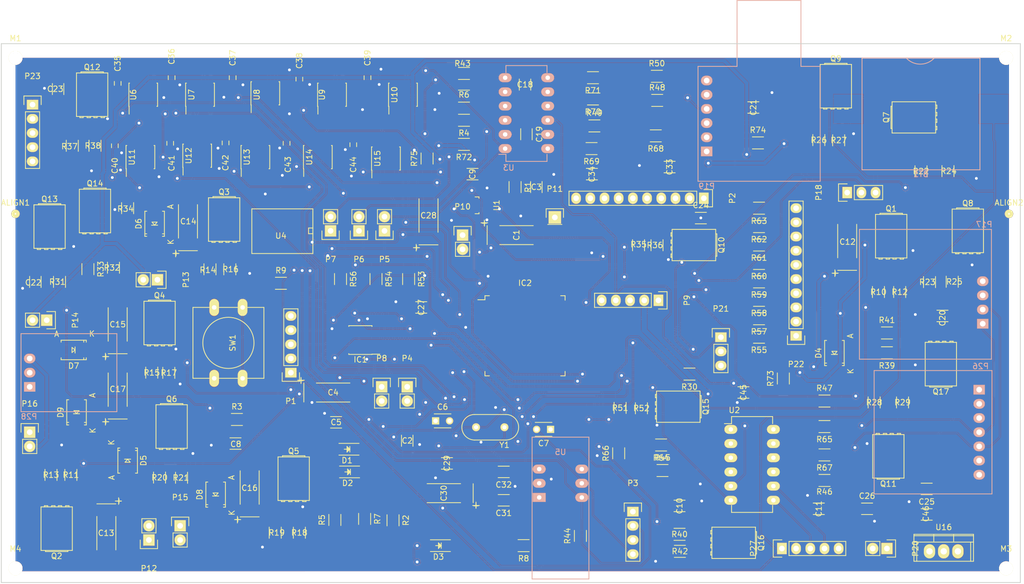
<source format=kicad_pcb>
(kicad_pcb (version 4) (host pcbnew no-vcs-found-product)
  (layers (0 F.Cu signal) (31 B.Cu signal) (34 B.Paste user) (35 F.Paste user) (36 B.SilkS user) (37 F.SilkS user) (38 B.Mask user) (39 F.Mask user) (44 Edge.Cuts user))
  (net 0 "")
  (net 1 CR2032_POS)
  (net 2 GND)
  (net 3 "Net-(C1-Pad2)")
  (net 4 2560_RESET)
  (net 5 Vcc_1)
  (net 6 "Net-(C6-Pad2)")
  (net 7 "Net-(C7-Pad2)")
  (net 8 "Net-(C8-Pad1)")
  (net 9 +3V3)
  (net 10 +BATT)
  (net 11 "Net-(D1-Pad1)")
  (net 12 "Net-(D1-Pad2)")
  (net 13 "Net-(D2-Pad1)")
  (net 14 "Net-(D2-Pad2)")
  (net 15 "Net-(D3-Pad1)")
  (net 16 "Net-(D3-Pad2)")
  (net 17 "Net-(IC1-Pad1)")
  (net 18 2560_HEARTBEAT)
  (net 19 "Net-(IC1-Pad5)")
  (net 20 "Net-(IC1-Pad6)")
  (net 21 "Net-(IC1-Pad7)")
  (net 22 "Net-(IC2-Pad2)")
  (net 23 "Net-(IC2-Pad3)")
  (net 24 SHT31_Heat)
  (net 25 TSL2561_Heat)
  (net 26 "Net-(IC2-Pad9)")
  (net 27 AT25_CS_9)
  (net 28 AT25_CS_8)
  (net 29 AT25_CS_7)
  (net 30 Custom_Heat)
  (net 31 Main_Heat)
  (net 32 UV_Heat)
  (net 33 GPS_Heat)
  (net 34 SS)
  (net 35 "Net-(IC2-Pad20)")
  (net 36 "Net-(IC2-Pad21)")
  (net 37 "Net-(IC2-Pad22)")
  (net 38 AT25_CS_6)
  (net 39 AT25_CS_4)
  (net 40 AT25_CS_5)
  (net 41 "Net-(IC2-Pad30)")
  (net 42 UV_POWER)
  (net 43 SHT31_RESET)
  (net 44 DOF_POWER)
  (net 45 MS5607_POWER)
  (net 46 TSL2561_POWER)
  (net 47 SD_POWER)
  (net 48 GPS_POWER)
  (net 49 GEIGER_POWER)
  (net 50 SCL_5)
  (net 51 SDA_5)
  (net 52 "Net-(IC2-Pad45)")
  (net 53 "Net-(IC2-Pad46)")
  (net 54 AT25_CS_1)
  (net 55 AT25_CS_2)
  (net 56 /RADIO_0)
  (net 57 /RADIO_1)
  (net 58 /RADIO_2)
  (net 59 /RADIO_3)
  (net 60 /RADIO_4)
  (net 61 /RADIO_5)
  (net 62 /RADIO_6)
  (net 63 /RADIO_7)
  (net 64 GEIGER_X)
  (net 65 GEIGER_Y)
  (net 66 GEIGER_Z)
  (net 67 AT25_CS_3)
  (net 68 LANDING_LED)
  (net 69 PIEZO)
  (net 70 PIEZO_PWR)
  (net 71 DS18B20_DATA)
  (net 72 DS18B20_PWR)
  (net 73 AT25_CS_10)
  (net 74 UV_VOLTAGE)
  (net 75 AREF)
  (net 76 SCK)
  (net 77 MOSI)
  (net 78 MISO)
  (net 79 "Net-(P9-Pad2)")
  (net 80 SCL_3.3)
  (net 81 SDA_3.3)
  (net 82 "Net-(P17-Pad4)")
  (net 83 "Net-(P18-Pad3)")
  (net 84 MISO_3.3)
  (net 85 "Net-(P19-Pad2)")
  (net 86 SCK_3.3)
  (net 87 MOSI_3.3)
  (net 88 SS_3.3)
  (net 89 "Net-(P20-Pad2)")
  (net 90 "Net-(P21-Pad1)")
  (net 91 UV_PWR)
  (net 92 SHT_31_PWR)
  (net 93 2560_TX_GPS_RX)
  (net 94 2560_RX_GPS_TX)
  (net 95 "Net-(P27-Pad5)")
  (net 96 "Net-(Q1-Pad1)")
  (net 97 "Net-(Q2-Pad1)")
  (net 98 "Net-(Q3-Pad1)")
  (net 99 "Net-(Q4-Pad1)")
  (net 100 "Net-(Q5-Pad1)")
  (net 101 "Net-(Q6-Pad1)")
  (net 102 "Net-(Q7-Pad1)")
  (net 103 "Net-(Q8-Pad1)")
  (net 104 "Net-(Q9-Pad1)")
  (net 105 "Net-(Q10-Pad1)")
  (net 106 "Net-(Q11-Pad1)")
  (net 107 "Net-(Q12-Pad1)")
  (net 108 "Net-(Q13-Pad1)")
  (net 109 "Net-(Q14-Pad1)")
  (net 110 "Net-(Q15-Pad1)")
  (net 111 "Net-(Q16-Pad1)")
  (net 112 "Net-(Q17-Pad1)")
  (net 113 "Net-(IC2-Pad19)")
  (net 114 "Net-(IC2-Pad43)")
  (net 115 "Net-(IC2-Pad44)")
  (net 116 "Net-(P5-Pad1)")
  (net 117 "Net-(P6-Pad1)")
  (net 118 "Net-(P19-Pad1)")
  (net 119 "Net-(P22-Pad2)")
  (net 120 "Net-(P22-Pad3)")
  (net 121 "Net-(P22-Pad4)")
  (net 122 "Net-(P22-Pad5)")
  (net 123 "Net-(P22-Pad6)")
  (net 124 "Net-(P22-Pad7)")
  (net 125 "Net-(P22-Pad8)")
  (net 126 "Net-(P22-Pad9)")
  (net 127 "Net-(R65-Pad2)")
  (net 128 "Net-(R67-Pad2)")
  (net 129 "Net-(R69-Pad2)")
  (net 130 "Net-(R70-Pad2)")
  (net 131 "Net-(R71-Pad2)")
  (net 132 "Net-(P26-Pad1)")
  (net 133 "Net-(R72-Pad1)")
  (net 134 "Net-(C12-Pad2)")
  (net 135 "Net-(C13-Pad2)")
  (net 136 "Net-(C14-Pad2)")
  (net 137 "Net-(C15-Pad2)")
  (net 138 "Net-(C16-Pad2)")
  (net 139 "Net-(C17-Pad2)")
  (net 140 "Net-(IC2-Pad82)")
  (net 141 "Net-(IC2-Pad83)")
  (net 142 "Net-(IC2-Pad84)")
  (net 143 "Net-(IC2-Pad85)")
  (net 144 "Net-(IC2-Pad86)")
  (net 145 "Net-(IC2-Pad87)")
  (net 146 "Net-(IC2-Pad88)")
  (net 147 "Net-(IC2-Pad89)")
  (net 148 "Net-(C22-Pad1)")
  (net 149 "Net-(C23-Pad1)")
  (net 150 "Net-(P23-Pad4)")
  (module Personal:CR2032 (layer B.Cu) (at 221.742 59.436)
    (fp_text reference BT1 (at 0 11.684) (layer B.SilkS) (effects (justify mirror)))
    (fp_text value "3V 2032")
    (pad 1 smd rect (at -13 0) (size 5.3 5.3) (layers B.Cu B.Paste B.Mask) (net 1 CR2032_POS))
    (pad 1 smd rect (at 13 0) (size 5.3 5.3) (layers B.Cu B.Paste B.Mask) (net 1 CR2032_POS))
    (pad 2 smd circle (at 0 0) (size 15 15) (layers B.Cu B.Paste B.Mask) (net 2 GND))
  )
  (module Capacitors_Tantalum_SMD:TantalC_SizeC_EIA-6032_HandSoldering (layer F.Cu) (at 149.352 82.042)
    (fp_text reference C1 (at 0 0 -270) (layer F.SilkS))
    (fp_text value 22uF)
    (fp_text user + (at -5.75056 -2.19964) (layer F.SilkS))
    (pad 2 smd rect (at 2.99974 0) (size 3.50012 1.80086) (layers F.Cu F.Paste F.Mask) (net 3 "Net-(C1-Pad2)"))
    (pad 1 smd rect (at -2.99974 0) (size 3.50012 1.80086) (layers F.Cu F.Paste F.Mask) (net 2 GND))
  )
  (module Capacitors_SMD:C_1206_HandSoldering (layer F.Cu) (at 129.794 118.872 90)
    (fp_text reference C2 (at 0 0 -180) (layer F.SilkS))
    (fp_text value 0.1uF)
    (pad 1 smd rect (at -2 0 90) (size 2 1.6) (layers F.Cu F.Paste F.Mask) (net 2 GND))
    (pad 2 smd rect (at 2 0 90) (size 2 1.6) (layers F.Cu F.Paste F.Mask) (net 4 2560_RESET))
  )
  (module Capacitors_SMD:C_1206_HandSoldering (layer F.Cu) (at 152.908 73.438 270)
    (fp_text reference C3 (at 0 0) (layer F.SilkS))
    (fp_text value 10pF)
    (pad 1 smd rect (at -2 0 270) (size 2 1.6) (layers F.Cu F.Paste F.Mask) (net 2 GND))
    (pad 2 smd rect (at 2 0 270) (size 2 1.6) (layers F.Cu F.Paste F.Mask) (net 3 "Net-(C1-Pad2)"))
  )
  (module Capacitors_Tantalum_SMD:TantalC_SizeC_EIA-6032_HandSoldering (layer F.Cu) (at 116.538 110.236)
    (fp_text reference C4 (at 0 0) (layer F.SilkS))
    (fp_text value 22uF)
    (fp_text user + (at -5.75056 -2.19964) (layer F.SilkS))
    (pad 2 smd rect (at 2.99974 0) (size 3.50012 1.80086) (layers F.Cu F.Paste F.Mask) (net 5 Vcc_1))
    (pad 1 smd rect (at -2.99974 0) (size 3.50012 1.80086) (layers F.Cu F.Paste F.Mask) (net 2 GND))
  )
  (module Capacitors_SMD:C_1206_HandSoldering (layer F.Cu) (at 117.062 115.57)
    (fp_text reference C5 (at 0 0) (layer F.SilkS))
    (fp_text value 10pF)
    (pad 1 smd rect (at -2 0) (size 2 1.6) (layers F.Cu F.Paste F.Mask) (net 2 GND))
    (pad 2 smd rect (at 2 0) (size 2 1.6) (layers F.Cu F.Paste F.Mask) (net 5 Vcc_1))
  )
  (module Capacitors_ThroughHole:C_Disc_D3_P2.5 (layer F.Cu) (at 134.874 115.316)
    (fp_text reference C6 (at 1.25 -2.5) (layer F.SilkS))
    (fp_text value 22pF)
    (pad 1 thru_hole rect (at 0 0) (size 1.3 1.3) (drill 0.8) (layers *.Cu *.Mask F.SilkS) (net 2 GND))
    (pad 2 thru_hole circle (at 2.5 0) (size 1.3 1.3) (drill 0.8001) (layers *.Cu *.Mask F.SilkS) (net 6 "Net-(C6-Pad2)"))
  )
  (module Capacitors_ThroughHole:C_Disc_D3_P2.5 (layer F.Cu) (at 155.448 116.84 180)
    (fp_text reference C7 (at 1.25 -2.5 180) (layer F.SilkS))
    (fp_text value 22pF)
    (pad 1 thru_hole rect (at 0 0 180) (size 1.3 1.3) (drill 0.8) (layers *.Cu *.Mask F.SilkS) (net 2 GND))
    (pad 2 thru_hole circle (at 2.5 0 180) (size 1.3 1.3) (drill 0.8001) (layers *.Cu *.Mask F.SilkS) (net 7 "Net-(C7-Pad2)"))
  )
  (module Capacitors_SMD:C_1206_HandSoldering (layer F.Cu) (at 99.06 119.38 180)
    (fp_text reference C8 (at -0.057001 -0.1075 180) (layer F.SilkS))
    (fp_text value 0.1uF)
    (pad 1 smd rect (at -2 0 180) (size 2 1.6) (layers F.Cu F.Paste F.Mask) (net 8 "Net-(C8-Pad1)"))
    (pad 2 smd rect (at 2 0 180) (size 2 1.6) (layers F.Cu F.Paste F.Mask) (net 2 GND))
  )
  (module Capacitors_SMD:C_1206_HandSoldering (layer F.Cu) (at 141.478 71.12)
    (fp_text reference C9 (at 0 0 90) (layer F.SilkS))
    (fp_text value 0.1uF)
    (pad 1 smd rect (at -2 0) (size 2 1.6) (layers F.Cu F.Paste F.Mask) (net 5 Vcc_1))
    (pad 2 smd rect (at 2 0) (size 2 1.6) (layers F.Cu F.Paste F.Mask) (net 2 GND))
  )
  (module Capacitors_SMD:C_1206_HandSoldering (layer F.Cu) (at 178.53 130.556)
    (fp_text reference C10 (at 0 0 90) (layer F.SilkS))
    (fp_text value 10pF)
    (pad 1 smd rect (at -2 0) (size 2 1.6) (layers F.Cu F.Paste F.Mask) (net 5 Vcc_1))
    (pad 2 smd rect (at 2 0) (size 2 1.6) (layers F.Cu F.Paste F.Mask) (net 2 GND))
  )
  (module Capacitors_SMD:C_1206_HandSoldering (layer F.Cu) (at 203.454 131.064 180)
    (fp_text reference C11 (at 0 0 270) (layer F.SilkS))
    (fp_text value 10pF)
    (pad 1 smd rect (at -2 0 180) (size 2 1.6) (layers F.Cu F.Paste F.Mask) (net 9 +3V3))
    (pad 2 smd rect (at 2 0 180) (size 2 1.6) (layers F.Cu F.Paste F.Mask) (net 2 GND))
  )
  (module Capacitors_Tantalum_SMD:TantalC_SizeC_EIA-6032_HandSoldering (layer F.Cu) (at 208.534 83.1063 90)
    (fp_text reference C12 (at -0.147541 0.06104 180) (layer F.SilkS))
    (fp_text value 22uF)
    (fp_text user + (at -5.75056 -2.19964 90) (layer F.SilkS))
    (pad 2 smd rect (at 2.99974 0 90) (size 3.50012 1.80086) (layers F.Cu F.Paste F.Mask) (net 134 "Net-(C12-Pad2)"))
    (pad 1 smd rect (at -2.99974 0 90) (size 3.50012 1.80086) (layers F.Cu F.Paste F.Mask) (net 10 +BATT))
  )
  (module Capacitors_Tantalum_SMD:TantalC_SizeC_EIA-6032_HandSoldering (layer F.Cu) (at 75.946 135.43 270)
    (fp_text reference C13 (at -0.015541 0.03304) (layer F.SilkS))
    (fp_text value 22uF)
    (fp_text user + (at -5.75056 -2.19964 270) (layer F.SilkS))
    (pad 2 smd rect (at 2.99974 0 270) (size 3.50012 1.80086) (layers F.Cu F.Paste F.Mask) (net 135 "Net-(C13-Pad2)"))
    (pad 1 smd rect (at -2.99974 0 270) (size 3.50012 1.80086) (layers F.Cu F.Paste F.Mask) (net 10 +BATT))
  )
  (module Capacitors_Tantalum_SMD:TantalC_SizeC_EIA-6032_HandSoldering (layer F.Cu) (at 90.551 79.5807 90)
    (fp_text reference C14 (at -0.007541 0.06104 180) (layer F.SilkS))
    (fp_text value 22uF)
    (fp_text user + (at -5.75056 -2.19964 90) (layer F.SilkS))
    (pad 2 smd rect (at 2.99974 0 90) (size 3.50012 1.80086) (layers F.Cu F.Paste F.Mask) (net 136 "Net-(C14-Pad2)"))
    (pad 1 smd rect (at -2.99974 0 90) (size 3.50012 1.80086) (layers F.Cu F.Paste F.Mask) (net 10 +BATT))
  )
  (module Capacitors_Tantalum_SMD:TantalC_SizeC_EIA-6032_HandSoldering (layer F.Cu) (at 77.978 98.044 90)
    (fp_text reference C15 (at 0 0 180) (layer F.SilkS))
    (fp_text value 22uF)
    (fp_text user + (at -5.75056 -2.19964 90) (layer F.SilkS))
    (pad 2 smd rect (at 2.99974 0 90) (size 3.50012 1.80086) (layers F.Cu F.Paste F.Mask) (net 137 "Net-(C15-Pad2)"))
    (pad 1 smd rect (at -2.99974 0 90) (size 3.50012 1.80086) (layers F.Cu F.Paste F.Mask) (net 10 +BATT))
  )
  (module Capacitors_Tantalum_SMD:TantalC_SizeC_EIA-6032_HandSoldering (layer F.Cu) (at 101.6 127.254 90)
    (fp_text reference C16 (at -0.081541 -0.01696 180) (layer F.SilkS))
    (fp_text value 22uF)
    (fp_text user + (at -5.75056 -2.19964 90) (layer F.SilkS))
    (pad 2 smd rect (at 2.99974 0 90) (size 3.50012 1.80086) (layers F.Cu F.Paste F.Mask) (net 138 "Net-(C16-Pad2)"))
    (pad 1 smd rect (at -2.99974 0 90) (size 3.50012 1.80086) (layers F.Cu F.Paste F.Mask) (net 10 +BATT))
  )
  (module Capacitors_Tantalum_SMD:TantalC_SizeC_EIA-6032_HandSoldering (layer F.Cu) (at 77.978 109.728 90)
    (fp_text reference C17 (at 0.098459 0.01104 180) (layer F.SilkS))
    (fp_text value 22uF)
    (fp_text user + (at -5.75056 -2.19964 90) (layer F.SilkS))
    (pad 2 smd rect (at 2.99974 0 90) (size 3.50012 1.80086) (layers F.Cu F.Paste F.Mask) (net 139 "Net-(C17-Pad2)"))
    (pad 1 smd rect (at -2.99974 0 90) (size 3.50012 1.80086) (layers F.Cu F.Paste F.Mask) (net 10 +BATT))
  )
  (module Capacitors_SMD:C_1206_HandSoldering (layer F.Cu) (at 150.876 55.086 90)
    (fp_text reference C18 (at 0 0 -180) (layer F.SilkS))
    (fp_text value 10pF)
    (pad 1 smd rect (at -2 0 90) (size 2 1.6) (layers F.Cu F.Paste F.Mask) (net 5 Vcc_1))
    (pad 2 smd rect (at 2 0 90) (size 2 1.6) (layers F.Cu F.Paste F.Mask) (net 2 GND))
  )
  (module Capacitors_SMD:C_1206_HandSoldering (layer F.Cu) (at 151.13 63.976 270)
    (fp_text reference C19 (at 0 -2.3 270) (layer F.SilkS))
    (fp_text value 10pF)
    (pad 1 smd rect (at -2 0 270) (size 2 1.6) (layers F.Cu F.Paste F.Mask) (net 9 +3V3))
    (pad 2 smd rect (at 2 0 270) (size 2 1.6) (layers F.Cu F.Paste F.Mask) (net 2 GND))
  )
  (module Capacitors_SMD:C_1206_HandSoldering (layer F.Cu) (at 225.584 96.52 180)
    (fp_text reference C20 (at 0 -0.381 270) (layer F.SilkS))
    (fp_text value 0.1uF)
    (pad 1 smd rect (at -2 0 180) (size 2 1.6) (layers F.Cu F.Paste F.Mask) (net 9 +3V3))
    (pad 2 smd rect (at 2 0 180) (size 2 1.6) (layers F.Cu F.Paste F.Mask) (net 2 GND))
  )
  (module Capacitors_SMD:C_1206_HandSoldering (layer F.Cu) (at 63.246 90.424 270)
    (fp_text reference C22 (at 0.127 0.381) (layer F.SilkS))
    (fp_text value 0.1uF)
    (pad 1 smd rect (at -2 0 270) (size 2 1.6) (layers F.Cu F.Paste F.Mask) (net 148 "Net-(C22-Pad1)"))
    (pad 2 smd rect (at 2 0 270) (size 2 1.6) (layers F.Cu F.Paste F.Mask) (net 2 GND))
  )
  (module Capacitors_SMD:C_1206_HandSoldering (layer F.Cu) (at 67.31 55.88 90)
    (fp_text reference C23 (at 0 -0.508 180) (layer F.SilkS))
    (fp_text value 0.1uF)
    (pad 1 smd rect (at -2 0 90) (size 2 1.6) (layers F.Cu F.Paste F.Mask) (net 149 "Net-(C23-Pad1)"))
    (pad 2 smd rect (at 2 0 90) (size 2 1.6) (layers F.Cu F.Paste F.Mask) (net 2 GND))
  )
  (module Capacitors_SMD:C_1206_HandSoldering (layer F.Cu) (at 182.34 78.994)
    (fp_text reference C24 (at 0 -2.3) (layer F.SilkS))
    (fp_text value 0.1uF)
    (pad 1 smd rect (at -2 0) (size 2 1.6) (layers F.Cu F.Paste F.Mask) (net 5 Vcc_1))
    (pad 2 smd rect (at 2 0) (size 2 1.6) (layers F.Cu F.Paste F.Mask) (net 2 GND))
  )
  (module Capacitors_SMD:C_1206_HandSoldering (layer F.Cu) (at 222.758 127.508 180)
    (fp_text reference C25 (at 0 -2.3 180) (layer F.SilkS))
    (fp_text value 0.1uF)
    (pad 1 smd rect (at -2 0 180) (size 2 1.6) (layers F.Cu F.Paste F.Mask) (net 9 +3V3))
    (pad 2 smd rect (at 2 0 180) (size 2 1.6) (layers F.Cu F.Paste F.Mask) (net 2 GND))
  )
  (module Capacitors_SMD:C_1206_HandSoldering (layer F.Cu) (at 212.09 131.064)
    (fp_text reference C26 (at 0 -2.3) (layer F.SilkS))
    (fp_text value 0.1uF)
    (pad 1 smd rect (at -2 0) (size 2 1.6) (layers F.Cu F.Paste F.Mask) (net 9 +3V3))
    (pad 2 smd rect (at 2 0) (size 2 1.6) (layers F.Cu F.Paste F.Mask) (net 2 GND))
  )
  (module Capacitors_SMD:C_1206_HandSoldering (layer F.Cu) (at 132.302 94.996 180)
    (fp_text reference C27 (at 0 0 -90) (layer F.SilkS))
    (fp_text value 10pF)
    (pad 1 smd rect (at -2 0 180) (size 2 1.6) (layers F.Cu F.Paste F.Mask) (net 5 Vcc_1))
    (pad 2 smd rect (at 2 0 180) (size 2 1.6) (layers F.Cu F.Paste F.Mask) (net 2 GND))
  )
  (module Capacitors_Tantalum_SMD:TantalC_SizeC_EIA-6032_HandSoldering (layer F.Cu) (at 133.604 78.5343 90)
    (fp_text reference C28 (at 0 0 180) (layer F.SilkS))
    (fp_text value 22uF)
    (fp_text user + (at -5.75056 -2.19964 90) (layer F.SilkS))
    (pad 2 smd rect (at 2.99974 0 90) (size 3.50012 1.80086) (layers F.Cu F.Paste F.Mask) (net 2 GND))
    (pad 1 smd rect (at -2.99974 0 90) (size 3.50012 1.80086) (layers F.Cu F.Paste F.Mask) (net 5 Vcc_1))
  )
  (module Capacitors_SMD:C_1206_HandSoldering (layer F.Cu) (at 136.906 122.936 180)
    (fp_text reference C29 (at 0 0 270) (layer F.SilkS))
    (fp_text value 10pF)
    (pad 1 smd rect (at -2 0 180) (size 2 1.6) (layers F.Cu F.Paste F.Mask) (net 5 Vcc_1))
    (pad 2 smd rect (at 2 0 180) (size 2 1.6) (layers F.Cu F.Paste F.Mask) (net 2 GND))
  )
  (module Capacitors_Tantalum_SMD:TantalC_SizeC_EIA-6032_HandSoldering (layer F.Cu) (at 136.35 128.27 180)
    (fp_text reference C30 (at 0 0 270) (layer F.SilkS))
    (fp_text value 22uF)
    (fp_text user + (at -5.75056 -2.19964 180) (layer F.SilkS))
    (pad 2 smd rect (at 2.99974 0 180) (size 3.50012 1.80086) (layers F.Cu F.Paste F.Mask) (net 2 GND))
    (pad 1 smd rect (at -2.99974 0 180) (size 3.50012 1.80086) (layers F.Cu F.Paste F.Mask) (net 5 Vcc_1))
  )
  (module Capacitors_SMD:C_1206_HandSoldering (layer F.Cu) (at 147.066 129.54 180)
    (fp_text reference C31 (at 0 -2.3 180) (layer F.SilkS))
    (fp_text value 0.1uF)
    (pad 1 smd rect (at -2 0 180) (size 2 1.6) (layers F.Cu F.Paste F.Mask) (net 2 GND))
    (pad 2 smd rect (at 2 0 180) (size 2 1.6) (layers F.Cu F.Paste F.Mask) (net 5 Vcc_1))
  )
  (module Capacitors_SMD:C_1206_HandSoldering (layer F.Cu) (at 147.066 124.46 180)
    (fp_text reference C32 (at 0 -2.3 180) (layer F.SilkS))
    (fp_text value 22uF)
    (pad 1 smd rect (at -2 0 180) (size 2 1.6) (layers F.Cu F.Paste F.Mask) (net 2 GND))
    (pad 2 smd rect (at 2 0 180) (size 2 1.6) (layers F.Cu F.Paste F.Mask) (net 5 Vcc_1))
  )
  (module Capacitors_SMD:C_1206_HandSoldering (layer F.Cu) (at 176.752 69.85 180)
    (fp_text reference C33 (at 0 0 270) (layer F.SilkS))
    (fp_text value 10pF)
    (pad 1 smd rect (at -2 0 180) (size 2 1.6) (layers F.Cu F.Paste F.Mask) (net 5 Vcc_1))
    (pad 2 smd rect (at 2 0 180) (size 2 1.6) (layers F.Cu F.Paste F.Mask) (net 2 GND))
  )
  (module Capacitors_SMD:C_1206_HandSoldering (layer F.Cu) (at 162.846 71.12 180)
    (fp_text reference C34 (at 0 0 270) (layer F.SilkS))
    (fp_text value 22uF)
    (pad 1 smd rect (at -2 0 180) (size 2 1.6) (layers F.Cu F.Paste F.Mask) (net 5 Vcc_1))
    (pad 2 smd rect (at 2 0 180) (size 2 1.6) (layers F.Cu F.Paste F.Mask) (net 2 GND))
  )
  (module Capacitors_SMD:C_0603_HandSoldering (layer F.Cu) (at 77.978 54.864 90)
    (fp_text reference C35 (at 3.556 0 90) (layer F.SilkS))
    (fp_text value 4.7uF)
    (pad 1 smd rect (at -0.95 0 90) (size 1.2 0.75) (layers F.Cu F.Paste F.Mask) (net 2 GND))
    (pad 2 smd rect (at 0.95 0 90) (size 1.2 0.75) (layers F.Cu F.Paste F.Mask) (net 5 Vcc_1))
  )
  (module Capacitors_SMD:C_0603_HandSoldering (layer F.Cu) (at 87.63 53.848 90)
    (fp_text reference C36 (at 3.81 0 90) (layer F.SilkS))
    (fp_text value 4.7uF)
    (pad 1 smd rect (at -0.95 0 90) (size 1.2 0.75) (layers F.Cu F.Paste F.Mask) (net 2 GND))
    (pad 2 smd rect (at 0.95 0 90) (size 1.2 0.75) (layers F.Cu F.Paste F.Mask) (net 5 Vcc_1))
  )
  (module Capacitors_SMD:C_0603_HandSoldering (layer F.Cu) (at 98.552 53.848 90)
    (fp_text reference C37 (at 3.556 0 90) (layer F.SilkS))
    (fp_text value 4.7uF)
    (pad 1 smd rect (at -0.95 0 90) (size 1.2 0.75) (layers F.Cu F.Paste F.Mask) (net 2 GND))
    (pad 2 smd rect (at 0.95 0 90) (size 1.2 0.75) (layers F.Cu F.Paste F.Mask) (net 5 Vcc_1))
  )
  (module Capacitors_SMD:C_0603_HandSoldering (layer F.Cu) (at 110.49 54.102 90)
    (fp_text reference C38 (at 3.302 0 90) (layer F.SilkS))
    (fp_text value 4.7uF)
    (pad 1 smd rect (at -0.95 0 90) (size 1.2 0.75) (layers F.Cu F.Paste F.Mask) (net 2 GND))
    (pad 2 smd rect (at 0.95 0 90) (size 1.2 0.75) (layers F.Cu F.Paste F.Mask) (net 5 Vcc_1))
  )
  (module Capacitors_SMD:C_0603_HandSoldering (layer F.Cu) (at 122.682 53.848 90)
    (fp_text reference C39 (at 3.556 0 90) (layer F.SilkS))
    (fp_text value 4.7uF)
    (pad 1 smd rect (at -0.95 0 90) (size 1.2 0.75) (layers F.Cu F.Paste F.Mask) (net 2 GND))
    (pad 2 smd rect (at 0.95 0 90) (size 1.2 0.75) (layers F.Cu F.Paste F.Mask) (net 5 Vcc_1))
  )
  (module Capacitors_SMD:C_0603_HandSoldering (layer F.Cu) (at 77.47 66.04 90)
    (fp_text reference C40 (at -3.556 0 90) (layer F.SilkS))
    (fp_text value 4.7uF)
    (pad 1 smd rect (at -0.95 0 90) (size 1.2 0.75) (layers F.Cu F.Paste F.Mask) (net 2 GND))
    (pad 2 smd rect (at 0.95 0 90) (size 1.2 0.75) (layers F.Cu F.Paste F.Mask) (net 5 Vcc_1))
  )
  (module Capacitors_SMD:C_0603_HandSoldering (layer F.Cu) (at 87.376 65.598 90)
    (fp_text reference C41 (at -3.556 0.254 90) (layer F.SilkS))
    (fp_text value 4.7uF)
    (pad 1 smd rect (at -0.95 0 90) (size 1.2 0.75) (layers F.Cu F.Paste F.Mask) (net 2 GND))
    (pad 2 smd rect (at 0.95 0 90) (size 1.2 0.75) (layers F.Cu F.Paste F.Mask) (net 5 Vcc_1))
  )
  (module Capacitors_SMD:C_0603_HandSoldering (layer F.Cu) (at 97.282 65.532 90)
    (fp_text reference C42 (at -3.556 0 90) (layer F.SilkS))
    (fp_text value 4.7uF)
    (pad 1 smd rect (at -0.95 0 90) (size 1.2 0.75) (layers F.Cu F.Paste F.Mask) (net 2 GND))
    (pad 2 smd rect (at 0.95 0 90) (size 1.2 0.75) (layers F.Cu F.Paste F.Mask) (net 5 Vcc_1))
  )
  (module Capacitors_SMD:C_0603_HandSoldering (layer F.Cu) (at 108.204 65.598 90)
    (fp_text reference C43 (at -3.81 0.254 90) (layer F.SilkS))
    (fp_text value 4.7uF)
    (pad 1 smd rect (at -0.95 0 90) (size 1.2 0.75) (layers F.Cu F.Paste F.Mask) (net 2 GND))
    (pad 2 smd rect (at 0.95 0 90) (size 1.2 0.75) (layers F.Cu F.Paste F.Mask) (net 5 Vcc_1))
  )
  (module Capacitors_SMD:C_0603_HandSoldering (layer F.Cu) (at 120.142 65.852 90)
    (fp_text reference C44 (at -3.556 0 90) (layer F.SilkS))
    (fp_text value 4.7uF)
    (pad 1 smd rect (at -0.95 0 90) (size 1.2 0.75) (layers F.Cu F.Paste F.Mask) (net 2 GND))
    (pad 2 smd rect (at 0.95 0 90) (size 1.2 0.75) (layers F.Cu F.Paste F.Mask) (net 5 Vcc_1))
  )
  (module Capacitors_SMD:C_1206_HandSoldering (layer F.Cu) (at 189.96 110.236)
    (fp_text reference C45 (at 0 0 90) (layer F.SilkS))
    (fp_text value 22uF)
    (pad 1 smd rect (at -2 0) (size 2 1.6) (layers F.Cu F.Paste F.Mask) (net 2 GND))
    (pad 2 smd rect (at 2 0) (size 2 1.6) (layers F.Cu F.Paste F.Mask) (net 9 +3V3))
  )
  (module Housings_QFP:TQFP-100_14x14mm_Pitch0.5mm (layer F.Cu) (at 150.876 100.076)
    (fp_text reference IC2 (at 0 -9.45) (layer F.SilkS))
    (fp_text value ATMEGA2560-A)
    (pad 1 smd rect (at -7.7 -6) (size 1.5 0.3) (layers F.Cu F.Paste F.Mask))
    (pad 2 smd rect (at -7.7 -5.5) (size 1.5 0.3) (layers F.Cu F.Paste F.Mask) (net 22 "Net-(IC2-Pad2)"))
    (pad 3 smd rect (at -7.7 -5) (size 1.5 0.3) (layers F.Cu F.Paste F.Mask) (net 23 "Net-(IC2-Pad3)"))
    (pad 4 smd rect (at -7.7 -4.5) (size 1.5 0.3) (layers F.Cu F.Paste F.Mask))
    (pad 5 smd rect (at -7.7 -4) (size 1.5 0.3) (layers F.Cu F.Paste F.Mask) (net 24 SHT31_Heat))
    (pad 6 smd rect (at -7.7 -3.5) (size 1.5 0.3) (layers F.Cu F.Paste F.Mask) (net 25 TSL2561_Heat))
    (pad 7 smd rect (at -7.7 -3) (size 1.5 0.3) (layers F.Cu F.Paste F.Mask))
    (pad 8 smd rect (at -7.7 -2.5) (size 1.5 0.3) (layers F.Cu F.Paste F.Mask))
    (pad 9 smd rect (at -7.7 -2) (size 1.5 0.3) (layers F.Cu F.Paste F.Mask) (net 26 "Net-(IC2-Pad9)"))
    (pad 10 smd rect (at -7.7 -1.5) (size 1.5 0.3) (layers F.Cu F.Paste F.Mask) (net 5 Vcc_1))
    (pad 11 smd rect (at -7.7 -1) (size 1.5 0.3) (layers F.Cu F.Paste F.Mask) (net 2 GND))
    (pad 12 smd rect (at -7.7 -0.5) (size 1.5 0.3) (layers F.Cu F.Paste F.Mask) (net 27 AT25_CS_9))
    (pad 13 smd rect (at -7.7 0) (size 1.5 0.3) (layers F.Cu F.Paste F.Mask) (net 28 AT25_CS_8))
    (pad 14 smd rect (at -7.7 0.5) (size 1.5 0.3) (layers F.Cu F.Paste F.Mask) (net 29 AT25_CS_7))
    (pad 15 smd rect (at -7.7 1) (size 1.5 0.3) (layers F.Cu F.Paste F.Mask) (net 30 Custom_Heat))
    (pad 16 smd rect (at -7.7 1.5) (size 1.5 0.3) (layers F.Cu F.Paste F.Mask) (net 31 Main_Heat))
    (pad 17 smd rect (at -7.7 2) (size 1.5 0.3) (layers F.Cu F.Paste F.Mask) (net 32 UV_Heat))
    (pad 18 smd rect (at -7.7 2.5) (size 1.5 0.3) (layers F.Cu F.Paste F.Mask) (net 33 GPS_Heat))
    (pad 19 smd rect (at -7.7 3) (size 1.5 0.3) (layers F.Cu F.Paste F.Mask) (net 113 "Net-(IC2-Pad19)"))
    (pad 20 smd rect (at -7.7 3.5) (size 1.5 0.3) (layers F.Cu F.Paste F.Mask) (net 35 "Net-(IC2-Pad20)"))
    (pad 21 smd rect (at -7.7 4) (size 1.5 0.3) (layers F.Cu F.Paste F.Mask) (net 36 "Net-(IC2-Pad21)"))
    (pad 22 smd rect (at -7.7 4.5) (size 1.5 0.3) (layers F.Cu F.Paste F.Mask) (net 37 "Net-(IC2-Pad22)"))
    (pad 23 smd rect (at -7.7 5) (size 1.5 0.3) (layers F.Cu F.Paste F.Mask) (net 18 2560_HEARTBEAT))
    (pad 24 smd rect (at -7.7 5.5) (size 1.5 0.3) (layers F.Cu F.Paste F.Mask) (net 11 "Net-(D1-Pad1)"))
    (pad 25 smd rect (at -7.7 6) (size 1.5 0.3) (layers F.Cu F.Paste F.Mask) (net 13 "Net-(D2-Pad1)"))
    (pad 26 smd rect (at -6 7.7 90) (size 1.5 0.3) (layers F.Cu F.Paste F.Mask) (net 15 "Net-(D3-Pad1)"))
    (pad 27 smd rect (at -5.5 7.7 90) (size 1.5 0.3) (layers F.Cu F.Paste F.Mask) (net 38 AT25_CS_6))
    (pad 28 smd rect (at -5 7.7 90) (size 1.5 0.3) (layers F.Cu F.Paste F.Mask) (net 39 AT25_CS_4))
    (pad 29 smd rect (at -4.5 7.7 90) (size 1.5 0.3) (layers F.Cu F.Paste F.Mask) (net 40 AT25_CS_5))
    (pad 30 smd rect (at -4 7.7 90) (size 1.5 0.3) (layers F.Cu F.Paste F.Mask) (net 41 "Net-(IC2-Pad30)"))
    (pad 31 smd rect (at -3.5 7.7 90) (size 1.5 0.3) (layers F.Cu F.Paste F.Mask) (net 5 Vcc_1))
    (pad 32 smd rect (at -3 7.7 90) (size 1.5 0.3) (layers F.Cu F.Paste F.Mask) (net 2 GND))
    (pad 33 smd rect (at -2.5 7.7 90) (size 1.5 0.3) (layers F.Cu F.Paste F.Mask) (net 6 "Net-(C6-Pad2)"))
    (pad 34 smd rect (at -2 7.7 90) (size 1.5 0.3) (layers F.Cu F.Paste F.Mask) (net 7 "Net-(C7-Pad2)"))
    (pad 35 smd rect (at -1.5 7.7 90) (size 1.5 0.3) (layers F.Cu F.Paste F.Mask) (net 42 UV_POWER))
    (pad 36 smd rect (at -1 7.7 90) (size 1.5 0.3) (layers F.Cu F.Paste F.Mask) (net 43 SHT31_RESET))
    (pad 37 smd rect (at -0.5 7.7 90) (size 1.5 0.3) (layers F.Cu F.Paste F.Mask) (net 44 DOF_POWER))
    (pad 38 smd rect (at 0 7.7 90) (size 1.5 0.3) (layers F.Cu F.Paste F.Mask) (net 45 MS5607_POWER))
    (pad 39 smd rect (at 0.5 7.7 90) (size 1.5 0.3) (layers F.Cu F.Paste F.Mask) (net 46 TSL2561_POWER))
    (pad 40 smd rect (at 1 7.7 90) (size 1.5 0.3) (layers F.Cu F.Paste F.Mask) (net 47 SD_POWER))
    (pad 41 smd rect (at 1.5 7.7 90) (size 1.5 0.3) (layers F.Cu F.Paste F.Mask) (net 48 GPS_POWER))
    (pad 42 smd rect (at 2 7.7 90) (size 1.5 0.3) (layers F.Cu F.Paste F.Mask) (net 49 GEIGER_POWER))
    (pad 43 smd rect (at 2.5 7.7 90) (size 1.5 0.3) (layers F.Cu F.Paste F.Mask) (net 114 "Net-(IC2-Pad43)"))
    (pad 44 smd rect (at 3 7.7 90) (size 1.5 0.3) (layers F.Cu F.Paste F.Mask) (net 115 "Net-(IC2-Pad44)"))
    (pad 45 smd rect (at 3.5 7.7 90) (size 1.5 0.3) (layers F.Cu F.Paste F.Mask) (net 52 "Net-(IC2-Pad45)"))
    (pad 46 smd rect (at 4 7.7 90) (size 1.5 0.3) (layers F.Cu F.Paste F.Mask) (net 53 "Net-(IC2-Pad46)"))
    (pad 47 smd rect (at 4.5 7.7 90) (size 1.5 0.3) (layers F.Cu F.Paste F.Mask))
    (pad 48 smd rect (at 5 7.7 90) (size 1.5 0.3) (layers F.Cu F.Paste F.Mask))
    (pad 49 smd rect (at 5.5 7.7 90) (size 1.5 0.3) (layers F.Cu F.Paste F.Mask))
    (pad 50 smd rect (at 6 7.7 90) (size 1.5 0.3) (layers F.Cu F.Paste F.Mask))
    (pad 51 smd rect (at 7.7 6) (size 1.5 0.3) (layers F.Cu F.Paste F.Mask) (net 54 AT25_CS_1))
    (pad 52 smd rect (at 7.7 5.5) (size 1.5 0.3) (layers F.Cu F.Paste F.Mask) (net 55 AT25_CS_2))
    (pad 53 smd rect (at 7.7 5) (size 1.5 0.3) (layers F.Cu F.Paste F.Mask) (net 56 /RADIO_0))
    (pad 54 smd rect (at 7.7 4.5) (size 1.5 0.3) (layers F.Cu F.Paste F.Mask) (net 57 /RADIO_1))
    (pad 55 smd rect (at 7.7 4) (size 1.5 0.3) (layers F.Cu F.Paste F.Mask) (net 58 /RADIO_2))
    (pad 56 smd rect (at 7.7 3.5) (size 1.5 0.3) (layers F.Cu F.Paste F.Mask) (net 59 /RADIO_3))
    (pad 57 smd rect (at 7.7 3) (size 1.5 0.3) (layers F.Cu F.Paste F.Mask) (net 60 /RADIO_4))
    (pad 58 smd rect (at 7.7 2.5) (size 1.5 0.3) (layers F.Cu F.Paste F.Mask) (net 61 /RADIO_5))
    (pad 59 smd rect (at 7.7 2) (size 1.5 0.3) (layers F.Cu F.Paste F.Mask) (net 62 /RADIO_6))
    (pad 60 smd rect (at 7.7 1.5) (size 1.5 0.3) (layers F.Cu F.Paste F.Mask) (net 63 /RADIO_7))
    (pad 61 smd rect (at 7.7 1) (size 1.5 0.3) (layers F.Cu F.Paste F.Mask))
    (pad 62 smd rect (at 7.7 0.5) (size 1.5 0.3) (layers F.Cu F.Paste F.Mask))
    (pad 63 smd rect (at 7.7 0) (size 1.5 0.3) (layers F.Cu F.Paste F.Mask) (net 64 GEIGER_X))
    (pad 64 smd rect (at 7.7 -0.5) (size 1.5 0.3) (layers F.Cu F.Paste F.Mask) (net 65 GEIGER_Y))
    (pad 65 smd rect (at 7.7 -1) (size 1.5 0.3) (layers F.Cu F.Paste F.Mask) (net 66 GEIGER_Z))
    (pad 66 smd rect (at 7.7 -1.5) (size 1.5 0.3) (layers F.Cu F.Paste F.Mask))
    (pad 67 smd rect (at 7.7 -2) (size 1.5 0.3) (layers F.Cu F.Paste F.Mask))
    (pad 68 smd rect (at 7.7 -2.5) (size 1.5 0.3) (layers F.Cu F.Paste F.Mask))
    (pad 69 smd rect (at 7.7 -3) (size 1.5 0.3) (layers F.Cu F.Paste F.Mask))
    (pad 70 smd rect (at 7.7 -3.5) (size 1.5 0.3) (layers F.Cu F.Paste F.Mask) (net 67 AT25_CS_3))
    (pad 71 smd rect (at 7.7 -4) (size 1.5 0.3) (layers F.Cu F.Paste F.Mask))
    (pad 72 smd rect (at 7.7 -4.5) (size 1.5 0.3) (layers F.Cu F.Paste F.Mask))
    (pad 73 smd rect (at 7.7 -5) (size 1.5 0.3) (layers F.Cu F.Paste F.Mask))
    (pad 74 smd rect (at 7.7 -5.5) (size 1.5 0.3) (layers F.Cu F.Paste F.Mask) (net 68 LANDING_LED))
    (pad 75 smd rect (at 7.7 -6) (size 1.5 0.3) (layers F.Cu F.Paste F.Mask) (net 69 PIEZO))
    (pad 76 smd rect (at 6 -7.7 90) (size 1.5 0.3) (layers F.Cu F.Paste F.Mask) (net 70 PIEZO_PWR))
    (pad 77 smd rect (at 5.5 -7.7 90) (size 1.5 0.3) (layers F.Cu F.Paste F.Mask) (net 71 DS18B20_DATA))
    (pad 78 smd rect (at 5 -7.7 90) (size 1.5 0.3) (layers F.Cu F.Paste F.Mask) (net 72 DS18B20_PWR))
    (pad 79 smd rect (at 4.5 -7.7 90) (size 1.5 0.3) (layers F.Cu F.Paste F.Mask) (net 73 AT25_CS_10))
    (pad 80 smd rect (at 4 -7.7 90) (size 1.5 0.3) (layers F.Cu F.Paste F.Mask) (net 5 Vcc_1))
    (pad 81 smd rect (at 3.5 -7.7 90) (size 1.5 0.3) (layers F.Cu F.Paste F.Mask) (net 2 GND))
    (pad 82 smd rect (at 3 -7.7 90) (size 1.5 0.3) (layers F.Cu F.Paste F.Mask) (net 140 "Net-(IC2-Pad82)"))
    (pad 83 smd rect (at 2.5 -7.7 90) (size 1.5 0.3) (layers F.Cu F.Paste F.Mask) (net 141 "Net-(IC2-Pad83)"))
    (pad 84 smd rect (at 2 -7.7 90) (size 1.5 0.3) (layers F.Cu F.Paste F.Mask) (net 142 "Net-(IC2-Pad84)"))
    (pad 85 smd rect (at 1.5 -7.7 90) (size 1.5 0.3) (layers F.Cu F.Paste F.Mask) (net 143 "Net-(IC2-Pad85)"))
    (pad 86 smd rect (at 1 -7.7 90) (size 1.5 0.3) (layers F.Cu F.Paste F.Mask) (net 144 "Net-(IC2-Pad86)"))
    (pad 87 smd rect (at 0.5 -7.7 90) (size 1.5 0.3) (layers F.Cu F.Paste F.Mask) (net 145 "Net-(IC2-Pad87)"))
    (pad 88 smd rect (at 0 -7.7 90) (size 1.5 0.3) (layers F.Cu F.Paste F.Mask) (net 146 "Net-(IC2-Pad88)"))
    (pad 89 smd rect (at -0.5 -7.7 90) (size 1.5 0.3) (layers F.Cu F.Paste F.Mask) (net 147 "Net-(IC2-Pad89)"))
    (pad 90 smd rect (at -1 -7.7 90) (size 1.5 0.3) (layers F.Cu F.Paste F.Mask))
    (pad 91 smd rect (at -1.5 -7.7 90) (size 1.5 0.3) (layers F.Cu F.Paste F.Mask))
    (pad 92 smd rect (at -2 -7.7 90) (size 1.5 0.3) (layers F.Cu F.Paste F.Mask))
    (pad 93 smd rect (at -2.5 -7.7 90) (size 1.5 0.3) (layers F.Cu F.Paste F.Mask))
    (pad 94 smd rect (at -3 -7.7 90) (size 1.5 0.3) (layers F.Cu F.Paste F.Mask))
    (pad 95 smd rect (at -3.5 -7.7 90) (size 1.5 0.3) (layers F.Cu F.Paste F.Mask))
    (pad 96 smd rect (at -4 -7.7 90) (size 1.5 0.3) (layers F.Cu F.Paste F.Mask))
    (pad 97 smd rect (at -4.5 -7.7 90) (size 1.5 0.3) (layers F.Cu F.Paste F.Mask) (net 74 UV_VOLTAGE))
    (pad 98 smd rect (at -5 -7.7 90) (size 1.5 0.3) (layers F.Cu F.Paste F.Mask) (net 75 AREF))
    (pad 99 smd rect (at -5.5 -7.7 90) (size 1.5 0.3) (layers F.Cu F.Paste F.Mask) (net 2 GND))
    (pad 100 smd rect (at -6 -7.7 90) (size 1.5 0.3) (layers F.Cu F.Paste F.Mask) (net 3 "Net-(C1-Pad2)"))
  )
  (module Resistors_SMD:R_1206_HandSoldering (layer F.Cu) (at 214.122 92.234 270)
    (fp_text reference R10 (at 0 0) (layer F.SilkS))
    (fp_text value 1k)
    (pad 1 smd rect (at -2 0 270) (size 2 1.7) (layers F.Cu F.Paste F.Mask) (net 96 "Net-(Q1-Pad1)"))
    (pad 2 smd rect (at 2 0 270) (size 2 1.7) (layers F.Cu F.Paste F.Mask) (net 31 Main_Heat))
  )
  (module Resistors_SMD:R_1206_HandSoldering (layer F.Cu) (at 69.596 125 90)
    (fp_text reference R11 (at 0 0 180) (layer F.SilkS))
    (fp_text value 1k)
    (pad 1 smd rect (at -2 0 90) (size 2 1.7) (layers F.Cu F.Paste F.Mask) (net 97 "Net-(Q2-Pad1)"))
    (pad 2 smd rect (at 2 0 90) (size 2 1.7) (layers F.Cu F.Paste F.Mask) (net 30 Custom_Heat))
  )
  (module Resistors_SMD:R_1206_HandSoldering (layer F.Cu) (at 217.932 92.234 270)
    (fp_text reference R12 (at 0 0 360) (layer F.SilkS))
    (fp_text value 100k)
    (pad 1 smd rect (at -2 0 270) (size 2 1.7) (layers F.Cu F.Paste F.Mask) (net 96 "Net-(Q1-Pad1)"))
    (pad 2 smd rect (at 2 0 270) (size 2 1.7) (layers F.Cu F.Paste F.Mask) (net 2 GND))
  )
  (module Resistors_SMD:R_1206_HandSoldering (layer F.Cu) (at 66.04 125 90)
    (fp_text reference R13 (at 0 0 -180) (layer F.SilkS))
    (fp_text value 100k)
    (pad 1 smd rect (at -2 0 90) (size 2 1.7) (layers F.Cu F.Paste F.Mask) (net 97 "Net-(Q2-Pad1)"))
    (pad 2 smd rect (at 2 0 90) (size 2 1.7) (layers F.Cu F.Paste F.Mask) (net 2 GND))
  )
  (module Resistors_SMD:R_1206_HandSoldering (layer F.Cu) (at 94.488 88.17 270)
    (fp_text reference R14 (at 0.127 0.381) (layer F.SilkS))
    (fp_text value 1k)
    (pad 1 smd rect (at -2 0 270) (size 2 1.7) (layers F.Cu F.Paste F.Mask) (net 98 "Net-(Q3-Pad1)"))
    (pad 2 smd rect (at 2 0 270) (size 2 1.7) (layers F.Cu F.Paste F.Mask) (net 24 SHT31_Heat))
  )
  (module Resistors_SMD:R_1206_HandSoldering (layer F.Cu) (at 84.074 106.68 270)
    (fp_text reference R15 (at 0 0) (layer F.SilkS))
    (fp_text value 1k)
    (pad 1 smd rect (at -2 0 270) (size 2 1.7) (layers F.Cu F.Paste F.Mask) (net 99 "Net-(Q4-Pad1)"))
    (pad 2 smd rect (at 2 0 270) (size 2 1.7) (layers F.Cu F.Paste F.Mask) (net 33 GPS_Heat))
  )
  (module Resistors_SMD:R_1206_HandSoldering (layer F.Cu) (at 98.044 88.17 270)
    (fp_text reference R16 (at 0 -0.127 360) (layer F.SilkS))
    (fp_text value 100k)
    (pad 1 smd rect (at -2 0 270) (size 2 1.7) (layers F.Cu F.Paste F.Mask) (net 98 "Net-(Q3-Pad1)"))
    (pad 2 smd rect (at 2 0 270) (size 2 1.7) (layers F.Cu F.Paste F.Mask) (net 2 GND))
  )
  (module Resistors_SMD:R_1206_HandSoldering (layer F.Cu) (at 87.122 106.712 270)
    (fp_text reference R17 (at 0 0 180) (layer F.SilkS))
    (fp_text value 100k)
    (pad 1 smd rect (at -2 0 270) (size 2 1.7) (layers F.Cu F.Paste F.Mask) (net 99 "Net-(Q4-Pad1)"))
    (pad 2 smd rect (at 2 0 270) (size 2 1.7) (layers F.Cu F.Paste F.Mask) (net 2 GND))
  )
  (module Resistors_SMD:R_1206_HandSoldering (layer F.Cu) (at 110.49 135.35 270)
    (fp_text reference R18 (at 0 0) (layer F.SilkS))
    (fp_text value 1k)
    (pad 1 smd rect (at -2 0 270) (size 2 1.7) (layers F.Cu F.Paste F.Mask) (net 100 "Net-(Q5-Pad1)"))
    (pad 2 smd rect (at 2 0 270) (size 2 1.7) (layers F.Cu F.Paste F.Mask) (net 32 UV_Heat))
  )
  (module Resistors_SMD:R_1206_HandSoldering (layer F.Cu) (at 106.172 135.35 270)
    (fp_text reference R19 (at 0 -0.254) (layer F.SilkS))
    (fp_text value 100k)
    (pad 1 smd rect (at -2 0 270) (size 2 1.7) (layers F.Cu F.Paste F.Mask) (net 100 "Net-(Q5-Pad1)"))
    (pad 2 smd rect (at 2 0 270) (size 2 1.7) (layers F.Cu F.Paste F.Mask) (net 2 GND))
  )
  (module Resistors_SMD:R_1206_HandSoldering (layer F.Cu) (at 85.471 125.476 270)
    (fp_text reference R20 (at 0 0) (layer F.SilkS))
    (fp_text value 1k)
    (pad 1 smd rect (at -2 0 270) (size 2 1.7) (layers F.Cu F.Paste F.Mask) (net 101 "Net-(Q6-Pad1)"))
    (pad 2 smd rect (at 2 0 270) (size 2 1.7) (layers F.Cu F.Paste F.Mask) (net 25 TSL2561_Heat))
  )
  (module Resistors_SMD:R_1206_HandSoldering (layer F.Cu) (at 89.408 125.508 270)
    (fp_text reference R21 (at 0 0.127 360) (layer F.SilkS))
    (fp_text value 100k)
    (pad 1 smd rect (at -2 0 270) (size 2 1.7) (layers F.Cu F.Paste F.Mask) (net 101 "Net-(Q6-Pad1)"))
    (pad 2 smd rect (at 2 0 270) (size 2 1.7) (layers F.Cu F.Paste F.Mask) (net 2 GND))
  )
  (module Resistors_SMD:R_1206_HandSoldering (layer F.Cu) (at 221.742 70.612 270)
    (fp_text reference R22 (at 0 0) (layer F.SilkS))
    (fp_text value 1k)
    (pad 1 smd rect (at -2 0 270) (size 2 1.7) (layers F.Cu F.Paste F.Mask) (net 102 "Net-(Q7-Pad1)"))
    (pad 2 smd rect (at 2 0 270) (size 2 1.7) (layers F.Cu F.Paste F.Mask) (net 70 PIEZO_PWR))
  )
  (module Resistors_SMD:R_1206_HandSoldering (layer F.Cu) (at 223.266 90.456 270)
    (fp_text reference R23 (at 0 0.381) (layer F.SilkS))
    (fp_text value 1k)
    (pad 1 smd rect (at -2 0 270) (size 2 1.7) (layers F.Cu F.Paste F.Mask) (net 103 "Net-(Q8-Pad1)"))
    (pad 2 smd rect (at 2 0 270) (size 2 1.7) (layers F.Cu F.Paste F.Mask) (net 44 DOF_POWER))
  )
  (module Resistors_SMD:R_1206_HandSoldering (layer F.Cu) (at 226.568 70.58 90)
    (fp_text reference R24 (at 0 0.127 -180) (layer F.SilkS))
    (fp_text value 100k)
    (pad 1 smd rect (at -2 0 90) (size 2 1.7) (layers F.Cu F.Paste F.Mask) (net 2 GND))
    (pad 2 smd rect (at 2 0 90) (size 2 1.7) (layers F.Cu F.Paste F.Mask) (net 102 "Net-(Q7-Pad1)"))
  )
  (module Resistors_SMD:R_1206_HandSoldering (layer F.Cu) (at 227.33 90.392 90)
    (fp_text reference R25 (at 0 0.381 -180) (layer F.SilkS))
    (fp_text value 100k)
    (pad 1 smd rect (at -2 0 90) (size 2 1.7) (layers F.Cu F.Paste F.Mask) (net 2 GND))
    (pad 2 smd rect (at 2 0 90) (size 2 1.7) (layers F.Cu F.Paste F.Mask) (net 103 "Net-(Q8-Pad1)"))
  )
  (module Resistors_SMD:R_1206_HandSoldering (layer F.Cu) (at 203.454 65.024 90)
    (fp_text reference R26 (at 0 0 180) (layer F.SilkS))
    (fp_text value 1k)
    (pad 1 smd rect (at -2 0 90) (size 2 1.7) (layers F.Cu F.Paste F.Mask) (net 47 SD_POWER))
    (pad 2 smd rect (at 2 0 90) (size 2 1.7) (layers F.Cu F.Paste F.Mask) (net 104 "Net-(Q9-Pad1)"))
  )
  (module Resistors_SMD:R_1206_HandSoldering (layer F.Cu) (at 207.01 65.056 90)
    (fp_text reference R27 (at 0 0 -180) (layer F.SilkS))
    (fp_text value 100k)
    (pad 1 smd rect (at -2 0 90) (size 2 1.7) (layers F.Cu F.Paste F.Mask) (net 2 GND))
    (pad 2 smd rect (at 2 0 90) (size 2 1.7) (layers F.Cu F.Paste F.Mask) (net 104 "Net-(Q9-Pad1)"))
  )
  (module Resistors_SMD:R_1206_HandSoldering (layer F.Cu) (at 213.36 112.014 90)
    (fp_text reference R28 (at 0 0 180) (layer F.SilkS))
    (fp_text value 1k)
    (pad 1 smd rect (at -2 0 90) (size 2 1.7) (layers F.Cu F.Paste F.Mask) (net 106 "Net-(Q11-Pad1)"))
    (pad 2 smd rect (at 2 0 90) (size 2 1.7) (layers F.Cu F.Paste F.Mask) (net 68 LANDING_LED))
  )
  (module Resistors_SMD:R_1206_HandSoldering (layer F.Cu) (at 218.44 112.014 270)
    (fp_text reference R29 (at 0 0) (layer F.SilkS))
    (fp_text value 100k)
    (pad 1 smd rect (at -2 0 270) (size 2 1.7) (layers F.Cu F.Paste F.Mask) (net 2 GND))
    (pad 2 smd rect (at 2 0 270) (size 2 1.7) (layers F.Cu F.Paste F.Mask) (net 106 "Net-(Q11-Pad1)"))
  )
  (module Resistors_SMD:R_1206_HandSoldering (layer F.Cu) (at 67.564 90.424 270)
    (fp_text reference R31 (at 0 0.381) (layer F.SilkS))
    (fp_text value 1k)
    (pad 1 smd rect (at -2 0 270) (size 2 1.7) (layers F.Cu F.Paste F.Mask) (net 108 "Net-(Q13-Pad1)"))
    (pad 2 smd rect (at 2 0 270) (size 2 1.7) (layers F.Cu F.Paste F.Mask) (net 46 TSL2561_POWER))
  )
  (module Resistors_SMD:R_1206_HandSoldering (layer F.Cu) (at 77.216 87.884 270)
    (fp_text reference R32 (at 0 0.254) (layer F.SilkS))
    (fp_text value 1k)
    (pad 1 smd rect (at -2 0 270) (size 2 1.7) (layers F.Cu F.Paste F.Mask) (net 109 "Net-(Q14-Pad1)"))
    (pad 2 smd rect (at 2 0 270) (size 2 1.7) (layers F.Cu F.Paste F.Mask) (net 43 SHT31_RESET))
  )
  (module Resistors_SMD:R_1206_HandSoldering (layer F.Cu) (at 72.644 88.138 270)
    (fp_text reference R33 (at 0 -2.3 270) (layer F.SilkS))
    (fp_text value 100k)
    (pad 1 smd rect (at -2 0 270) (size 2 1.7) (layers F.Cu F.Paste F.Mask) (net 2 GND))
    (pad 2 smd rect (at 2 0 270) (size 2 1.7) (layers F.Cu F.Paste F.Mask) (net 108 "Net-(Q13-Pad1)"))
  )
  (module Resistors_SMD:R_1206_HandSoldering (layer F.Cu) (at 79.756 77.216 270)
    (fp_text reference R34 (at 0.127 0.381) (layer F.SilkS))
    (fp_text value 100k)
    (pad 1 smd rect (at -2 0 270) (size 2 1.7) (layers F.Cu F.Paste F.Mask) (net 2 GND))
    (pad 2 smd rect (at 2 0 270) (size 2 1.7) (layers F.Cu F.Paste F.Mask) (net 109 "Net-(Q14-Pad1)"))
  )
  (module Resistors_SMD:R_1206_HandSoldering (layer F.Cu) (at 171.196 83.852 270)
    (fp_text reference R35 (at -0.127 0) (layer F.SilkS))
    (fp_text value 1k)
    (pad 1 smd rect (at -2 0 270) (size 2 1.7) (layers F.Cu F.Paste F.Mask) (net 105 "Net-(Q10-Pad1)"))
    (pad 2 smd rect (at 2 0 270) (size 2 1.7) (layers F.Cu F.Paste F.Mask) (net 72 DS18B20_PWR))
  )
  (module Resistors_SMD:R_1206_HandSoldering (layer F.Cu) (at 174.498 83.852 90)
    (fp_text reference R36 (at 0 -0.381 180) (layer F.SilkS))
    (fp_text value 100k)
    (pad 1 smd rect (at -2 0 90) (size 2 1.7) (layers F.Cu F.Paste F.Mask) (net 2 GND))
    (pad 2 smd rect (at 2 0 90) (size 2 1.7) (layers F.Cu F.Paste F.Mask) (net 105 "Net-(Q10-Pad1)"))
  )
  (module Resistors_SMD:R_1206_HandSoldering (layer F.Cu) (at 69.85 66.04 270)
    (fp_text reference R37 (at 0.127 0.508) (layer F.SilkS))
    (fp_text value 1k)
    (pad 1 smd rect (at -2 0 270) (size 2 1.7) (layers F.Cu F.Paste F.Mask) (net 107 "Net-(Q12-Pad1)"))
    (pad 2 smd rect (at 2 0 270) (size 2 1.7) (layers F.Cu F.Paste F.Mask) (net 42 UV_POWER))
  )
  (module Resistors_SMD:R_1206_HandSoldering (layer F.Cu) (at 73.914 66.04 90)
    (fp_text reference R38 (at 0 -0.381 180) (layer F.SilkS))
    (fp_text value 100k)
    (pad 1 smd rect (at -2 0 90) (size 2 1.7) (layers F.Cu F.Paste F.Mask) (net 2 GND))
    (pad 2 smd rect (at 2 0 90) (size 2 1.7) (layers F.Cu F.Paste F.Mask) (net 107 "Net-(Q12-Pad1)"))
  )
  (module Resistors_SMD:R_1206_HandSoldering (layer F.Cu) (at 215.646 103.124 180)
    (fp_text reference R39 (at 0 -2.3 180) (layer F.SilkS))
    (fp_text value 1k)
    (pad 1 smd rect (at -2 0 180) (size 2 1.7) (layers F.Cu F.Paste F.Mask) (net 112 "Net-(Q17-Pad1)"))
    (pad 2 smd rect (at 2 0 180) (size 2 1.7) (layers F.Cu F.Paste F.Mask) (net 45 MS5607_POWER))
  )
  (module Resistors_SMD:R_1206_HandSoldering (layer F.Cu) (at 178.53 135.636 180)
    (fp_text reference R40 (at 0 0 180) (layer F.SilkS))
    (fp_text value 1k)
    (pad 1 smd rect (at -2 0 180) (size 2 1.7) (layers F.Cu F.Paste F.Mask) (net 111 "Net-(Q16-Pad1)"))
    (pad 2 smd rect (at 2 0 180) (size 2 1.7) (layers F.Cu F.Paste F.Mask) (net 48 GPS_POWER))
  )
  (module Resistors_SMD:R_1206_HandSoldering (layer F.Cu) (at 215.646 99.568)
    (fp_text reference R41 (at 0 -2.3) (layer F.SilkS))
    (fp_text value 100k)
    (pad 1 smd rect (at -2 0) (size 2 1.7) (layers F.Cu F.Paste F.Mask) (net 2 GND))
    (pad 2 smd rect (at 2 0) (size 2 1.7) (layers F.Cu F.Paste F.Mask) (net 112 "Net-(Q17-Pad1)"))
  )
  (module Resistors_SMD:R_1206_HandSoldering (layer F.Cu) (at 178.594 138.684)
    (fp_text reference R42 (at 0 0) (layer F.SilkS))
    (fp_text value 100k)
    (pad 1 smd rect (at -2 0) (size 2 1.7) (layers F.Cu F.Paste F.Mask) (net 2 GND))
    (pad 2 smd rect (at 2 0) (size 2 1.7) (layers F.Cu F.Paste F.Mask) (net 111 "Net-(Q16-Pad1)"))
  )
  (module Resistors_SMD:R_1206_HandSoldering (layer F.Cu) (at 167.894 112.998 270)
    (fp_text reference R51 (at 0 0 360) (layer F.SilkS))
    (fp_text value 1k)
    (pad 1 smd rect (at -2 0 270) (size 2 1.7) (layers F.Cu F.Paste F.Mask) (net 110 "Net-(Q15-Pad1)"))
    (pad 2 smd rect (at 2 0 270) (size 2 1.7) (layers F.Cu F.Paste F.Mask) (net 49 GEIGER_POWER))
  )
  (module Resistors_SMD:R_1206_HandSoldering (layer F.Cu) (at 171.704 113.062 90)
    (fp_text reference R52 (at 0 0 180) (layer F.SilkS))
    (fp_text value 100k)
    (pad 1 smd rect (at -2 0 90) (size 2 1.7) (layers F.Cu F.Paste F.Mask) (net 2 GND))
    (pad 2 smd rect (at 2 0 90) (size 2 1.7) (layers F.Cu F.Paste F.Mask) (net 110 "Net-(Q15-Pad1)"))
  )
  (module Buttons_Switches_ThroughHole:SW_PUSH-12mm (layer F.Cu) (at 97.79 101.346 270)
    (fp_text reference SW1 (at 0 -0.762 270) (layer F.SilkS))
    (fp_text value SILENCE)
    (pad 1 thru_hole oval (at 6.35 -2.54 270) (size 3.048 1.7272) (drill 0.8128) (layers *.Cu *.Mask F.SilkS) (net 26 "Net-(IC2-Pad9)"))
    (pad 2 thru_hole oval (at 6.35 2.54 270) (size 3.048 1.7272) (drill 0.8128) (layers *.Cu *.Mask F.SilkS) (net 5 Vcc_1))
    (pad 1 thru_hole oval (at -6.35 -2.54 270) (size 3.048 1.7272) (drill 0.8128) (layers *.Cu *.Mask F.SilkS) (net 26 "Net-(IC2-Pad9)"))
    (pad 2 thru_hole oval (at -6.35 2.54 270) (size 3.048 1.7272) (drill 0.8128) (layers *.Cu *.Mask F.SilkS) (net 5 Vcc_1))
  )
  (module TO_SOT_Packages_SMD:SOT-23_Handsoldering (layer F.Cu) (at 141.986 76.708 270)
    (fp_text reference U1 (at 0 -3.81 270) (layer F.SilkS))
    (fp_text value MAX6107EUR)
    (pad 1 smd rect (at -0.95 1.50114 270) (size 0.8001 1.80086) (layers F.Cu F.Paste F.Mask) (net 5 Vcc_1))
    (pad 2 smd rect (at 0.95 1.50114 270) (size 0.8001 1.80086) (layers F.Cu F.Paste F.Mask) (net 75 AREF))
    (pad 3 smd rect (at 0 -1.50114 270) (size 0.8001 1.80086) (layers F.Cu F.Paste F.Mask) (net 2 GND))
  )
  (module SMD_Packages:SO-16-W (layer F.Cu) (at 107.442 81.28 180)
    (fp_text reference U4 (at 0.254 -0.889 180) (layer F.SilkS))
    (fp_text value DS3231)
    (pad 1 smd rect (at -4.445 5.08 180) (size 0.508 1.143) (layers F.Cu F.Paste F.Mask))
    (pad 2 smd rect (at -3.175 5.08 180) (size 0.508 1.143) (layers F.Cu F.Paste F.Mask) (net 5 Vcc_1))
    (pad 3 smd rect (at -1.905 5.08 180) (size 0.508 1.143) (layers F.Cu F.Paste F.Mask))
    (pad 4 smd rect (at -0.635 5.08 180) (size 0.508 1.143) (layers F.Cu F.Paste F.Mask))
    (pad 5 smd rect (at 0.635 5.08 180) (size 0.508 1.143) (layers F.Cu F.Paste F.Mask) (net 2 GND))
    (pad 6 smd rect (at 1.905 5.08 180) (size 0.508 1.143) (layers F.Cu F.Paste F.Mask) (net 2 GND))
    (pad 7 smd rect (at 3.175 5.08 180) (size 0.508 1.143) (layers F.Cu F.Paste F.Mask) (net 2 GND))
    (pad 8 smd rect (at 4.445 5.08 180) (size 0.508 1.143) (layers F.Cu F.Paste F.Mask) (net 2 GND))
    (pad 9 smd rect (at 4.445 -5.08 180) (size 0.508 1.143) (layers F.Cu F.Paste F.Mask) (net 2 GND))
    (pad 10 smd rect (at 3.175 -5.08 180) (size 0.508 1.143) (layers F.Cu F.Paste F.Mask) (net 2 GND))
    (pad 11 smd rect (at 1.905 -5.08 180) (size 0.508 1.143) (layers F.Cu F.Paste F.Mask) (net 2 GND))
    (pad 12 smd rect (at 0.635 -5.08 180) (size 0.508 1.143) (layers F.Cu F.Paste F.Mask) (net 2 GND))
    (pad 13 smd rect (at -0.635 -5.08 180) (size 0.508 1.143) (layers F.Cu F.Paste F.Mask) (net 2 GND))
    (pad 14 smd rect (at -1.905 -5.08 180) (size 0.508 1.143) (layers F.Cu F.Paste F.Mask) (net 1 CR2032_POS))
    (pad 15 smd rect (at -3.175 -5.08 180) (size 0.508 1.143) (layers F.Cu F.Paste F.Mask) (net 51 SDA_5))
    (pad 16 smd rect (at -4.445 -5.08 180) (size 0.508 1.143) (layers F.Cu F.Paste F.Mask) (net 50 SCL_5))
  )
  (module Housings_SOIC:SOIC-8_3.9x4.9mm_Pitch1.27mm (layer F.Cu) (at 82.55 56.896 90)
    (fp_text reference U6 (at 0 -1.778 90) (layer F.SilkS))
    (fp_text value AT25_EEPROM)
    (pad 1 smd rect (at -2.7 -1.905 90) (size 1.55 0.6) (layers F.Cu F.Paste F.Mask) (net 54 AT25_CS_1))
    (pad 2 smd rect (at -2.7 -0.635 90) (size 1.55 0.6) (layers F.Cu F.Paste F.Mask) (net 78 MISO))
    (pad 3 smd rect (at -2.7 0.635 90) (size 1.55 0.6) (layers F.Cu F.Paste F.Mask) (net 5 Vcc_1))
    (pad 4 smd rect (at -2.7 1.905 90) (size 1.55 0.6) (layers F.Cu F.Paste F.Mask) (net 2 GND))
    (pad 5 smd rect (at 2.7 1.905 90) (size 1.55 0.6) (layers F.Cu F.Paste F.Mask) (net 77 MOSI))
    (pad 6 smd rect (at 2.7 0.635 90) (size 1.55 0.6) (layers F.Cu F.Paste F.Mask) (net 76 SCK))
    (pad 7 smd rect (at 2.7 -0.635 90) (size 1.55 0.6) (layers F.Cu F.Paste F.Mask) (net 5 Vcc_1))
    (pad 8 smd rect (at 2.7 -1.905 90) (size 1.55 0.6) (layers F.Cu F.Paste F.Mask) (net 5 Vcc_1))
  )
  (module Housings_SOIC:SOIC-8_3.9x4.9mm_Pitch1.27mm (layer F.Cu) (at 92.71 56.896 90)
    (fp_text reference U7 (at 0 -1.524 90) (layer F.SilkS))
    (fp_text value AT25_EEPROM)
    (pad 1 smd rect (at -2.7 -1.905 90) (size 1.55 0.6) (layers F.Cu F.Paste F.Mask) (net 38 AT25_CS_6))
    (pad 2 smd rect (at -2.7 -0.635 90) (size 1.55 0.6) (layers F.Cu F.Paste F.Mask) (net 78 MISO))
    (pad 3 smd rect (at -2.7 0.635 90) (size 1.55 0.6) (layers F.Cu F.Paste F.Mask) (net 5 Vcc_1))
    (pad 4 smd rect (at -2.7 1.905 90) (size 1.55 0.6) (layers F.Cu F.Paste F.Mask) (net 2 GND))
    (pad 5 smd rect (at 2.7 1.905 90) (size 1.55 0.6) (layers F.Cu F.Paste F.Mask) (net 77 MOSI))
    (pad 6 smd rect (at 2.7 0.635 90) (size 1.55 0.6) (layers F.Cu F.Paste F.Mask) (net 76 SCK))
    (pad 7 smd rect (at 2.7 -0.635 90) (size 1.55 0.6) (layers F.Cu F.Paste F.Mask) (net 5 Vcc_1))
    (pad 8 smd rect (at 2.7 -1.905 90) (size 1.55 0.6) (layers F.Cu F.Paste F.Mask) (net 5 Vcc_1))
  )
  (module Housings_SOIC:SOIC-8_3.9x4.9mm_Pitch1.27mm (layer F.Cu) (at 104.394 56.642 90)
    (fp_text reference U8 (at -0.254 -1.524 90) (layer F.SilkS))
    (fp_text value AT25_EEPROM)
    (pad 1 smd rect (at -2.7 -1.905 90) (size 1.55 0.6) (layers F.Cu F.Paste F.Mask) (net 55 AT25_CS_2))
    (pad 2 smd rect (at -2.7 -0.635 90) (size 1.55 0.6) (layers F.Cu F.Paste F.Mask) (net 78 MISO))
    (pad 3 smd rect (at -2.7 0.635 90) (size 1.55 0.6) (layers F.Cu F.Paste F.Mask) (net 5 Vcc_1))
    (pad 4 smd rect (at -2.7 1.905 90) (size 1.55 0.6) (layers F.Cu F.Paste F.Mask) (net 2 GND))
    (pad 5 smd rect (at 2.7 1.905 90) (size 1.55 0.6) (layers F.Cu F.Paste F.Mask) (net 77 MOSI))
    (pad 6 smd rect (at 2.7 0.635 90) (size 1.55 0.6) (layers F.Cu F.Paste F.Mask) (net 76 SCK))
    (pad 7 smd rect (at 2.7 -0.635 90) (size 1.55 0.6) (layers F.Cu F.Paste F.Mask) (net 5 Vcc_1))
    (pad 8 smd rect (at 2.7 -1.905 90) (size 1.55 0.6) (layers F.Cu F.Paste F.Mask) (net 5 Vcc_1))
  )
  (module Housings_SOIC:SOIC-8_3.9x4.9mm_Pitch1.27mm (layer F.Cu) (at 116.332 56.896 90)
    (fp_text reference U9 (at 0 -1.778 90) (layer F.SilkS))
    (fp_text value AT25_EEPROM)
    (pad 1 smd rect (at -2.7 -1.905 90) (size 1.55 0.6) (layers F.Cu F.Paste F.Mask) (net 29 AT25_CS_7))
    (pad 2 smd rect (at -2.7 -0.635 90) (size 1.55 0.6) (layers F.Cu F.Paste F.Mask) (net 78 MISO))
    (pad 3 smd rect (at -2.7 0.635 90) (size 1.55 0.6) (layers F.Cu F.Paste F.Mask) (net 5 Vcc_1))
    (pad 4 smd rect (at -2.7 1.905 90) (size 1.55 0.6) (layers F.Cu F.Paste F.Mask) (net 2 GND))
    (pad 5 smd rect (at 2.7 1.905 90) (size 1.55 0.6) (layers F.Cu F.Paste F.Mask) (net 77 MOSI))
    (pad 6 smd rect (at 2.7 0.635 90) (size 1.55 0.6) (layers F.Cu F.Paste F.Mask) (net 76 SCK))
    (pad 7 smd rect (at 2.7 -0.635 90) (size 1.55 0.6) (layers F.Cu F.Paste F.Mask) (net 5 Vcc_1))
    (pad 8 smd rect (at 2.7 -1.905 90) (size 1.55 0.6) (layers F.Cu F.Paste F.Mask) (net 5 Vcc_1))
  )
  (module Housings_SOIC:SOIC-8_3.9x4.9mm_Pitch1.27mm (layer F.Cu) (at 129.032 56.896 90)
    (fp_text reference U10 (at 0 -1.524 90) (layer F.SilkS))
    (fp_text value AT25_EEPROM)
    (pad 1 smd rect (at -2.7 -1.905 90) (size 1.55 0.6) (layers F.Cu F.Paste F.Mask) (net 67 AT25_CS_3))
    (pad 2 smd rect (at -2.7 -0.635 90) (size 1.55 0.6) (layers F.Cu F.Paste F.Mask) (net 78 MISO))
    (pad 3 smd rect (at -2.7 0.635 90) (size 1.55 0.6) (layers F.Cu F.Paste F.Mask) (net 5 Vcc_1))
    (pad 4 smd rect (at -2.7 1.905 90) (size 1.55 0.6) (layers F.Cu F.Paste F.Mask) (net 2 GND))
    (pad 5 smd rect (at 2.7 1.905 90) (size 1.55 0.6) (layers F.Cu F.Paste F.Mask) (net 77 MOSI))
    (pad 6 smd rect (at 2.7 0.635 90) (size 1.55 0.6) (layers F.Cu F.Paste F.Mask) (net 76 SCK))
    (pad 7 smd rect (at 2.7 -0.635 90) (size 1.55 0.6) (layers F.Cu F.Paste F.Mask) (net 5 Vcc_1))
    (pad 8 smd rect (at 2.7 -1.905 90) (size 1.55 0.6) (layers F.Cu F.Paste F.Mask) (net 5 Vcc_1))
  )
  (module Housings_SOIC:SOIC-8_3.9x4.9mm_Pitch1.27mm (layer F.Cu) (at 82.042 68.072 90)
    (fp_text reference U11 (at 0 -1.524 90) (layer F.SilkS))
    (fp_text value AT25_EEPROM)
    (pad 1 smd rect (at -2.7 -1.905 90) (size 1.55 0.6) (layers F.Cu F.Paste F.Mask) (net 28 AT25_CS_8))
    (pad 2 smd rect (at -2.7 -0.635 90) (size 1.55 0.6) (layers F.Cu F.Paste F.Mask) (net 78 MISO))
    (pad 3 smd rect (at -2.7 0.635 90) (size 1.55 0.6) (layers F.Cu F.Paste F.Mask) (net 5 Vcc_1))
    (pad 4 smd rect (at -2.7 1.905 90) (size 1.55 0.6) (layers F.Cu F.Paste F.Mask) (net 2 GND))
    (pad 5 smd rect (at 2.7 1.905 90) (size 1.55 0.6) (layers F.Cu F.Paste F.Mask) (net 77 MOSI))
    (pad 6 smd rect (at 2.7 0.635 90) (size 1.55 0.6) (layers F.Cu F.Paste F.Mask) (net 76 SCK))
    (pad 7 smd rect (at 2.7 -0.635 90) (size 1.55 0.6) (layers F.Cu F.Paste F.Mask) (net 5 Vcc_1))
    (pad 8 smd rect (at 2.7 -1.905 90) (size 1.55 0.6) (layers F.Cu F.Paste F.Mask) (net 5 Vcc_1))
  )
  (module Housings_SOIC:SOIC-8_3.9x4.9mm_Pitch1.27mm (layer F.Cu) (at 92.202 67.818 90)
    (fp_text reference U12 (at 0 -1.524 90) (layer F.SilkS))
    (fp_text value AT25_EEPROM)
    (pad 1 smd rect (at -2.7 -1.905 90) (size 1.55 0.6) (layers F.Cu F.Paste F.Mask) (net 39 AT25_CS_4))
    (pad 2 smd rect (at -2.7 -0.635 90) (size 1.55 0.6) (layers F.Cu F.Paste F.Mask) (net 78 MISO))
    (pad 3 smd rect (at -2.7 0.635 90) (size 1.55 0.6) (layers F.Cu F.Paste F.Mask) (net 5 Vcc_1))
    (pad 4 smd rect (at -2.7 1.905 90) (size 1.55 0.6) (layers F.Cu F.Paste F.Mask) (net 2 GND))
    (pad 5 smd rect (at 2.7 1.905 90) (size 1.55 0.6) (layers F.Cu F.Paste F.Mask) (net 77 MOSI))
    (pad 6 smd rect (at 2.7 0.635 90) (size 1.55 0.6) (layers F.Cu F.Paste F.Mask) (net 76 SCK))
    (pad 7 smd rect (at 2.7 -0.635 90) (size 1.55 0.6) (layers F.Cu F.Paste F.Mask) (net 5 Vcc_1))
    (pad 8 smd rect (at 2.7 -1.905 90) (size 1.55 0.6) (layers F.Cu F.Paste F.Mask) (net 5 Vcc_1))
  )
  (module Housings_SOIC:SOIC-8_3.9x4.9mm_Pitch1.27mm (layer F.Cu) (at 102.616 68.072 90)
    (fp_text reference U13 (at 0 -1.524 90) (layer F.SilkS))
    (fp_text value AT25_EEPROM)
    (pad 1 smd rect (at -2.7 -1.905 90) (size 1.55 0.6) (layers F.Cu F.Paste F.Mask) (net 27 AT25_CS_9))
    (pad 2 smd rect (at -2.7 -0.635 90) (size 1.55 0.6) (layers F.Cu F.Paste F.Mask) (net 78 MISO))
    (pad 3 smd rect (at -2.7 0.635 90) (size 1.55 0.6) (layers F.Cu F.Paste F.Mask) (net 5 Vcc_1))
    (pad 4 smd rect (at -2.7 1.905 90) (size 1.55 0.6) (layers F.Cu F.Paste F.Mask) (net 2 GND))
    (pad 5 smd rect (at 2.7 1.905 90) (size 1.55 0.6) (layers F.Cu F.Paste F.Mask) (net 77 MOSI))
    (pad 6 smd rect (at 2.7 0.635 90) (size 1.55 0.6) (layers F.Cu F.Paste F.Mask) (net 76 SCK))
    (pad 7 smd rect (at 2.7 -0.635 90) (size 1.55 0.6) (layers F.Cu F.Paste F.Mask) (net 5 Vcc_1))
    (pad 8 smd rect (at 2.7 -1.905 90) (size 1.55 0.6) (layers F.Cu F.Paste F.Mask) (net 5 Vcc_1))
  )
  (module Housings_SOIC:SOIC-8_3.9x4.9mm_Pitch1.27mm (layer F.Cu) (at 113.792 68.072 90)
    (fp_text reference U14 (at 0 -1.524 90) (layer F.SilkS))
    (fp_text value AT25_EEPROM)
    (pad 1 smd rect (at -2.7 -1.905 90) (size 1.55 0.6) (layers F.Cu F.Paste F.Mask) (net 40 AT25_CS_5))
    (pad 2 smd rect (at -2.7 -0.635 90) (size 1.55 0.6) (layers F.Cu F.Paste F.Mask) (net 78 MISO))
    (pad 3 smd rect (at -2.7 0.635 90) (size 1.55 0.6) (layers F.Cu F.Paste F.Mask) (net 5 Vcc_1))
    (pad 4 smd rect (at -2.7 1.905 90) (size 1.55 0.6) (layers F.Cu F.Paste F.Mask) (net 2 GND))
    (pad 5 smd rect (at 2.7 1.905 90) (size 1.55 0.6) (layers F.Cu F.Paste F.Mask) (net 77 MOSI))
    (pad 6 smd rect (at 2.7 0.635 90) (size 1.55 0.6) (layers F.Cu F.Paste F.Mask) (net 76 SCK))
    (pad 7 smd rect (at 2.7 -0.635 90) (size 1.55 0.6) (layers F.Cu F.Paste F.Mask) (net 5 Vcc_1))
    (pad 8 smd rect (at 2.7 -1.905 90) (size 1.55 0.6) (layers F.Cu F.Paste F.Mask) (net 5 Vcc_1))
  )
  (module Housings_SOIC:SOIC-8_3.9x4.9mm_Pitch1.27mm (layer F.Cu) (at 125.984 68.326 90)
    (fp_text reference U15 (at 0 -1.524 90) (layer F.SilkS))
    (fp_text value AT25_EEPROM)
    (pad 1 smd rect (at -2.7 -1.905 90) (size 1.55 0.6) (layers F.Cu F.Paste F.Mask) (net 73 AT25_CS_10))
    (pad 2 smd rect (at -2.7 -0.635 90) (size 1.55 0.6) (layers F.Cu F.Paste F.Mask) (net 78 MISO))
    (pad 3 smd rect (at -2.7 0.635 90) (size 1.55 0.6) (layers F.Cu F.Paste F.Mask) (net 5 Vcc_1))
    (pad 4 smd rect (at -2.7 1.905 90) (size 1.55 0.6) (layers F.Cu F.Paste F.Mask) (net 2 GND))
    (pad 5 smd rect (at 2.7 1.905 90) (size 1.55 0.6) (layers F.Cu F.Paste F.Mask) (net 77 MOSI))
    (pad 6 smd rect (at 2.7 0.635 90) (size 1.55 0.6) (layers F.Cu F.Paste F.Mask) (net 76 SCK))
    (pad 7 smd rect (at 2.7 -0.635 90) (size 1.55 0.6) (layers F.Cu F.Paste F.Mask) (net 5 Vcc_1))
    (pad 8 smd rect (at 2.7 -1.905 90) (size 1.55 0.6) (layers F.Cu F.Paste F.Mask) (net 5 Vcc_1))
  )
  (module Capacitors_SMD:C_1206_HandSoldering (layer F.Cu) (at 191.738 59.182)
    (fp_text reference C21 (at 0 0 90) (layer F.SilkS))
    (fp_text value 22uF)
    (pad 1 smd rect (at -2 0) (size 2 1.6) (layers F.Cu F.Paste F.Mask) (net 9 +3V3))
    (pad 2 smd rect (at 2 0) (size 2 1.6) (layers F.Cu F.Paste F.Mask) (net 2 GND))
  )
  (module Capacitors_SMD:C_1206_HandSoldering (layer F.Cu) (at 222.758 132.08)
    (fp_text reference C46 (at -0.127 -0.127 90) (layer F.SilkS))
    (fp_text value 22uF)
    (pad 1 smd rect (at -2 0) (size 2 1.6) (layers F.Cu F.Paste F.Mask) (net 2 GND))
    (pad 2 smd rect (at 2 0) (size 2 1.6) (layers F.Cu F.Paste F.Mask) (net 9 +3V3))
  )
  (module Power_Integrations:TO-220 (layer F.Cu) (at 225.806 138.684)
    (fp_text reference U16 (at 0 -4.318) (layer F.SilkS))
    (fp_text value LD1117S33TR)
    (pad 2 thru_hole oval (at 0 0) (size 2.032 2.54) (drill 1.143) (layers *.Cu *.Mask F.SilkS) (net 9 +3V3))
    (pad 3 thru_hole oval (at 2.54 0) (size 2.032 2.54) (drill 1.143) (layers *.Cu *.Mask F.SilkS) (net 5 Vcc_1))
    (pad 1 thru_hole oval (at -2.54 0) (size 2.032 2.54) (drill 1.143) (layers *.Cu *.Mask F.SilkS) (net 2 GND))
  )
  (module Personal:SOT-669_LFPAK (layer F.Cu) (at 216.408 82.238)
    (fp_text reference Q1 (at 0 -4.925) (layer F.SilkS))
    (fp_text value PSMN9R1-30YL,115)
    (pad 1 smd rect (at -0.635 2.825) (size 0.7 1.15) (layers F.Cu F.Paste F.Mask) (net 96 "Net-(Q1-Pad1)"))
    (pad 1 smd rect (at -1.905 2.825) (size 0.7 1.15) (layers F.Cu F.Paste F.Mask) (net 96 "Net-(Q1-Pad1)"))
    (pad 1 smd rect (at 0.635 2.825) (size 0.7 1.15) (layers F.Cu F.Paste F.Mask) (net 96 "Net-(Q1-Pad1)"))
    (pad 2 smd rect (at 0 -2.65) (size 4.7 1.55) (layers F.Cu F.Mask) (net 134 "Net-(C12-Pad2)"))
    (pad 2 smd rect (at 0 -0.45) (size 4.2 3.3) (layers F.Cu F.Mask) (net 134 "Net-(C12-Pad2)"))
    (pad 3 smd rect (at 1.905 2.825) (size 0.7 1.15) (layers F.Cu F.Paste F.Mask) (net 2 GND))
  )
  (module Personal:SOT-669_LFPAK (layer F.Cu) (at 67.056 134.62 180)
    (fp_text reference Q2 (at 0 -4.925 180) (layer F.SilkS))
    (fp_text value PSMN9R1-30YL,115)
    (pad 1 smd rect (at -0.635 2.825 180) (size 0.7 1.15) (layers F.Cu F.Paste F.Mask) (net 97 "Net-(Q2-Pad1)"))
    (pad 1 smd rect (at -1.905 2.825 180) (size 0.7 1.15) (layers F.Cu F.Paste F.Mask) (net 97 "Net-(Q2-Pad1)"))
    (pad 1 smd rect (at 0.635 2.825 180) (size 0.7 1.15) (layers F.Cu F.Paste F.Mask) (net 97 "Net-(Q2-Pad1)"))
    (pad 2 smd rect (at 0 -2.65 180) (size 4.7 1.55) (layers F.Cu F.Mask) (net 135 "Net-(C13-Pad2)"))
    (pad 2 smd rect (at 0 -0.45 180) (size 4.2 3.3) (layers F.Cu F.Mask) (net 135 "Net-(C13-Pad2)"))
    (pad 3 smd rect (at 1.905 2.825 180) (size 0.7 1.15) (layers F.Cu F.Paste F.Mask) (net 2 GND))
  )
  (module Personal:SOT-669_LFPAK (layer F.Cu) (at 97.028 79.248)
    (fp_text reference Q3 (at 0 -4.925) (layer F.SilkS))
    (fp_text value PSMN9R1-30YL,115)
    (pad 1 smd rect (at -0.635 2.825) (size 0.7 1.15) (layers F.Cu F.Paste F.Mask) (net 98 "Net-(Q3-Pad1)"))
    (pad 1 smd rect (at -1.905 2.825) (size 0.7 1.15) (layers F.Cu F.Paste F.Mask) (net 98 "Net-(Q3-Pad1)"))
    (pad 1 smd rect (at 0.635 2.825) (size 0.7 1.15) (layers F.Cu F.Paste F.Mask) (net 98 "Net-(Q3-Pad1)"))
    (pad 2 smd rect (at 0 -2.65) (size 4.7 1.55) (layers F.Cu F.Mask) (net 136 "Net-(C14-Pad2)"))
    (pad 2 smd rect (at 0 -0.45) (size 4.2 3.3) (layers F.Cu F.Mask) (net 136 "Net-(C14-Pad2)"))
    (pad 3 smd rect (at 1.905 2.825) (size 0.7 1.15) (layers F.Cu F.Paste F.Mask) (net 2 GND))
  )
  (module Personal:SOT-669_LFPAK (layer F.Cu) (at 85.471 97.79)
    (fp_text reference Q4 (at 0 -4.925) (layer F.SilkS))
    (fp_text value PSMN9R1-30YL,115)
    (pad 1 smd rect (at -0.635 2.825) (size 0.7 1.15) (layers F.Cu F.Paste F.Mask) (net 99 "Net-(Q4-Pad1)"))
    (pad 1 smd rect (at -1.905 2.825) (size 0.7 1.15) (layers F.Cu F.Paste F.Mask) (net 99 "Net-(Q4-Pad1)"))
    (pad 1 smd rect (at 0.635 2.825) (size 0.7 1.15) (layers F.Cu F.Paste F.Mask) (net 99 "Net-(Q4-Pad1)"))
    (pad 2 smd rect (at 0 -2.65) (size 4.7 1.55) (layers F.Cu F.Mask) (net 137 "Net-(C15-Pad2)"))
    (pad 2 smd rect (at 0 -0.45) (size 4.2 3.3) (layers F.Cu F.Mask) (net 137 "Net-(C15-Pad2)"))
    (pad 3 smd rect (at 1.905 2.825) (size 0.7 1.15) (layers F.Cu F.Paste F.Mask) (net 2 GND))
  )
  (module Personal:SOT-669_LFPAK (layer F.Cu) (at 109.474 125.672)
    (fp_text reference Q5 (at 0 -4.925) (layer F.SilkS))
    (fp_text value PSMN9R1-30YL,115)
    (pad 1 smd rect (at -0.635 2.825) (size 0.7 1.15) (layers F.Cu F.Paste F.Mask) (net 100 "Net-(Q5-Pad1)"))
    (pad 1 smd rect (at -1.905 2.825) (size 0.7 1.15) (layers F.Cu F.Paste F.Mask) (net 100 "Net-(Q5-Pad1)"))
    (pad 1 smd rect (at 0.635 2.825) (size 0.7 1.15) (layers F.Cu F.Paste F.Mask) (net 100 "Net-(Q5-Pad1)"))
    (pad 2 smd rect (at 0 -2.65) (size 4.7 1.55) (layers F.Cu F.Mask) (net 138 "Net-(C16-Pad2)"))
    (pad 2 smd rect (at 0 -0.45) (size 4.2 3.3) (layers F.Cu F.Mask) (net 138 "Net-(C16-Pad2)"))
    (pad 3 smd rect (at 1.905 2.825) (size 0.7 1.15) (layers F.Cu F.Paste F.Mask) (net 2 GND))
  )
  (module Personal:SOT-669_LFPAK (layer F.Cu) (at 87.63 116.332)
    (fp_text reference Q6 (at 0 -4.925) (layer F.SilkS))
    (fp_text value PSMN9R1-30YL,115)
    (pad 1 smd rect (at -0.635 2.825) (size 0.7 1.15) (layers F.Cu F.Paste F.Mask) (net 101 "Net-(Q6-Pad1)"))
    (pad 1 smd rect (at -1.905 2.825) (size 0.7 1.15) (layers F.Cu F.Paste F.Mask) (net 101 "Net-(Q6-Pad1)"))
    (pad 1 smd rect (at 0.635 2.825) (size 0.7 1.15) (layers F.Cu F.Paste F.Mask) (net 101 "Net-(Q6-Pad1)"))
    (pad 2 smd rect (at 0 -2.65) (size 4.7 1.55) (layers F.Cu F.Mask) (net 139 "Net-(C17-Pad2)"))
    (pad 2 smd rect (at 0 -0.45) (size 4.2 3.3) (layers F.Cu F.Mask) (net 139 "Net-(C17-Pad2)"))
    (pad 3 smd rect (at 1.905 2.825) (size 0.7 1.15) (layers F.Cu F.Paste F.Mask) (net 2 GND))
  )
  (module Personal:SOT-669_LFPAK (layer F.Cu) (at 220.472 60.96 90)
    (fp_text reference Q7 (at 0 -4.925 90) (layer F.SilkS))
    (fp_text value PSMN9R1-30YL,115)
    (pad 1 smd rect (at -0.635 2.825 90) (size 0.7 1.15) (layers F.Cu F.Paste F.Mask) (net 102 "Net-(Q7-Pad1)"))
    (pad 1 smd rect (at -1.905 2.825 90) (size 0.7 1.15) (layers F.Cu F.Paste F.Mask) (net 102 "Net-(Q7-Pad1)"))
    (pad 1 smd rect (at 0.635 2.825 90) (size 0.7 1.15) (layers F.Cu F.Paste F.Mask) (net 102 "Net-(Q7-Pad1)"))
    (pad 2 smd rect (at 0 -2.65 90) (size 4.7 1.55) (layers F.Cu F.Mask) (net 83 "Net-(P18-Pad3)"))
    (pad 2 smd rect (at 0 -0.45 90) (size 4.2 3.3) (layers F.Cu F.Mask) (net 83 "Net-(P18-Pad3)"))
    (pad 3 smd rect (at 1.905 2.825 90) (size 0.7 1.15) (layers F.Cu F.Paste F.Mask) (net 2 GND))
  )
  (module Personal:SOT-669_LFPAK (layer F.Cu) (at 230.124 81.28)
    (fp_text reference Q8 (at 0 -4.925) (layer F.SilkS))
    (fp_text value PSMN9R1-30YL,115)
    (pad 1 smd rect (at -0.635 2.825) (size 0.7 1.15) (layers F.Cu F.Paste F.Mask) (net 103 "Net-(Q8-Pad1)"))
    (pad 1 smd rect (at -1.905 2.825) (size 0.7 1.15) (layers F.Cu F.Paste F.Mask) (net 103 "Net-(Q8-Pad1)"))
    (pad 1 smd rect (at 0.635 2.825) (size 0.7 1.15) (layers F.Cu F.Paste F.Mask) (net 103 "Net-(Q8-Pad1)"))
    (pad 2 smd rect (at 0 -2.65) (size 4.7 1.55) (layers F.Cu F.Mask) (net 82 "Net-(P17-Pad4)"))
    (pad 2 smd rect (at 0 -0.45) (size 4.2 3.3) (layers F.Cu F.Mask) (net 82 "Net-(P17-Pad4)"))
    (pad 3 smd rect (at 1.905 2.825) (size 0.7 1.15) (layers F.Cu F.Paste F.Mask) (net 2 GND))
  )
  (module Personal:SOT-669_LFPAK (layer F.Cu) (at 206.502 55.372)
    (fp_text reference Q9 (at 0 -4.925) (layer F.SilkS))
    (fp_text value PSMN9R1-30YL,115)
    (pad 1 smd rect (at -0.635 2.825) (size 0.7 1.15) (layers F.Cu F.Paste F.Mask) (net 104 "Net-(Q9-Pad1)"))
    (pad 1 smd rect (at -1.905 2.825) (size 0.7 1.15) (layers F.Cu F.Paste F.Mask) (net 104 "Net-(Q9-Pad1)"))
    (pad 1 smd rect (at 0.635 2.825) (size 0.7 1.15) (layers F.Cu F.Paste F.Mask) (net 104 "Net-(Q9-Pad1)"))
    (pad 2 smd rect (at 0 -2.65) (size 4.7 1.55) (layers F.Cu F.Mask) (net 85 "Net-(P19-Pad2)"))
    (pad 2 smd rect (at 0 -0.45) (size 4.2 3.3) (layers F.Cu F.Mask) (net 85 "Net-(P19-Pad2)"))
    (pad 3 smd rect (at 1.905 2.825) (size 0.7 1.15) (layers F.Cu F.Paste F.Mask) (net 2 GND))
  )
  (module Personal:SOT-669_LFPAK (layer F.Cu) (at 181.102 83.82 270)
    (fp_text reference Q10 (at 0 -4.925 270) (layer F.SilkS))
    (fp_text value PSMN9R1-30YL,115)
    (pad 1 smd rect (at -0.635 2.825 270) (size 0.7 1.15) (layers F.Cu F.Paste F.Mask) (net 105 "Net-(Q10-Pad1)"))
    (pad 1 smd rect (at -1.905 2.825 270) (size 0.7 1.15) (layers F.Cu F.Paste F.Mask) (net 105 "Net-(Q10-Pad1)"))
    (pad 1 smd rect (at 0.635 2.825 270) (size 0.7 1.15) (layers F.Cu F.Paste F.Mask) (net 105 "Net-(Q10-Pad1)"))
    (pad 2 smd rect (at 0 -2.65 270) (size 4.7 1.55) (layers F.Cu F.Mask) (net 90 "Net-(P21-Pad1)"))
    (pad 2 smd rect (at 0 -0.45 270) (size 4.2 3.3) (layers F.Cu F.Mask) (net 90 "Net-(P21-Pad1)"))
    (pad 3 smd rect (at 1.905 2.825 270) (size 0.7 1.15) (layers F.Cu F.Paste F.Mask) (net 2 GND))
  )
  (module Personal:SOT-669_LFPAK (layer F.Cu) (at 215.9 121.666 180)
    (fp_text reference Q11 (at 0 -4.925 180) (layer F.SilkS))
    (fp_text value PSMN9R1-30YL,115)
    (pad 1 smd rect (at -0.635 2.825 180) (size 0.7 1.15) (layers F.Cu F.Paste F.Mask) (net 106 "Net-(Q11-Pad1)"))
    (pad 1 smd rect (at -1.905 2.825 180) (size 0.7 1.15) (layers F.Cu F.Paste F.Mask) (net 106 "Net-(Q11-Pad1)"))
    (pad 1 smd rect (at 0.635 2.825 180) (size 0.7 1.15) (layers F.Cu F.Paste F.Mask) (net 106 "Net-(Q11-Pad1)"))
    (pad 2 smd rect (at 0 -2.65 180) (size 4.7 1.55) (layers F.Cu F.Mask) (net 89 "Net-(P20-Pad2)"))
    (pad 2 smd rect (at 0 -0.45 180) (size 4.2 3.3) (layers F.Cu F.Mask) (net 89 "Net-(P20-Pad2)"))
    (pad 3 smd rect (at 1.905 2.825 180) (size 0.7 1.15) (layers F.Cu F.Paste F.Mask) (net 2 GND))
  )
  (module Personal:SOT-669_LFPAK (layer F.Cu) (at 73.406 56.896)
    (fp_text reference Q12 (at 0 -4.925) (layer F.SilkS))
    (fp_text value PSMN9R1-30YL,115)
    (pad 1 smd rect (at -0.635 2.825) (size 0.7 1.15) (layers F.Cu F.Paste F.Mask) (net 107 "Net-(Q12-Pad1)"))
    (pad 1 smd rect (at -1.905 2.825) (size 0.7 1.15) (layers F.Cu F.Paste F.Mask) (net 107 "Net-(Q12-Pad1)"))
    (pad 1 smd rect (at 0.635 2.825) (size 0.7 1.15) (layers F.Cu F.Paste F.Mask) (net 107 "Net-(Q12-Pad1)"))
    (pad 2 smd rect (at 0 -2.65) (size 4.7 1.55) (layers F.Cu F.Mask) (net 91 UV_PWR))
    (pad 2 smd rect (at 0 -0.45) (size 4.2 3.3) (layers F.Cu F.Mask) (net 91 UV_PWR))
    (pad 3 smd rect (at 1.905 2.825) (size 0.7 1.15) (layers F.Cu F.Paste F.Mask) (net 2 GND))
  )
  (module Personal:SOT-669_LFPAK (layer F.Cu) (at 65.786 80.518)
    (fp_text reference Q13 (at 0 -4.925) (layer F.SilkS))
    (fp_text value PSMN9R1-30YL,115)
    (pad 1 smd rect (at -0.635 2.825) (size 0.7 1.15) (layers F.Cu F.Paste F.Mask) (net 108 "Net-(Q13-Pad1)"))
    (pad 1 smd rect (at -1.905 2.825) (size 0.7 1.15) (layers F.Cu F.Paste F.Mask) (net 108 "Net-(Q13-Pad1)"))
    (pad 1 smd rect (at 0.635 2.825) (size 0.7 1.15) (layers F.Cu F.Paste F.Mask) (net 108 "Net-(Q13-Pad1)"))
    (pad 2 smd rect (at 0 -2.65) (size 4.7 1.55) (layers F.Cu F.Mask) (net 150 "Net-(P23-Pad4)"))
    (pad 2 smd rect (at 0 -0.45) (size 4.2 3.3) (layers F.Cu F.Mask) (net 150 "Net-(P23-Pad4)"))
    (pad 3 smd rect (at 1.905 2.825) (size 0.7 1.15) (layers F.Cu F.Paste F.Mask) (net 2 GND))
  )
  (module Personal:SOT-669_LFPAK (layer F.Cu) (at 73.914 77.724)
    (fp_text reference Q14 (at 0 -4.925) (layer F.SilkS))
    (fp_text value PSMN9R1-30YL,115)
    (pad 1 smd rect (at -0.635 2.825) (size 0.7 1.15) (layers F.Cu F.Paste F.Mask) (net 109 "Net-(Q14-Pad1)"))
    (pad 1 smd rect (at -1.905 2.825) (size 0.7 1.15) (layers F.Cu F.Paste F.Mask) (net 109 "Net-(Q14-Pad1)"))
    (pad 1 smd rect (at 0.635 2.825) (size 0.7 1.15) (layers F.Cu F.Paste F.Mask) (net 109 "Net-(Q14-Pad1)"))
    (pad 2 smd rect (at 0 -2.65) (size 4.7 1.55) (layers F.Cu F.Mask) (net 92 SHT_31_PWR))
    (pad 2 smd rect (at 0 -0.45) (size 4.2 3.3) (layers F.Cu F.Mask) (net 92 SHT_31_PWR))
    (pad 3 smd rect (at 1.905 2.825) (size 0.7 1.15) (layers F.Cu F.Paste F.Mask) (net 2 GND))
  )
  (module Personal:SOT-669_LFPAK (layer F.Cu) (at 178.308 112.776 270)
    (fp_text reference Q15 (at 0 -4.925 270) (layer F.SilkS))
    (fp_text value PSMN9R1-30YL,115)
    (pad 1 smd rect (at -0.635 2.825 270) (size 0.7 1.15) (layers F.Cu F.Paste F.Mask) (net 110 "Net-(Q15-Pad1)"))
    (pad 1 smd rect (at -1.905 2.825 270) (size 0.7 1.15) (layers F.Cu F.Paste F.Mask) (net 110 "Net-(Q15-Pad1)"))
    (pad 1 smd rect (at 0.635 2.825 270) (size 0.7 1.15) (layers F.Cu F.Paste F.Mask) (net 110 "Net-(Q15-Pad1)"))
    (pad 2 smd rect (at 0 -2.65 270) (size 4.7 1.55) (layers F.Cu F.Mask) (net 79 "Net-(P9-Pad2)"))
    (pad 2 smd rect (at 0 -0.45 270) (size 4.2 3.3) (layers F.Cu F.Mask) (net 79 "Net-(P9-Pad2)"))
    (pad 3 smd rect (at 1.905 2.825 270) (size 0.7 1.15) (layers F.Cu F.Paste F.Mask) (net 2 GND))
  )
  (module Personal:SOT-669_LFPAK (layer F.Cu) (at 188.214 137.16 270)
    (fp_text reference Q16 (at 0 -4.925 270) (layer F.SilkS))
    (fp_text value PSMN9R1-30YL,115)
    (pad 1 smd rect (at -0.635 2.825 270) (size 0.7 1.15) (layers F.Cu F.Paste F.Mask) (net 111 "Net-(Q16-Pad1)"))
    (pad 1 smd rect (at -1.905 2.825 270) (size 0.7 1.15) (layers F.Cu F.Paste F.Mask) (net 111 "Net-(Q16-Pad1)"))
    (pad 1 smd rect (at 0.635 2.825 270) (size 0.7 1.15) (layers F.Cu F.Paste F.Mask) (net 111 "Net-(Q16-Pad1)"))
    (pad 2 smd rect (at 0 -2.65 270) (size 4.7 1.55) (layers F.Cu F.Mask) (net 95 "Net-(P27-Pad5)"))
    (pad 2 smd rect (at 0 -0.45 270) (size 4.2 3.3) (layers F.Cu F.Mask) (net 95 "Net-(P27-Pad5)"))
    (pad 3 smd rect (at 1.905 2.825 270) (size 0.7 1.15) (layers F.Cu F.Paste F.Mask) (net 2 GND))
  )
  (module Personal:SOT-669_LFPAK (layer F.Cu) (at 225.298 105.156 180)
    (fp_text reference Q17 (at 0 -4.925 180) (layer F.SilkS))
    (fp_text value PSMN9R1-30YL,115)
    (pad 1 smd rect (at -0.635 2.825 180) (size 0.7 1.15) (layers F.Cu F.Paste F.Mask) (net 112 "Net-(Q17-Pad1)"))
    (pad 1 smd rect (at -1.905 2.825 180) (size 0.7 1.15) (layers F.Cu F.Paste F.Mask) (net 112 "Net-(Q17-Pad1)"))
    (pad 1 smd rect (at 0.635 2.825 180) (size 0.7 1.15) (layers F.Cu F.Paste F.Mask) (net 112 "Net-(Q17-Pad1)"))
    (pad 2 smd rect (at 0 -2.65 180) (size 4.7 1.55) (layers F.Cu F.Mask) (net 132 "Net-(P26-Pad1)"))
    (pad 2 smd rect (at 0 -0.45 180) (size 4.2 3.3) (layers F.Cu F.Mask) (net 132 "Net-(P26-Pad1)"))
    (pad 3 smd rect (at 1.905 2.825 180) (size 0.7 1.15) (layers F.Cu F.Paste F.Mask) (net 2 GND))
  )
  (module Mounting_Holes:MountingHole_2.5mm (layer F.Cu) (at 59.69 50.292)
    (fp_text reference M1 (at 0 -3.5) (layer F.SilkS))
    (fp_text value MountingHole_2.5mm)
    (pad 1 np_thru_hole circle (at 0 0) (size 2.5 2.5) (drill 2.5) (layers *.Cu *.Mask F.SilkS))
  )
  (module Mounting_Holes:MountingHole_2.5mm (layer F.Cu) (at 236.982 50.292)
    (fp_text reference M2 (at 0 -3.5) (layer F.SilkS))
    (fp_text value MountingHole_2.5mm)
    (pad 1 np_thru_hole circle (at 0 0) (size 2.5 2.5) (drill 2.5) (layers *.Cu *.Mask F.SilkS))
  )
  (module Mounting_Holes:MountingHole_2.5mm (layer F.Cu) (at 236.982 141.732)
    (fp_text reference M3 (at 0 -3.5) (layer F.SilkS))
    (fp_text value MountingHole_2.5mm)
    (pad 1 np_thru_hole circle (at 0 0) (size 2.5 2.5) (drill 2.5) (layers *.Cu *.Mask F.SilkS))
  )
  (module Mounting_Holes:MountingHole_2.5mm (layer F.Cu) (at 59.69 141.732)
    (fp_text reference M4 (at 0 -3.5) (layer F.SilkS))
    (fp_text value MountingHole_2.5mm)
    (pad 1 np_thru_hole circle (at 0 0) (size 2.5 2.5) (drill 2.5) (layers *.Cu *.Mask F.SilkS))
  )
  (module Personal:Measurement_Point_Round-TH_Small_0.3 (layer F.Cu) (at 59.69 78.232)
    (fp_text reference ALIGN1 (at 0 -2) (layer F.SilkS))
    (fp_text value Measurement_Point_Round-TH_Small)
    (pad 1 thru_hole circle (at 0 0) (size 1.5 1.5) (drill 0.3) (layers *.Cu *.Mask F.SilkS))
  )
  (module Personal:Measurement_Point_Round-TH_Small_0.3 (layer F.Cu) (at 237.49 78.232)
    (fp_text reference ALIGN2 (at 0 -2) (layer F.SilkS))
    (fp_text value Measurement_Point_Round-TH_Small)
    (pad 1 thru_hole circle (at 0 0) (size 1.5 1.5) (drill 0.3) (layers *.Cu *.Mask F.SilkS))
  )
  (module LEDs:LED_1206 (layer F.Cu) (at 119.022 120.396 180)
    (fp_text reference D1 (at 0 -2 180) (layer F.SilkS))
    (fp_text value Green)
    (pad 2 smd rect (at 1.41986 0) (size 1.59766 1.80086) (layers F.Cu F.Paste F.Mask) (net 12 "Net-(D1-Pad2)"))
    (pad 1 smd rect (at -1.41986 0) (size 1.59766 1.80086) (layers F.Cu F.Paste F.Mask) (net 11 "Net-(D1-Pad1)"))
  )
  (module LEDs:LED_1206 (layer F.Cu) (at 119.126 124.46 180)
    (fp_text reference D2 (at 0 -2 180) (layer F.SilkS))
    (fp_text value Yellow)
    (pad 2 smd rect (at 1.41986 0) (size 1.59766 1.80086) (layers F.Cu F.Paste F.Mask) (net 14 "Net-(D2-Pad2)"))
    (pad 1 smd rect (at -1.41986 0) (size 1.59766 1.80086) (layers F.Cu F.Paste F.Mask) (net 13 "Net-(D2-Pad1)"))
  )
  (module LEDs:LED_1206 (layer F.Cu) (at 135.382 137.668 180)
    (fp_text reference D3 (at 0 -2 180) (layer F.SilkS))
    (fp_text value Red)
    (pad 2 smd rect (at 1.41986 0) (size 1.59766 1.80086) (layers F.Cu F.Paste F.Mask) (net 16 "Net-(D3-Pad2)"))
    (pad 1 smd rect (at -1.41986 0) (size 1.59766 1.80086) (layers F.Cu F.Paste F.Mask) (net 15 "Net-(D3-Pad1)"))
  )
  (module Diodes_SMD:SMA_Handsoldering (layer F.Cu) (at 206.248 103.165 90)
    (fp_text reference D4 (at 0 -2.85 90) (layer F.SilkS))
    (fp_text value 1N4004)
    (fp_text user K (at -3.25 2.9 90) (layer F.SilkS))
    (fp_text user A (at 3.05 2.85 90) (layer F.SilkS))
    (pad 1 smd rect (at -2.49936 0 90) (size 3.50012 1.80086) (layers F.Cu F.Paste F.Mask) (net 10 +BATT))
    (pad 2 smd rect (at 2.49936 0 90) (size 3.50012 1.80086) (layers F.Cu F.Paste F.Mask) (net 134 "Net-(C12-Pad2)"))
  )
  (module Diodes_SMD:SMA_Handsoldering (layer F.Cu) (at 79.756 122.428 270)
    (fp_text reference D5 (at 0 -2.85 270) (layer F.SilkS))
    (fp_text value 1N4004)
    (fp_text user K (at -3.25 2.9 270) (layer F.SilkS))
    (fp_text user A (at 3.05 2.85 270) (layer F.SilkS))
    (pad 1 smd rect (at -2.49936 0 270) (size 3.50012 1.80086) (layers F.Cu F.Paste F.Mask) (net 10 +BATT))
    (pad 2 smd rect (at 2.49936 0 270) (size 3.50012 1.80086) (layers F.Cu F.Paste F.Mask) (net 135 "Net-(C13-Pad2)"))
  )
  (module Diodes_SMD:SMA_Handsoldering (layer F.Cu) (at 84.582 80.01 90)
    (fp_text reference D6 (at 0 -2.85 90) (layer F.SilkS))
    (fp_text value 1N4004)
    (fp_text user K (at -3.25 2.9 90) (layer F.SilkS))
    (fp_text user A (at 3.05 2.85 90) (layer F.SilkS))
    (pad 1 smd rect (at -2.49936 0 90) (size 3.50012 1.80086) (layers F.Cu F.Paste F.Mask) (net 10 +BATT))
    (pad 2 smd rect (at 2.49936 0 90) (size 3.50012 1.80086) (layers F.Cu F.Paste F.Mask) (net 136 "Net-(C14-Pad2)"))
  )
  (module Diodes_SMD:SMA_Handsoldering (layer F.Cu) (at 70.104 102.616 180)
    (fp_text reference D7 (at 0 -2.85 180) (layer F.SilkS))
    (fp_text value 1N4004)
    (fp_text user K (at -3.25 2.9 180) (layer F.SilkS))
    (fp_text user A (at 3.05 2.85 180) (layer F.SilkS))
    (pad 1 smd rect (at -2.49936 0 180) (size 3.50012 1.80086) (layers F.Cu F.Paste F.Mask) (net 10 +BATT))
    (pad 2 smd rect (at 2.49936 0 180) (size 3.50012 1.80086) (layers F.Cu F.Paste F.Mask) (net 137 "Net-(C15-Pad2)"))
  )
  (module Diodes_SMD:SMA_Handsoldering (layer F.Cu) (at 95.504 128.524 90)
    (fp_text reference D8 (at 0 -2.85 90) (layer F.SilkS))
    (fp_text value 1N4004)
    (fp_text user K (at -3.25 2.9 90) (layer F.SilkS))
    (fp_text user A (at 3.05 2.85 90) (layer F.SilkS))
    (pad 1 smd rect (at -2.49936 0 90) (size 3.50012 1.80086) (layers F.Cu F.Paste F.Mask) (net 10 +BATT))
    (pad 2 smd rect (at 2.49936 0 90) (size 3.50012 1.80086) (layers F.Cu F.Paste F.Mask) (net 138 "Net-(C16-Pad2)"))
  )
  (module Diodes_SMD:SMA_Handsoldering (layer F.Cu) (at 70.612 113.792 90)
    (fp_text reference D9 (at 0 -2.85 90) (layer F.SilkS))
    (fp_text value 1N4004)
    (fp_text user K (at -3.25 2.9 90) (layer F.SilkS))
    (fp_text user A (at 3.05 2.85 90) (layer F.SilkS))
    (pad 1 smd rect (at -2.49936 0 90) (size 3.50012 1.80086) (layers F.Cu F.Paste F.Mask) (net 10 +BATT))
    (pad 2 smd rect (at 2.49936 0 90) (size 3.50012 1.80086) (layers F.Cu F.Paste F.Mask) (net 139 "Net-(C17-Pad2)"))
  )
  (module Housings_SOIC:SOIC-8_3.9x4.9mm_Pitch1.27mm (layer F.Cu) (at 121.412 100.838 180)
    (fp_text reference IC1 (at 0 -3.5 180) (layer F.SilkS))
    (fp_text value ATTINY85-P)
    (pad 1 smd rect (at -2.7 -1.905 180) (size 1.55 0.6) (layers F.Cu F.Paste F.Mask) (net 17 "Net-(IC1-Pad1)"))
    (pad 2 smd rect (at -2.7 -0.635 180) (size 1.55 0.6) (layers F.Cu F.Paste F.Mask) (net 4 2560_RESET))
    (pad 3 smd rect (at -2.7 0.635 180) (size 1.55 0.6) (layers F.Cu F.Paste F.Mask) (net 18 2560_HEARTBEAT))
    (pad 4 smd rect (at -2.7 1.905 180) (size 1.55 0.6) (layers F.Cu F.Paste F.Mask) (net 2 GND))
    (pad 5 smd rect (at 2.7 1.905 180) (size 1.55 0.6) (layers F.Cu F.Paste F.Mask) (net 19 "Net-(IC1-Pad5)"))
    (pad 6 smd rect (at 2.7 0.635 180) (size 1.55 0.6) (layers F.Cu F.Paste F.Mask) (net 20 "Net-(IC1-Pad6)"))
    (pad 7 smd rect (at 2.7 -0.635 180) (size 1.55 0.6) (layers F.Cu F.Paste F.Mask) (net 21 "Net-(IC1-Pad7)"))
    (pad 8 smd rect (at 2.7 -1.905 180) (size 1.55 0.6) (layers F.Cu F.Paste F.Mask) (net 5 Vcc_1))
  )
  (module Resistors_SMD:R_1206_HandSoldering (layer F.Cu) (at 149.098 73.438 270)
    (fp_text reference R1 (at 0 -2.3 270) (layer F.SilkS))
    (fp_text value 100)
    (pad 1 smd rect (at -2 0 270) (size 2 1.7) (layers F.Cu F.Paste F.Mask) (net 5 Vcc_1))
    (pad 2 smd rect (at 2 0 270) (size 2 1.7) (layers F.Cu F.Paste F.Mask) (net 3 "Net-(C1-Pad2)"))
  )
  (module Resistors_SMD:R_1206_HandSoldering (layer F.Cu) (at 127.254 133.128 270)
    (fp_text reference R2 (at 0 -2.3 270) (layer F.SilkS))
    (fp_text value 10k)
    (pad 1 smd rect (at -2 0 270) (size 2 1.7) (layers F.Cu F.Paste F.Mask) (net 4 2560_RESET))
    (pad 2 smd rect (at 2 0 270) (size 2 1.7) (layers F.Cu F.Paste F.Mask) (net 5 Vcc_1))
  )
  (module Resistors_SMD:R_1206_HandSoldering (layer F.Cu) (at 99.314 115.062)
    (fp_text reference R3 (at 0 -2.3) (layer F.SilkS))
    (fp_text value 10k)
    (pad 1 smd rect (at -2 0) (size 2 1.7) (layers F.Cu F.Paste F.Mask) (net 5 Vcc_1))
    (pad 2 smd rect (at 2 0) (size 2 1.7) (layers F.Cu F.Paste F.Mask) (net 8 "Net-(C8-Pad1)"))
  )
  (module Resistors_SMD:R_1206_HandSoldering (layer F.Cu) (at 139.954 61.468 180)
    (fp_text reference R4 (at 0 -2.3 180) (layer F.SilkS))
    (fp_text value 4.7k)
    (pad 1 smd rect (at -2 0 180) (size 2 1.7) (layers F.Cu F.Paste F.Mask) (net 5 Vcc_1))
    (pad 2 smd rect (at 2 0 180) (size 2 1.7) (layers F.Cu F.Paste F.Mask) (net 78 MISO))
  )
  (module Resistors_SMD:R_1206_HandSoldering (layer F.Cu) (at 116.84 133.064 90)
    (fp_text reference R5 (at 0 -2.3 90) (layer F.SilkS))
    (fp_text value 150)
    (pad 1 smd rect (at -2 0 90) (size 2 1.7) (layers F.Cu F.Paste F.Mask) (net 5 Vcc_1))
    (pad 2 smd rect (at 2 0 90) (size 2 1.7) (layers F.Cu F.Paste F.Mask) (net 12 "Net-(D1-Pad2)"))
  )
  (module Resistors_SMD:R_1206_HandSoldering (layer F.Cu) (at 139.954 57.15)
    (fp_text reference R6 (at 0 -0.254) (layer F.SilkS))
    (fp_text value 4.7k)
    (pad 1 smd rect (at -2 0) (size 2 1.7) (layers F.Cu F.Paste F.Mask) (net 5 Vcc_1))
    (pad 2 smd rect (at 2 0) (size 2 1.7) (layers F.Cu F.Paste F.Mask) (net 77 MOSI))
  )
  (module Resistors_SMD:R_1206_HandSoldering (layer F.Cu) (at 122.174 132.874 270)
    (fp_text reference R7 (at 0 -2.3 270) (layer F.SilkS))
    (fp_text value 150)
    (pad 1 smd rect (at -2 0 270) (size 2 1.7) (layers F.Cu F.Paste F.Mask) (net 5 Vcc_1))
    (pad 2 smd rect (at 2 0 270) (size 2 1.7) (layers F.Cu F.Paste F.Mask) (net 14 "Net-(D2-Pad2)"))
  )
  (module Resistors_SMD:R_1206_HandSoldering (layer F.Cu) (at 150.622 137.668 180)
    (fp_text reference R8 (at 0 -2.3 180) (layer F.SilkS))
    (fp_text value 150)
    (pad 1 smd rect (at -2 0 180) (size 2 1.7) (layers F.Cu F.Paste F.Mask) (net 5 Vcc_1))
    (pad 2 smd rect (at 2 0 180) (size 2 1.7) (layers F.Cu F.Paste F.Mask) (net 16 "Net-(D3-Pad2)"))
  )
  (module Resistors_SMD:R_1206_HandSoldering (layer F.Cu) (at 107.188 90.678)
    (fp_text reference R9 (at 0 -2.3) (layer F.SilkS))
    (fp_text value 10k)
    (pad 1 smd rect (at -2 0) (size 2 1.7) (layers F.Cu F.Paste F.Mask) (net 26 "Net-(IC2-Pad9)"))
    (pad 2 smd rect (at 2 0) (size 2 1.7) (layers F.Cu F.Paste F.Mask) (net 2 GND))
  )
  (module Resistors_SMD:R_1206_HandSoldering (layer F.Cu) (at 180.308 106.934 180)
    (fp_text reference R30 (at 0 -2.3 180) (layer F.SilkS))
    (fp_text value 4.7k)
    (pad 1 smd rect (at -2 0 180) (size 2 1.7) (layers F.Cu F.Paste F.Mask) (net 71 DS18B20_DATA))
    (pad 2 smd rect (at 2 0 180) (size 2 1.7) (layers F.Cu F.Paste F.Mask) (net 5 Vcc_1))
  )
  (module Resistors_SMD:R_1206_HandSoldering (layer F.Cu) (at 139.954 53.086)
    (fp_text reference R43 (at -0.254 -1.778) (layer F.SilkS))
    (fp_text value 4.7k)
    (pad 1 smd rect (at -2 0) (size 2 1.7) (layers F.Cu F.Paste F.Mask) (net 5 Vcc_1))
    (pad 2 smd rect (at 2 0) (size 2 1.7) (layers F.Cu F.Paste F.Mask) (net 34 SS))
  )
  (module Resistors_SMD:R_1206_HandSoldering (layer F.Cu) (at 160.782 135.922 90)
    (fp_text reference R44 (at 0 -2.3 90) (layer F.SilkS))
    (fp_text value 4.7k)
    (pad 1 smd rect (at -2 0 90) (size 2 1.7) (layers F.Cu F.Paste F.Mask) (net 5 Vcc_1))
    (pad 2 smd rect (at 2 0 90) (size 2 1.7) (layers F.Cu F.Paste F.Mask) (net 51 SDA_5))
  )
  (module Resistors_SMD:R_1206_HandSoldering (layer F.Cu) (at 175.482 124.206)
    (fp_text reference R45 (at 0 -2.3) (layer F.SilkS))
    (fp_text value 4.7k)
    (pad 1 smd rect (at -2 0) (size 2 1.7) (layers F.Cu F.Paste F.Mask) (net 5 Vcc_1))
    (pad 2 smd rect (at 2 0) (size 2 1.7) (layers F.Cu F.Paste F.Mask) (net 50 SCL_5))
  )
  (module Resistors_SMD:R_1206_HandSoldering (layer F.Cu) (at 204.47 125.984)
    (fp_text reference R46 (at 0 2.032) (layer F.SilkS))
    (fp_text value 4.7k)
    (pad 1 smd rect (at -2 0) (size 2 1.7) (layers F.Cu F.Paste F.Mask) (net 9 +3V3))
    (pad 2 smd rect (at 2 0) (size 2 1.7) (layers F.Cu F.Paste F.Mask) (net 81 SDA_3.3))
  )
  (module Resistors_SMD:R_1206_HandSoldering (layer F.Cu) (at 204.47 111.76)
    (fp_text reference R47 (at 0 -2.3) (layer F.SilkS))
    (fp_text value 4.7k)
    (pad 1 smd rect (at -2 0) (size 2 1.7) (layers F.Cu F.Paste F.Mask) (net 9 +3V3))
    (pad 2 smd rect (at 2 0) (size 2 1.7) (layers F.Cu F.Paste F.Mask) (net 80 SCL_3.3))
  )
  (module Resistors_SMD:R_1206_HandSoldering (layer F.Cu) (at 174.53 57.912)
    (fp_text reference R48 (at 0 -2.3) (layer F.SilkS))
    (fp_text value 4.7k)
    (pad 1 smd rect (at -2 0) (size 2 1.7) (layers F.Cu F.Paste F.Mask) (net 87 MOSI_3.3))
    (pad 2 smd rect (at 2 0) (size 2 1.7) (layers F.Cu F.Paste F.Mask) (net 9 +3V3))
  )
  (module Resistors_SMD:R_1206_HandSoldering (layer F.Cu) (at 163.29 62.484)
    (fp_text reference R49 (at 0 -2.3) (layer F.SilkS))
    (fp_text value 4.7k)
    (pad 1 smd rect (at -2 0) (size 2 1.7) (layers F.Cu F.Paste F.Mask) (net 84 MISO_3.3))
    (pad 2 smd rect (at 2 0) (size 2 1.7) (layers F.Cu F.Paste F.Mask) (net 9 +3V3))
  )
  (module Resistors_SMD:R_1206_HandSoldering (layer F.Cu) (at 174.466 53.594)
    (fp_text reference R50 (at 0 -2.3) (layer F.SilkS))
    (fp_text value 4.7k)
    (pad 1 smd rect (at -2 0) (size 2 1.7) (layers F.Cu F.Paste F.Mask) (net 88 SS_3.3))
    (pad 2 smd rect (at 2 0) (size 2 1.7) (layers F.Cu F.Paste F.Mask) (net 9 +3V3))
  )
  (module Resistors_SMD:R_1206_HandSoldering (layer F.Cu) (at 130.048 89.916 270)
    (fp_text reference R53 (at 0 -2.3 270) (layer F.SilkS))
    (fp_text value 22)
    (pad 1 smd rect (at -2 0 270) (size 2 1.7) (layers F.Cu F.Paste F.Mask) (net 34 SS))
    (pad 2 smd rect (at 2 0 270) (size 2 1.7) (layers F.Cu F.Paste F.Mask) (net 113 "Net-(IC2-Pad19)"))
  )
  (module Resistors_SMD:R_1206_HandSoldering (layer F.Cu) (at 124.206 89.916 270)
    (fp_text reference R54 (at 0 -2.3 270) (layer F.SilkS))
    (fp_text value 22)
    (pad 1 smd rect (at -2 0 270) (size 2 1.7) (layers F.Cu F.Paste F.Mask) (net 116 "Net-(P5-Pad1)"))
    (pad 2 smd rect (at 2 0 270) (size 2 1.7) (layers F.Cu F.Paste F.Mask) (net 35 "Net-(IC2-Pad20)"))
  )
  (module Resistors_SMD:R_1206_HandSoldering (layer F.Cu) (at 192.754 100.33 180)
    (fp_text reference R55 (at 0 -2.3 180) (layer F.SilkS))
    (fp_text value 22)
    (pad 1 smd rect (at -2 0 180) (size 2 1.7) (layers F.Cu F.Paste F.Mask) (net 119 "Net-(P22-Pad2)"))
    (pad 2 smd rect (at 2 0 180) (size 2 1.7) (layers F.Cu F.Paste F.Mask) (net 56 /RADIO_0))
  )
  (module Resistors_SMD:R_1206_HandSoldering (layer F.Cu) (at 117.856 89.916 270)
    (fp_text reference R56 (at 0 -2.3 270) (layer F.SilkS))
    (fp_text value 22)
    (pad 1 smd rect (at -2 0 270) (size 2 1.7) (layers F.Cu F.Paste F.Mask) (net 117 "Net-(P6-Pad1)"))
    (pad 2 smd rect (at 2 0 270) (size 2 1.7) (layers F.Cu F.Paste F.Mask) (net 36 "Net-(IC2-Pad21)"))
  )
  (module Resistors_SMD:R_1206_HandSoldering (layer F.Cu) (at 192.754 97.028 180)
    (fp_text reference R57 (at 0 -2.3 180) (layer F.SilkS))
    (fp_text value 22)
    (pad 1 smd rect (at -2 0 180) (size 2 1.7) (layers F.Cu F.Paste F.Mask) (net 120 "Net-(P22-Pad3)"))
    (pad 2 smd rect (at 2 0 180) (size 2 1.7) (layers F.Cu F.Paste F.Mask) (net 57 /RADIO_1))
  )
  (module Resistors_SMD:R_1206_HandSoldering (layer F.Cu) (at 192.754 93.726 180)
    (fp_text reference R58 (at 0 -2.3 180) (layer F.SilkS))
    (fp_text value 22)
    (pad 1 smd rect (at -2 0 180) (size 2 1.7) (layers F.Cu F.Paste F.Mask) (net 121 "Net-(P22-Pad4)"))
    (pad 2 smd rect (at 2 0 180) (size 2 1.7) (layers F.Cu F.Paste F.Mask) (net 58 /RADIO_2))
  )
  (module Resistors_SMD:R_1206_HandSoldering (layer F.Cu) (at 192.754 90.424 180)
    (fp_text reference R59 (at 0 -2.3 180) (layer F.SilkS))
    (fp_text value 22)
    (pad 1 smd rect (at -2 0 180) (size 2 1.7) (layers F.Cu F.Paste F.Mask) (net 122 "Net-(P22-Pad5)"))
    (pad 2 smd rect (at 2 0 180) (size 2 1.7) (layers F.Cu F.Paste F.Mask) (net 59 /RADIO_3))
  )
  (module Resistors_SMD:R_1206_HandSoldering (layer F.Cu) (at 192.754 87.122 180)
    (fp_text reference R60 (at 0 -2.3 180) (layer F.SilkS))
    (fp_text value 22)
    (pad 1 smd rect (at -2 0 180) (size 2 1.7) (layers F.Cu F.Paste F.Mask) (net 123 "Net-(P22-Pad6)"))
    (pad 2 smd rect (at 2 0 180) (size 2 1.7) (layers F.Cu F.Paste F.Mask) (net 60 /RADIO_4))
  )
  (module Resistors_SMD:R_1206_HandSoldering (layer F.Cu) (at 192.754 83.82 180)
    (fp_text reference R61 (at 0 -2.3 180) (layer F.SilkS))
    (fp_text value 22)
    (pad 1 smd rect (at -2 0 180) (size 2 1.7) (layers F.Cu F.Paste F.Mask) (net 124 "Net-(P22-Pad7)"))
    (pad 2 smd rect (at 2 0 180) (size 2 1.7) (layers F.Cu F.Paste F.Mask) (net 61 /RADIO_5))
  )
  (module Resistors_SMD:R_1206_HandSoldering (layer F.Cu) (at 192.754 80.518 180)
    (fp_text reference R62 (at 0 -2.3 180) (layer F.SilkS))
    (fp_text value 22)
    (pad 1 smd rect (at -2 0 180) (size 2 1.7) (layers F.Cu F.Paste F.Mask) (net 125 "Net-(P22-Pad8)"))
    (pad 2 smd rect (at 2 0 180) (size 2 1.7) (layers F.Cu F.Paste F.Mask) (net 62 /RADIO_6))
  )
  (module Resistors_SMD:R_1206_HandSoldering (layer F.Cu) (at 192.754 77.216 180)
    (fp_text reference R63 (at 0 -2.3 180) (layer F.SilkS))
    (fp_text value 22)
    (pad 1 smd rect (at -2 0 180) (size 2 1.7) (layers F.Cu F.Paste F.Mask) (net 126 "Net-(P22-Pad9)"))
    (pad 2 smd rect (at 2 0 180) (size 2 1.7) (layers F.Cu F.Paste F.Mask) (net 63 /RADIO_7))
  )
  (module Resistors_SMD:R_1206_HandSoldering (layer F.Cu) (at 175.228 119.634 180)
    (fp_text reference R64 (at 0 -2.3 180) (layer F.SilkS))
    (fp_text value 22)
    (pad 1 smd rect (at -2 0 180) (size 2 1.7) (layers F.Cu F.Paste F.Mask) (net 50 SCL_5))
    (pad 2 smd rect (at 2 0 180) (size 2 1.7) (layers F.Cu F.Paste F.Mask) (net 114 "Net-(IC2-Pad43)"))
  )
  (module Resistors_SMD:R_1206_HandSoldering (layer F.Cu) (at 204.47 116.332 180)
    (fp_text reference R65 (at 0 -2.3 180) (layer F.SilkS))
    (fp_text value 22)
    (pad 1 smd rect (at -2 0 180) (size 2 1.7) (layers F.Cu F.Paste F.Mask) (net 80 SCL_3.3))
    (pad 2 smd rect (at 2 0 180) (size 2 1.7) (layers F.Cu F.Paste F.Mask) (net 127 "Net-(R65-Pad2)"))
  )
  (module Resistors_SMD:R_1206_HandSoldering (layer F.Cu) (at 167.64 121.126 90)
    (fp_text reference R66 (at 0 -2.3 90) (layer F.SilkS))
    (fp_text value 22)
    (pad 1 smd rect (at -2 0 90) (size 2 1.7) (layers F.Cu F.Paste F.Mask) (net 51 SDA_5))
    (pad 2 smd rect (at 2 0 90) (size 2 1.7) (layers F.Cu F.Paste F.Mask) (net 115 "Net-(IC2-Pad44)"))
  )
  (module Resistors_SMD:R_1206_HandSoldering (layer F.Cu) (at 204.47 121.412 180)
    (fp_text reference R67 (at 0 -2.3 180) (layer F.SilkS))
    (fp_text value 22)
    (pad 1 smd rect (at -2 0 180) (size 2 1.7) (layers F.Cu F.Paste F.Mask) (net 81 SDA_3.3))
    (pad 2 smd rect (at 2 0 180) (size 2 1.7) (layers F.Cu F.Paste F.Mask) (net 128 "Net-(R67-Pad2)"))
  )
  (module Resistors_SMD:R_1206_HandSoldering (layer F.Cu) (at 174.276 64.262 180)
    (fp_text reference R68 (at 0 -2.3 180) (layer F.SilkS))
    (fp_text value 22)
    (pad 1 smd rect (at -2 0 180) (size 2 1.7) (layers F.Cu F.Paste F.Mask) (net 118 "Net-(P19-Pad1)"))
    (pad 2 smd rect (at 2 0 180) (size 2 1.7) (layers F.Cu F.Paste F.Mask) (net 84 MISO_3.3))
  )
  (module Resistors_SMD:R_1206_HandSoldering (layer F.Cu) (at 162.782 66.548 180)
    (fp_text reference R69 (at 0 -2.3 180) (layer F.SilkS))
    (fp_text value 22)
    (pad 1 smd rect (at -2 0 180) (size 2 1.7) (layers F.Cu F.Paste F.Mask) (net 86 SCK_3.3))
    (pad 2 smd rect (at 2 0 180) (size 2 1.7) (layers F.Cu F.Paste F.Mask) (net 129 "Net-(R69-Pad2)"))
  )
  (module Resistors_SMD:R_1206_HandSoldering (layer F.Cu) (at 163.036 57.658 180)
    (fp_text reference R70 (at 0 -2.3 180) (layer F.SilkS))
    (fp_text value 22)
    (pad 1 smd rect (at -2 0 180) (size 2 1.7) (layers F.Cu F.Paste F.Mask) (net 87 MOSI_3.3))
    (pad 2 smd rect (at 2 0 180) (size 2 1.7) (layers F.Cu F.Paste F.Mask) (net 130 "Net-(R70-Pad2)"))
  )
  (module Resistors_SMD:R_1206_HandSoldering (layer F.Cu) (at 163.036 53.848 180)
    (fp_text reference R71 (at 0 -2.3 180) (layer F.SilkS))
    (fp_text value 22)
    (pad 1 smd rect (at -2 0 180) (size 2 1.7) (layers F.Cu F.Paste F.Mask) (net 88 SS_3.3))
    (pad 2 smd rect (at 2 0 180) (size 2 1.7) (layers F.Cu F.Paste F.Mask) (net 131 "Net-(R71-Pad2)"))
  )
  (module Resistors_SMD:R_1206_HandSoldering (layer F.Cu) (at 139.954 65.786 180)
    (fp_text reference R72 (at 0 -2.3 180) (layer F.SilkS))
    (fp_text value 22)
    (pad 1 smd rect (at -2 0 180) (size 2 1.7) (layers F.Cu F.Paste F.Mask) (net 133 "Net-(R72-Pad1)"))
    (pad 2 smd rect (at 2 0 180) (size 2 1.7) (layers F.Cu F.Paste F.Mask) (net 78 MISO))
  )
  (module Resistors_SMD:R_1206_HandSoldering (layer F.Cu) (at 197.104 107.728 90)
    (fp_text reference R73 (at 0 -2.3 90) (layer F.SilkS))
    (fp_text value 16)
    (pad 1 smd rect (at -2 0 90) (size 2 1.7) (layers F.Cu F.Paste F.Mask) (net 10 +BATT))
    (pad 2 smd rect (at 2 0 90) (size 2 1.7) (layers F.Cu F.Paste F.Mask) (net 134 "Net-(C12-Pad2)"))
  )
  (module Resistors_SMD:R_1206_HandSoldering (layer F.Cu) (at 192.564 65.532)
    (fp_text reference R74 (at 0 -2.3) (layer F.SilkS))
    (fp_text value 16)
    (pad 1 smd rect (at -2 0) (size 2 1.7) (layers F.Cu F.Paste F.Mask) (net 10 +BATT))
    (pad 2 smd rect (at 2 0) (size 2 1.7) (layers F.Cu F.Paste F.Mask) (net 134 "Net-(C12-Pad2)"))
  )
  (module Resistors_SMD:R_1206_HandSoldering (layer F.Cu) (at 133.35 68.326 90)
    (fp_text reference R75 (at 0 -2.3 90) (layer F.SilkS))
    (fp_text value 16)
    (pad 1 smd rect (at -2 0 90) (size 2 1.7) (layers F.Cu F.Paste F.Mask) (net 10 +BATT))
    (pad 2 smd rect (at 2 0 90) (size 2 1.7) (layers F.Cu F.Paste F.Mask) (net 134 "Net-(C12-Pad2)"))
  )
  (module Pin_Headers:Pin_Header_Straight_1x10 (layer F.Cu) (at 182.88 75.438 270)
    (fp_text reference P2 (at 0 -5.1 270) (layer F.SilkS))
    (fp_text value ADC_AUX)
    (pad 1 thru_hole rect (at 0 0 270) (size 2.032 1.7272) (drill 1.016) (layers *.Cu *.Mask F.SilkS) (net 2 GND))
    (pad 2 thru_hole oval (at 0 2.54 270) (size 2.032 1.7272) (drill 1.016) (layers *.Cu *.Mask F.SilkS) (net 140 "Net-(IC2-Pad82)"))
    (pad 3 thru_hole oval (at 0 5.08 270) (size 2.032 1.7272) (drill 1.016) (layers *.Cu *.Mask F.SilkS) (net 141 "Net-(IC2-Pad83)"))
    (pad 4 thru_hole oval (at 0 7.62 270) (size 2.032 1.7272) (drill 1.016) (layers *.Cu *.Mask F.SilkS) (net 142 "Net-(IC2-Pad84)"))
    (pad 5 thru_hole oval (at 0 10.16 270) (size 2.032 1.7272) (drill 1.016) (layers *.Cu *.Mask F.SilkS) (net 143 "Net-(IC2-Pad85)"))
    (pad 6 thru_hole oval (at 0 12.7 270) (size 2.032 1.7272) (drill 1.016) (layers *.Cu *.Mask F.SilkS) (net 144 "Net-(IC2-Pad86)"))
    (pad 7 thru_hole oval (at 0 15.24 270) (size 2.032 1.7272) (drill 1.016) (layers *.Cu *.Mask F.SilkS) (net 145 "Net-(IC2-Pad87)"))
    (pad 8 thru_hole oval (at 0 17.78 270) (size 2.032 1.7272) (drill 1.016) (layers *.Cu *.Mask F.SilkS) (net 146 "Net-(IC2-Pad88)"))
    (pad 9 thru_hole oval (at 0 20.32 270) (size 2.032 1.7272) (drill 1.016) (layers *.Cu *.Mask F.SilkS) (net 147 "Net-(IC2-Pad89)"))
    (pad 10 thru_hole oval (at 0 22.86 270) (size 2.032 1.7272) (drill 1.016) (layers *.Cu *.Mask F.SilkS) (net 5 Vcc_1))
  )
  (module Personal:LSM9DS1_ALL (layer B.Cu) (at 232.791 90.297 180)
    (fp_text reference P17 (at -0.254 10.16 180) (layer B.SilkS) (effects (justify mirror)))
    (fp_text value LSM9DS1)
    (pad 4 thru_hole oval (at 0 0 180) (size 2.032 1.7272) (drill 1.016) (layers *.Cu *.Mask B.SilkS) (net 82 "Net-(P17-Pad4)"))
    (pad 3 thru_hole oval (at 0 -2.54 180) (size 2.032 1.7272) (drill 1.016) (layers *.Cu *.Mask B.SilkS) (net 9 +3V3))
    (pad 2 thru_hole oval (at 0 -5.08 180) (size 2.032 1.7272) (drill 1.016) (layers *.Cu *.Mask B.SilkS) (net 81 SDA_3.3))
    (pad 1 thru_hole rect (at 0 -7.62 180) (size 2.032 1.7272) (drill 1.016) (layers *.Cu *.Mask B.SilkS) (net 80 SCL_3.3))
  )
  (module Personal:MicroSD_ALL (layer B.Cu) (at 183.388 67.056)
    (fp_text reference P19 (at 0 6.223) (layer B.SilkS) (effects (justify mirror)))
    (fp_text value MICRO_SD_CARD)
    (pad 1 thru_hole rect (at 0 0) (size 2.032 1.7272) (drill 1.016) (layers *.Cu *.Mask B.SilkS) (net 118 "Net-(P19-Pad1)"))
    (pad 2 thru_hole oval (at 0 -2.54) (size 2.032 1.7272) (drill 1.016) (layers *.Cu *.Mask B.SilkS) (net 85 "Net-(P19-Pad2)"))
    (pad 3 thru_hole oval (at 0 -5.08) (size 2.032 1.7272) (drill 1.016) (layers *.Cu *.Mask B.SilkS) (net 86 SCK_3.3))
    (pad 4 thru_hole oval (at 0 -7.62) (size 2.032 1.7272) (drill 1.016) (layers *.Cu *.Mask B.SilkS) (net 9 +3V3))
    (pad 5 thru_hole oval (at 0 -10.16) (size 2.032 1.7272) (drill 1.016) (layers *.Cu *.Mask B.SilkS) (net 87 MOSI_3.3))
    (pad 6 thru_hole oval (at 0 -12.7) (size 2.032 1.7272) (drill 1.016) (layers *.Cu *.Mask B.SilkS) (net 88 SS_3.3))
  )
  (module Pin_Headers:Pin_Header_Straight_1x03 (layer F.Cu) (at 185.928 100.33)
    (fp_text reference P21 (at 0 -5.1) (layer F.SilkS))
    (fp_text value DS18B20)
    (pad 1 thru_hole rect (at 0 0) (size 2.032 1.7272) (drill 1.016) (layers *.Cu *.Mask F.SilkS) (net 90 "Net-(P21-Pad1)"))
    (pad 2 thru_hole oval (at 0 2.54) (size 2.032 1.7272) (drill 1.016) (layers *.Cu *.Mask F.SilkS) (net 71 DS18B20_DATA))
    (pad 3 thru_hole oval (at 0 5.08) (size 2.032 1.7272) (drill 1.016) (layers *.Cu *.Mask F.SilkS) (net 5 Vcc_1))
  )
  (module Pin_Headers:Pin_Header_Straight_1x10 (layer F.Cu) (at 199.39 100.076 180)
    (fp_text reference P22 (at 0 -5.1 180) (layer F.SilkS))
    (fp_text value RADIO)
    (pad 1 thru_hole rect (at 0 0 180) (size 2.032 1.7272) (drill 1.016) (layers *.Cu *.Mask F.SilkS) (net 5 Vcc_1))
    (pad 2 thru_hole oval (at 0 2.54 180) (size 2.032 1.7272) (drill 1.016) (layers *.Cu *.Mask F.SilkS) (net 119 "Net-(P22-Pad2)"))
    (pad 3 thru_hole oval (at 0 5.08 180) (size 2.032 1.7272) (drill 1.016) (layers *.Cu *.Mask F.SilkS) (net 120 "Net-(P22-Pad3)"))
    (pad 4 thru_hole oval (at 0 7.62 180) (size 2.032 1.7272) (drill 1.016) (layers *.Cu *.Mask F.SilkS) (net 121 "Net-(P22-Pad4)"))
    (pad 5 thru_hole oval (at 0 10.16 180) (size 2.032 1.7272) (drill 1.016) (layers *.Cu *.Mask F.SilkS) (net 122 "Net-(P22-Pad5)"))
    (pad 6 thru_hole oval (at 0 12.7 180) (size 2.032 1.7272) (drill 1.016) (layers *.Cu *.Mask F.SilkS) (net 123 "Net-(P22-Pad6)"))
    (pad 7 thru_hole oval (at 0 15.24 180) (size 2.032 1.7272) (drill 1.016) (layers *.Cu *.Mask F.SilkS) (net 124 "Net-(P22-Pad7)"))
    (pad 8 thru_hole oval (at 0 17.78 180) (size 2.032 1.7272) (drill 1.016) (layers *.Cu *.Mask F.SilkS) (net 125 "Net-(P22-Pad8)"))
    (pad 9 thru_hole oval (at 0 20.32 180) (size 2.032 1.7272) (drill 1.016) (layers *.Cu *.Mask F.SilkS) (net 126 "Net-(P22-Pad9)"))
    (pad 10 thru_hole oval (at 0 22.86 180) (size 2.032 1.7272) (drill 1.016) (layers *.Cu *.Mask F.SilkS) (net 2 GND))
  )
  (module Pin_Headers:Pin_Header_Straight_1x05 (layer F.Cu) (at 62.738 58.674)
    (fp_text reference P23 (at 0 -5.1) (layer F.SilkS))
    (fp_text value EXT_SENSORS)
    (pad 1 thru_hole rect (at 0 0) (size 2.032 1.7272) (drill 1.016) (layers *.Cu *.Mask F.SilkS) (net 91 UV_PWR))
    (pad 2 thru_hole oval (at 0 2.54) (size 2.032 1.7272) (drill 1.016) (layers *.Cu *.Mask F.SilkS) (net 149 "Net-(C23-Pad1)"))
    (pad 3 thru_hole oval (at 0 5.08) (size 2.032 1.7272) (drill 1.016) (layers *.Cu *.Mask F.SilkS) (net 92 SHT_31_PWR))
    (pad 4 thru_hole oval (at 0 7.62) (size 2.032 1.7272) (drill 1.016) (layers *.Cu *.Mask F.SilkS) (net 150 "Net-(P23-Pad4)"))
    (pad 5 thru_hole oval (at 0 10.16) (size 2.032 1.7272) (drill 1.016) (layers *.Cu *.Mask F.SilkS) (net 148 "Net-(C22-Pad1)"))
  )
  (module Personal:MS5607_ALL (layer B.Cu) (at 232.156 109.728 180)
    (fp_text reference P26 (at -0.254 4.191 180) (layer B.SilkS) (effects (justify mirror)))
    (fp_text value MS5607)
    (pad 1 thru_hole rect (at 0 0 180) (size 2.032 1.7272) (drill 1.016) (layers *.Cu *.Mask B.SilkS) (net 132 "Net-(P26-Pad1)"))
    (pad 2 thru_hole oval (at 0 -2.54 180) (size 2.032 1.7272) (drill 1.016) (layers *.Cu *.Mask B.SilkS) (net 9 +3V3))
    (pad 3 thru_hole oval (at 0 -5.08 180) (size 2.032 1.7272) (drill 1.016) (layers *.Cu *.Mask B.SilkS))
    (pad 4 thru_hole oval (at 0 -7.62 180) (size 2.032 1.7272) (drill 1.016) (layers *.Cu *.Mask B.SilkS) (net 80 SCL_3.3))
    (pad 5 thru_hole oval (at 0 -10.16 180) (size 2.032 1.7272) (drill 1.016) (layers *.Cu *.Mask B.SilkS) (net 81 SDA_3.3))
    (pad 6 thru_hole oval (at 0 -12.7 180) (size 2.032 1.7272) (drill 1.016) (layers *.Cu *.Mask B.SilkS))
    (pad 7 thru_hole oval (at 0 -15.24 180) (size 2.032 1.7272) (drill 1.016) (layers *.Cu *.Mask B.SilkS))
  )
  (module Personal:Voltage_Booster_ALL (layer B.Cu) (at 62.23 109.22)
    (fp_text reference P28 (at -0.127 5.334) (layer B.SilkS) (effects (justify mirror)))
    (fp_text value 5V_BOOST)
    (pad 1 thru_hole rect (at 0 0) (size 2.032 1.7272) (drill 1.016) (layers *.Cu *.Mask B.SilkS) (net 2 GND))
    (pad 2 thru_hole oval (at 0 -2.54) (size 2.032 1.7272) (drill 1.016) (layers *.Cu *.Mask B.SilkS) (net 5 Vcc_1))
    (pad 3 thru_hole oval (at 0 -5.08) (size 2.032 1.7272) (drill 1.016) (layers *.Cu *.Mask B.SilkS) (net 10 +BATT))
  )
  (module Personal:DIP-12_W7.62mm_LongPads_ALL (layer F.Cu) (at 187.706 116.84)
    (fp_text reference U2 (at 0.635 -3.429) (layer F.SilkS))
    (fp_text value BILEVEL_SHIFT)
    (pad 1 thru_hole oval (at 0 0) (size 2.3 1.6) (drill 0.8) (layers *.Cu *.Mask F.SilkS) (net 50 SCL_5))
    (pad 2 thru_hole oval (at 0 2.54) (size 2.3 1.6) (drill 0.8) (layers *.Cu *.Mask F.SilkS) (net 51 SDA_5))
    (pad 3 thru_hole oval (at 0 5.08) (size 2.3 1.6) (drill 0.8) (layers *.Cu *.Mask F.SilkS) (net 5 Vcc_1))
    (pad 4 thru_hole oval (at 0 7.62) (size 2.3 1.6) (drill 0.8) (layers *.Cu *.Mask F.SilkS) (net 2 GND))
    (pad 5 thru_hole oval (at 0 10.16) (size 2.3 1.6) (drill 0.8) (layers *.Cu *.Mask F.SilkS) (net 52 "Net-(IC2-Pad45)"))
    (pad 6 thru_hole oval (at 0 12.7) (size 2.3 1.6) (drill 0.8) (layers *.Cu *.Mask F.SilkS) (net 53 "Net-(IC2-Pad46)"))
    (pad 7 thru_hole oval (at 7.62 12.7) (size 2.3 1.6) (drill 0.8) (layers *.Cu *.Mask F.SilkS) (net 93 2560_TX_GPS_RX))
    (pad 8 thru_hole oval (at 7.62 10.16) (size 2.3 1.6) (drill 0.8) (layers *.Cu *.Mask F.SilkS) (net 94 2560_RX_GPS_TX))
    (pad 9 thru_hole oval (at 7.62 7.62) (size 2.3 1.6) (drill 0.8) (layers *.Cu *.Mask F.SilkS) (net 2 GND))
    (pad 10 thru_hole oval (at 7.62 5.08) (size 2.3 1.6) (drill 0.8) (layers *.Cu *.Mask F.SilkS) (net 9 +3V3))
    (pad 11 thru_hole oval (at 7.62 2.54) (size 2.3 1.6) (drill 0.8) (layers *.Cu *.Mask F.SilkS) (net 128 "Net-(R67-Pad2)"))
    (pad 12 thru_hole oval (at 7.62 0) (size 2.3 1.6) (drill 0.8) (layers *.Cu *.Mask F.SilkS) (net 127 "Net-(R65-Pad2)"))
  )
  (module Personal:DIP-12_W7.62mm_LongPads_ALL (layer B.Cu) (at 147.32 66.548)
    (fp_text reference U3 (at 0.635 3.429) (layer B.SilkS) (effects (justify mirror)))
    (fp_text value BILEVEL_SHIFT)
    (pad 1 thru_hole oval (at 0 0) (size 2.3 1.6) (drill 0.8) (layers *.Cu *.Mask B.SilkS) (net 76 SCK))
    (pad 2 thru_hole oval (at 0 -2.54) (size 2.3 1.6) (drill 0.8) (layers *.Cu *.Mask B.SilkS) (net 133 "Net-(R72-Pad1)"))
    (pad 3 thru_hole oval (at 0 -5.08) (size 2.3 1.6) (drill 0.8) (layers *.Cu *.Mask B.SilkS) (net 5 Vcc_1))
    (pad 4 thru_hole oval (at 0 -7.62) (size 2.3 1.6) (drill 0.8) (layers *.Cu *.Mask B.SilkS) (net 2 GND))
    (pad 5 thru_hole oval (at 0 -10.16) (size 2.3 1.6) (drill 0.8) (layers *.Cu *.Mask B.SilkS) (net 77 MOSI))
    (pad 6 thru_hole oval (at 0 -12.7) (size 2.3 1.6) (drill 0.8) (layers *.Cu *.Mask B.SilkS) (net 34 SS))
    (pad 7 thru_hole oval (at 7.62 -12.7) (size 2.3 1.6) (drill 0.8) (layers *.Cu *.Mask B.SilkS) (net 131 "Net-(R71-Pad2)"))
    (pad 8 thru_hole oval (at 7.62 -10.16) (size 2.3 1.6) (drill 0.8) (layers *.Cu *.Mask B.SilkS) (net 130 "Net-(R70-Pad2)"))
    (pad 9 thru_hole oval (at 7.62 -7.62) (size 2.3 1.6) (drill 0.8) (layers *.Cu *.Mask B.SilkS) (net 2 GND))
    (pad 10 thru_hole oval (at 7.62 -5.08) (size 2.3 1.6) (drill 0.8) (layers *.Cu *.Mask B.SilkS) (net 9 +3V3))
    (pad 11 thru_hole oval (at 7.62 -2.54) (size 2.3 1.6) (drill 0.8) (layers *.Cu *.Mask B.SilkS) (net 84 MISO_3.3))
    (pad 12 thru_hole oval (at 7.62 0) (size 2.3 1.6) (drill 0.8) (layers *.Cu *.Mask B.SilkS) (net 129 "Net-(R69-Pad2)"))
  )
  (module Pin_Headers:Pin_Header_Straight_1x05 (layer F.Cu) (at 108.966 106.68 180)
    (fp_text reference P1 (at 0 -5.1 180) (layer F.SilkS))
    (fp_text value 85_PRGM)
    (pad 1 thru_hole rect (at 0 0 180) (size 2.032 1.7272) (drill 1.016) (layers *.Cu *.Mask F.SilkS) (net 21 "Net-(IC1-Pad7)"))
    (pad 2 thru_hole oval (at 0 2.54 180) (size 2.032 1.7272) (drill 1.016) (layers *.Cu *.Mask F.SilkS) (net 20 "Net-(IC1-Pad6)"))
    (pad 3 thru_hole oval (at 0 5.08 180) (size 2.032 1.7272) (drill 1.016) (layers *.Cu *.Mask F.SilkS) (net 19 "Net-(IC1-Pad5)"))
    (pad 4 thru_hole oval (at 0 7.62 180) (size 2.032 1.7272) (drill 1.016) (layers *.Cu *.Mask F.SilkS) (net 2 GND))
    (pad 5 thru_hole oval (at 0 10.16 180) (size 2.032 1.7272) (drill 1.016) (layers *.Cu *.Mask F.SilkS) (net 5 Vcc_1))
  )
  (module Pin_Headers:Pin_Header_Straight_1x02 (layer F.Cu) (at 129.794 109.22)
    (fp_text reference P4 (at 0 -5.1) (layer F.SilkS))
    (fp_text value 2560_RESET)
    (pad 1 thru_hole rect (at 0 0) (size 2.032 2.032) (drill 1.016) (layers *.Cu *.Mask F.SilkS) (net 41 "Net-(IC2-Pad30)"))
    (pad 2 thru_hole oval (at 0 2.54) (size 2.032 2.032) (drill 1.016) (layers *.Cu *.Mask F.SilkS) (net 4 2560_RESET))
  )
  (module Pin_Headers:Pin_Header_Straight_1x02 (layer F.Cu) (at 125.73 81.28 180)
    (fp_text reference P5 (at 0 -5.1 180) (layer F.SilkS))
    (fp_text value 2560_SCK)
    (pad 1 thru_hole rect (at 0 0 180) (size 2.032 2.032) (drill 1.016) (layers *.Cu *.Mask F.SilkS) (net 116 "Net-(P5-Pad1)"))
    (pad 2 thru_hole oval (at 0 2.54 180) (size 2.032 2.032) (drill 1.016) (layers *.Cu *.Mask F.SilkS) (net 76 SCK))
  )
  (module Pin_Headers:Pin_Header_Straight_1x02 (layer F.Cu) (at 121.158 81.28 180)
    (fp_text reference P6 (at 0 -5.1 180) (layer F.SilkS))
    (fp_text value 2560_MOSI)
    (pad 1 thru_hole rect (at 0 0 180) (size 2.032 2.032) (drill 1.016) (layers *.Cu *.Mask F.SilkS) (net 117 "Net-(P6-Pad1)"))
    (pad 2 thru_hole oval (at 0 2.54 180) (size 2.032 2.032) (drill 1.016) (layers *.Cu *.Mask F.SilkS) (net 77 MOSI))
  )
  (module Pin_Headers:Pin_Header_Straight_1x02 (layer F.Cu) (at 116.078 81.28 180)
    (fp_text reference P7 (at 0 -5.1 180) (layer F.SilkS))
    (fp_text value 2560_MISO)
    (pad 1 thru_hole rect (at 0 0 180) (size 2.032 2.032) (drill 1.016) (layers *.Cu *.Mask F.SilkS) (net 37 "Net-(IC2-Pad22)"))
    (pad 2 thru_hole oval (at 0 2.54 180) (size 2.032 2.032) (drill 1.016) (layers *.Cu *.Mask F.SilkS) (net 78 MISO))
  )
  (module Pin_Headers:Pin_Header_Straight_1x02 (layer F.Cu) (at 125.222 109.22)
    (fp_text reference P8 (at 0 -5.1) (layer F.SilkS))
    (fp_text value 85_RESET)
    (pad 1 thru_hole rect (at 0 0) (size 2.032 2.032) (drill 1.016) (layers *.Cu *.Mask F.SilkS) (net 17 "Net-(IC1-Pad1)"))
    (pad 2 thru_hole oval (at 0 2.54) (size 2.032 2.032) (drill 1.016) (layers *.Cu *.Mask F.SilkS) (net 8 "Net-(C8-Pad1)"))
  )
  (module Pin_Headers:Pin_Header_Straight_1x05 (layer F.Cu) (at 174.752 93.726 270)
    (fp_text reference P9 (at 0 -5.1 270) (layer F.SilkS))
    (fp_text value Geiger)
    (pad 1 thru_hole rect (at 0 0 270) (size 2.032 1.7272) (drill 1.016) (layers *.Cu *.Mask F.SilkS) (net 64 GEIGER_X))
    (pad 2 thru_hole oval (at 0 2.54 270) (size 2.032 1.7272) (drill 1.016) (layers *.Cu *.Mask F.SilkS) (net 79 "Net-(P9-Pad2)"))
    (pad 3 thru_hole oval (at 0 5.08 270) (size 2.032 1.7272) (drill 1.016) (layers *.Cu *.Mask F.SilkS) (net 65 GEIGER_Y))
    (pad 4 thru_hole oval (at 0 7.62 270) (size 2.032 1.7272) (drill 1.016) (layers *.Cu *.Mask F.SilkS) (net 9 +3V3))
    (pad 5 thru_hole oval (at 0 10.16 270) (size 2.032 1.7272) (drill 1.016) (layers *.Cu *.Mask F.SilkS) (net 66 GEIGER_Z))
  )
  (module Pin_Headers:Pin_Header_Straight_1x02 (layer F.Cu) (at 139.7 82.042)
    (fp_text reference P10 (at 0 -5.1) (layer F.SilkS))
    (fp_text value SERIAL)
    (pad 1 thru_hole rect (at 0 0) (size 2.032 2.032) (drill 1.016) (layers *.Cu *.Mask F.SilkS) (net 22 "Net-(IC2-Pad2)"))
    (pad 2 thru_hole oval (at 0 2.54) (size 2.032 2.032) (drill 1.016) (layers *.Cu *.Mask F.SilkS) (net 23 "Net-(IC2-Pad3)"))
  )
  (module Pin_Headers:Pin_Header_Straight_1x02 (layer F.Cu) (at 83.566 136.652 180)
    (fp_text reference P12 (at 0 -5.1 180) (layer F.SilkS))
    (fp_text value Custom_HEAT)
    (pad 1 thru_hole rect (at 0 0 180) (size 2.032 2.032) (drill 1.016) (layers *.Cu *.Mask F.SilkS) (net 135 "Net-(C13-Pad2)"))
    (pad 2 thru_hole oval (at 0 2.54 180) (size 2.032 2.032) (drill 1.016) (layers *.Cu *.Mask F.SilkS) (net 10 +BATT))
  )
  (module Pin_Headers:Pin_Header_Straight_1x02 (layer F.Cu) (at 85.09 90.043 270)
    (fp_text reference P13 (at 0 -5.1 270) (layer F.SilkS))
    (fp_text value SHT31_HEAT)
    (pad 1 thru_hole rect (at 0 0 270) (size 2.032 2.032) (drill 1.016) (layers *.Cu *.Mask F.SilkS) (net 136 "Net-(C14-Pad2)"))
    (pad 2 thru_hole oval (at 0 2.54 270) (size 2.032 2.032) (drill 1.016) (layers *.Cu *.Mask F.SilkS) (net 10 +BATT))
  )
  (module Pin_Headers:Pin_Header_Straight_1x02 (layer F.Cu) (at 65.278 97.282 270)
    (fp_text reference P14 (at 0 -5.1 270) (layer F.SilkS))
    (fp_text value GPS_HEAT)
    (pad 1 thru_hole rect (at 0 0 270) (size 2.032 2.032) (drill 1.016) (layers *.Cu *.Mask F.SilkS) (net 137 "Net-(C15-Pad2)"))
    (pad 2 thru_hole oval (at 0 2.54 270) (size 2.032 2.032) (drill 1.016) (layers *.Cu *.Mask F.SilkS) (net 10 +BATT))
  )
  (module Pin_Headers:Pin_Header_Straight_1x02 (layer F.Cu) (at 89.154 134.112)
    (fp_text reference P15 (at 0 -5.1) (layer F.SilkS))
    (fp_text value UV_HEAT)
    (pad 1 thru_hole rect (at 0 0) (size 2.032 2.032) (drill 1.016) (layers *.Cu *.Mask F.SilkS) (net 138 "Net-(C16-Pad2)"))
    (pad 2 thru_hole oval (at 0 2.54) (size 2.032 2.032) (drill 1.016) (layers *.Cu *.Mask F.SilkS) (net 10 +BATT))
  )
  (module Pin_Headers:Pin_Header_Straight_1x02 (layer F.Cu) (at 62.23 117.348)
    (fp_text reference P16 (at 0 -5.1) (layer F.SilkS))
    (fp_text value TSL2561_HEAT)
    (pad 1 thru_hole rect (at 0 0) (size 2.032 2.032) (drill 1.016) (layers *.Cu *.Mask F.SilkS) (net 139 "Net-(C17-Pad2)"))
    (pad 2 thru_hole oval (at 0 2.54) (size 2.032 2.032) (drill 1.016) (layers *.Cu *.Mask F.SilkS) (net 10 +BATT))
  )
  (module Pin_Headers:Pin_Header_Straight_1x03 (layer F.Cu) (at 208.534 74.422 90)
    (fp_text reference P18 (at 0 -5.1 90) (layer F.SilkS))
    (fp_text value PIEZO)
    (pad 1 thru_hole rect (at 0 0 90) (size 2.032 1.7272) (drill 1.016) (layers *.Cu *.Mask F.SilkS) (net 5 Vcc_1))
    (pad 2 thru_hole oval (at 0 2.54 90) (size 2.032 1.7272) (drill 1.016) (layers *.Cu *.Mask F.SilkS) (net 69 PIEZO))
    (pad 3 thru_hole oval (at 0 5.08 90) (size 2.032 1.7272) (drill 1.016) (layers *.Cu *.Mask F.SilkS) (net 83 "Net-(P18-Pad3)"))
  )
  (module Pin_Headers:Pin_Header_Straight_1x02 (layer F.Cu) (at 215.646 138.176 270)
    (fp_text reference P20 (at 0 -5.1 270) (layer F.SilkS))
    (fp_text value LANDING_LED)
    (pad 1 thru_hole rect (at 0 0 270) (size 2.032 2.032) (drill 1.016) (layers *.Cu *.Mask F.SilkS) (net 5 Vcc_1))
    (pad 2 thru_hole oval (at 0 2.54 270) (size 2.032 2.032) (drill 1.016) (layers *.Cu *.Mask F.SilkS) (net 89 "Net-(P20-Pad2)"))
  )
  (module Pin_Headers:Pin_Header_Straight_1x05 (layer F.Cu) (at 196.85 138.176 90)
    (fp_text reference P27 (at 0 -5.1 90) (layer F.SilkS))
    (fp_text value GPS)
    (pad 1 thru_hole rect (at 0 0 90) (size 2.032 1.7272) (drill 1.016) (layers *.Cu *.Mask F.SilkS) (net 1 CR2032_POS))
    (pad 2 thru_hole oval (at 0 2.54 90) (size 2.032 1.7272) (drill 1.016) (layers *.Cu *.Mask F.SilkS) (net 9 +3V3))
    (pad 3 thru_hole oval (at 0 5.08 90) (size 2.032 1.7272) (drill 1.016) (layers *.Cu *.Mask F.SilkS) (net 93 2560_TX_GPS_RX))
    (pad 4 thru_hole oval (at 0 7.62 90) (size 2.032 1.7272) (drill 1.016) (layers *.Cu *.Mask F.SilkS) (net 94 2560_RX_GPS_TX))
    (pad 5 thru_hole oval (at 0 10.16 90) (size 2.032 1.7272) (drill 1.016) (layers *.Cu *.Mask F.SilkS) (net 95 "Net-(P27-Pad5)"))
  )
  (module Pin_Headers:Pin_Header_Straight_1x04 (layer F.Cu) (at 170.18 131.572)
    (fp_text reference P3 (at 0 -5.1) (layer F.SilkS))
    (fp_text value SENSOR_I2C)
    (pad 1 thru_hole rect (at 0 0) (size 2.032 1.7272) (drill 1.016) (layers *.Cu *.Mask F.SilkS) (net 9 +3V3))
    (pad 2 thru_hole oval (at 0 2.54) (size 2.032 1.7272) (drill 1.016) (layers *.Cu *.Mask F.SilkS) (net 51 SDA_5))
    (pad 3 thru_hole oval (at 0 5.08) (size 2.032 1.7272) (drill 1.016) (layers *.Cu *.Mask F.SilkS) (net 5 Vcc_1))
    (pad 4 thru_hole oval (at 0 7.62) (size 2.032 1.7272) (drill 1.016) (layers *.Cu *.Mask F.SilkS) (net 50 SCL_5))
  )
  (module Pin_Headers:Pin_Header_Straight_1x01 (layer F.Cu) (at 156.21 78.867)
    (fp_text reference P11 (at 0 -5.1) (layer F.SilkS))
    (fp_text value UV_ADC)
    (pad 1 thru_hole rect (at 0 0) (size 2.2352 2.2352) (drill 1.016) (layers *.Cu *.Mask F.SilkS) (net 74 UV_VOLTAGE))
  )
  (module Crystals:HC-49V (layer F.Cu) (at 147.193 116.459 180)
    (fp_text reference Y1 (at 0 -3.175 180) (layer F.SilkS))
    (fp_text value 16Mhz)
    (pad 1 thru_hole circle (at 0 0 180) (size 1.4224 1.4224) (drill 0.762) (layers *.Cu *.Mask F.SilkS) (net 7 "Net-(C7-Pad2)"))
    (pad 2 thru_hole circle (at 5.08 0 180) (size 1.4224 1.4224) (drill 0.762) (layers *.Cu *.Mask F.SilkS) (net 6 "Net-(C6-Pad2)"))
  )
  (module Personal:FUEL_GAUGE_ALL (layer B.Cu) (at 153.416 129.032)
    (fp_text reference U5 (at 3.81 -8.128) (layer B.SilkS) (effects (justify mirror)))
    (fp_text value FUEL_GAUGE)
    (pad 1 thru_hole rect (at 0 0) (size 2.3 1.6) (drill 0.8) (layers *.Cu *.Mask B.SilkS) (net 10 +BATT))
    (pad 2 thru_hole oval (at 0 -2.54) (size 2.3 1.6) (drill 0.8) (layers *.Cu *.Mask B.SilkS) (net 2 GND))
    (pad 3 thru_hole oval (at 0 -5.08) (size 2.3 1.6) (drill 0.8) (layers *.Cu *.Mask B.SilkS))
    (pad 4 thru_hole oval (at 7.62 -5.08) (size 2.3 1.6) (drill 0.8) (layers *.Cu *.Mask B.SilkS) (net 2 GND))
    (pad 5 thru_hole oval (at 7.62 -2.54) (size 2.3 1.6) (drill 0.8) (layers *.Cu *.Mask B.SilkS) (net 50 SCL_5))
    (pad 6 thru_hole oval (at 7.62 0) (size 2.3 1.6) (drill 0.8) (layers *.Cu *.Mask B.SilkS) (net 51 SDA_5))
  )
  (gr_line (start 57.15 144.272) (end 57.15 47.752) (angle 90) (layer Edge.Cuts) (width 0.15))
  (gr_line (start 239.522 144.272) (end 57.15 144.272) (angle 90) (layer Edge.Cuts) (width 0.15))
  (gr_line (start 239.522 47.752) (end 239.522 144.272) (angle 90) (layer Edge.Cuts) (width 0.15))
  (gr_line (start 57.15 47.752) (end 239.522 47.752) (angle 90) (layer Edge.Cuts) (width 0.15))
  (segment (start 168.656 84.201) (end 168.656 89.535) (width 0.25) (layer B.Cu) (net 0))
  (via (at 168.656 89.535) (size 1.2) (drill 0.5) (layers F.Cu B.Cu) (net 0))
  (via (at 168.656 84.201) (size 1.2) (drill 0.5) (layers F.Cu B.Cu) (net 0))
  (via (at 122.555 104.267) (size 1.2) (drill 0.5) (layers F.Cu B.Cu) (net 0))
  (segment (start 122.555 104.267) (end 127.508 104.267) (width 0.25) (layer B.Cu) (net 0))
  (via (at 127.508 104.267) (size 1.2) (drill 0.5) (layers F.Cu B.Cu) (net 0))
  (segment (start 208.742 59.436) (end 205.792 59.436) (width 0.3) (layer B.Cu) (net 1))
  (segment (start 205.792 59.436) (end 205.359 59.869) (width 0.3) (layer B.Cu) (net 1))
  (segment (start 205.359 59.869) (end 205.359 64.897) (width 0.3) (layer B.Cu) (net 1))
  (segment (start 205.359 64.897) (end 212.09 71.628) (width 0.3) (layer B.Cu) (net 1))
  (segment (start 212.09 71.628) (end 228.981 71.628) (width 0.3) (layer B.Cu) (net 1))
  (segment (start 228.981 71.628) (end 231.521 74.168) (width 0.3) (layer B.Cu) (net 1))
  (segment (start 231.521 74.168) (end 234.95 74.168) (width 0.3) (layer B.Cu) (net 1))
  (segment (start 234.95 76.3195) (end 234.95 74.168) (width 0.3) (layer B.Cu) (net 1))
  (segment (start 234.95 74.168) (end 234.95 65.278) (width 0.3) (layer B.Cu) (net 1))
  (segment (start 196.85 138.176) (end 195.6361 138.176) (width 0.3) (layer B.Cu) (net 1))
  (segment (start 195.6361 138.176) (end 193.04 135.5799) (width 0.3) (layer B.Cu) (net 1))
  (segment (start 193.04 135.5799) (end 193.04 115.9891) (width 0.3) (layer B.Cu) (net 1))
  (segment (start 193.04 115.9891) (end 194.3747 114.6544) (width 0.3) (layer B.Cu) (net 1))
  (segment (start 217.8304 93.4391) (end 234.95 76.3195) (width 0.3) (layer B.Cu) (net 1))
  (segment (start 194.3747 114.6544) (end 211.0244 114.6544) (width 0.3) (layer B.Cu) (net 1))
  (segment (start 211.0244 114.6544) (end 217.8304 107.8484) (width 0.3) (layer B.Cu) (net 1))
  (segment (start 217.8304 107.8484) (end 217.8304 93.4391) (width 0.3) (layer B.Cu) (net 1))
  (segment (start 109.5468 88.3214) (end 107.5671 90.3011) (width 0.3) (layer B.Cu) (net 1))
  (segment (start 107.5671 90.3011) (end 107.5671 107.7351) (width 0.3) (layer B.Cu) (net 1))
  (segment (start 107.5671 107.7351) (end 108.1648 108.3328) (width 0.3) (layer B.Cu) (net 1))
  (segment (start 108.1648 108.3328) (end 111.5861 108.3328) (width 0.3) (layer B.Cu) (net 1))
  (segment (start 192.9638 142.0368) (end 196.85 138.1506) (width 0.3) (layer B.Cu) (net 1))
  (segment (start 111.5861 108.3328) (end 145.2901 142.0368) (width 0.3) (layer B.Cu) (net 1))
  (segment (start 145.2901 142.0368) (end 192.9638 142.0368) (width 0.3) (layer B.Cu) (net 1))
  (segment (start 196.85 138.1506) (end 196.85 138.176) (width 0.3) (layer B.Cu) (net 1))
  (via (at 109.5468 88.3214) (size 1.2) (layers F.Cu B.Cu) (net 1))
  (segment (start 234.742 65.07) (end 234.95 65.278) (width 0.3) (layer B.Cu) (net 1))
  (segment (start 234.742 59.436) (end 234.742 65.07) (width 0.3) (layer B.Cu) (net 1))
  (segment (start 109.347 88.1216) (end 109.347 86.36) (width 0.3) (layer F.Cu) (net 1))
  (segment (start 109.5468 88.3214) (end 109.347 88.1216) (width 0.3) (layer F.Cu) (net 1))
  (segment (start 182.245 126.619) (end 182.372 126.619) (width 0.3) (layer F.Cu) (net 2))
  (segment (start 187.356 124.46) (end 187.706 124.46) (width 0.3) (layer F.Cu) (net 2))
  (segment (start 182.499 129.667) (end 182.499 126.873) (width 0.3) (layer B.Cu) (net 2))
  (segment (start 182.499 126.873) (end 182.245 126.619) (width 0.3) (layer B.Cu) (net 2))
  (via (at 182.245 126.619) (size 1.2) (drill 0.5) (layers F.Cu B.Cu) (net 2))
  (segment (start 180.53 130.556) (end 181.61 130.556) (width 0.3) (layer F.Cu) (net 2))
  (segment (start 181.61 130.556) (end 182.499 129.667) (width 0.3) (layer F.Cu) (net 2))
  (via (at 182.499 129.667) (size 1.2) (drill 0.5) (layers F.Cu B.Cu) (net 2))
  (segment (start 190.754 132.461) (end 183.735 132.461) (width 0.3) (layer F.Cu) (net 2))
  (segment (start 183.735 132.461) (end 181.83 130.556) (width 0.3) (layer F.Cu) (net 2))
  (segment (start 181.83 130.556) (end 180.53 130.556) (width 0.3) (layer F.Cu) (net 2))
  (segment (start 193.167 130.048) (end 190.754 132.461) (width 0.3) (layer F.Cu) (net 2))
  (segment (start 193.167 125.169) (end 193.167 130.048) (width 0.3) (layer F.Cu) (net 2))
  (segment (start 195.326 124.46) (end 193.876 124.46) (width 0.3) (layer F.Cu) (net 2))
  (segment (start 193.876 124.46) (end 193.167 125.169) (width 0.3) (layer F.Cu) (net 2))
  (segment (start 144.05401 78.466903) (end 144.05401 79.315431) (width 0.3) (layer F.Cu) (net 2))
  (segment (start 143.8953 78.3343) (end 143.921407 78.3343) (width 0.3) (layer F.Cu) (net 2))
  (via (at 144.05401 79.315431) (size 1.2) (drill 0.5) (layers F.Cu B.Cu) (net 2))
  (segment (start 143.921407 78.3343) (end 144.05401 78.466903) (width 0.3) (layer F.Cu) (net 2))
  (segment (start 146.35226 82.042) (end 147.20189 82.042) (width 0.3) (layer F.Cu) (net 2))
  (segment (start 147.20189 82.042) (end 150.114 79.12989) (width 0.3) (layer F.Cu) (net 2))
  (segment (start 150.114 79.12989) (end 150.114 78.613) (width 0.3) (layer F.Cu) (net 2))
  (via (at 150.114 78.613) (size 1.2) (drill 0.5) (layers F.Cu B.Cu) (net 2))
  (segment (start 121.793 59.563) (end 123.571 59.563) (width 0.3) (layer F.Cu) (net 2))
  (segment (start 123.571 59.563) (end 125.984 57.15) (width 0.3) (layer F.Cu) (net 2))
  (segment (start 125.984 57.15) (end 135.001 57.15) (width 0.3) (layer F.Cu) (net 2))
  (segment (start 135.001 57.15) (end 135.509 56.642) (width 0.3) (layer F.Cu) (net 2))
  (segment (start 121.76 59.596) (end 121.793 59.563) (width 0.3) (layer F.Cu) (net 2))
  (segment (start 118.237 59.596) (end 121.76 59.596) (width 0.3) (layer F.Cu) (net 2))
  (via (at 121.793 59.563) (size 1.2) (drill 0.5) (layers F.Cu B.Cu) (net 2))
  (segment (start 124.7745 55.0614) (end 124.7745 52.6445) (width 0.3) (layer F.Cu) (net 2))
  (segment (start 124.7745 52.6445) (end 125.095 52.324) (width 0.3) (layer F.Cu) (net 2))
  (via (at 125.095 52.324) (size 1.2) (drill 0.5) (layers F.Cu B.Cu) (net 2))
  (segment (start 130.937 59.596) (end 134.714 59.596) (width 0.3) (layer F.Cu) (net 2))
  (segment (start 134.714 59.596) (end 134.747 59.563) (width 0.3) (layer F.Cu) (net 2))
  (segment (start 134.747 59.563) (end 135.509 58.801) (width 0.3) (layer B.Cu) (net 2))
  (segment (start 135.509 58.801) (end 135.509 56.642) (width 0.3) (layer B.Cu) (net 2))
  (via (at 135.509 56.642) (size 1.2) (drill 0.5) (layers F.Cu B.Cu) (net 2))
  (via (at 134.747 59.563) (size 1.2) (drill 0.5) (layers F.Cu B.Cu) (net 2))
  (segment (start 110.49 55.052) (end 109.281 55.052) (width 0.3) (layer F.Cu) (net 2))
  (segment (start 109.281 55.052) (end 108.712 54.483) (width 0.3) (layer F.Cu) (net 2))
  (segment (start 108.712 54.483) (end 108.712 52.451) (width 0.3) (layer F.Cu) (net 2))
  (via (at 108.712 52.451) (size 1.2) (drill 0.5) (layers F.Cu B.Cu) (net 2))
  (segment (start 108.966 99.06) (end 116.078 99.06) (width 0.3) (layer F.Cu) (net 2))
  (segment (start 116.078 99.06) (end 116.332 98.806) (width 0.3) (layer F.Cu) (net 2))
  (via (at 116.332 98.806) (size 1.2) (drill 0.5) (layers F.Cu B.Cu) (net 2))
  (segment (start 143.532 119.126) (end 143.002 119.126) (width 0.3) (layer F.Cu) (net 2))
  (segment (start 148.866 124.46) (end 143.532 119.126) (width 0.3) (layer F.Cu) (net 2))
  (segment (start 149.066 124.46) (end 148.866 124.46) (width 0.3) (layer F.Cu) (net 2))
  (via (at 143.002 119.126) (size 1.2) (drill 0.5) (layers F.Cu B.Cu) (net 2))
  (segment (start 154.376 91.155472) (end 160.314472 85.217) (width 0.3) (layer F.Cu) (net 2))
  (segment (start 154.376 92.376) (end 154.376 91.155472) (width 0.3) (layer F.Cu) (net 2))
  (segment (start 161.965472 85.217) (end 162.814 85.217) (width 0.3) (layer F.Cu) (net 2))
  (via (at 162.814 85.217) (size 1.2) (drill 0.5) (layers F.Cu B.Cu) (net 2))
  (segment (start 160.314472 85.217) (end 161.965472 85.217) (width 0.3) (layer F.Cu) (net 2))
  (segment (start 185.389 139.065) (end 184.4637 139.065) (width 0.3) (layer F.Cu) (net 2))
  (segment (start 184.4637 139.065) (end 182.6857 140.843) (width 0.3) (layer F.Cu) (net 2))
  (segment (start 182.6857 140.843) (end 174.625 140.843) (width 0.3) (layer F.Cu) (net 2))
  (segment (start 174.625 140.843) (end 174.244 140.462) (width 0.3) (layer F.Cu) (net 2))
  (segment (start 180.53 130.556) (end 180.53 131.656) (width 0.3) (layer F.Cu) (net 2))
  (segment (start 178.562 133.624) (end 178.562 136.866) (width 0.3) (layer F.Cu) (net 2))
  (segment (start 180.53 131.656) (end 178.562 133.624) (width 0.3) (layer F.Cu) (net 2))
  (segment (start 178.562 136.866) (end 176.744 138.684) (width 0.3) (layer F.Cu) (net 2))
  (segment (start 176.744 138.684) (end 176.594 138.684) (width 0.3) (layer F.Cu) (net 2))
  (segment (start 193.738 57.849) (end 194.472001 57.114999) (width 0.3) (layer F.Cu) (net 2))
  (segment (start 193.738 59.182) (end 193.738 57.849) (width 0.3) (layer F.Cu) (net 2))
  (via (at 195.072 56.515) (size 1.2) (drill 0.5) (layers F.Cu B.Cu) (net 2))
  (segment (start 194.472001 57.114999) (end 195.072 56.515) (width 0.3) (layer F.Cu) (net 2))
  (segment (start 85.3723 71.5907) (end 85.3723 71.4023) (width 0.3) (layer F.Cu) (net 2))
  (segment (start 85.3723 71.4023) (end 84.742 70.772) (width 0.3) (layer F.Cu) (net 2))
  (segment (start 84.742 70.772) (end 83.947 70.772) (width 0.3) (layer F.Cu) (net 2))
  (segment (start 94.107 70.518) (end 95.725 70.518) (width 0.3) (layer F.Cu) (net 2))
  (segment (start 95.725 70.518) (end 96.139 70.104) (width 0.3) (layer F.Cu) (net 2))
  (via (at 96.139 70.104) (size 1.2) (drill 0.5) (layers F.Cu B.Cu) (net 2))
  (segment (start 84.455 59.596) (end 84.455 59.182) (width 0.3) (layer F.Cu) (net 2))
  (segment (start 84.455 59.182) (end 86.233 57.404) (width 0.3) (layer F.Cu) (net 2))
  (via (at 86.233 57.404) (size 1.2) (drill 0.5) (layers F.Cu B.Cu) (net 2))
  (segment (start 156.072125 71.12) (end 156.02199 71.170135) (width 0.3) (layer F.Cu) (net 2))
  (segment (start 152.908 71.438) (end 155.754125 71.438) (width 0.3) (layer F.Cu) (net 2))
  (segment (start 155.754125 71.438) (end 156.02199 71.170135) (width 0.3) (layer F.Cu) (net 2))
  (via (at 156.02199 71.170135) (size 1.2) (drill 0.5) (layers F.Cu B.Cu) (net 2))
  (segment (start 160.846 71.12) (end 156.072125 71.12) (width 0.3) (layer F.Cu) (net 2))
  (segment (start 171.62529 69.85) (end 171.3513 69.57601) (width 0.3) (layer F.Cu) (net 2))
  (segment (start 174.752 69.85) (end 171.62529 69.85) (width 0.3) (layer F.Cu) (net 2))
  (via (at 171.3513 69.57601) (size 1.2) (drill 0.5) (layers F.Cu B.Cu) (net 2))
  (segment (start 151.13 65.976) (end 150.03 65.976) (width 0.3) (layer F.Cu) (net 2))
  (segment (start 149.352 59.944) (end 148.336 58.928) (width 0.3) (layer F.Cu) (net 2))
  (segment (start 150.03 65.976) (end 149.352 65.298) (width 0.3) (layer F.Cu) (net 2))
  (segment (start 149.352 65.298) (end 149.352 59.944) (width 0.3) (layer F.Cu) (net 2))
  (segment (start 148.336 58.928) (end 147.32 58.928) (width 0.3) (layer F.Cu) (net 2))
  (segment (start 152.908 55.88) (end 152.908 57.246) (width 0.3) (layer F.Cu) (net 2))
  (segment (start 154.59 58.928) (end 154.94 58.928) (width 0.3) (layer F.Cu) (net 2))
  (segment (start 152.908 57.246) (end 154.59 58.928) (width 0.3) (layer F.Cu) (net 2))
  (segment (start 152.146 55.118) (end 152.908 55.88) (width 0.3) (layer F.Cu) (net 2))
  (segment (start 151.608 55.118) (end 152.146 55.118) (width 0.3) (layer F.Cu) (net 2))
  (segment (start 150.876 53.086) (end 150.876 54.386) (width 0.3) (layer F.Cu) (net 2))
  (segment (start 150.876 54.386) (end 151.608 55.118) (width 0.3) (layer F.Cu) (net 2))
  (segment (start 211.3483 57.404) (end 210.5553 58.197) (width 0.3) (layer F.Cu) (net 2))
  (segment (start 210.5553 58.197) (end 208.407 58.197) (width 0.3) (layer F.Cu) (net 2))
  (segment (start 211.3483 57.404) (end 221.742 57.404) (width 0.3) (layer F.Cu) (net 2))
  (segment (start 221.742 57.404) (end 223.297 58.959) (width 0.3) (layer F.Cu) (net 2))
  (segment (start 223.297 58.959) (end 223.297 59.055) (width 0.3) (layer F.Cu) (net 2))
  (segment (start 207.01 67.056) (end 207.899 67.056) (width 1) (layer F.Cu) (net 2))
  (segment (start 207.899 67.056) (end 209.677 65.278) (width 1) (layer F.Cu) (net 2))
  (segment (start 209.677 65.278) (end 209.677 63.881) (width 1) (layer F.Cu) (net 2))
  (segment (start 209.0185 63.119) (end 209.0185 59.7338) (width 0.3) (layer F.Cu) (net 2))
  (segment (start 209.0185 63.119) (end 209.0185 63.2225) (width 0.3) (layer F.Cu) (net 2))
  (segment (start 209.0185 63.2225) (end 209.677 63.881) (width 0.3) (layer F.Cu) (net 2))
  (via (at 209.677 63.881) (size 1.5) (drill 0.5) (layers F.Cu B.Cu) (net 2))
  (segment (start 218.313 85.063) (end 220.118 85.063) (width 0.3) (layer F.Cu) (net 2))
  (segment (start 220.118 85.063) (end 220.345 84.836) (width 0.3) (layer F.Cu) (net 2))
  (segment (start 220.345 84.836) (end 220.3165 84.8075) (width 0.3) (layer F.Cu) (net 2))
  (segment (start 220.3165 84.8075) (end 220.3095 84.8075) (width 0.3) (layer F.Cu) (net 2))
  (segment (start 227.33 92.392) (end 229.172 92.392) (width 1) (layer F.Cu) (net 2))
  (segment (start 229.172 92.392) (end 229.997 91.567) (width 1) (layer F.Cu) (net 2))
  (segment (start 229.997 91.567) (end 229.997 89.32566) (width 1) (layer F.Cu) (net 2))
  (segment (start 229.997 89.32566) (end 230.886 88.43666) (width 1) (layer F.Cu) (net 2))
  (segment (start 230.886 88.43666) (end 230.886 87.376) (width 1) (layer F.Cu) (net 2))
  (segment (start 232.029 84.105) (end 232.029 86.233) (width 0.3) (layer F.Cu) (net 2))
  (segment (start 232.029 86.233) (end 230.886 87.376) (width 0.3) (layer F.Cu) (net 2))
  (via (at 230.886 87.376) (size 1.5) (drill 0.5) (layers F.Cu B.Cu) (net 2))
  (segment (start 219.976001 106.032999) (end 220.726 105.283) (width 1) (layer F.Cu) (net 2))
  (segment (start 218.44 110.014) (end 218.44 107.569) (width 1) (layer F.Cu) (net 2))
  (segment (start 220.726 105.223) (end 220.726 105.283) (width 0.3) (layer F.Cu) (net 2))
  (segment (start 218.44 107.569) (end 219.976001 106.032999) (width 1) (layer F.Cu) (net 2))
  (segment (start 223.393 102.556) (end 220.726 105.223) (width 0.3) (layer F.Cu) (net 2))
  (segment (start 223.393 102.331) (end 223.393 102.556) (width 0.3) (layer F.Cu) (net 2))
  (via (at 220.726 105.283) (size 1.5) (drill 0.5) (layers F.Cu B.Cu) (net 2))
  (segment (start 212.629 118.841) (end 212.09 119.38) (width 0.3) (layer F.Cu) (net 2))
  (segment (start 213.995 118.841) (end 212.629 118.841) (width 0.3) (layer F.Cu) (net 2))
  (via (at 212.09 119.38) (size 1.2) (drill 0.5) (layers F.Cu B.Cu) (net 2))
  (segment (start 87.376 100.615) (end 87.376 101.4287) (width 0.3) (layer F.Cu) (net 2))
  (segment (start 87.376 101.4287) (end 88.3983 102.451) (width 0.3) (layer F.Cu) (net 2))
  (segment (start 89.535 119.157) (end 89.535 119.253) (width 0.3) (layer F.Cu) (net 2))
  (segment (start 89.535 119.253) (end 91.44 121.158) (width 0.3) (layer F.Cu) (net 2))
  (segment (start 65.151 131.795) (end 64.501 131.795) (width 0.3) (layer F.Cu) (net 2))
  (segment (start 64.501 131.795) (end 63.5 130.794) (width 0.3) (layer F.Cu) (net 2))
  (segment (start 63.5 124.206) (end 64.706 123) (width 0.3) (layer F.Cu) (net 2))
  (segment (start 63.5 130.794) (end 63.5 124.206) (width 0.3) (layer F.Cu) (net 2))
  (segment (start 64.706 123) (end 66.04 123) (width 0.3) (layer F.Cu) (net 2))
  (segment (start 66.04 123) (end 66.04 122.85) (width 1) (layer F.Cu) (net 2))
  (segment (start 66.04 122.85) (end 66.167 122.723) (width 1) (layer F.Cu) (net 2))
  (segment (start 66.167 122.723) (end 66.167 121.158) (width 1) (layer F.Cu) (net 2))
  (segment (start 66.167 121.158) (end 67.691 119.634) (width 1) (layer F.Cu) (net 2))
  (segment (start 67.691 119.634) (end 67.945 119.634) (width 1) (layer F.Cu) (net 2))
  (via (at 67.945 119.634) (size 1.5) (drill 0.5) (layers F.Cu B.Cu) (net 2))
  (segment (start 61.559999 92.166999) (end 60.96 91.567) (width 0.3) (layer F.Cu) (net 2))
  (segment (start 61.817 92.424) (end 61.559999 92.166999) (width 0.3) (layer F.Cu) (net 2))
  (segment (start 63.246 92.424) (end 61.817 92.424) (width 0.3) (layer F.Cu) (net 2))
  (via (at 60.96 91.567) (size 1.2) (drill 0.5) (layers F.Cu B.Cu) (net 2))
  (segment (start 75.311 59.721) (end 75.311 59.7154) (width 0.3) (layer F.Cu) (net 2))
  (segment (start 75.311 59.7154) (end 75.3237 59.7027) (width 0.3) (layer F.Cu) (net 2))
  (segment (start 75.3237 59.7027) (end 75.3237 60.3604) (width 0.3) (layer F.Cu) (net 2))
  (segment (start 75.3237 60.3604) (end 76.1588 61.1955) (width 0.3) (layer F.Cu) (net 2))
  (segment (start 77.978 55.814) (end 77.978 57.1754) (width 0.3) (layer F.Cu) (net 2))
  (segment (start 77.978 57.1754) (end 75.4324 59.721) (width 0.3) (layer F.Cu) (net 2))
  (segment (start 75.4324 59.721) (end 75.311 59.721) (width 0.3) (layer F.Cu) (net 2))
  (segment (start 65.6497 55.7403) (end 64.8716 55.7403) (width 0.3) (layer F.Cu) (net 2))
  (segment (start 67.31 54.08) (end 65.6497 55.7403) (width 0.3) (layer F.Cu) (net 2))
  (segment (start 67.31 53.88) (end 67.31 54.08) (width 0.3) (layer F.Cu) (net 2))
  (via (at 64.8716 55.7403) (size 1.2) (drill 0.5) (layers F.Cu B.Cu) (net 2))
  (segment (start 73.4309 70.5231) (end 73.2917 70.5231) (width 1) (layer F.Cu) (net 2))
  (segment (start 73.914 70.04) (end 73.4309 70.5231) (width 1) (layer F.Cu) (net 2))
  (segment (start 73.914 68.04) (end 73.914 70.04) (width 1) (layer F.Cu) (net 2))
  (via (at 73.2917 70.5231) (size 1.5) (drill 0.5) (layers F.Cu B.Cu) (net 2))
  (segment (start 214.023499 132.686501) (end 213.4235 133.2865) (width 0.3) (layer F.Cu) (net 2))
  (segment (start 214.09 132.62) (end 214.023499 132.686501) (width 0.3) (layer F.Cu) (net 2))
  (segment (start 214.09 131.064) (end 214.09 132.62) (width 0.3) (layer F.Cu) (net 2))
  (via (at 213.4235 133.2865) (size 1.2) (drill 0.5) (layers F.Cu B.Cu) (net 2))
  (segment (start 201.454 128.683) (end 201.4347 128.6637) (width 0.3) (layer F.Cu) (net 2))
  (segment (start 201.454 131.064) (end 201.454 128.683) (width 0.3) (layer F.Cu) (net 2))
  (via (at 201.4347 128.6637) (size 1.2) (drill 0.5) (layers F.Cu B.Cu) (net 2))
  (segment (start 163.7919 121.5461) (end 163.7919 121.539) (width 0.3) (layer F.Cu) (net 2))
  (segment (start 161.386 123.952) (end 163.7919 121.5461) (width 0.3) (layer F.Cu) (net 2))
  (segment (start 161.036 123.952) (end 161.386 123.952) (width 0.3) (layer F.Cu) (net 2))
  (via (at 163.7919 121.539) (size 1.2) (drill 0.5) (layers F.Cu B.Cu) (net 2))
  (segment (start 155.5739 125.7456) (end 154.8275 126.492) (width 0.3) (layer F.Cu) (net 2))
  (segment (start 154.8275 126.492) (end 153.416 126.492) (width 0.3) (layer F.Cu) (net 2))
  (segment (start 149.066 124.46) (end 149.066 127.0061) (width 0.3) (layer F.Cu) (net 2))
  (segment (start 149.066 127.0061) (end 149.098 127.0381) (width 0.3) (layer F.Cu) (net 2))
  (segment (start 149.066 127.0701) (end 149.098 127.0381) (width 0.3) (layer F.Cu) (net 2))
  (segment (start 149.066 129.54) (end 149.066 127.0701) (width 0.3) (layer F.Cu) (net 2))
  (via (at 149.098 127.0381) (size 1.2) (drill 0.5) (layers F.Cu B.Cu) (net 2))
  (segment (start 145.6055 112.067172) (end 145.6055 112.9157) (width 0.3) (layer F.Cu) (net 2))
  (segment (start 145.6055 111.8616) (end 145.6055 112.067172) (width 0.3) (layer F.Cu) (net 2))
  (segment (start 147.876 109.5911) (end 145.6055 111.8616) (width 0.3) (layer F.Cu) (net 2))
  (segment (start 147.876 107.776) (end 147.876 109.5911) (width 0.3) (layer F.Cu) (net 2))
  (via (at 145.6055 112.9157) (size 1.2) (drill 0.5) (layers F.Cu B.Cu) (net 2))
  (via (at 140.256 98.5619) (size 1.2) (layers F.Cu B.Cu) (net 2))
  (via (at 104.394 74.676) (size 1.2) (layers F.Cu B.Cu) (net 2))
  (via (at 174.498 116.078) (size 1.5) (layers F.Cu B.Cu) (net 2))
  (via (at 91.44 121.158) (size 1.5) (layers F.Cu B.Cu) (net 2))
  (via (at 101.6 88.9) (size 1.5) (layers F.Cu B.Cu) (net 2))
  (via (at 174.244 140.462) (size 1.5) (layers F.Cu B.Cu) (net 2))
  (via (at 220.726 96.266) (size 1.5) (layers F.Cu B.Cu) (net 2))
  (via (at 231.648 71.882) (size 1.5) (layers F.Cu B.Cu) (net 2))
  (via (at 77.47 77.47) (size 1.5) (layers F.Cu B.Cu) (net 2))
  (via (at 70.104 84.074) (size 1.5) (layers F.Cu B.Cu) (net 2))
  (via (at 89.154 108.712) (size 1.5) (layers F.Cu B.Cu) (net 2))
  (via (at 103.886 137.922) (size 1.5) (layers F.Cu B.Cu) (net 2))
  (via (at 122.682 97.028) (size 1.2) (layers F.Cu B.Cu) (net 2))
  (via (at 127.762 93.98) (size 1.2) (layers F.Cu B.Cu) (net 2))
  (via (at 144.272 89.408) (size 1.2) (layers F.Cu B.Cu) (net 2))
  (via (at 176.525 86.426) (size 1.2) (layers F.Cu B.Cu) (net 2))
  (via (at 111.094 130.711) (size 1.2) (layers F.Cu B.Cu) (net 2))
  (via (at 88.3983 102.451) (size 1.2) (layers F.Cu B.Cu) (net 2))
  (via (at 220.3095 84.8075) (size 1.2) (layers F.Cu B.Cu) (net 2))
  (via (at 119.8044 71.4637) (size 1.2) (layers F.Cu B.Cu) (net 2))
  (via (at 107.4383 71.3367) (size 1.2) (layers F.Cu B.Cu) (net 2))
  (via (at 108.7112 60.3132) (size 1.2) (layers F.Cu B.Cu) (net 2))
  (via (at 96.9794 57.3465) (size 1.2) (layers F.Cu B.Cu) (net 2))
  (via (at 118.7124 66.7245) (size 1.2) (layers F.Cu B.Cu) (net 2))
  (via (at 106.9664 66.4416) (size 1.2) (layers F.Cu B.Cu) (net 2))
  (via (at 95.9262 66.4628) (size 1.2) (layers F.Cu B.Cu) (net 2))
  (via (at 88.7065 66.5975) (size 1.2) (layers F.Cu B.Cu) (net 2))
  (via (at 78.6735 67.301) (size 1.2) (layers F.Cu B.Cu) (net 2))
  (via (at 188.8561 112.029) (size 1.2) (layers F.Cu B.Cu) (net 2))
  (via (at 219.611 129.794) (size 1.2) (layers F.Cu B.Cu) (net 2))
  (via (at 182.34 78.962) (size 1.2) (layers F.Cu B.Cu) (net 2))
  (via (at 94.731 119.6705) (size 1.2) (layers F.Cu B.Cu) (net 2))
  (via (at 137.7156 79.4003) (size 1.2) (layers F.Cu B.Cu) (net 2))
  (via (at 115.0035 113.9625) (size 1.2) (layers F.Cu B.Cu) (net 2))
  (via (at 112.3285 55.0614) (size 1.2) (layers F.Cu B.Cu) (net 2))
  (via (at 112.7468 112.0207) (size 1.2) (layers F.Cu B.Cu) (net 2))
  (via (at 124.7745 55.0614) (size 1.2) (layers F.Cu B.Cu) (net 2))
  (via (at 132.0148 119.551) (size 1.2) (layers F.Cu B.Cu) (net 2))
  (via (at 76.1588 61.1955) (size 1.2) (layers F.Cu B.Cu) (net 2))
  (via (at 85.3723 71.5907) (size 1.2) (layers F.Cu B.Cu) (net 2))
  (via (at 89.0875 55.1341) (size 1.2) (layers F.Cu B.Cu) (net 2))
  (via (at 100.3905 55.1221) (size 1.2) (layers F.Cu B.Cu) (net 2))
  (via (at 144.0824 73.5984) (size 1.2) (layers F.Cu B.Cu) (net 2))
  (via (at 155.5739 125.7456) (size 1.2) (layers F.Cu B.Cu) (net 2))
  (via (at 134.86 125.5197) (size 1.2) (layers F.Cu B.Cu) (net 2))
  (segment (start 140.77 99.076) (end 140.256 98.5619) (width 0.3) (layer F.Cu) (net 2))
  (segment (start 143.176 99.076) (end 140.77 99.076) (width 0.3) (layer F.Cu) (net 2))
  (segment (start 104.267 74.803) (end 104.394 74.676) (width 0.3) (layer F.Cu) (net 2))
  (segment (start 104.267 76.2) (end 104.267 74.803) (width 0.3) (layer F.Cu) (net 2))
  (segment (start 105.537 76.2) (end 104.267 76.2) (width 0.3) (layer F.Cu) (net 2))
  (segment (start 106.807 76.2) (end 105.537 76.2) (width 0.3) (layer F.Cu) (net 2))
  (segment (start 102.997 76.2) (end 104.267 76.2) (width 0.3) (layer F.Cu) (net 2))
  (segment (start 102.997 85.487) (end 102.997 86.36) (width 0.3) (layer F.Cu) (net 2))
  (segment (start 99.583 82.073) (end 102.997 85.487) (width 0.3) (layer F.Cu) (net 2))
  (segment (start 98.933 82.073) (end 99.583 82.073) (width 0.3) (layer F.Cu) (net 2))
  (segment (start 108.077 88.417) (end 108.077 86.36) (width 0.3) (layer F.Cu) (net 2))
  (segment (start 109.188 89.528) (end 108.077 88.417) (width 0.3) (layer F.Cu) (net 2))
  (segment (start 109.188 90.678) (end 109.188 89.528) (width 0.3) (layer F.Cu) (net 2))
  (segment (start 102.997 87.503) (end 102.997 86.36) (width 0.3) (layer F.Cu) (net 2))
  (segment (start 101.6 88.9) (end 102.997 87.503) (width 0.3) (layer F.Cu) (net 2))
  (segment (start 104.267 86.36) (end 102.997 86.36) (width 0.3) (layer F.Cu) (net 2))
  (segment (start 105.537 86.36) (end 104.267 86.36) (width 0.3) (layer F.Cu) (net 2))
  (segment (start 106.807 86.36) (end 105.537 86.36) (width 0.3) (layer F.Cu) (net 2))
  (segment (start 108.077 86.36) (end 106.807 86.36) (width 0.3) (layer F.Cu) (net 2))
  (segment (start 175.483 115.093) (end 174.498 116.078) (width 1) (layer F.Cu) (net 2))
  (segment (start 175.483 114.681) (end 175.483 115.093) (width 1) (layer F.Cu) (net 2))
  (segment (start 173.482 115.062) (end 174.498 116.078) (width 1) (layer F.Cu) (net 2))
  (segment (start 171.704 115.062) (end 173.482 115.062) (width 1) (layer F.Cu) (net 2))
  (segment (start 91.44 125.326) (end 91.44 121.158) (width 1) (layer F.Cu) (net 2))
  (segment (start 89.408 127.358) (end 91.44 125.326) (width 1) (layer F.Cu) (net 2))
  (segment (start 89.408 127.508) (end 89.408 127.358) (width 1) (layer F.Cu) (net 2))
  (segment (start 100.33 90.17) (end 101.6 88.9) (width 1) (layer F.Cu) (net 2))
  (segment (start 98.044 90.17) (end 100.33 90.17) (width 1) (layer F.Cu) (net 2))
  (segment (start 176.022 138.684) (end 174.244 140.462) (width 1) (layer F.Cu) (net 2))
  (segment (start 176.594 138.684) (end 176.022 138.684) (width 1) (layer F.Cu) (net 2))
  (segment (start 219.964 97.028) (end 220.726 96.266) (width 1) (layer F.Cu) (net 2))
  (segment (start 216.186 97.028) (end 219.964 97.028) (width 1) (layer F.Cu) (net 2))
  (segment (start 213.646 99.568) (end 216.186 97.028) (width 1) (layer F.Cu) (net 2))
  (segment (start 220.98 96.52) (end 220.726 96.266) (width 1) (layer F.Cu) (net 2))
  (segment (start 223.584 96.52) (end 220.98 96.52) (width 1) (layer F.Cu) (net 2))
  (segment (start 218.694 94.234) (end 220.726 96.266) (width 1) (layer F.Cu) (net 2))
  (segment (start 217.932 94.234) (end 218.694 94.234) (width 1) (layer F.Cu) (net 2))
  (segment (start 230.95 72.58) (end 231.648 71.882) (width 1) (layer F.Cu) (net 2))
  (segment (start 226.568 72.58) (end 230.95 72.58) (width 1) (layer F.Cu) (net 2))
  (segment (start 77.47 78.898) (end 77.47 77.47) (width 1) (layer F.Cu) (net 2))
  (segment (start 75.819 80.549) (end 77.47 78.898) (width 1) (layer F.Cu) (net 2))
  (segment (start 79.724 75.216) (end 77.47 77.47) (width 1) (layer F.Cu) (net 2))
  (segment (start 79.756 75.216) (end 79.724 75.216) (width 1) (layer F.Cu) (net 2))
  (segment (start 69.373 83.343) (end 70.104 84.074) (width 1) (layer F.Cu) (net 2))
  (segment (start 67.691 83.343) (end 69.373 83.343) (width 1) (layer F.Cu) (net 2))
  (segment (start 72.168 86.138) (end 70.104 84.074) (width 1) (layer F.Cu) (net 2))
  (segment (start 72.644 86.138) (end 72.168 86.138) (width 1) (layer F.Cu) (net 2))
  (segment (start 87.122 108.712) (end 89.154 108.712) (width 1) (layer F.Cu) (net 2))
  (segment (start 104.458 137.35) (end 103.886 137.922) (width 1) (layer F.Cu) (net 2))
  (segment (start 106.172 137.35) (end 104.458 137.35) (width 1) (layer F.Cu) (net 2))
  (segment (start 122.807 97.028) (end 122.682 97.028) (width 0.3) (layer F.Cu) (net 2))
  (segment (start 124.112 98.333) (end 122.807 97.028) (width 0.3) (layer F.Cu) (net 2))
  (segment (start 124.112 98.933) (end 124.112 98.333) (width 0.3) (layer F.Cu) (net 2))
  (segment (start 128.778 94.996) (end 127.762 93.98) (width 0.3) (layer F.Cu) (net 2))
  (segment (start 130.302 94.996) (end 128.778 94.996) (width 0.3) (layer F.Cu) (net 2))
  (segment (start 172.085 114.681) (end 171.704 115.062) (width 0.3) (layer F.Cu) (net 2))
  (segment (start 145.376 90.512) (end 144.272 89.408) (width 0.3) (layer F.Cu) (net 2))
  (segment (start 145.376 92.376) (end 145.376 90.512) (width 0.3) (layer F.Cu) (net 2))
  (segment (start 231.648 69.342) (end 231.648 71.882) (width 0.3) (layer B.Cu) (net 2))
  (segment (start 221.742 59.436) (end 231.648 69.342) (width 0.3) (layer B.Cu) (net 2))
  (segment (start 178.277 85.725) (end 177.3517 85.725) (width 0.3) (layer F.Cu) (net 2))
  (segment (start 111.379 130.426) (end 111.379 128.497) (width 0.3) (layer F.Cu) (net 2))
  (segment (start 111.094 130.711) (end 111.379 130.426) (width 0.3) (layer F.Cu) (net 2))
  (segment (start 115.697 70.772) (end 115.697 71.8973) (width 0.3) (layer F.Cu) (net 2))
  (segment (start 106.8777 71.8973) (end 104.521 71.8973) (width 0.3) (layer F.Cu) (net 2))
  (segment (start 107.4383 71.3367) (end 106.8777 71.8973) (width 0.3) (layer F.Cu) (net 2))
  (segment (start 104.521 70.772) (end 104.521 71.8973) (width 0.3) (layer F.Cu) (net 2))
  (segment (start 108.5571 60.4673) (end 106.299 60.4673) (width 0.3) (layer F.Cu) (net 2))
  (segment (start 108.7112 60.3132) (end 108.5571 60.4673) (width 0.3) (layer F.Cu) (net 2))
  (segment (start 106.299 59.342) (end 106.299 60.4673) (width 0.3) (layer F.Cu) (net 2))
  (segment (start 95.7392 57.3465) (end 94.615 58.4707) (width 0.3) (layer F.Cu) (net 2))
  (segment (start 96.9794 57.3465) (end 95.7392 57.3465) (width 0.3) (layer F.Cu) (net 2))
  (segment (start 94.615 59.596) (end 94.615 58.4707) (width 0.3) (layer F.Cu) (net 2))
  (segment (start 176.6507 86.426) (end 176.525 86.426) (width 0.3) (layer F.Cu) (net 2))
  (segment (start 177.3517 85.725) (end 176.6507 86.426) (width 0.3) (layer F.Cu) (net 2))
  (segment (start 176.2723 86.426) (end 175.6983 85.852) (width 0.3) (layer F.Cu) (net 2))
  (segment (start 176.525 86.426) (end 176.2723 86.426) (width 0.3) (layer F.Cu) (net 2))
  (segment (start 174.498 85.852) (end 175.6983 85.852) (width 0.3) (layer F.Cu) (net 2))
  (segment (start 119.3392 66.7245) (end 119.4167 66.802) (width 0.3) (layer F.Cu) (net 2))
  (segment (start 118.7124 66.7245) (end 119.3392 66.7245) (width 0.3) (layer F.Cu) (net 2))
  (segment (start 120.142 66.802) (end 119.4167 66.802) (width 0.3) (layer F.Cu) (net 2))
  (segment (start 107.3723 66.4416) (end 107.4787 66.548) (width 0.3) (layer F.Cu) (net 2))
  (segment (start 106.9664 66.4416) (end 107.3723 66.4416) (width 0.3) (layer F.Cu) (net 2))
  (segment (start 108.204 66.548) (end 107.4787 66.548) (width 0.3) (layer F.Cu) (net 2))
  (segment (start 96.5375 66.4628) (end 96.5567 66.482) (width 0.3) (layer F.Cu) (net 2))
  (segment (start 95.9262 66.4628) (end 96.5375 66.4628) (width 0.3) (layer F.Cu) (net 2))
  (segment (start 97.282 66.482) (end 96.5567 66.482) (width 0.3) (layer F.Cu) (net 2))
  (segment (start 88.1508 66.5975) (end 88.1013 66.548) (width 0.3) (layer F.Cu) (net 2))
  (segment (start 88.7065 66.5975) (end 88.1508 66.5975) (width 0.3) (layer F.Cu) (net 2))
  (segment (start 87.376 66.548) (end 88.1013 66.548) (width 0.3) (layer F.Cu) (net 2))
  (segment (start 78.5063 67.301) (end 78.1953 66.99) (width 0.3) (layer F.Cu) (net 2))
  (segment (start 78.6735 67.301) (end 78.5063 67.301) (width 0.3) (layer F.Cu) (net 2))
  (segment (start 77.47 66.99) (end 78.1953 66.99) (width 0.3) (layer F.Cu) (net 2))
  (segment (start 188.2134 111.3863) (end 187.96 111.3863) (width 0.3) (layer F.Cu) (net 2))
  (segment (start 188.8561 112.029) (end 188.2134 111.3863) (width 0.3) (layer F.Cu) (net 2))
  (segment (start 187.96 110.236) (end 187.96 111.3863) (width 0.3) (layer F.Cu) (net 2))
  (segment (start 220.758 127.508) (end 220.758 128.6583) (width 0.3) (layer F.Cu) (net 2))
  (segment (start 182.9577 78.962) (end 182.9897 78.994) (width 0.3) (layer F.Cu) (net 2))
  (segment (start 182.34 78.962) (end 182.9577 78.962) (width 0.3) (layer F.Cu) (net 2))
  (segment (start 184.34 78.994) (end 182.9897 78.994) (width 0.3) (layer F.Cu) (net 2))
  (segment (start 95.4192 119.6705) (end 95.7097 119.38) (width 0.3) (layer F.Cu) (net 2))
  (segment (start 94.731 119.6705) (end 95.4192 119.6705) (width 0.3) (layer F.Cu) (net 2))
  (segment (start 97.06 119.38) (end 95.7097 119.38) (width 0.3) (layer F.Cu) (net 2))
  (segment (start 134.8547 76.5394) (end 134.8547 75.5346) (width 0.3) (layer F.Cu) (net 2))
  (segment (start 137.7156 79.4003) (end 134.8547 76.5394) (width 0.3) (layer F.Cu) (net 2))
  (segment (start 133.604 75.5346) (end 134.8547 75.5346) (width 0.3) (layer F.Cu) (net 2))
  (segment (start 115.062 114.021) (end 115.062 115.57) (width 0.3) (layer F.Cu) (net 2))
  (segment (start 115.0035 113.9625) (end 115.062 114.021) (width 0.3) (layer F.Cu) (net 2))
  (segment (start 111.2247 55.0614) (end 111.2153 55.052) (width 0.3) (layer F.Cu) (net 2))
  (segment (start 112.3285 55.0614) (end 111.2247 55.0614) (width 0.3) (layer F.Cu) (net 2))
  (segment (start 110.49 55.052) (end 111.2153 55.052) (width 0.3) (layer F.Cu) (net 2))
  (segment (start 113.2808 111.4867) (end 113.5383 111.4867) (width 0.3) (layer F.Cu) (net 2))
  (segment (start 112.7468 112.0207) (end 113.2808 111.4867) (width 0.3) (layer F.Cu) (net 2))
  (segment (start 113.5383 110.236) (end 113.5383 111.4867) (width 0.3) (layer F.Cu) (net 2))
  (segment (start 123.6707 55.0614) (end 123.4073 54.798) (width 0.3) (layer F.Cu) (net 2))
  (segment (start 124.7745 55.0614) (end 123.6707 55.0614) (width 0.3) (layer F.Cu) (net 2))
  (segment (start 122.682 54.798) (end 123.4073 54.798) (width 0.3) (layer F.Cu) (net 2))
  (segment (start 119.3708 71.8973) (end 119.8044 71.4637) (width 0.3) (layer F.Cu) (net 2))
  (segment (start 115.697 71.8973) (end 119.3708 71.8973) (width 0.3) (layer F.Cu) (net 2))
  (segment (start 127.7475 69.7592) (end 127.889 69.9007) (width 0.3) (layer F.Cu) (net 2))
  (segment (start 121.5089 69.7592) (end 127.7475 69.7592) (width 0.3) (layer F.Cu) (net 2))
  (segment (start 119.8044 71.4637) (end 121.5089 69.7592) (width 0.3) (layer F.Cu) (net 2))
  (segment (start 127.889 71.026) (end 127.889 69.9007) (width 0.3) (layer F.Cu) (net 2))
  (segment (start 130.9443 120.6215) (end 130.9443 120.872) (width 0.3) (layer F.Cu) (net 2))
  (segment (start 132.0148 119.551) (end 130.9443 120.6215) (width 0.3) (layer F.Cu) (net 2))
  (segment (start 129.794 120.872) (end 130.9443 120.872) (width 0.3) (layer F.Cu) (net 2))
  (segment (start 88.6914 55.1341) (end 88.3553 54.798) (width 0.3) (layer F.Cu) (net 2))
  (segment (start 89.0875 55.1341) (end 88.6914 55.1341) (width 0.3) (layer F.Cu) (net 2))
  (segment (start 87.63 54.798) (end 88.3553 54.798) (width 0.3) (layer F.Cu) (net 2))
  (segment (start 99.6014 55.1221) (end 99.2773 54.798) (width 0.3) (layer F.Cu) (net 2))
  (segment (start 100.3905 55.1221) (end 99.6014 55.1221) (width 0.3) (layer F.Cu) (net 2))
  (segment (start 98.552 54.798) (end 99.2773 54.798) (width 0.3) (layer F.Cu) (net 2))
  (segment (start 133.3503 128.27) (end 133.3503 127.0193) (width 0.3) (layer F.Cu) (net 2))
  (segment (start 143.478 72.994) (end 143.478 71.12) (width 0.3) (layer F.Cu) (net 2))
  (segment (start 144.0824 73.5984) (end 143.478 72.994) (width 0.3) (layer F.Cu) (net 2))
  (segment (start 146.3523 82.042) (end 146.3523 80.7913) (width 0.3) (layer F.Cu) (net 2))
  (segment (start 208.407 58.197) (end 208.407 59.1223) (width 0.3) (layer F.Cu) (net 2))
  (segment (start 209.0185 59.7338) (end 208.407 59.1223) (width 0.3) (layer F.Cu) (net 2))
  (segment (start 220.7467 128.6583) (end 220.758 128.6583) (width 0.3) (layer F.Cu) (net 2))
  (segment (start 219.611 129.794) (end 220.7467 128.6583) (width 0.3) (layer F.Cu) (net 2))
  (segment (start 220.7467 130.9297) (end 220.758 130.9297) (width 0.3) (layer F.Cu) (net 2))
  (segment (start 219.611 129.794) (end 220.7467 130.9297) (width 0.3) (layer F.Cu) (net 2))
  (segment (start 220.758 132.08) (end 220.758 130.9297) (width 0.3) (layer F.Cu) (net 2))
  (segment (start 134.906 125.4737) (end 134.906 122.936) (width 0.3) (layer F.Cu) (net 2))
  (segment (start 134.86 125.5197) (end 134.906 125.4737) (width 0.3) (layer F.Cu) (net 2))
  (segment (start 133.3604 127.0193) (end 134.86 125.5197) (width 0.3) (layer F.Cu) (net 2))
  (segment (start 133.3503 127.0193) (end 133.3604 127.0193) (width 0.3) (layer F.Cu) (net 2))
  (segment (start 146.3523 80.7913) (end 143.8953 78.3343) (width 0.3) (layer F.Cu) (net 2))
  (segment (start 143.4871 77.9261) (end 143.4871 76.708) (width 0.3) (layer F.Cu) (net 2))
  (segment (start 143.8953 78.3343) (end 143.4871 77.9261) (width 0.3) (layer F.Cu) (net 2))
  (segment (start 151.6139 82.042) (end 151.6139 77.47) (width 0.25) (layer F.Cu) (net 3))
  (segment (start 151.6139 77.47) (end 151.6139 76.9321) (width 0.25) (layer F.Cu) (net 3))
  (segment (start 151.6139 76.9321) (end 152.908 75.638) (width 0.25) (layer F.Cu) (net 3))
  (segment (start 152.908 75.638) (end 152.908 75.438) (width 0.25) (layer F.Cu) (net 3))
  (segment (start 151.13 75.438) (end 152.908 75.438) (width 0.25) (layer F.Cu) (net 3))
  (segment (start 149.098 75.438) (end 151.13 75.438) (width 0.25) (layer F.Cu) (net 3))
  (segment (start 151.13 75.438) (end 151.1124 75.4556) (width 0.25) (layer F.Cu) (net 3))
  (via (at 144.78 84.328) (size 1.2) (layers F.Cu B.Cu) (net 3))
  (via (at 142.748 85.09) (size 1.2) (layers F.Cu B.Cu) (net 3))
  (segment (start 144.018 85.09) (end 144.78 84.328) (width 0.25) (layer B.Cu) (net 3))
  (segment (start 142.748 85.09) (end 144.018 85.09) (width 0.25) (layer B.Cu) (net 3))
  (segment (start 142.748 89.248) (end 142.748 85.09) (width 0.25) (layer F.Cu) (net 3))
  (segment (start 144.876 91.376) (end 142.748 89.248) (width 0.25) (layer F.Cu) (net 3))
  (segment (start 144.876 92.376) (end 144.876 91.376) (width 0.25) (layer F.Cu) (net 3))
  (segment (start 152.352 82.042) (end 152.3517 82.042) (width 0.25) (layer F.Cu) (net 3))
  (segment (start 152.3517 82.042) (end 151.6139 82.042) (width 0.25) (layer F.Cu) (net 3))
  (segment (start 148.59 84.328) (end 144.78 84.328) (width 0.25) (layer F.Cu) (net 3))
  (segment (start 150.876 82.042) (end 148.59 84.328) (width 0.25) (layer F.Cu) (net 3))
  (segment (start 151.6139 82.042) (end 150.876 82.042) (width 0.25) (layer F.Cu) (net 3))
  (segment (start 129.794 111.76) (end 128.778 111.76) (width 0.25) (layer F.Cu) (net 4))
  (segment (start 127.508 107.315) (end 125.984 105.791) (width 0.25) (layer F.Cu) (net 4))
  (segment (start 128.778 111.76) (end 127.508 110.49) (width 0.25) (layer F.Cu) (net 4))
  (segment (start 127.508 110.49) (end 127.508 107.315) (width 0.25) (layer F.Cu) (net 4))
  (segment (start 125.984 105.791) (end 125.984 101.854) (width 0.25) (layer F.Cu) (net 4))
  (segment (start 125.603 101.473) (end 124.112 101.473) (width 0.25) (layer F.Cu) (net 4))
  (segment (start 125.984 101.854) (end 125.603 101.473) (width 0.25) (layer F.Cu) (net 4))
  (segment (start 129.794 116.872) (end 129.794 111.76) (width 0.25) (layer F.Cu) (net 4))
  (segment (start 127.254 120.7902) (end 127.254 131.128) (width 0.25) (layer F.Cu) (net 4))
  (segment (start 129.794 118.2502) (end 127.254 120.7902) (width 0.25) (layer F.Cu) (net 4))
  (segment (start 129.794 116.872) (end 129.794 118.2502) (width 0.25) (layer F.Cu) (net 4))
  (segment (start 118.712 102.743) (end 118.712 102.837) (width 0.3) (layer F.Cu) (net 5))
  (segment (start 118.712 102.837) (end 120.015 104.14) (width 0.3) (layer F.Cu) (net 5))
  (segment (start 120.015 104.14) (end 120.015 105.537) (width 0.3) (layer F.Cu) (net 5))
  (segment (start 120.015 105.537) (end 117.983 107.569) (width 0.3) (layer F.Cu) (net 5))
  (segment (start 117.983 107.569) (end 117.729 107.569) (width 0.3) (layer F.Cu) (net 5))
  (segment (start 122.047 108.204) (end 120.015 110.236) (width 0.3) (layer F.Cu) (net 5))
  (segment (start 120.015 110.236) (end 119.53774 110.236) (width 0.3) (layer F.Cu) (net 5))
  (segment (start 117.729 107.569) (end 121.412 107.569) (width 0.3) (layer B.Cu) (net 5))
  (segment (start 121.412 107.569) (end 122.047 108.204) (width 0.3) (layer B.Cu) (net 5))
  (via (at 122.047 108.204) (size 1.2) (drill 0.5) (layers F.Cu B.Cu) (net 5))
  (via (at 117.729 107.569) (size 1.2) (drill 0.5) (layers F.Cu B.Cu) (net 5))
  (segment (start 143.176 98.576) (end 144.226 98.576) (width 0.3) (layer F.Cu) (net 5))
  (segment (start 144.226 98.576) (end 147.376 101.726) (width 0.3) (layer F.Cu) (net 5))
  (segment (start 147.376 101.726) (end 147.376 106.726) (width 0.3) (layer F.Cu) (net 5))
  (segment (start 147.376 106.726) (end 147.376 107.776) (width 0.3) (layer F.Cu) (net 5))
  (segment (start 147.1549 113.3094) (end 144.0053 116.459) (width 0.25) (layer B.Cu) (net 6))
  (segment (start 144.0053 116.459) (end 142.113 116.459) (width 0.25) (layer B.Cu) (net 6))
  (segment (start 148.376 110.730589) (end 148.376 108.776) (width 0.25) (layer F.Cu) (net 6))
  (segment (start 148.230989 110.8756) (end 148.376 110.730589) (width 0.25) (layer F.Cu) (net 6))
  (segment (start 147.1549 113.3094) (end 148.230989 112.233311) (width 0.25) (layer F.Cu) (net 6))
  (segment (start 148.230989 112.233311) (end 148.230989 110.8756) (width 0.25) (layer F.Cu) (net 6))
  (segment (start 148.376 108.776) (end 148.376 107.776) (width 0.25) (layer F.Cu) (net 6))
  (segment (start 138.5443 117.983) (end 137.374 116.8127) (width 0.25) (layer F.Cu) (net 6))
  (segment (start 137.374 116.8127) (end 137.374 115.316) (width 0.25) (layer F.Cu) (net 6))
  (segment (start 142.113 116.459) (end 140.0683 116.459) (width 0.25) (layer B.Cu) (net 6))
  (via (at 138.5443 117.983) (size 1.2) (drill 0.5) (layers F.Cu B.Cu) (net 6))
  (segment (start 139.144299 117.383001) (end 138.5443 117.983) (width 0.25) (layer B.Cu) (net 6))
  (segment (start 140.0683 116.459) (end 139.144299 117.383001) (width 0.25) (layer B.Cu) (net 6))
  (via (at 147.1549 113.3094) (size 1.2) (drill 0.5) (layers F.Cu B.Cu) (net 6))
  (segment (start 147.193 116.459) (end 147.193 118.336002) (width 0.25) (layer B.Cu) (net 7))
  (segment (start 147.193 118.336002) (end 145.387002 120.142) (width 0.25) (layer B.Cu) (net 7))
  (segment (start 145.387002 120.142) (end 136.284298 120.142) (width 0.25) (layer B.Cu) (net 7))
  (segment (start 136.284298 120.142) (end 136.030899 120.395399) (width 0.25) (layer B.Cu) (net 7))
  (segment (start 136.030899 120.395399) (end 135.4309 119.7954) (width 0.25) (layer B.Cu) (net 7))
  (segment (start 136.144 130.937) (end 136.398 130.683) (width 0.25) (layer F.Cu) (net 7))
  (segment (start 136.398 130.683) (end 136.398 125.349) (width 0.25) (layer F.Cu) (net 7))
  (segment (start 136.398 125.349) (end 137.033 124.714) (width 0.25) (layer F.Cu) (net 7))
  (segment (start 137.033 121.3975) (end 136.2855 120.65) (width 0.25) (layer F.Cu) (net 7))
  (segment (start 137.033 124.714) (end 137.033 121.3975) (width 0.25) (layer F.Cu) (net 7))
  (segment (start 136.2855 120.65) (end 135.4309 119.7954) (width 0.25) (layer F.Cu) (net 7))
  (segment (start 136.743999 131.536999) (end 136.144 130.937) (width 0.25) (layer B.Cu) (net 7))
  (segment (start 171.6405 141.351) (end 146.558 141.351) (width 0.25) (layer B.Cu) (net 7))
  (segment (start 173.2153 130.6322) (end 173.2153 139.7762) (width 0.25) (layer B.Cu) (net 7))
  (segment (start 165.9763 123.3932) (end 173.2153 130.6322) (width 0.25) (layer B.Cu) (net 7))
  (segment (start 163.5633 123.3932) (end 165.9763 123.3932) (width 0.25) (layer B.Cu) (net 7))
  (segment (start 173.2153 139.7762) (end 171.6405 141.351) (width 0.25) (layer B.Cu) (net 7))
  (segment (start 160.7488 120.5787) (end 163.5633 123.3932) (width 0.25) (layer B.Cu) (net 7))
  (segment (start 156.6867 120.5787) (end 160.7488 120.5787) (width 0.25) (layer B.Cu) (net 7))
  (segment (start 146.558 141.351) (end 136.743999 131.536999) (width 0.25) (layer B.Cu) (net 7))
  (segment (start 152.948 116.84) (end 156.6867 120.5787) (width 0.25) (layer B.Cu) (net 7))
  (via (at 136.144 130.937) (size 1.2) (drill 0.5) (layers F.Cu B.Cu) (net 7))
  (segment (start 148.681 114.5646) (end 148.681 111.062) (width 0.25) (layer F.Cu) (net 7))
  (segment (start 147.193 116.459) (end 147.193 116.0526) (width 0.25) (layer F.Cu) (net 7))
  (segment (start 147.193 116.0526) (end 148.681 114.5646) (width 0.25) (layer F.Cu) (net 7))
  (segment (start 148.681 111.062) (end 148.876 110.867) (width 0.25) (layer F.Cu) (net 7))
  (segment (start 148.876 110.867) (end 148.876 107.776) (width 0.25) (layer F.Cu) (net 7))
  (segment (start 152.948 116.84) (end 152.9353 116.8527) (width 0.25) (layer F.Cu) (net 7))
  (segment (start 152.9353 116.8527) (end 147.5867 116.8527) (width 0.25) (layer F.Cu) (net 7))
  (segment (start 147.5867 116.8527) (end 147.193 116.459) (width 0.25) (layer F.Cu) (net 7))
  (via (at 135.4309 119.7954) (size 1.2) (layers F.Cu B.Cu) (net 7))
  (segment (start 125.222 111.76) (end 124.587 112.395) (width 0.25) (layer F.Cu) (net 8))
  (segment (start 101.346 115.062) (end 101.314 115.062) (width 0.25) (layer F.Cu) (net 8))
  (segment (start 103.378 113.03) (end 101.346 115.062) (width 0.25) (layer F.Cu) (net 8))
  (segment (start 123.952 113.03) (end 103.378 113.03) (width 0.25) (layer F.Cu) (net 8))
  (segment (start 124.587 112.395) (end 123.952 113.03) (width 0.25) (layer F.Cu) (net 8))
  (segment (start 121.3962 118.2547) (end 101.06 118.2547) (width 0.25) (layer F.Cu) (net 8))
  (segment (start 124.587 115.0639) (end 121.3962 118.2547) (width 0.25) (layer F.Cu) (net 8))
  (segment (start 124.587 112.395) (end 124.587 115.0639) (width 0.25) (layer F.Cu) (net 8))
  (segment (start 101.06 119.38) (end 101.06 118.2547) (width 0.25) (layer F.Cu) (net 8))
  (segment (start 188.2181 108.5746) (end 188.2181 108.5745) (width 0.3) (layer B.Cu) (net 9))
  (segment (start 188.2181 108.5745) (end 184.011 108.5745) (width 0.3) (layer B.Cu) (net 9))
  (segment (start 184.011 108.5745) (end 175.641 100.2045) (width 0.3) (layer B.Cu) (net 9))
  (segment (start 175.641 100.2045) (end 175.641 97.409) (width 0.3) (layer B.Cu) (net 9))
  (segment (start 175.641 97.409) (end 176.911 96.139) (width 0.3) (layer B.Cu) (net 9))
  (segment (start 176.911 96.139) (end 176.911 92.075) (width 0.3) (layer B.Cu) (net 9))
  (segment (start 168.529 91.186) (end 167.132 92.583) (width 0.3) (layer B.Cu) (net 9))
  (segment (start 176.911 92.075) (end 176.022 91.186) (width 0.3) (layer B.Cu) (net 9))
  (segment (start 176.022 91.186) (end 168.529 91.186) (width 0.3) (layer B.Cu) (net 9))
  (segment (start 167.132 92.583) (end 167.132 93.726) (width 0.3) (layer B.Cu) (net 9))
  (segment (start 170.18 131.572) (end 170.18 130.3581) (width 0.3) (layer F.Cu) (net 9))
  (segment (start 192.3337 128.3413) (end 192.3337 121.92) (width 0.3) (layer F.Cu) (net 9))
  (segment (start 170.18 130.3581) (end 172.3016 128.2365) (width 0.3) (layer F.Cu) (net 9))
  (segment (start 172.3016 128.2365) (end 180.6875 128.2365) (width 0.3) (layer F.Cu) (net 9))
  (segment (start 180.6875 128.2365) (end 180.721 128.27) (width 0.3) (layer F.Cu) (net 9))
  (segment (start 180.721 128.27) (end 182.753 128.27) (width 0.3) (layer F.Cu) (net 9))
  (segment (start 182.753 128.27) (end 185.928 131.445) (width 0.3) (layer F.Cu) (net 9))
  (segment (start 185.928 131.445) (end 189.23 131.445) (width 0.3) (layer F.Cu) (net 9))
  (segment (start 189.23 131.445) (end 192.3337 128.3413) (width 0.3) (layer F.Cu) (net 9))
  (segment (start 167.132 92.354) (end 167.132 82.55) (width 0.3) (layer B.Cu) (net 9))
  (segment (start 162.941 78.359) (end 159.385 78.359) (width 0.3) (layer B.Cu) (net 9))
  (segment (start 167.132 82.55) (end 162.941 78.359) (width 0.3) (layer B.Cu) (net 9))
  (segment (start 159.385 78.359) (end 157.48 76.454) (width 0.3) (layer B.Cu) (net 9))
  (segment (start 157.48 76.454) (end 157.48 62.4078) (width 0.3) (layer B.Cu) (net 9))
  (segment (start 157.48 62.4078) (end 156.5402 61.468) (width 0.3) (layer B.Cu) (net 9))
  (segment (start 156.5402 61.468) (end 154.94 61.468) (width 0.3) (layer B.Cu) (net 9))
  (segment (start 227.584 97.0951) (end 227.584 97.6703) (width 0.3) (layer F.Cu) (net 9))
  (segment (start 234.696 104.7823) (end 234.696 111.044) (width 0.3) (layer F.Cu) (net 9))
  (segment (start 227.584 97.6703) (end 234.696 104.7823) (width 0.3) (layer F.Cu) (net 9))
  (segment (start 234.696 111.044) (end 233.472 112.268) (width 0.3) (layer F.Cu) (net 9))
  (segment (start 233.472 112.268) (end 232.156 112.268) (width 0.3) (layer F.Cu) (net 9))
  (segment (start 229.743 112.776) (end 230.251 112.268) (width 0.3) (layer F.Cu) (net 9))
  (segment (start 230.251 112.268) (end 232.156 112.268) (width 0.3) (layer F.Cu) (net 9))
  (segment (start 224.758 120.3064) (end 224.758 117.761) (width 0.3) (layer F.Cu) (net 9))
  (segment (start 224.758 117.761) (end 229.743 112.776) (width 0.3) (layer F.Cu) (net 9))
  (segment (start 179.9717 57.4294) (end 181.9783 59.436) (width 0.3) (layer B.Cu) (net 9))
  (segment (start 181.9783 59.436) (end 183.388 59.436) (width 0.3) (layer B.Cu) (net 9))
  (segment (start 176.53 57.912) (end 179.4891 57.912) (width 0.3) (layer F.Cu) (net 9))
  (segment (start 179.4891 57.912) (end 179.9717 57.4294) (width 0.3) (layer F.Cu) (net 9))
  (via (at 179.9717 57.4294) (size 1.2) (drill 0.5) (layers F.Cu B.Cu) (net 9))
  (segment (start 227.584 97.0951) (end 231.8421 92.837) (width 0.3) (layer F.Cu) (net 9))
  (segment (start 231.8421 92.837) (end 232.7275 92.837) (width 0.3) (layer F.Cu) (net 9))
  (segment (start 232.7275 92.837) (end 232.791 92.837) (width 0.3) (layer F.Cu) (net 9))
  (via (at 188.2181 108.5746) (size 1.2) (layers F.Cu B.Cu) (net 9))
  (segment (start 183.642 59.182) (end 183.388 59.436) (width 0.3) (layer F.Cu) (net 9))
  (segment (start 189.738 59.182) (end 183.642 59.182) (width 0.3) (layer F.Cu) (net 9))
  (segment (start 165.9238 60.6499) (end 165.29 61.2837) (width 0.3) (layer F.Cu) (net 9))
  (segment (start 183.388 60.6499) (end 165.9238 60.6499) (width 0.3) (layer F.Cu) (net 9))
  (segment (start 183.388 59.436) (end 183.388 60.6499) (width 0.3) (layer F.Cu) (net 9))
  (segment (start 152.7883 61.468) (end 152.2803 61.976) (width 0.3) (layer F.Cu) (net 9))
  (segment (start 154.94 61.468) (end 152.7883 61.468) (width 0.3) (layer F.Cu) (net 9))
  (segment (start 151.13 61.976) (end 152.2803 61.976) (width 0.3) (layer F.Cu) (net 9))
  (segment (start 176.466 53.594) (end 176.466 54.7943) (width 0.3) (layer F.Cu) (net 9))
  (segment (start 165.29 62.484) (end 165.29 61.4088) (width 0.3) (layer F.Cu) (net 9))
  (segment (start 165.29 61.4088) (end 165.29 61.2837) (width 0.3) (layer F.Cu) (net 9))
  (segment (start 156.6246 61.2837) (end 156.4403 61.468) (width 0.3) (layer F.Cu) (net 9))
  (segment (start 165.29 61.2837) (end 156.6246 61.2837) (width 0.3) (layer F.Cu) (net 9))
  (segment (start 154.94 61.468) (end 156.4403 61.468) (width 0.3) (layer F.Cu) (net 9))
  (segment (start 176.53 54.8583) (end 176.53 55.626) (width 0.3) (layer F.Cu) (net 9))
  (segment (start 176.466 54.7943) (end 176.53 54.8583) (width 0.3) (layer F.Cu) (net 9))
  (segment (start 176.53 55.626) (end 176.53 57.912) (width 0.3) (layer F.Cu) (net 9))
  (segment (start 191.96 110.236) (end 191.96 111.3863) (width 0.3) (layer F.Cu) (net 9))
  (segment (start 202.47 125.984) (end 202.47 127.1843) (width 0.3) (layer F.Cu) (net 9))
  (segment (start 205.1994 129.9137) (end 202.47 127.1843) (width 0.3) (layer F.Cu) (net 9))
  (segment (start 205.454 129.9137) (end 205.1994 129.9137) (width 0.3) (layer F.Cu) (net 9))
  (segment (start 202.47 111.76) (end 192.3337 111.76) (width 0.3) (layer F.Cu) (net 9))
  (segment (start 192.3337 111.76) (end 191.96 111.3863) (width 0.3) (layer F.Cu) (net 9))
  (segment (start 199.6063 121.92) (end 202.47 124.7837) (width 0.3) (layer F.Cu) (net 9))
  (segment (start 195.326 121.92) (end 199.6063 121.92) (width 0.3) (layer F.Cu) (net 9))
  (segment (start 202.47 125.984) (end 202.47 124.7837) (width 0.3) (layer F.Cu) (net 9))
  (segment (start 205.454 130.7997) (end 205.454 129.9137) (width 0.3) (layer F.Cu) (net 9))
  (segment (start 225.806 138.684) (end 225.806 137.0637) (width 0.3) (layer F.Cu) (net 9))
  (segment (start 225.806 134.2783) (end 225.806 137.0637) (width 0.3) (layer F.Cu) (net 9))
  (segment (start 224.758 133.2303) (end 225.806 134.2783) (width 0.3) (layer F.Cu) (net 9))
  (segment (start 224.758 132.08) (end 224.758 133.2303) (width 0.3) (layer F.Cu) (net 9))
  (segment (start 224.758 132.08) (end 224.758 127.508) (width 0.3) (layer F.Cu) (net 9))
  (segment (start 195.326 121.92) (end 193.8257 121.92) (width 0.3) (layer F.Cu) (net 9))
  (segment (start 192.3337 121.92) (end 193.8257 121.92) (width 0.3) (layer F.Cu) (net 9))
  (segment (start 192.3337 121.92) (end 192.3337 111.76) (width 0.3) (layer F.Cu) (net 9))
  (segment (start 227.584 96.52) (end 227.584 97.0951) (width 0.3) (layer F.Cu) (net 9))
  (segment (start 205.454 130.7997) (end 205.454 131.064) (width 0.3) (layer F.Cu) (net 9))
  (segment (start 200.6039 137.0644) (end 200.6039 138.176) (width 0.3) (layer F.Cu) (net 9))
  (segment (start 205.454 132.2143) (end 200.6039 137.0644) (width 0.3) (layer F.Cu) (net 9))
  (segment (start 199.39 138.176) (end 200.6039 138.176) (width 0.3) (layer F.Cu) (net 9))
  (segment (start 205.454 131.064) (end 205.454 131.6391) (width 0.3) (layer F.Cu) (net 9))
  (segment (start 205.454 131.6391) (end 205.454 132.2143) (width 0.3) (layer F.Cu) (net 9))
  (segment (start 208.1646 131.6391) (end 208.7397 131.064) (width 0.3) (layer F.Cu) (net 9))
  (segment (start 205.454 131.6391) (end 208.1646 131.6391) (width 0.3) (layer F.Cu) (net 9))
  (segment (start 210.09 131.064) (end 208.7397 131.064) (width 0.3) (layer F.Cu) (net 9))
  (segment (start 210.09 123.5206) (end 210.09 131.064) (width 0.3) (layer F.Cu) (net 9))
  (segment (start 213.595 120.0156) (end 210.09 123.5206) (width 0.3) (layer F.Cu) (net 9))
  (segment (start 224.4672 120.0156) (end 213.595 120.0156) (width 0.3) (layer F.Cu) (net 9))
  (segment (start 224.758 120.3064) (end 224.4672 120.0156) (width 0.3) (layer F.Cu) (net 9))
  (segment (start 224.758 127.508) (end 224.758 120.3064) (width 0.3) (layer F.Cu) (net 9))
  (segment (start 191.4489 108.5746) (end 191.96 109.0857) (width 0.3) (layer F.Cu) (net 9))
  (segment (start 188.2181 108.5746) (end 191.4489 108.5746) (width 0.3) (layer F.Cu) (net 9))
  (segment (start 191.96 110.236) (end 191.96 109.0857) (width 0.3) (layer F.Cu) (net 9))
  (segment (start 167.132 93.726) (end 167.132 92.354) (width 0.3) (layer B.Cu) (net 9))
  (segment (start 208.534 86.106) (end 206.502 86.106) (width 0.7) (layer F.Cu) (net 10))
  (segment (start 206.502 86.106) (end 205.169999 87.438001) (width 0.7) (layer F.Cu) (net 10))
  (segment (start 205.169999 87.438001) (end 205.169999 88.708001) (width 0.7) (layer F.Cu) (net 10))
  (segment (start 205.169999 88.708001) (end 204.47 89.408) (width 0.7) (layer F.Cu) (net 10))
  (segment (start 202.5401 105.6143) (end 203.454 104.7004) (width 0.7) (layer B.Cu) (net 10))
  (segment (start 203.454 104.7004) (end 203.454 90.424) (width 0.7) (layer B.Cu) (net 10))
  (segment (start 203.454 90.424) (end 203.770001 90.107999) (width 0.7) (layer B.Cu) (net 10))
  (segment (start 203.770001 90.107999) (end 204.47 89.408) (width 0.7) (layer B.Cu) (net 10))
  (via (at 204.47 89.408) (size 1.4) (drill 0.5) (layers F.Cu B.Cu) (net 10))
  (segment (start 190.5508 67.598) (end 191.250799 68.297999) (width 0.7) (layer F.Cu) (net 10))
  (segment (start 191.250799 68.297999) (end 194.789999 68.297999) (width 0.7) (layer F.Cu) (net 10))
  (segment (start 194.789999 68.297999) (end 204.216 77.724) (width 0.7) (layer F.Cu) (net 10))
  (segment (start 204.216 77.724) (end 204.216 83.82) (width 0.7) (layer F.Cu) (net 10))
  (segment (start 204.216 83.82) (end 206.50204 86.10604) (width 0.7) (layer F.Cu) (net 10))
  (segment (start 206.50204 86.10604) (end 208.534 86.10604) (width 0.7) (layer F.Cu) (net 10))
  (segment (start 190.5508 67.598) (end 190.5508 65.5452) (width 0.7) (layer F.Cu) (net 10))
  (segment (start 190.5508 65.5452) (end 190.564 65.532) (width 0.7) (layer F.Cu) (net 10))
  (segment (start 133.35 70.326) (end 133.763 70.326) (width 0.7) (layer F.Cu) (net 10))
  (segment (start 133.763 70.326) (end 135.636 68.453) (width 0.7) (layer F.Cu) (net 10))
  (segment (start 134.936001 67.753001) (end 135.636 68.453) (width 0.7) (layer B.Cu) (net 10))
  (segment (start 130.7483 63.5653) (end 134.936001 67.753001) (width 0.7) (layer B.Cu) (net 10))
  (segment (start 130.7483 53.801) (end 130.7483 63.5653) (width 0.7) (layer B.Cu) (net 10))
  (via (at 135.636 68.453) (size 1.4) (drill 0.5) (layers F.Cu B.Cu) (net 10))
  (segment (start 190.5508 54.8386) (end 186.532199 50.819999) (width 0.7) (layer B.Cu) (net 10))
  (segment (start 133.031901 50.819999) (end 130.7483 53.1036) (width 0.7) (layer B.Cu) (net 10))
  (segment (start 130.7483 53.1036) (end 130.7483 53.801) (width 0.7) (layer B.Cu) (net 10))
  (segment (start 186.532199 50.819999) (end 133.031901 50.819999) (width 0.7) (layer B.Cu) (net 10))
  (segment (start 190.5508 67.598) (end 190.5508 54.8386) (width 0.7) (layer B.Cu) (net 10))
  (segment (start 107.0462 135.4338) (end 102.6409 135.4338) (width 0.7) (layer F.Cu) (net 10))
  (segment (start 107.7521 136.1397) (end 107.0462 135.4338) (width 0.7) (layer F.Cu) (net 10))
  (segment (start 111.555302 141.839002) (end 107.7521 138.0358) (width 0.7) (layer F.Cu) (net 10))
  (segment (start 107.7521 138.0358) (end 107.7521 136.1397) (width 0.7) (layer F.Cu) (net 10))
  (segment (start 152.927998 141.839002) (end 111.555302 141.839002) (width 0.7) (layer F.Cu) (net 10))
  (segment (start 155.266 132.382) (end 155.266 139.501) (width 0.7) (layer F.Cu) (net 10))
  (segment (start 153.416 129.032) (end 153.416 130.532) (width 0.7) (layer F.Cu) (net 10))
  (segment (start 155.266 139.501) (end 152.927998 141.839002) (width 0.7) (layer F.Cu) (net 10))
  (segment (start 153.416 130.532) (end 155.266 132.382) (width 0.7) (layer F.Cu) (net 10))
  (segment (start 102.6409 135.4338) (end 98.2301 131.023) (width 0.7) (layer F.Cu) (net 10))
  (segment (start 62.23 104.14) (end 65.278 107.188) (width 0.7) (layer B.Cu) (net 10))
  (segment (start 65.278 107.188) (end 65.278 118.618) (width 0.7) (layer B.Cu) (net 10))
  (segment (start 65.278 118.618) (end 64.008 119.888) (width 0.7) (layer B.Cu) (net 10))
  (segment (start 64.008 119.888) (end 62.23 119.888) (width 0.7) (layer B.Cu) (net 10))
  (segment (start 62.23 104.14) (end 63.8963 104.14) (width 0.7) (layer F.Cu) (net 10))
  (segment (start 70.612 105.41) (end 72.60336 103.41864) (width 0.7) (layer F.Cu) (net 10))
  (segment (start 63.8963 104.14) (end 65.1663 105.41) (width 0.7) (layer F.Cu) (net 10))
  (segment (start 65.1663 105.41) (end 70.612 105.41) (width 0.7) (layer F.Cu) (net 10))
  (segment (start 72.60336 103.41864) (end 72.60336 102.616) (width 0.7) (layer F.Cu) (net 10))
  (segment (start 72.60336 102.616) (end 76.40574 102.616) (width 0.7) (layer F.Cu) (net 10))
  (segment (start 76.40574 102.616) (end 77.978 101.04374) (width 0.7) (layer F.Cu) (net 10))
  (segment (start 77.978 101.044) (end 77.978 101.0437) (width 0.7) (layer F.Cu) (net 10))
  (segment (start 75.3791 83.696902) (end 75.3791 83.5594) (width 0.7) (layer B.Cu) (net 10))
  (segment (start 62.738 96.338002) (end 75.3791 83.696902) (width 0.7) (layer B.Cu) (net 10))
  (segment (start 62.738 97.282) (end 62.738 96.338002) (width 0.7) (layer B.Cu) (net 10))
  (via (at 202.5401 105.6143) (size 1.4) (layers F.Cu B.Cu) (net 10))
  (via (at 190.5508 67.598) (size 1.4) (layers F.Cu B.Cu) (net 10))
  (segment (start 87.5428 136.652) (end 89.154 136.652) (width 0.7) (layer F.Cu) (net 10))
  (segment (start 85.0028 134.112) (end 87.5428 136.652) (width 0.7) (layer F.Cu) (net 10))
  (segment (start 83.566 134.112) (end 85.0028 134.112) (width 0.7) (layer F.Cu) (net 10))
  (segment (start 79.756 119.9286) (end 79.756 119.929) (width 0.7) (layer F.Cu) (net 10))
  (segment (start 101.215 130.6385) (end 101.6 130.254) (width 0.7) (layer F.Cu) (net 10))
  (segment (start 101.2152 130.6385) (end 101.6 130.2537) (width 0.7) (layer F.Cu) (net 10))
  (segment (start 101.215 130.6385) (end 101.2152 130.6385) (width 0.7) (layer F.Cu) (net 10))
  (segment (start 77.978 113.577) (end 77.978 112.9604) (width 0.7) (layer F.Cu) (net 10))
  (segment (start 75.264 116.291) (end 77.978 113.577) (width 0.7) (layer F.Cu) (net 10))
  (segment (start 70.612 116.291) (end 75.264 116.291) (width 0.7) (layer F.Cu) (net 10))
  (segment (start 77.978 112.9604) (end 77.978 112.7277) (width 0.7) (layer F.Cu) (net 10))
  (segment (start 84.582 82.5094) (end 84.582 83.7344) (width 0.7) (layer F.Cu) (net 10))
  (segment (start 82.55 86.9914) (end 82.55 90.043) (width 0.7) (layer F.Cu) (net 10))
  (segment (start 84.582 84.9594) (end 82.55 86.9914) (width 0.7) (layer F.Cu) (net 10))
  (segment (start 84.582 83.7344) (end 84.582 84.9594) (width 0.7) (layer F.Cu) (net 10))
  (segment (start 87.8463 83.7344) (end 89.0003 82.5804) (width 0.7) (layer F.Cu) (net 10))
  (segment (start 84.582 83.7344) (end 87.8463 83.7344) (width 0.7) (layer F.Cu) (net 10))
  (segment (start 90.551 82.5804) (end 89.0003 82.5804) (width 0.7) (layer F.Cu) (net 10))
  (segment (start 62.23 119.888) (end 63.8963 119.888) (width 0.7) (layer F.Cu) (net 10))
  (segment (start 67.4929 116.2914) (end 70.612 116.2914) (width 0.7) (layer F.Cu) (net 10))
  (segment (start 63.8963 119.888) (end 67.4929 116.2914) (width 0.7) (layer F.Cu) (net 10))
  (segment (start 70.612 116.2914) (end 70.612 116.291) (width 0.7) (layer F.Cu) (net 10))
  (segment (start 95.504 133.473) (end 95.504 131.0234) (width 0.7) (layer F.Cu) (net 10))
  (segment (start 92.3254 136.652) (end 95.504 133.473) (width 0.7) (layer F.Cu) (net 10))
  (segment (start 89.154 136.652) (end 92.3254 136.652) (width 0.7) (layer F.Cu) (net 10))
  (segment (start 62.738 102.1181) (end 62.23 102.6261) (width 0.7) (layer F.Cu) (net 10))
  (segment (start 62.738 97.282) (end 62.738 102.1181) (width 0.7) (layer F.Cu) (net 10))
  (segment (start 62.23 104.14) (end 62.23 102.6261) (width 0.7) (layer F.Cu) (net 10))
  (segment (start 79.756 114.3) (end 79.756 119.9286) (width 0.7) (layer F.Cu) (net 10))
  (segment (start 78.1837 112.728) (end 79.756 114.3) (width 0.7) (layer F.Cu) (net 10))
  (segment (start 77.978 112.728) (end 78.1837 112.728) (width 0.7) (layer F.Cu) (net 10))
  (segment (start 77.978 112.9604) (end 77.978 112.728) (width 0.7) (layer F.Cu) (net 10))
  (segment (start 75.946 132.431) (end 75.9467 132.431) (width 0.7) (layer F.Cu) (net 10))
  (segment (start 75.9467 132.431) (end 75.946 132.4303) (width 0.7) (layer F.Cu) (net 10))
  (segment (start 75.9467 132.431) (end 81.3455 132.431) (width 0.7) (layer F.Cu) (net 10))
  (segment (start 81.8845 132.431) (end 83.566 134.112) (width 0.7) (layer F.Cu) (net 10))
  (segment (start 81.3455 132.431) (end 81.8845 132.431) (width 0.7) (layer F.Cu) (net 10))
  (segment (start 81.3455 121.5185) (end 79.756 119.929) (width 0.7) (layer F.Cu) (net 10))
  (segment (start 81.3455 132.431) (end 81.3455 121.5185) (width 0.7) (layer F.Cu) (net 10))
  (segment (start 95.504 131.023) (end 98.2301 131.023) (width 0.7) (layer F.Cu) (net 10))
  (segment (start 95.504 131.0234) (end 95.504 131.023) (width 0.7) (layer F.Cu) (net 10))
  (segment (start 100.83 131.023) (end 101.215 130.6385) (width 0.7) (layer F.Cu) (net 10))
  (segment (start 98.2301 131.023) (end 100.83 131.023) (width 0.7) (layer F.Cu) (net 10))
  (segment (start 206.248 105.6644) (end 204.6973 105.6644) (width 0.7) (layer F.Cu) (net 10))
  (segment (start 204.6472 105.6143) (end 204.6973 105.6644) (width 0.7) (layer F.Cu) (net 10))
  (segment (start 202.5401 105.6143) (end 204.6472 105.6143) (width 0.7) (layer F.Cu) (net 10))
  (segment (start 198.9532 109.728) (end 197.104 109.728) (width 0.7) (layer F.Cu) (net 10))
  (segment (start 202.5401 106.1411) (end 198.9532 109.728) (width 0.7) (layer F.Cu) (net 10))
  (segment (start 202.5401 105.6143) (end 202.5401 106.1411) (width 0.7) (layer F.Cu) (net 10))
  (segment (start 82.55 90.043) (end 82.55 88.3767) (width 0.7) (layer B.Cu) (net 10))
  (segment (start 77.7327 83.5594) (end 75.3791 83.5594) (width 0.7) (layer B.Cu) (net 10))
  (segment (start 82.55 88.3767) (end 77.7327 83.5594) (width 0.7) (layer B.Cu) (net 10))
  (segment (start 190.564 65.532) (end 190.714 65.532) (width 0.7) (layer F.Cu) (net 10))
  (segment (start 83.4957 53.801) (end 130.7483 53.801) (width 0.7) (layer B.Cu) (net 10))
  (segment (start 77.5698 59.7269) (end 83.4957 53.801) (width 0.7) (layer B.Cu) (net 10))
  (segment (start 77.5698 62.6796) (end 77.5698 59.7269) (width 0.7) (layer B.Cu) (net 10))
  (segment (start 75.4753 64.7741) (end 77.5698 62.6796) (width 0.7) (layer B.Cu) (net 10))
  (segment (start 75.4753 70.7772) (end 75.4753 64.7741) (width 0.7) (layer B.Cu) (net 10))
  (segment (start 75.1842 71.0683) (end 75.4753 70.7772) (width 0.7) (layer B.Cu) (net 10))
  (segment (start 75.1842 83.3645) (end 75.1842 71.0683) (width 0.7) (layer B.Cu) (net 10))
  (segment (start 75.3791 83.5594) (end 75.1842 83.3645) (width 0.7) (layer B.Cu) (net 10))
  (segment (start 139.954 113.284) (end 134.366 113.284) (width 0.25) (layer B.Cu) (net 11))
  (segment (start 120.4419 120.396) (end 121.412 120.396) (width 0.25) (layer F.Cu) (net 11))
  (via (at 125.495081 116.312919) (size 1.2) (drill 0.5) (layers F.Cu B.Cu) (net 11))
  (segment (start 140.97 112.268) (end 139.954 113.284) (width 0.25) (layer B.Cu) (net 11))
  (segment (start 134.366 113.284) (end 131.337081 116.312919) (width 0.25) (layer B.Cu) (net 11))
  (segment (start 137.922 106.68) (end 140.97 109.728) (width 0.25) (layer B.Cu) (net 11))
  (segment (start 131.337081 116.312919) (end 126.343609 116.312919) (width 0.25) (layer B.Cu) (net 11))
  (segment (start 126.343609 116.312919) (end 125.495081 116.312919) (width 0.25) (layer B.Cu) (net 11))
  (segment (start 140.97 109.728) (end 140.97 112.268) (width 0.25) (layer B.Cu) (net 11))
  (segment (start 124.895082 116.912918) (end 125.495081 116.312919) (width 0.25) (layer F.Cu) (net 11))
  (segment (start 121.412 120.396) (end 124.895082 116.912918) (width 0.25) (layer F.Cu) (net 11))
  (via (at 137.922 106.68) (size 1.2) (layers F.Cu B.Cu) (net 11))
  (segment (start 139.026 105.576) (end 137.922 106.68) (width 0.25) (layer F.Cu) (net 11))
  (segment (start 143.176 105.576) (end 139.026 105.576) (width 0.25) (layer F.Cu) (net 11))
  (segment (start 117.6021 120.396) (end 117.602 120.396) (width 0.25) (layer F.Cu) (net 12))
  (segment (start 117.602 120.396) (end 115.824 122.174) (width 0.25) (layer F.Cu) (net 12))
  (segment (start 115.824 122.174) (end 115.824 128.7227) (width 0.25) (layer F.Cu) (net 12))
  (segment (start 115.824 128.7227) (end 116.84 129.7387) (width 0.25) (layer F.Cu) (net 12))
  (segment (start 116.84 129.7387) (end 116.84 131.064) (width 0.25) (layer F.Cu) (net 12))
  (segment (start 139.954 106.501) (end 141.732 108.279) (width 0.25) (layer B.Cu) (net 13))
  (segment (start 141.732 108.279) (end 141.732 113.412) (width 0.25) (layer B.Cu) (net 13))
  (segment (start 141.732 113.412) (end 138.136802 117.007198) (width 0.25) (layer B.Cu) (net 13))
  (segment (start 138.136802 117.007198) (end 128.571802 117.007198) (width 0.25) (layer B.Cu) (net 13))
  (segment (start 128.571802 117.007198) (end 127.980999 117.598001) (width 0.25) (layer B.Cu) (net 13))
  (segment (start 127.980999 117.598001) (end 127.381 118.198) (width 0.25) (layer B.Cu) (net 13))
  (via (at 127.381 118.198) (size 1.2) (layers F.Cu B.Cu) (net 13))
  (via (at 139.954 106.501) (size 1.2) (layers F.Cu B.Cu) (net 13))
  (segment (start 140.379 106.076) (end 139.954 106.501) (width 0.25) (layer F.Cu) (net 13))
  (segment (start 143.176 106.076) (end 140.379 106.076) (width 0.25) (layer F.Cu) (net 13))
  (segment (start 120.546 124.46) (end 120.546 124.409) (width 0.25) (layer F.Cu) (net 13))
  (segment (start 126.706 118.198) (end 127.381 118.198) (width 0.25) (layer F.Cu) (net 13))
  (segment (start 120.546 124.358) (end 126.706 118.198) (width 0.25) (layer F.Cu) (net 13))
  (segment (start 120.546 124.409) (end 120.546 124.358) (width 0.25) (layer F.Cu) (net 13))
  (segment (start 120.5459 124.4091) (end 120.5459 124.46) (width 0.25) (layer F.Cu) (net 13))
  (segment (start 120.546 124.409) (end 120.5459 124.4091) (width 0.25) (layer F.Cu) (net 13))
  (segment (start 117.7061 124.46) (end 117.7061 125.3261) (width 0.25) (layer F.Cu) (net 14))
  (segment (start 117.7061 125.3261) (end 119.634 127.254) (width 0.25) (layer F.Cu) (net 14))
  (segment (start 119.634 127.254) (end 119.634 133.5093) (width 0.25) (layer F.Cu) (net 14))
  (segment (start 119.634 133.5093) (end 120.9987 134.874) (width 0.25) (layer F.Cu) (net 14))
  (segment (start 120.9987 134.874) (end 122.174 134.874) (width 0.25) (layer F.Cu) (net 14))
  (segment (start 132.02 114.137) (end 132.62 114.737) (width 0.25) (layer F.Cu) (net 15))
  (segment (start 132.62 114.737) (end 132.62 114.976) (width 0.25) (layer F.Cu) (net 15))
  (segment (start 132.62 114.976) (end 137.659 120.015) (width 0.25) (layer F.Cu) (net 15))
  (segment (start 137.659 120.015) (end 139.954 120.015) (width 0.25) (layer F.Cu) (net 15))
  (segment (start 136.779 135.763) (end 136.779 137.69086) (width 0.25) (layer F.Cu) (net 15))
  (segment (start 139.954 120.015) (end 142.621 122.682) (width 0.25) (layer F.Cu) (net 15))
  (segment (start 142.621 122.682) (end 142.621 129.921) (width 0.25) (layer F.Cu) (net 15))
  (segment (start 142.621 129.921) (end 136.779 135.763) (width 0.25) (layer F.Cu) (net 15))
  (segment (start 136.779 137.69086) (end 136.80186 137.668) (width 0.25) (layer F.Cu) (net 15))
  (via (at 132.02 114.137) (size 1.2) (layers F.Cu B.Cu) (net 15))
  (via (at 133.096 112.014) (size 1.2) (layers F.Cu B.Cu) (net 15))
  (segment (start 133.096 113.061) (end 132.02 114.137) (width 0.25) (layer B.Cu) (net 15))
  (segment (start 133.096 112.014) (end 133.096 113.061) (width 0.25) (layer B.Cu) (net 15))
  (segment (start 135.981 109.129) (end 133.096 112.014) (width 0.25) (layer F.Cu) (net 15))
  (segment (start 143.123 109.129) (end 135.981 109.129) (width 0.25) (layer F.Cu) (net 15))
  (segment (start 144.476 107.776) (end 143.123 109.129) (width 0.25) (layer F.Cu) (net 15))
  (segment (start 144.876 107.776) (end 144.476 107.776) (width 0.25) (layer F.Cu) (net 15))
  (segment (start 133.9621 137.668) (end 131.572 137.668) (width 0.25) (layer F.Cu) (net 16))
  (segment (start 130.972001 138.267999) (end 131.572 137.668) (width 0.25) (layer B.Cu) (net 16))
  (via (at 131.572 137.668) (size 1.2) (drill 0.5) (layers F.Cu B.Cu) (net 16))
  (segment (start 131.572 140.589) (end 130.972001 139.989001) (width 0.25) (layer B.Cu) (net 16))
  (segment (start 130.972001 139.989001) (end 130.972001 138.267999) (width 0.25) (layer B.Cu) (net 16))
  (segment (start 139.954 140.716) (end 146.7493 140.716) (width 0.25) (layer F.Cu) (net 16))
  (segment (start 139.954 140.716) (end 131.699 140.716) (width 0.25) (layer F.Cu) (net 16))
  (segment (start 131.699 140.716) (end 131.572 140.589) (width 0.25) (layer F.Cu) (net 16))
  (via (at 131.572 140.589) (size 1.2) (drill 0.5) (layers F.Cu B.Cu) (net 16))
  (segment (start 146.7493 140.716) (end 148.622 138.8433) (width 0.25) (layer F.Cu) (net 16))
  (segment (start 148.622 138.8433) (end 148.622 137.668) (width 0.25) (layer F.Cu) (net 16))
  (segment (start 125.222 109.22) (end 123.952 107.95) (width 0.25) (layer F.Cu) (net 17))
  (segment (start 123.952 107.95) (end 123.952 102.87) (width 0.25) (layer F.Cu) (net 17))
  (segment (start 123.952 102.87) (end 124.079 102.743) (width 0.25) (layer F.Cu) (net 17))
  (segment (start 124.079 102.743) (end 124.112 102.743) (width 0.25) (layer F.Cu) (net 17))
  (segment (start 124.112 100.203) (end 125.137 100.203) (width 0.25) (layer F.Cu) (net 18))
  (segment (start 125.137 100.203) (end 130.01 105.076) (width 0.25) (layer F.Cu) (net 18))
  (segment (start 130.01 105.076) (end 143.176 105.076) (width 0.25) (layer F.Cu) (net 18))
  (segment (start 115.062 101.6) (end 108.966 101.6) (width 0.25) (layer F.Cu) (net 19))
  (segment (start 117.729 98.933) (end 115.062 101.6) (width 0.25) (layer F.Cu) (net 19))
  (segment (start 118.712 98.933) (end 117.729 98.933) (width 0.25) (layer F.Cu) (net 19))
  (segment (start 113.792 104.14) (end 108.966 104.14) (width 0.25) (layer F.Cu) (net 20))
  (segment (start 117.729 100.203) (end 113.792 104.14) (width 0.25) (layer F.Cu) (net 20))
  (segment (start 118.712 100.203) (end 117.729 100.203) (width 0.25) (layer F.Cu) (net 20))
  (segment (start 112.522 106.68) (end 108.966 106.68) (width 0.25) (layer F.Cu) (net 21))
  (segment (start 117.729 101.473) (end 112.522 106.68) (width 0.25) (layer F.Cu) (net 21))
  (segment (start 118.712 101.473) (end 117.729 101.473) (width 0.25) (layer F.Cu) (net 21))
  (segment (start 142.176 94.576) (end 143.176 94.576) (width 0.25) (layer F.Cu) (net 22))
  (segment (start 141.732 94.132) (end 142.176 94.576) (width 0.25) (layer F.Cu) (net 22))
  (segment (start 141.732 82.808) (end 141.732 94.132) (width 0.25) (layer F.Cu) (net 22))
  (segment (start 140.966 82.042) (end 141.732 82.808) (width 0.25) (layer F.Cu) (net 22))
  (segment (start 139.7 82.042) (end 140.966 82.042) (width 0.25) (layer F.Cu) (net 22))
  (segment (start 143.151 94.551) (end 142.166 94.551) (width 0.25) (layer F.Cu) (net 22))
  (segment (start 143.176 94.576) (end 143.151 94.551) (width 0.25) (layer F.Cu) (net 22))
  (segment (start 142.176 95.076) (end 143.176 95.076) (width 0.25) (layer F.Cu) (net 23))
  (segment (start 142.055 95.076) (end 142.176 95.076) (width 0.25) (layer F.Cu) (net 23))
  (segment (start 141.558 95.076) (end 142.055 95.076) (width 0.25) (layer F.Cu) (net 23))
  (segment (start 140.716 94.234) (end 141.558 95.076) (width 0.25) (layer F.Cu) (net 23))
  (segment (start 140.716 85.598) (end 140.716 94.234) (width 0.25) (layer F.Cu) (net 23))
  (segment (start 139.7 84.582) (end 140.716 85.598) (width 0.25) (layer F.Cu) (net 23))
  (segment (start 142.055 95.076) (end 142.176 95.076) (width 0.25) (layer F.Cu) (net 23))
  (segment (start 142.176 95.076) (end 143.176 95.076) (width 0.25) (layer F.Cu) (net 23))
  (via (at 115.57 85.725) (size 1.2) (layers F.Cu B.Cu) (net 24))
  (via (at 133.35 85.852) (size 1.2) (layers F.Cu B.Cu) (net 24))
  (segment (start 115.697 85.852) (end 115.57 85.725) (width 0.25) (layer B.Cu) (net 24))
  (segment (start 133.35 85.852) (end 115.697 85.852) (width 0.25) (layer B.Cu) (net 24))
  (segment (start 114.462 86.833) (end 115.57 85.725) (width 0.25) (layer F.Cu) (net 24))
  (segment (start 114.462 91.024) (end 114.462 86.833) (width 0.25) (layer F.Cu) (net 24))
  (segment (start 112.326 93.16) (end 114.462 91.024) (width 0.25) (layer F.Cu) (net 24))
  (segment (start 105.722 93.16) (end 112.326 93.16) (width 0.25) (layer F.Cu) (net 24))
  (segment (start 101.092 97.79) (end 105.722 93.16) (width 0.25) (layer F.Cu) (net 24))
  (segment (start 98.806 97.79) (end 101.092 97.79) (width 0.25) (layer F.Cu) (net 24))
  (segment (start 97.79 96.774) (end 98.806 97.79) (width 0.25) (layer F.Cu) (net 24))
  (segment (start 97.79 94.722) (end 97.79 96.774) (width 0.25) (layer F.Cu) (net 24))
  (segment (start 94.488 91.42) (end 97.79 94.722) (width 0.25) (layer F.Cu) (net 24))
  (segment (start 94.488 90.17) (end 94.488 91.42) (width 0.25) (layer F.Cu) (net 24))
  (segment (start 133.35 87.884) (end 133.35 85.852) (width 0.25) (layer F.Cu) (net 24))
  (segment (start 141.542 96.076) (end 133.35 87.884) (width 0.25) (layer F.Cu) (net 24))
  (segment (start 143.176 96.076) (end 141.542 96.076) (width 0.25) (layer F.Cu) (net 24))
  (segment (start 85.471 127.476) (end 85.471 128.651) (width 0.25) (layer F.Cu) (net 25))
  (segment (start 85.471 128.651) (end 86.36 129.54) (width 0.25) (layer F.Cu) (net 25))
  (segment (start 86.36 129.54) (end 91.313 129.54) (width 0.25) (layer F.Cu) (net 25))
  (segment (start 91.313 129.54) (end 93.277 127.576) (width 0.25) (layer F.Cu) (net 25))
  (segment (start 106.68 110.998) (end 106.68 96.012) (width 0.25) (layer F.Cu) (net 25))
  (segment (start 93.277 127.576) (end 93.277 112.463) (width 0.25) (layer F.Cu) (net 25))
  (segment (start 106.172 111.506) (end 106.68 110.998) (width 0.25) (layer F.Cu) (net 25))
  (segment (start 93.277 112.463) (end 94.234 111.506) (width 0.25) (layer F.Cu) (net 25))
  (segment (start 94.234 111.506) (end 106.172 111.506) (width 0.25) (layer F.Cu) (net 25))
  (segment (start 106.68 96.012) (end 107.95 94.742) (width 0.25) (layer F.Cu) (net 25))
  (segment (start 107.95 94.742) (end 114.046 94.742) (width 0.25) (layer F.Cu) (net 25))
  (segment (start 114.046 94.742) (end 116.586 97.282) (width 0.25) (layer F.Cu) (net 25))
  (via (at 132.933 89.2884) (size 1.2) (layers F.Cu B.Cu) (net 25))
  (via (at 116.586 97.282) (size 1.2) (layers F.Cu B.Cu) (net 25))
  (segment (start 134.091 89.2884) (end 132.933 89.2884) (width 0.25) (layer F.Cu) (net 25))
  (segment (start 141.379 96.576) (end 134.091 89.2884) (width 0.25) (layer F.Cu) (net 25))
  (segment (start 143.176 96.576) (end 141.379 96.576) (width 0.25) (layer F.Cu) (net 25))
  (segment (start 124.58 89.2884) (end 132.933 89.2884) (width 0.25) (layer B.Cu) (net 25))
  (segment (start 116.586 97.282) (end 124.58 89.2884) (width 0.25) (layer B.Cu) (net 25))
  (via (at 112.776 83.312) (size 1.2) (layers F.Cu B.Cu) (net 26))
  (via (at 139.192 96.266) (size 1.2) (layers F.Cu B.Cu) (net 26))
  (segment (start 139.792 96.866) (end 139.192 96.266) (width 0.25) (layer F.Cu) (net 26))
  (segment (start 139.914 96.866) (end 139.792 96.866) (width 0.25) (layer F.Cu) (net 26))
  (segment (start 141.124 98.076) (end 139.914 96.866) (width 0.25) (layer F.Cu) (net 26))
  (segment (start 143.176 98.076) (end 141.124 98.076) (width 0.25) (layer F.Cu) (net 26))
  (segment (start 127.762 83.312) (end 112.776 83.312) (width 0.25) (layer B.Cu) (net 26))
  (segment (start 128.016 83.058) (end 127.762 83.312) (width 0.25) (layer B.Cu) (net 26))
  (segment (start 128.016 81.534) (end 128.016 83.058) (width 0.25) (layer B.Cu) (net 26))
  (segment (start 128.524 81.026) (end 128.016 81.534) (width 0.25) (layer B.Cu) (net 26))
  (segment (start 135.89 81.026) (end 128.524 81.026) (width 0.25) (layer B.Cu) (net 26))
  (segment (start 136.652 81.788) (end 135.89 81.026) (width 0.25) (layer B.Cu) (net 26))
  (segment (start 136.652 89.662) (end 136.652 81.788) (width 0.25) (layer B.Cu) (net 26))
  (segment (start 139.192 92.202) (end 136.652 89.662) (width 0.25) (layer B.Cu) (net 26))
  (segment (start 139.192 96.266) (end 139.192 92.202) (width 0.25) (layer B.Cu) (net 26))
  (segment (start 105.188 90.71) (end 105.188 90.678) (width 0.25) (layer F.Cu) (net 26))
  (segment (start 106.934 92.456) (end 105.188 90.71) (width 0.25) (layer F.Cu) (net 26))
  (segment (start 111.506 92.456) (end 106.934 92.456) (width 0.25) (layer F.Cu) (net 26))
  (segment (start 113.538 90.424) (end 111.506 92.456) (width 0.25) (layer F.Cu) (net 26))
  (segment (start 113.538 87.122) (end 113.538 90.424) (width 0.25) (layer F.Cu) (net 26))
  (segment (start 112.776 86.36) (end 113.538 87.122) (width 0.25) (layer F.Cu) (net 26))
  (segment (start 112.776 83.312) (end 112.776 86.36) (width 0.25) (layer F.Cu) (net 26))
  (segment (start 100.33 107.696) (end 100.33 94.996) (width 0.25) (layer B.Cu) (net 26))
  (segment (start 100.72 94.996) (end 100.33 94.996) (width 0.25) (layer F.Cu) (net 26))
  (segment (start 105.038 90.678) (end 100.72 94.996) (width 0.25) (layer F.Cu) (net 26))
  (segment (start 105.188 90.678) (end 105.038 90.678) (width 0.25) (layer F.Cu) (net 26))
  (segment (start 112.268 73.406) (end 125.095 73.406) (width 0.25) (layer F.Cu) (net 27))
  (segment (start 125.095 73.406) (end 128.016 76.327) (width 0.25) (layer F.Cu) (net 27))
  (segment (start 128.016 76.327) (end 128.016 80.935) (width 0.25) (layer F.Cu) (net 27))
  (segment (start 128.016 80.935) (end 129.032 81.951) (width 0.25) (layer F.Cu) (net 27))
  (via (at 129.032 81.951) (size 1.2) (layers F.Cu B.Cu) (net 27))
  (via (at 112.268 73.406) (size 1.2) (layers F.Cu B.Cu) (net 27))
  (via (at 98.806 70.612) (size 1.2) (layers F.Cu B.Cu) (net 27))
  (via (at 137.16 93.726) (size 1.2) (layers F.Cu B.Cu) (net 27))
  (segment (start 134.275 81.951) (end 129.032 81.951) (width 0.25) (layer B.Cu) (net 27))
  (segment (start 135.694 83.37) (end 134.275 81.951) (width 0.25) (layer B.Cu) (net 27))
  (segment (start 135.694 89.974) (end 135.694 83.37) (width 0.25) (layer B.Cu) (net 27))
  (segment (start 137.16 91.44) (end 135.694 89.974) (width 0.25) (layer B.Cu) (net 27))
  (segment (start 137.16 93.726) (end 137.16 91.44) (width 0.25) (layer B.Cu) (net 27))
  (segment (start 101.6 73.406) (end 112.268 73.406) (width 0.25) (layer B.Cu) (net 27))
  (segment (start 98.806 70.612) (end 101.6 73.406) (width 0.25) (layer B.Cu) (net 27))
  (segment (start 100.551 70.612) (end 100.711 70.772) (width 0.25) (layer F.Cu) (net 27))
  (segment (start 98.806 70.612) (end 100.551 70.612) (width 0.25) (layer F.Cu) (net 27))
  (segment (start 137.16 98.298) (end 137.16 93.726) (width 0.25) (layer F.Cu) (net 27))
  (segment (start 138.438 99.576) (end 137.16 98.298) (width 0.25) (layer F.Cu) (net 27))
  (segment (start 143.176 99.576) (end 138.438 99.576) (width 0.25) (layer F.Cu) (net 27))
  (segment (start 78.8746 70.772) (end 78.486 70.3834) (width 0.25) (layer F.Cu) (net 28))
  (segment (start 80.137 70.772) (end 78.8746 70.772) (width 0.25) (layer F.Cu) (net 28))
  (segment (start 81.8959 73.5521) (end 78.7272 70.3834) (width 0.25) (layer B.Cu) (net 28))
  (segment (start 78.7272 70.3834) (end 78.486 70.3834) (width 0.25) (layer B.Cu) (net 28))
  (via (at 78.486 70.3834) (size 1.2) (drill 0.5) (layers F.Cu B.Cu) (net 28))
  (via (at 116.332 84.455) (size 1.2) (layers F.Cu B.Cu) (net 28))
  (via (at 81.8959 73.5521) (size 1.2) (layers F.Cu B.Cu) (net 28))
  (via (at 136.144 92.71) (size 1.2) (layers F.Cu B.Cu) (net 28))
  (segment (start 115.732 83.855) (end 116.332 84.455) (width 0.25) (layer F.Cu) (net 28))
  (segment (start 114.97 83.855) (end 115.732 83.855) (width 0.25) (layer F.Cu) (net 28))
  (segment (start 113.792 82.677) (end 114.97 83.855) (width 0.25) (layer F.Cu) (net 28))
  (segment (start 113.792 75.692) (end 113.792 82.677) (width 0.25) (layer F.Cu) (net 28))
  (segment (start 112.522 74.422) (end 113.792 75.692) (width 0.25) (layer F.Cu) (net 28))
  (segment (start 107.851 74.422) (end 112.522 74.422) (width 0.25) (layer F.Cu) (net 28))
  (segment (start 106.981 73.5521) (end 107.851 74.422) (width 0.25) (layer F.Cu) (net 28))
  (segment (start 81.8959 73.5521) (end 106.981 73.5521) (width 0.25) (layer F.Cu) (net 28))
  (segment (start 133.985 84.455) (end 116.332 84.455) (width 0.25) (layer B.Cu) (net 28))
  (segment (start 134.62 85.09) (end 133.985 84.455) (width 0.25) (layer B.Cu) (net 28))
  (segment (start 134.62 91.186) (end 134.62 85.09) (width 0.25) (layer B.Cu) (net 28))
  (segment (start 136.144 92.71) (end 134.62 91.186) (width 0.25) (layer B.Cu) (net 28))
  (segment (start 136.144 98.298) (end 136.144 92.71) (width 0.25) (layer F.Cu) (net 28))
  (segment (start 137.922 100.076) (end 136.144 98.298) (width 0.25) (layer F.Cu) (net 28))
  (segment (start 143.176 100.076) (end 137.922 100.076) (width 0.25) (layer F.Cu) (net 28))
  (segment (start 131.064 66.802) (end 131.064 66.294) (width 0.25) (layer B.Cu) (net 29))
  (segment (start 131.064 66.294) (end 128.143 63.373) (width 0.25) (layer B.Cu) (net 29))
  (segment (start 128.143 63.373) (end 113.665 63.373) (width 0.25) (layer B.Cu) (net 29))
  (segment (start 113.665 63.373) (end 111.252 60.96) (width 0.25) (layer B.Cu) (net 29))
  (segment (start 111.252 60.96) (end 111.252 59.69) (width 0.25) (layer B.Cu) (net 29))
  (via (at 111.252 59.69) (size 1.2) (layers F.Cu B.Cu) (net 29))
  (via (at 131.064 66.802) (size 1.2) (layers F.Cu B.Cu) (net 29))
  (segment (start 131.664 67.402) (end 131.064 66.802) (width 0.25) (layer F.Cu) (net 29))
  (segment (start 131.664 94.6396) (end 131.664 67.402) (width 0.25) (layer F.Cu) (net 29))
  (segment (start 137.6 100.576) (end 131.664 94.6396) (width 0.25) (layer F.Cu) (net 29))
  (segment (start 143.176 100.576) (end 137.6 100.576) (width 0.25) (layer F.Cu) (net 29))
  (segment (start 114.333 59.69) (end 114.427 59.596) (width 0.25) (layer F.Cu) (net 29))
  (segment (start 111.252 59.69) (end 114.333 59.69) (width 0.25) (layer F.Cu) (net 29))
  (segment (start 121.158 97.282) (end 121.158 106.299) (width 0.25) (layer F.Cu) (net 30))
  (segment (start 121.158 106.299) (end 118.962998 108.494002) (width 0.25) (layer F.Cu) (net 30))
  (segment (start 118.962998 108.494002) (end 111.63747 108.494002) (width 0.25) (layer F.Cu) (net 30))
  (segment (start 111.63747 108.494002) (end 110.49 109.641472) (width 0.25) (layer F.Cu) (net 30))
  (segment (start 110.49 109.641472) (end 110.49 110.49) (width 0.25) (layer F.Cu) (net 30))
  (via (at 110.49 110.49) (size 1.2) (layers F.Cu B.Cu) (net 30))
  (via (at 121.158 97.282) (size 1.2) (layers F.Cu B.Cu) (net 30))
  (via (at 71.882 122.936) (size 1.2) (layers F.Cu B.Cu) (net 30))
  (via (at 130.302 98.806) (size 1.2) (layers F.Cu B.Cu) (net 30))
  (segment (start 98.044 122.936) (end 110.49 110.49) (width 0.25) (layer B.Cu) (net 30))
  (segment (start 71.882 122.936) (end 98.044 122.936) (width 0.25) (layer B.Cu) (net 30))
  (segment (start 122.682 98.806) (end 121.158 97.282) (width 0.25) (layer B.Cu) (net 30))
  (segment (start 130.302 98.806) (end 122.682 98.806) (width 0.25) (layer B.Cu) (net 30))
  (segment (start 130.902 98.206) (end 130.302 98.806) (width 0.25) (layer F.Cu) (net 30))
  (segment (start 134.594 98.206) (end 130.902 98.206) (width 0.25) (layer F.Cu) (net 30))
  (segment (start 137.464 101.076) (end 134.594 98.206) (width 0.25) (layer F.Cu) (net 30))
  (segment (start 143.176 101.076) (end 137.464 101.076) (width 0.25) (layer F.Cu) (net 30))
  (segment (start 71.818 123) (end 71.882 122.936) (width 0.25) (layer F.Cu) (net 30))
  (segment (start 69.596 123) (end 71.818 123) (width 0.25) (layer F.Cu) (net 30))
  (via (at 134.678 99.659) (size 1.2) (layers F.Cu B.Cu) (net 31))
  (via (at 211.836 94.996) (size 1.2) (layers F.Cu B.Cu) (net 31))
  (segment (start 211.836 111.887) (end 211.836 94.996) (width 0.25) (layer B.Cu) (net 31))
  (segment (start 210.693 113.03) (end 211.836 111.887) (width 0.25) (layer B.Cu) (net 31))
  (segment (start 183.995 113.03) (end 210.693 113.03) (width 0.25) (layer B.Cu) (net 31))
  (segment (start 171.168 100.203) (end 183.995 113.03) (width 0.25) (layer B.Cu) (net 31))
  (segment (start 169.545 100.203) (end 171.168 100.203) (width 0.25) (layer B.Cu) (net 31))
  (segment (start 169.037 100.711) (end 169.545 100.203) (width 0.25) (layer B.Cu) (net 31))
  (segment (start 169.037 104.775) (end 169.037 100.711) (width 0.25) (layer B.Cu) (net 31))
  (segment (start 167.005 106.807) (end 169.037 104.775) (width 0.25) (layer B.Cu) (net 31))
  (segment (start 167.005 108.077) (end 167.005 106.807) (width 0.25) (layer B.Cu) (net 31))
  (segment (start 165.862 109.22) (end 167.005 108.077) (width 0.25) (layer B.Cu) (net 31))
  (segment (start 147.828 109.22) (end 165.862 109.22) (width 0.25) (layer B.Cu) (net 31))
  (segment (start 138.303 99.695) (end 147.828 109.22) (width 0.25) (layer B.Cu) (net 31))
  (segment (start 138.303 99.659) (end 138.303 99.695) (width 0.25) (layer B.Cu) (net 31))
  (segment (start 134.678 99.659) (end 138.303 99.659) (width 0.25) (layer B.Cu) (net 31))
  (segment (start 136.595 101.576) (end 134.678 99.659) (width 0.25) (layer F.Cu) (net 31))
  (segment (start 143.176 101.576) (end 136.595 101.576) (width 0.25) (layer F.Cu) (net 31))
  (segment (start 212.598 94.234) (end 214.122 94.234) (width 0.25) (layer F.Cu) (net 31))
  (segment (start 211.836 94.996) (end 212.598 94.234) (width 0.25) (layer F.Cu) (net 31))
  (segment (start 110.49 137.35) (end 111.59 137.35) (width 0.25) (layer F.Cu) (net 32))
  (segment (start 111.59 137.35) (end 113.649998 139.409998) (width 0.25) (layer F.Cu) (net 32))
  (segment (start 113.649998 139.409998) (end 143.546002 139.409998) (width 0.25) (layer F.Cu) (net 32))
  (segment (start 143.546002 139.409998) (end 151.003 131.953) (width 0.25) (layer F.Cu) (net 32))
  (segment (start 150.206005 119.598999) (end 149.606006 118.999) (width 0.25) (layer F.Cu) (net 32))
  (segment (start 151.003 131.953) (end 151.003 120.395994) (width 0.25) (layer F.Cu) (net 32))
  (segment (start 151.003 120.395994) (end 150.206005 119.598999) (width 0.25) (layer F.Cu) (net 32))
  (segment (start 148.844 113.284) (end 148.844 118.236994) (width 0.25) (layer B.Cu) (net 32))
  (segment (start 137.322 101.762) (end 148.844 113.284) (width 0.25) (layer B.Cu) (net 32))
  (segment (start 149.006007 118.399001) (end 149.606006 118.999) (width 0.25) (layer B.Cu) (net 32))
  (segment (start 148.844 118.236994) (end 149.006007 118.399001) (width 0.25) (layer B.Cu) (net 32))
  (via (at 149.606006 118.999) (size 1.2) (drill 0.5) (layers F.Cu B.Cu) (net 32))
  (segment (start 134.069 101.762) (end 137.322 101.762) (width 0.25) (layer B.Cu) (net 32))
  (via (at 134.069 101.762) (size 1.2) (layers F.Cu B.Cu) (net 32))
  (segment (start 134.383 102.076) (end 134.069 101.762) (width 0.25) (layer F.Cu) (net 32))
  (segment (start 143.176 102.076) (end 134.383 102.076) (width 0.25) (layer F.Cu) (net 32))
  (segment (start 84.074 108.68) (end 84.074 107.95) (width 0.25) (layer F.Cu) (net 33))
  (segment (start 84.074 107.95) (end 85.344 106.68) (width 0.25) (layer F.Cu) (net 33))
  (segment (start 85.344 106.68) (end 91.313 106.68) (width 0.25) (layer F.Cu) (net 33))
  (segment (start 100.33 100.33) (end 106.934 93.726) (width 0.25) (layer F.Cu) (net 33))
  (segment (start 91.313 106.68) (end 97.663 100.33) (width 0.25) (layer F.Cu) (net 33))
  (segment (start 97.663 100.33) (end 100.33 100.33) (width 0.25) (layer F.Cu) (net 33))
  (segment (start 106.934 93.726) (end 115.062 93.726) (width 0.25) (layer F.Cu) (net 33))
  (segment (start 115.062 93.726) (end 117.348 96.012) (width 0.25) (layer F.Cu) (net 33))
  (segment (start 117.348 96.012) (end 120.396 96.012) (width 0.25) (layer F.Cu) (net 33))
  (via (at 128.778 97.028) (size 1.2) (layers F.Cu B.Cu) (net 33))
  (via (at 120.396 96.012) (size 1.2) (layers F.Cu B.Cu) (net 33))
  (segment (start 128.778 99.06) (end 128.778 97.028) (width 0.25) (layer F.Cu) (net 33))
  (segment (start 132.405 102.687) (end 128.778 99.06) (width 0.25) (layer F.Cu) (net 33))
  (segment (start 134.513 102.687) (end 132.405 102.687) (width 0.25) (layer F.Cu) (net 33))
  (segment (start 134.624 102.576) (end 134.513 102.687) (width 0.25) (layer F.Cu) (net 33))
  (segment (start 143.176 102.576) (end 134.624 102.576) (width 0.25) (layer F.Cu) (net 33))
  (segment (start 127.762 96.012) (end 128.778 97.028) (width 0.25) (layer B.Cu) (net 33))
  (segment (start 120.396 96.012) (end 127.762 96.012) (width 0.25) (layer B.Cu) (net 33))
  (via (at 134.874 54.229) (size 1.2) (layers F.Cu B.Cu) (net 34))
  (via (at 132.969 63.881) (size 1.2) (layers F.Cu B.Cu) (net 34))
  (segment (start 134.874 53.3805) (end 134.874 54.229) (width 0.25) (layer F.Cu) (net 34))
  (segment (start 136.946 51.308) (end 134.874 53.3805) (width 0.25) (layer F.Cu) (net 34))
  (segment (start 138.926 51.308) (end 136.946 51.308) (width 0.25) (layer F.Cu) (net 34))
  (segment (start 140.704 53.086) (end 138.926 51.308) (width 0.25) (layer F.Cu) (net 34))
  (segment (start 141.954 53.086) (end 140.704 53.086) (width 0.25) (layer F.Cu) (net 34))
  (segment (start 132.969 56.134) (end 134.874 54.229) (width 0.25) (layer B.Cu) (net 34))
  (segment (start 132.969 63.881) (end 132.969 56.134) (width 0.25) (layer B.Cu) (net 34))
  (segment (start 132.12 63.881) (end 132.969 63.881) (width 0.25) (layer F.Cu) (net 34))
  (segment (start 130.048 65.9535) (end 132.12 63.881) (width 0.25) (layer F.Cu) (net 34))
  (segment (start 130.048 78.895) (end 130.048 65.9535) (width 0.25) (layer F.Cu) (net 34))
  (segment (start 131.148 79.995) (end 130.048 78.895) (width 0.25) (layer F.Cu) (net 34))
  (segment (start 131.148 86.666) (end 131.148 79.995) (width 0.25) (layer F.Cu) (net 34))
  (segment (start 130.048 87.766) (end 131.148 86.666) (width 0.25) (layer F.Cu) (net 34))
  (segment (start 130.048 87.916) (end 130.048 87.766) (width 0.25) (layer F.Cu) (net 34))
  (segment (start 142.716 53.848) (end 141.954 53.086) (width 0.25) (layer F.Cu) (net 34))
  (segment (start 147.32 53.848) (end 142.716 53.848) (width 0.25) (layer F.Cu) (net 34))
  (segment (start 124.206 94.996) (end 124.206 91.916) (width 0.25) (layer F.Cu) (net 35))
  (segment (start 127.254 98.044) (end 124.206 94.996) (width 0.25) (layer F.Cu) (net 35))
  (segment (start 127.254 99.314) (end 127.254 98.044) (width 0.25) (layer F.Cu) (net 35))
  (segment (start 131.527 103.587) (end 127.254 99.314) (width 0.25) (layer F.Cu) (net 35))
  (segment (start 142.165 103.587) (end 131.527 103.587) (width 0.25) (layer F.Cu) (net 35))
  (segment (start 142.176 103.576) (end 142.165 103.587) (width 0.25) (layer F.Cu) (net 35))
  (segment (start 143.176 103.576) (end 142.176 103.576) (width 0.25) (layer F.Cu) (net 35))
  (segment (start 120.11 91.916) (end 117.856 91.916) (width 0.25) (layer F.Cu) (net 36))
  (segment (start 126.492 98.298) (end 120.11 91.916) (width 0.25) (layer F.Cu) (net 36))
  (segment (start 126.492 99.568) (end 126.492 98.298) (width 0.25) (layer F.Cu) (net 36))
  (segment (start 131 104.076) (end 126.492 99.568) (width 0.25) (layer F.Cu) (net 36))
  (segment (start 143.176 104.076) (end 131 104.076) (width 0.25) (layer F.Cu) (net 36))
  (segment (start 116.332 81.28) (end 116.078 81.28) (width 0.25) (layer F.Cu) (net 37))
  (segment (start 117.602 82.55) (end 116.332 81.28) (width 0.25) (layer F.Cu) (net 37))
  (segment (start 117.602 85.09) (end 117.602 82.55) (width 0.25) (layer F.Cu) (net 37))
  (segment (start 115.316 87.376) (end 117.602 85.09) (width 0.25) (layer F.Cu) (net 37))
  (segment (start 115.316 92.71) (end 115.316 87.376) (width 0.25) (layer F.Cu) (net 37))
  (segment (start 117.439 94.833) (end 115.316 92.71) (width 0.25) (layer F.Cu) (net 37))
  (segment (start 122.011 94.833) (end 117.439 94.833) (width 0.25) (layer F.Cu) (net 37))
  (segment (start 125.73 98.552) (end 122.011 94.833) (width 0.25) (layer F.Cu) (net 37))
  (segment (start 125.73 99.822) (end 125.73 98.552) (width 0.25) (layer F.Cu) (net 37))
  (segment (start 130.484 104.576) (end 125.73 99.822) (width 0.25) (layer F.Cu) (net 37))
  (segment (start 143.176 104.576) (end 130.484 104.576) (width 0.25) (layer F.Cu) (net 37))
  (segment (start 138.176 110.998) (end 132.588 105.41) (width 0.25) (layer B.Cu) (net 38))
  (segment (start 132.588 105.41) (end 116.078 105.41) (width 0.25) (layer B.Cu) (net 38))
  (segment (start 102.616 60.198) (end 89.240528 60.198) (width 0.25) (layer B.Cu) (net 38))
  (segment (start 116.078 105.41) (end 115.062 104.394) (width 0.25) (layer B.Cu) (net 38))
  (segment (start 115.062 104.394) (end 115.062 87.884) (width 0.25) (layer B.Cu) (net 38))
  (segment (start 115.316 72.898) (end 102.616 60.198) (width 0.25) (layer B.Cu) (net 38))
  (segment (start 115.062 87.884) (end 111.851 84.673) (width 0.25) (layer B.Cu) (net 38))
  (segment (start 111.851 84.673) (end 111.851 78.141) (width 0.25) (layer B.Cu) (net 38))
  (segment (start 111.851 78.141) (end 115.316 74.676) (width 0.25) (layer B.Cu) (net 38))
  (segment (start 115.316 74.676) (end 115.316 72.898) (width 0.25) (layer B.Cu) (net 38))
  (segment (start 89.240528 60.198) (end 88.392 60.198) (width 0.25) (layer B.Cu) (net 38))
  (via (at 138.176 110.998) (size 1.2) (layers F.Cu B.Cu) (net 38))
  (via (at 88.392 60.198) (size 1.2) (layers F.Cu B.Cu) (net 38))
  (segment (start 139.025 110.998) (end 138.176 110.998) (width 0.25) (layer F.Cu) (net 38))
  (segment (start 139.533 110.49) (end 139.025 110.998) (width 0.25) (layer F.Cu) (net 38))
  (segment (start 143.662 110.49) (end 139.533 110.49) (width 0.25) (layer F.Cu) (net 38))
  (segment (start 145.376 108.776) (end 143.662 110.49) (width 0.25) (layer F.Cu) (net 38))
  (segment (start 145.376 107.776) (end 145.376 108.776) (width 0.25) (layer F.Cu) (net 38))
  (segment (start 88.994 59.596) (end 90.805 59.596) (width 0.25) (layer F.Cu) (net 38))
  (segment (start 88.392 60.198) (end 88.994 59.596) (width 0.25) (layer F.Cu) (net 38))
  (segment (start 89.494528 71.882) (end 88.646 71.882) (width 0.25) (layer B.Cu) (net 39))
  (segment (start 113.538 88.2007) (end 97.2193 71.882) (width 0.25) (layer B.Cu) (net 39))
  (segment (start 114.771999 106.643999) (end 113.538 105.41) (width 0.25) (layer B.Cu) (net 39))
  (segment (start 97.2193 71.882) (end 89.494528 71.882) (width 0.25) (layer B.Cu) (net 39))
  (segment (start 132.235 107.597) (end 131.281999 106.643999) (width 0.25) (layer B.Cu) (net 39))
  (segment (start 134.966 112.36) (end 132.235 109.629) (width 0.25) (layer B.Cu) (net 39))
  (segment (start 132.235 109.629) (end 132.235 107.597) (width 0.25) (layer B.Cu) (net 39))
  (segment (start 140.045 111.506) (end 139.191 112.36) (width 0.25) (layer B.Cu) (net 39))
  (segment (start 139.191 112.36) (end 134.966 112.36) (width 0.25) (layer B.Cu) (net 39))
  (segment (start 131.281999 106.643999) (end 114.771999 106.643999) (width 0.25) (layer B.Cu) (net 39))
  (segment (start 113.538 105.41) (end 113.538 88.2007) (width 0.25) (layer B.Cu) (net 39))
  (via (at 140.045 111.506) (size 1.2) (layers F.Cu B.Cu) (net 39))
  (via (at 88.646 71.882) (size 1.2) (layers F.Cu B.Cu) (net 39))
  (segment (start 143.343 111.506) (end 140.045 111.506) (width 0.25) (layer F.Cu) (net 39))
  (segment (start 145.876 108.973) (end 143.343 111.506) (width 0.25) (layer F.Cu) (net 39))
  (segment (start 145.876 107.776) (end 145.876 108.973) (width 0.25) (layer F.Cu) (net 39))
  (segment (start 90.01 70.518) (end 88.646 71.882) (width 0.25) (layer F.Cu) (net 39))
  (segment (start 90.297 70.518) (end 90.01 70.518) (width 0.25) (layer F.Cu) (net 39))
  (segment (start 136.652 111.252) (end 136.652 110.744) (width 0.25) (layer B.Cu) (net 40))
  (segment (start 131.953 106.045) (end 115.443 106.045) (width 0.25) (layer B.Cu) (net 40))
  (segment (start 136.652 110.744) (end 131.953 106.045) (width 0.25) (layer B.Cu) (net 40))
  (segment (start 115.443 106.045) (end 114.3 104.902) (width 0.25) (layer B.Cu) (net 40))
  (segment (start 114.3 104.902) (end 114.3 88.0515) (width 0.25) (layer B.Cu) (net 40))
  (segment (start 114.3 88.0515) (end 110.998 84.7495) (width 0.25) (layer B.Cu) (net 40))
  (segment (start 110.831 69.759) (end 109.982 69.759) (width 0.25) (layer B.Cu) (net 40))
  (segment (start 110.998 84.7495) (end 110.998 77.724) (width 0.25) (layer B.Cu) (net 40))
  (segment (start 110.998 77.724) (end 114.554 74.168) (width 0.25) (layer B.Cu) (net 40))
  (segment (start 114.554 74.168) (end 114.554 73.4825) (width 0.25) (layer B.Cu) (net 40))
  (segment (start 114.554 73.4825) (end 110.831 69.759) (width 0.25) (layer B.Cu) (net 40))
  (segment (start 146.376 107.776) (end 146.376 109.3385) (width 0.25) (layer F.Cu) (net 40))
  (segment (start 146.376 109.3385) (end 143.0295 112.685) (width 0.25) (layer F.Cu) (net 40))
  (segment (start 143.0295 112.685) (end 138.085 112.685) (width 0.25) (layer F.Cu) (net 40))
  (segment (start 138.085 112.685) (end 136.652 111.252) (width 0.25) (layer F.Cu) (net 40))
  (via (at 109.982 69.759) (size 1.2) (layers F.Cu B.Cu) (net 40))
  (via (at 136.652 111.252) (size 1.2) (layers F.Cu B.Cu) (net 40))
  (segment (start 110.995 70.772) (end 109.982 69.759) (width 0.25) (layer F.Cu) (net 40))
  (segment (start 111.887 70.772) (end 110.995 70.772) (width 0.25) (layer F.Cu) (net 40))
  (segment (start 146.876 107.776) (end 146.876 109.7529) (width 0.25) (layer F.Cu) (net 41))
  (segment (start 146.876 109.7529) (end 143.0909 113.538) (width 0.25) (layer F.Cu) (net 41))
  (segment (start 143.0909 113.538) (end 133.251 113.538) (width 0.25) (layer F.Cu) (net 41))
  (segment (start 132.171 112.458) (end 132.171 110.331) (width 0.25) (layer F.Cu) (net 41))
  (segment (start 133.251 113.538) (end 132.171 112.458) (width 0.25) (layer F.Cu) (net 41))
  (segment (start 132.171 110.331) (end 131.06 109.22) (width 0.25) (layer F.Cu) (net 41))
  (segment (start 131.06 109.22) (end 129.794 109.22) (width 0.25) (layer F.Cu) (net 41))
  (segment (start 149.376 98.576) (end 142.748 91.948) (width 0.25) (layer F.Cu) (net 42))
  (segment (start 142.748 91.526528) (end 142.748 90.678) (width 0.25) (layer F.Cu) (net 42))
  (segment (start 142.748 91.948) (end 142.748 91.526528) (width 0.25) (layer F.Cu) (net 42))
  (segment (start 149.376 107.776) (end 149.376 98.576) (width 0.25) (layer F.Cu) (net 42))
  (segment (start 129.54 79.756) (end 129.54 78.9075) (width 0.25) (layer F.Cu) (net 42))
  (segment (start 128.016 68.834) (end 88.519 68.834) (width 0.25) (layer F.Cu) (net 42))
  (segment (start 129.54 78.9075) (end 129.032 78.3995) (width 0.25) (layer F.Cu) (net 42))
  (segment (start 129.032 69.85) (end 128.016 68.834) (width 0.25) (layer F.Cu) (net 42))
  (segment (start 129.032 78.3995) (end 129.032 69.85) (width 0.25) (layer F.Cu) (net 42))
  (segment (start 88.519 68.834) (end 88.011 69.342) (width 0.25) (layer F.Cu) (net 42))
  (segment (start 74.422 71.882) (end 72.39 71.882) (width 0.25) (layer F.Cu) (net 42))
  (segment (start 88.011 69.342) (end 85.09 69.342) (width 0.25) (layer F.Cu) (net 42))
  (segment (start 85.09 69.342) (end 84.328 68.58) (width 0.25) (layer F.Cu) (net 42))
  (segment (start 69.85 69.342) (end 69.85 68.04) (width 0.25) (layer F.Cu) (net 42))
  (segment (start 84.328 68.58) (end 77.724 68.58) (width 0.25) (layer F.Cu) (net 42))
  (segment (start 77.724 68.58) (end 74.422 71.882) (width 0.25) (layer F.Cu) (net 42))
  (segment (start 72.39 71.882) (end 69.85 69.342) (width 0.25) (layer F.Cu) (net 42))
  (via (at 129.54 79.756) (size 1.2) (layers F.Cu B.Cu) (net 42))
  (via (at 142.748 90.678) (size 1.2) (layers F.Cu B.Cu) (net 42))
  (segment (start 135.89 79.756) (end 129.54 79.756) (width 0.25) (layer B.Cu) (net 42))
  (segment (start 137.414 81.28) (end 135.89 79.756) (width 0.25) (layer B.Cu) (net 42))
  (segment (start 137.414 87.376) (end 137.414 81.28) (width 0.25) (layer B.Cu) (net 42))
  (segment (start 140.116 90.078) (end 137.414 87.376) (width 0.25) (layer B.Cu) (net 42))
  (segment (start 142.148 90.078) (end 140.116 90.078) (width 0.25) (layer B.Cu) (net 42))
  (segment (start 142.748 90.678) (end 142.148 90.078) (width 0.25) (layer B.Cu) (net 42))
  (segment (start 116.240001 104.612999) (end 116.84 104.013) (width 0.25) (layer F.Cu) (net 43))
  (segment (start 110.998 107.696) (end 113.157 107.696) (width 0.25) (layer F.Cu) (net 43))
  (segment (start 137.541 100.584) (end 120.269 100.584) (width 0.25) (layer B.Cu) (net 43))
  (segment (start 148.463 111.506) (end 137.541 100.584) (width 0.25) (layer B.Cu) (net 43))
  (segment (start 113.157 107.696) (end 116.240001 104.612999) (width 0.25) (layer F.Cu) (net 43))
  (segment (start 149.606 111.506) (end 148.463 111.506) (width 0.25) (layer B.Cu) (net 43))
  (via (at 116.84 104.013) (size 1.2) (drill 0.5) (layers F.Cu B.Cu) (net 43))
  (segment (start 108.966 109.728) (end 110.998 107.696) (width 0.25) (layer F.Cu) (net 43))
  (segment (start 117.439999 103.413001) (end 116.84 104.013) (width 0.25) (layer B.Cu) (net 43))
  (segment (start 120.269 100.584) (end 117.439999 103.413001) (width 0.25) (layer B.Cu) (net 43))
  (via (at 90.424 104.902) (size 1.2) (layers F.Cu B.Cu) (net 43))
  (via (at 108.966 109.728) (size 1.2) (layers F.Cu B.Cu) (net 43))
  (via (at 149.606 111.506) (size 1.2) (layers F.Cu B.Cu) (net 43))
  (segment (start 77.216 89.916) (end 77.216 89.884) (width 0.25) (layer F.Cu) (net 43))
  (segment (start 80.01 92.71) (end 77.216 89.916) (width 0.25) (layer F.Cu) (net 43))
  (segment (start 89.154 92.71) (end 80.01 92.71) (width 0.25) (layer F.Cu) (net 43))
  (segment (start 90.424 93.98) (end 89.154 92.71) (width 0.25) (layer F.Cu) (net 43))
  (segment (start 90.424 104.902) (end 90.424 93.98) (width 0.25) (layer F.Cu) (net 43))
  (segment (start 90.424 108.712) (end 90.424 104.902) (width 0.25) (layer B.Cu) (net 43))
  (segment (start 92.04 110.328) (end 90.424 108.712) (width 0.25) (layer B.Cu) (net 43))
  (segment (start 108.366 110.328) (end 92.04 110.328) (width 0.25) (layer B.Cu) (net 43))
  (segment (start 108.966 109.728) (end 108.366 110.328) (width 0.25) (layer B.Cu) (net 43))
  (segment (start 149.876 111.236) (end 149.606 111.506) (width 0.25) (layer F.Cu) (net 43))
  (segment (start 149.876 107.776) (end 149.876 111.236) (width 0.25) (layer F.Cu) (net 43))
  (segment (start 206.516002 92.456) (end 223.266 92.456) (width 0.25) (layer F.Cu) (net 44))
  (segment (start 203.2 95.772002) (end 206.516002 92.456) (width 0.25) (layer F.Cu) (net 44))
  (segment (start 203.2 102.362) (end 203.2 95.772002) (width 0.25) (layer F.Cu) (net 44))
  (segment (start 190.881 102.362) (end 203.2 102.362) (width 0.25) (layer F.Cu) (net 44))
  (segment (start 184.531 108.712) (end 190.881 102.362) (width 0.25) (layer F.Cu) (net 44))
  (segment (start 177.038 108.712) (end 184.531 108.712) (width 0.25) (layer F.Cu) (net 44))
  (segment (start 175.514 107.188) (end 177.038 108.712) (width 0.25) (layer F.Cu) (net 44))
  (segment (start 168.148 107.188) (end 175.514 107.188) (width 0.25) (layer F.Cu) (net 44))
  (via (at 168.148 107.188) (size 1.2) (layers F.Cu B.Cu) (net 44))
  (via (at 149.86 113.03) (size 1.2) (layers F.Cu B.Cu) (net 44))
  (segment (start 150.531 112.359) (end 149.86 113.03) (width 0.25) (layer F.Cu) (net 44))
  (segment (start 150.531 111.062) (end 150.531 112.359) (width 0.25) (layer F.Cu) (net 44))
  (segment (start 150.376 110.907) (end 150.531 111.062) (width 0.25) (layer F.Cu) (net 44))
  (segment (start 150.376 107.776) (end 150.376 110.907) (width 0.25) (layer F.Cu) (net 44))
  (segment (start 168.148 109.474) (end 168.148 107.188) (width 0.25) (layer B.Cu) (net 44))
  (segment (start 167.386 110.236) (end 168.148 109.474) (width 0.25) (layer B.Cu) (net 44))
  (segment (start 152.654 110.236) (end 167.386 110.236) (width 0.25) (layer B.Cu) (net 44))
  (segment (start 149.86 113.03) (end 152.654 110.236) (width 0.25) (layer B.Cu) (net 44))
  (segment (start 169.164 108.204) (end 175.387 108.204) (width 0.25) (layer F.Cu) (net 45))
  (segment (start 212.396 103.124) (end 213.646 103.124) (width 0.25) (layer F.Cu) (net 45))
  (segment (start 175.387 108.204) (end 176.345011 109.162011) (width 0.25) (layer F.Cu) (net 45))
  (segment (start 176.345011 109.162011) (end 185.6064 109.162011) (width 0.25) (layer F.Cu) (net 45))
  (segment (start 185.6064 109.162011) (end 187.384411 107.384) (width 0.25) (layer F.Cu) (net 45))
  (segment (start 187.384411 107.384) (end 192.464 107.384) (width 0.25) (layer F.Cu) (net 45))
  (segment (start 192.464 107.384) (end 196.724 103.124) (width 0.25) (layer F.Cu) (net 45))
  (segment (start 196.724 103.124) (end 212.396 103.124) (width 0.25) (layer F.Cu) (net 45))
  (via (at 150.368 114.554) (size 1.2) (layers F.Cu B.Cu) (net 45))
  (via (at 169.164 108.204) (size 1.2) (layers F.Cu B.Cu) (net 45))
  (segment (start 150.876 110.771) (end 150.876 107.776) (width 0.25) (layer F.Cu) (net 45))
  (segment (start 150.981 110.876) (end 150.876 110.771) (width 0.25) (layer F.Cu) (net 45))
  (segment (start 150.981 113.941) (end 150.981 110.876) (width 0.25) (layer F.Cu) (net 45))
  (segment (start 150.368 114.554) (end 150.981 113.941) (width 0.25) (layer F.Cu) (net 45))
  (segment (start 169.164 110.49) (end 169.164 108.204) (width 0.25) (layer B.Cu) (net 45))
  (segment (start 168.656 110.998) (end 169.164 110.49) (width 0.25) (layer B.Cu) (net 45))
  (segment (start 153.924 110.998) (end 168.656 110.998) (width 0.25) (layer B.Cu) (net 45))
  (segment (start 150.368 114.554) (end 153.924 110.998) (width 0.25) (layer B.Cu) (net 45))
  (segment (start 151.384 115.824) (end 151.384 120.015) (width 0.25) (layer B.Cu) (net 46))
  (segment (start 151.384 120.015) (end 150.495 120.904) (width 0.25) (layer B.Cu) (net 46))
  (segment (start 150.495 120.904) (end 128.778 120.904) (width 0.25) (layer B.Cu) (net 46))
  (segment (start 128.778 120.904) (end 123.535999 115.661999) (width 0.25) (layer B.Cu) (net 46))
  (segment (start 123.535999 115.661999) (end 122.936 115.062) (width 0.25) (layer B.Cu) (net 46))
  (segment (start 122.936 115.062) (end 122.336 115.662) (width 0.25) (layer F.Cu) (net 46))
  (segment (start 122.336 116.17) (end 120.904 117.602) (width 0.25) (layer F.Cu) (net 46))
  (segment (start 122.336 115.662) (end 122.336 116.17) (width 0.25) (layer F.Cu) (net 46))
  (segment (start 120.904 117.602) (end 95.758 117.602) (width 0.25) (layer F.Cu) (net 46))
  (segment (start 95.758 117.602) (end 94.488 116.332) (width 0.25) (layer F.Cu) (net 46))
  (segment (start 94.488 116.332) (end 94.488 113.03) (width 0.25) (layer F.Cu) (net 46))
  (via (at 151.384 115.824) (size 1.2) (layers F.Cu B.Cu) (net 46))
  (via (at 68.834 95.504) (size 1.2) (layers F.Cu B.Cu) (net 46))
  (via (at 94.488 113.03) (size 1.2) (layers F.Cu B.Cu) (net 46))
  (via (at 122.936 115.062) (size 1.2) (layers F.Cu B.Cu) (net 46))
  (segment (start 151.376 110.634) (end 151.376 107.776) (width 0.25) (layer F.Cu) (net 46))
  (segment (start 151.431 110.689) (end 151.376 110.634) (width 0.25) (layer F.Cu) (net 46))
  (segment (start 151.431 114.928) (end 151.431 110.689) (width 0.25) (layer F.Cu) (net 46))
  (segment (start 151.384 114.975) (end 151.431 114.928) (width 0.25) (layer F.Cu) (net 46))
  (segment (start 151.384 115.824) (end 151.384 114.975) (width 0.25) (layer F.Cu) (net 46))
  (segment (start 68.834 109.982) (end 68.834 95.504) (width 0.25) (layer B.Cu) (net 46))
  (segment (start 69.85 110.998) (end 68.834 109.982) (width 0.25) (layer B.Cu) (net 46))
  (segment (start 90.424 110.998) (end 69.85 110.998) (width 0.25) (layer B.Cu) (net 46))
  (segment (start 91.856 112.43) (end 90.424 110.998) (width 0.25) (layer B.Cu) (net 46))
  (segment (start 93.888 112.43) (end 91.856 112.43) (width 0.25) (layer B.Cu) (net 46))
  (segment (start 94.488 113.03) (end 93.888 112.43) (width 0.25) (layer B.Cu) (net 46))
  (segment (start 67.564 94.234) (end 67.564 92.424) (width 0.25) (layer F.Cu) (net 46))
  (segment (start 68.834 95.504) (end 67.564 94.234) (width 0.25) (layer F.Cu) (net 46))
  (segment (start 170.18 101.346) (end 175.26 101.346) (width 0.25) (layer F.Cu) (net 47))
  (segment (start 175.26 101.346) (end 186.055 90.551) (width 0.25) (layer F.Cu) (net 47))
  (segment (start 186.055 90.551) (end 186.055 80.391) (width 0.25) (layer F.Cu) (net 47))
  (segment (start 186.055 80.391) (end 188.468 77.978) (width 0.25) (layer F.Cu) (net 47))
  (segment (start 188.468 77.978) (end 188.468 64.516) (width 0.25) (layer F.Cu) (net 47))
  (segment (start 189.23 63.754) (end 199.084 63.754) (width 0.25) (layer F.Cu) (net 47))
  (segment (start 188.468 64.516) (end 189.23 63.754) (width 0.25) (layer F.Cu) (net 47))
  (segment (start 199.084 63.754) (end 202.354 67.024) (width 0.25) (layer F.Cu) (net 47))
  (segment (start 202.354 67.024) (end 203.454 67.024) (width 0.25) (layer F.Cu) (net 47))
  (via (at 152.4 114.554) (size 1.2) (layers F.Cu B.Cu) (net 47))
  (via (at 170.18 101.346) (size 1.2) (layers F.Cu B.Cu) (net 47))
  (segment (start 151.876 108.776) (end 151.876 107.776) (width 0.25) (layer F.Cu) (net 47))
  (segment (start 151.881 108.781) (end 151.876 108.776) (width 0.25) (layer F.Cu) (net 47))
  (segment (start 151.881 113.187) (end 151.881 108.781) (width 0.25) (layer F.Cu) (net 47))
  (segment (start 152.4 113.705) (end 151.881 113.187) (width 0.25) (layer F.Cu) (net 47))
  (segment (start 152.4 114.554) (end 152.4 113.705) (width 0.25) (layer F.Cu) (net 47))
  (segment (start 170.18 111.76) (end 170.18 101.346) (width 0.25) (layer B.Cu) (net 47))
  (segment (start 169.603 112.337) (end 170.18 111.76) (width 0.25) (layer B.Cu) (net 47))
  (segment (start 154.617 112.337) (end 169.603 112.337) (width 0.25) (layer B.Cu) (net 47))
  (segment (start 152.4 114.554) (end 154.617 112.337) (width 0.25) (layer B.Cu) (net 47))
  (segment (start 163.273572 119.9134) (end 164.1221 119.9134) (width 0.25) (layer F.Cu) (net 48))
  (segment (start 161.0614 119.9134) (end 163.273572 119.9134) (width 0.25) (layer F.Cu) (net 48))
  (segment (start 152.376 107.776) (end 152.376 111.228) (width 0.25) (layer F.Cu) (net 48))
  (segment (start 164.722099 120.513399) (end 164.1221 119.9134) (width 0.25) (layer B.Cu) (net 48))
  (segment (start 174.498 130.2893) (end 164.722099 120.513399) (width 0.25) (layer B.Cu) (net 48))
  (segment (start 152.376 111.228) (end 161.0614 119.9134) (width 0.25) (layer F.Cu) (net 48))
  (segment (start 174.498 133.35) (end 174.498 130.2893) (width 0.25) (layer B.Cu) (net 48))
  (via (at 164.1221 119.9134) (size 1.2) (drill 0.5) (layers F.Cu B.Cu) (net 48))
  (via (at 174.498 133.35) (size 1.2) (layers F.Cu B.Cu) (net 48))
  (segment (start 176.53 135.382) (end 176.53 135.636) (width 0.25) (layer F.Cu) (net 48))
  (segment (start 174.498 133.35) (end 176.53 135.382) (width 0.25) (layer F.Cu) (net 48))
  (via (at 162.306 115.062) (size 1.2) (layers F.Cu B.Cu) (net 49))
  (via (at 165.862 115.062) (size 1.2) (layers F.Cu B.Cu) (net 49))
  (segment (start 152.876 111.02) (end 152.876 107.776) (width 0.25) (layer F.Cu) (net 49))
  (segment (start 154.378 112.522) (end 152.876 111.02) (width 0.25) (layer F.Cu) (net 49))
  (segment (start 161.798 112.522) (end 154.378 112.522) (width 0.25) (layer F.Cu) (net 49))
  (segment (start 162.306 113.03) (end 161.798 112.522) (width 0.25) (layer F.Cu) (net 49))
  (segment (start 162.306 115.062) (end 162.306 113.03) (width 0.25) (layer F.Cu) (net 49))
  (segment (start 162.306 115.062) (end 165.862 115.062) (width 0.25) (layer B.Cu) (net 49))
  (segment (start 165.926 114.998) (end 165.862 115.062) (width 0.25) (layer F.Cu) (net 49))
  (segment (start 167.894 114.998) (end 165.926 114.998) (width 0.25) (layer F.Cu) (net 49))
  (segment (start 156.638023 121.586023) (end 128.062023 121.586023) (width 0.25) (layer B.Cu) (net 50))
  (segment (start 163.068 132.2324) (end 163.068 128.016) (width 0.25) (layer B.Cu) (net 50))
  (segment (start 170.18 139.192) (end 170.0276 139.192) (width 0.25) (layer B.Cu) (net 50))
  (segment (start 112.398 89.277828) (end 112.398 88.4293) (width 0.25) (layer B.Cu) (net 50))
  (segment (start 170.0276 139.192) (end 163.068 132.2324) (width 0.25) (layer B.Cu) (net 50))
  (segment (start 128.062023 121.586023) (end 112.398 105.922) (width 0.25) (layer B.Cu) (net 50))
  (segment (start 163.068 128.016) (end 156.638023 121.586023) (width 0.25) (layer B.Cu) (net 50))
  (segment (start 112.398 105.922) (end 112.398 89.277828) (width 0.25) (layer B.Cu) (net 50))
  (segment (start 177.228 119.634) (end 183.642 119.634) (width 0.25) (layer F.Cu) (net 50))
  (segment (start 183.642 119.634) (end 186.436 116.84) (width 0.25) (layer F.Cu) (net 50))
  (segment (start 186.436 116.84) (end 187.706 116.84) (width 0.25) (layer F.Cu) (net 50))
  (segment (start 161.036 126.492) (end 160.0327 126.492) (width 0.25) (layer F.Cu) (net 50))
  (segment (start 160.0327 126.492) (end 158.496 128.0287) (width 0.25) (layer F.Cu) (net 50))
  (segment (start 165.735 135.89) (end 169.037 139.192) (width 0.25) (layer F.Cu) (net 50))
  (segment (start 158.496 128.0287) (end 158.496 134.747) (width 0.25) (layer F.Cu) (net 50))
  (segment (start 169.037 139.192) (end 170.18 139.192) (width 0.25) (layer F.Cu) (net 50))
  (segment (start 158.496 134.747) (end 159.639 135.89) (width 0.25) (layer F.Cu) (net 50))
  (segment (start 159.639 135.89) (end 165.735 135.89) (width 0.25) (layer F.Cu) (net 50))
  (via (at 112.398 88.4293) (size 1.2) (layers F.Cu B.Cu) (net 50))
  (segment (start 161.839 126.492) (end 161.036 126.492) (width 0.25) (layer F.Cu) (net 50))
  (segment (start 164.633 123.698) (end 161.839 126.492) (width 0.25) (layer F.Cu) (net 50))
  (segment (start 164.633 122.895) (end 164.633 123.698) (width 0.25) (layer F.Cu) (net 50))
  (segment (start 166.116 121.412) (end 164.633 122.895) (width 0.25) (layer F.Cu) (net 50))
  (segment (start 169.164 121.412) (end 166.116 121.412) (width 0.25) (layer F.Cu) (net 50))
  (segment (start 169.553 121.801) (end 169.164 121.412) (width 0.25) (layer F.Cu) (net 50))
  (segment (start 175.26 121.801) (end 169.553 121.801) (width 0.25) (layer F.Cu) (net 50))
  (segment (start 111.887 87.9188) (end 112.398 88.4293) (width 0.25) (layer F.Cu) (net 50))
  (segment (start 111.887 86.36) (end 111.887 87.9188) (width 0.25) (layer F.Cu) (net 50))
  (segment (start 111.887 86.0425) (end 111.887 86.36) (width 0.25) (layer F.Cu) (net 50))
  (segment (start 175.26 121.801) (end 176.157 121.801) (width 0.25) (layer F.Cu) (net 50))
  (segment (start 177.292 124.016) (end 177.482 124.206) (width 0.25) (layer F.Cu) (net 50))
  (segment (start 177.292 122.936) (end 177.292 124.016) (width 0.25) (layer F.Cu) (net 50))
  (segment (start 176.157 121.801) (end 177.292 122.936) (width 0.25) (layer F.Cu) (net 50))
  (segment (start 176.161 121.801) (end 176.157 121.801) (width 0.25) (layer F.Cu) (net 50))
  (segment (start 177.228 120.734) (end 176.161 121.801) (width 0.25) (layer F.Cu) (net 50))
  (segment (start 177.228 119.634) (end 177.228 120.734) (width 0.25) (layer F.Cu) (net 50))
  (segment (start 176.157 121.801) (end 175.26 121.801) (width 0.25) (layer F.Cu) (net 50))
  (segment (start 161.036 129.032) (end 160.686 129.032) (width 0.25) (layer B.Cu) (net 51))
  (segment (start 160.686 129.032) (end 158.146 126.492) (width 0.25) (layer B.Cu) (net 51))
  (segment (start 158.146 126.492) (end 158.146 123.8814) (width 0.25) (layer B.Cu) (net 51))
  (segment (start 127.762 122.428) (end 110.998 105.664) (width 0.25) (layer B.Cu) (net 51))
  (segment (start 110.998 105.664) (end 110.998 88.392) (width 0.25) (layer B.Cu) (net 51))
  (segment (start 158.146 123.8814) (end 156.6926 122.428) (width 0.25) (layer B.Cu) (net 51))
  (segment (start 156.6926 122.428) (end 127.762 122.428) (width 0.25) (layer B.Cu) (net 51))
  (segment (start 170.18 134.112) (end 170.8277 134.112) (width 0.25) (layer B.Cu) (net 51))
  (segment (start 170.8277 134.112) (end 171.958 135.2423) (width 0.25) (layer B.Cu) (net 51))
  (segment (start 161.036 137.3657) (end 161.036 129.032) (width 0.25) (layer B.Cu) (net 51))
  (segment (start 171.958 135.2423) (end 171.958 139.9032) (width 0.25) (layer B.Cu) (net 51))
  (segment (start 171.958 139.9032) (end 171.0436 140.8176) (width 0.25) (layer B.Cu) (net 51))
  (segment (start 171.0436 140.8176) (end 164.4879 140.8176) (width 0.25) (layer B.Cu) (net 51))
  (segment (start 164.4879 140.8176) (end 161.036 137.3657) (width 0.25) (layer B.Cu) (net 51))
  (via (at 110.998 88.392) (size 1.2) (layers F.Cu B.Cu) (net 51))
  (segment (start 186.436 119.38) (end 187.706 119.38) (width 0.25) (layer F.Cu) (net 51))
  (segment (start 179.578 126.238) (end 186.436 119.38) (width 0.25) (layer F.Cu) (net 51))
  (segment (start 169.502 126.238) (end 179.578 126.238) (width 0.25) (layer F.Cu) (net 51))
  (segment (start 167.64 124.376) (end 169.502 126.238) (width 0.25) (layer F.Cu) (net 51))
  (segment (start 110.617 88.011) (end 110.998 88.392) (width 0.25) (layer F.Cu) (net 51))
  (segment (start 110.617 86.36) (end 110.617 88.011) (width 0.25) (layer F.Cu) (net 51))
  (segment (start 167.64 123.126) (end 167.64 124.376) (width 0.25) (layer F.Cu) (net 51))
  (segment (start 162.984 129.032) (end 161.036 129.032) (width 0.25) (layer F.Cu) (net 51))
  (segment (start 167.64 124.376) (end 162.984 129.032) (width 0.25) (layer F.Cu) (net 51))
  (segment (start 110.617 86.0425) (end 110.617 86.36) (width 0.25) (layer F.Cu) (net 51))
  (segment (start 160.972 134.112) (end 160.782 133.922) (width 0.25) (layer F.Cu) (net 51))
  (segment (start 170.18 134.112) (end 160.972 134.112) (width 0.25) (layer F.Cu) (net 51))
  (segment (start 160.782 129.286) (end 161.036 129.032) (width 0.25) (layer F.Cu) (net 51))
  (segment (start 160.782 133.922) (end 160.782 129.286) (width 0.25) (layer F.Cu) (net 51))
  (segment (start 161.036 129.032) (end 160.686 129.032) (width 0.25) (layer F.Cu) (net 51))
  (segment (start 154.376 107.776) (end 154.376 109.418) (width 0.25) (layer F.Cu) (net 52))
  (segment (start 166.175 117.153) (end 171.128 117.153) (width 0.25) (layer F.Cu) (net 52))
  (segment (start 154.376 109.418) (end 154.94 109.982) (width 0.25) (layer F.Cu) (net 52))
  (segment (start 164.846 110.49) (end 164.846 115.824) (width 0.25) (layer F.Cu) (net 52))
  (segment (start 154.94 109.982) (end 164.338 109.982) (width 0.25) (layer F.Cu) (net 52))
  (segment (start 164.338 109.982) (end 164.846 110.49) (width 0.25) (layer F.Cu) (net 52))
  (segment (start 164.846 115.824) (end 166.175 117.153) (width 0.25) (layer F.Cu) (net 52))
  (segment (start 171.128 117.153) (end 171.577 117.602) (width 0.25) (layer F.Cu) (net 52))
  (segment (start 171.577 117.602) (end 182.88 117.602) (width 0.25) (layer F.Cu) (net 52))
  (segment (start 182.88 117.602) (end 185.674 114.808) (width 0.25) (layer F.Cu) (net 52))
  (segment (start 188.805 114.808) (end 190.21 116.213) (width 0.25) (layer F.Cu) (net 52))
  (segment (start 185.674 114.808) (end 188.805 114.808) (width 0.25) (layer F.Cu) (net 52))
  (via (at 190.21 116.213) (size 1.2) (layers F.Cu B.Cu) (net 52))
  (segment (start 190.21 124.846) (end 190.21 116.213) (width 0.25) (layer B.Cu) (net 52))
  (segment (start 188.056 127) (end 190.21 124.846) (width 0.25) (layer B.Cu) (net 52))
  (segment (start 187.706 127) (end 188.056 127) (width 0.25) (layer B.Cu) (net 52))
  (segment (start 187.706 127) (end 187.356 127) (width 0.25) (layer B.Cu) (net 52))
  (segment (start 172.887472 109.347) (end 173.736 109.347) (width 0.25) (layer F.Cu) (net 53))
  (segment (start 187.356 129.54) (end 175.605999 117.789999) (width 0.25) (layer B.Cu) (net 53))
  (segment (start 154.876 108.776) (end 155.447 109.347) (width 0.25) (layer F.Cu) (net 53))
  (segment (start 154.876 107.776) (end 154.876 108.776) (width 0.25) (layer F.Cu) (net 53))
  (segment (start 175.605999 111.216999) (end 174.335999 109.946999) (width 0.25) (layer B.Cu) (net 53))
  (segment (start 175.605999 117.789999) (end 175.605999 111.216999) (width 0.25) (layer B.Cu) (net 53))
  (segment (start 187.706 129.54) (end 187.356 129.54) (width 0.25) (layer B.Cu) (net 53))
  (segment (start 174.335999 109.946999) (end 173.736 109.347) (width 0.25) (layer B.Cu) (net 53))
  (via (at 173.736 109.347) (size 1.2) (drill 0.5) (layers F.Cu B.Cu) (net 53))
  (segment (start 155.447 109.347) (end 172.887472 109.347) (width 0.25) (layer F.Cu) (net 53))
  (via (at 78.867 60.198) (size 1.2) (layers F.Cu B.Cu) (net 54))
  (via (at 118.364 74.549) (size 1.2) (layers F.Cu B.Cu) (net 54))
  (via (at 120.523 87.376) (size 1.2) (layers F.Cu B.Cu) (net 54))
  (via (at 160.274 108.204) (size 1.2) (layers F.Cu B.Cu) (net 54))
  (segment (start 80.736 58.329) (end 78.867 60.198) (width 0.25) (layer B.Cu) (net 54))
  (segment (start 102.144 58.329) (end 80.736 58.329) (width 0.25) (layer B.Cu) (net 54))
  (segment (start 118.364 74.549) (end 102.144 58.329) (width 0.25) (layer B.Cu) (net 54))
  (segment (start 80.043 60.198) (end 80.645 59.596) (width 0.25) (layer F.Cu) (net 54))
  (segment (start 78.867 60.198) (end 80.043 60.198) (width 0.25) (layer F.Cu) (net 54))
  (segment (start 118.618 74.803) (end 118.364 74.549) (width 0.25) (layer F.Cu) (net 54))
  (segment (start 118.618 84.6225) (end 118.618 74.803) (width 0.25) (layer F.Cu) (net 54))
  (segment (start 120.523 86.5275) (end 118.618 84.6225) (width 0.25) (layer F.Cu) (net 54))
  (segment (start 120.523 87.376) (end 120.523 86.5275) (width 0.25) (layer F.Cu) (net 54))
  (segment (start 132.969 87.376) (end 120.523 87.376) (width 0.25) (layer B.Cu) (net 54))
  (segment (start 133.858 88.265) (end 132.969 87.376) (width 0.25) (layer B.Cu) (net 54))
  (segment (start 133.858 95.123) (end 133.858 88.265) (width 0.25) (layer B.Cu) (net 54))
  (segment (start 137.16 98.425) (end 133.858 95.123) (width 0.25) (layer B.Cu) (net 54))
  (segment (start 138.811 98.425) (end 137.16 98.425) (width 0.25) (layer B.Cu) (net 54))
  (segment (start 148.59 108.204) (end 138.811 98.425) (width 0.25) (layer B.Cu) (net 54))
  (segment (start 160.274 108.204) (end 148.59 108.204) (width 0.25) (layer B.Cu) (net 54))
  (segment (start 158.576 106.506) (end 160.274 108.204) (width 0.25) (layer F.Cu) (net 54))
  (segment (start 158.576 106.076) (end 158.576 106.506) (width 0.25) (layer F.Cu) (net 54))
  (via (at 99.568 57.404) (size 1.2) (layers F.Cu B.Cu) (net 55))
  (via (at 135.128 72.644) (size 1.2) (layers F.Cu B.Cu) (net 55))
  (via (at 138.176 77.343) (size 1.2) (layers F.Cu B.Cu) (net 55))
  (via (at 161.163 106.934) (size 1.2) (layers F.Cu B.Cu) (net 55))
  (segment (start 102.997 57.404) (end 99.568 57.404) (width 0.25) (layer B.Cu) (net 55))
  (segment (start 118.237 72.644) (end 102.997 57.404) (width 0.25) (layer B.Cu) (net 55))
  (segment (start 135.128 72.644) (end 118.237 72.644) (width 0.25) (layer B.Cu) (net 55))
  (segment (start 101.506 59.342) (end 102.489 59.342) (width 0.25) (layer F.Cu) (net 55))
  (segment (start 99.568 57.404) (end 101.506 59.342) (width 0.25) (layer F.Cu) (net 55))
  (segment (start 135.636 73.152) (end 135.128 72.644) (width 0.25) (layer F.Cu) (net 55))
  (segment (start 135.636 73.9545) (end 135.636 73.152) (width 0.25) (layer F.Cu) (net 55))
  (segment (start 138.176 76.4945) (end 135.636 73.9545) (width 0.25) (layer F.Cu) (net 55))
  (segment (start 138.176 77.343) (end 138.176 76.4945) (width 0.25) (layer F.Cu) (net 55))
  (segment (start 139.446 78.613) (end 138.176 77.343) (width 0.25) (layer B.Cu) (net 55))
  (segment (start 140.716 78.613) (end 139.446 78.613) (width 0.25) (layer B.Cu) (net 55))
  (segment (start 141.732 79.629) (end 140.716 78.613) (width 0.25) (layer B.Cu) (net 55))
  (segment (start 141.732 88.265) (end 141.732 79.629) (width 0.25) (layer B.Cu) (net 55))
  (segment (start 144.018 90.551) (end 141.732 88.265) (width 0.25) (layer B.Cu) (net 55))
  (segment (start 144.018 91.186) (end 144.018 90.551) (width 0.25) (layer B.Cu) (net 55))
  (segment (start 141.478 93.726) (end 144.018 91.186) (width 0.25) (layer B.Cu) (net 55))
  (segment (start 141.478 99.695) (end 141.478 93.726) (width 0.25) (layer B.Cu) (net 55))
  (segment (start 148.717 106.934) (end 141.478 99.695) (width 0.25) (layer B.Cu) (net 55))
  (segment (start 161.163 106.934) (end 148.717 106.934) (width 0.25) (layer B.Cu) (net 55))
  (segment (start 159.805 105.576) (end 161.163 106.934) (width 0.25) (layer F.Cu) (net 55))
  (segment (start 158.576 105.576) (end 159.805 105.576) (width 0.25) (layer F.Cu) (net 55))
  (segment (start 184.658465 97.282) (end 187.556 97.282) (width 0.25) (layer F.Cu) (net 56))
  (segment (start 163.068 106.172) (end 175.768465 106.172) (width 0.25) (layer F.Cu) (net 56))
  (segment (start 158.576 105.076) (end 161.972 105.076) (width 0.25) (layer F.Cu) (net 56))
  (segment (start 175.768465 106.172) (end 184.658465 97.282) (width 0.25) (layer F.Cu) (net 56))
  (segment (start 161.972 105.076) (end 163.068 106.172) (width 0.25) (layer F.Cu) (net 56))
  (segment (start 187.556 97.282) (end 190.604 100.33) (width 0.25) (layer F.Cu) (net 56))
  (segment (start 190.604 100.33) (end 190.754 100.33) (width 0.25) (layer F.Cu) (net 56))
  (segment (start 162.488 104.576) (end 163.322 105.41) (width 0.25) (layer F.Cu) (net 57))
  (segment (start 185.376054 95.928) (end 189.504 95.928) (width 0.25) (layer F.Cu) (net 57))
  (segment (start 175.894054 105.41) (end 185.376054 95.928) (width 0.25) (layer F.Cu) (net 57))
  (segment (start 190.604 97.028) (end 190.754 97.028) (width 0.25) (layer F.Cu) (net 57))
  (segment (start 158.576 104.576) (end 162.488 104.576) (width 0.25) (layer F.Cu) (net 57))
  (segment (start 189.504 95.928) (end 190.604 97.028) (width 0.25) (layer F.Cu) (net 57))
  (segment (start 163.322 105.41) (end 175.894054 105.41) (width 0.25) (layer F.Cu) (net 57))
  (segment (start 189.504 93.726) (end 190.754 93.726) (width 0.25) (layer F.Cu) (net 58))
  (segment (start 186.941643 93.726) (end 189.504 93.726) (width 0.25) (layer F.Cu) (net 58))
  (segment (start 163.83 104.902) (end 175.765643 104.902) (width 0.25) (layer F.Cu) (net 58))
  (segment (start 163.004 104.076) (end 163.83 104.902) (width 0.25) (layer F.Cu) (net 58))
  (segment (start 158.576 104.076) (end 163.004 104.076) (width 0.25) (layer F.Cu) (net 58))
  (segment (start 175.765643 104.902) (end 186.941643 93.726) (width 0.25) (layer F.Cu) (net 58))
  (segment (start 159.576 103.576) (end 158.576 103.576) (width 0.25) (layer F.Cu) (net 59))
  (segment (start 190.604 90.424) (end 189.504 91.524) (width 0.25) (layer F.Cu) (net 59))
  (segment (start 190.754 90.424) (end 190.604 90.424) (width 0.25) (layer F.Cu) (net 59))
  (segment (start 175.637233 104.394) (end 164.14 104.394) (width 0.25) (layer F.Cu) (net 59))
  (segment (start 164.14 104.394) (end 163.322 103.576) (width 0.25) (layer F.Cu) (net 59))
  (segment (start 163.322 103.576) (end 159.576 103.576) (width 0.25) (layer F.Cu) (net 59))
  (segment (start 189.504 91.524) (end 188.507233 91.524) (width 0.25) (layer F.Cu) (net 59))
  (segment (start 188.507233 91.524) (end 175.637233 104.394) (width 0.25) (layer F.Cu) (net 59))
  (segment (start 190.604 87.122) (end 190.754 87.122) (width 0.25) (layer F.Cu) (net 60))
  (segment (start 164.592 103.886) (end 175.508822 103.886) (width 0.25) (layer F.Cu) (net 60))
  (segment (start 175.508822 103.886) (end 188.976 90.418822) (width 0.25) (layer F.Cu) (net 60))
  (segment (start 158.576 103.076) (end 163.782 103.076) (width 0.25) (layer F.Cu) (net 60))
  (segment (start 188.976 88.75) (end 190.604 87.122) (width 0.25) (layer F.Cu) (net 60))
  (segment (start 163.782 103.076) (end 164.592 103.886) (width 0.25) (layer F.Cu) (net 60))
  (segment (start 188.976 90.418822) (end 188.976 88.75) (width 0.25) (layer F.Cu) (net 60))
  (segment (start 190.754 83.82) (end 190.604 83.82) (width 0.25) (layer F.Cu) (net 61))
  (segment (start 190.604 83.82) (end 188.214 86.21) (width 0.25) (layer F.Cu) (net 61))
  (segment (start 188.214 86.21) (end 188.214 90.544411) (width 0.25) (layer F.Cu) (net 61))
  (segment (start 188.214 90.544411) (end 175.380411 103.378) (width 0.25) (layer F.Cu) (net 61))
  (segment (start 175.380411 103.378) (end 164.886 103.378) (width 0.25) (layer F.Cu) (net 61))
  (segment (start 164.886 103.378) (end 164.084 102.576) (width 0.25) (layer F.Cu) (net 61))
  (segment (start 164.084 102.576) (end 159.576 102.576) (width 0.25) (layer F.Cu) (net 61))
  (segment (start 159.576 102.576) (end 158.576 102.576) (width 0.25) (layer F.Cu) (net 61))
  (segment (start 158.576 102.076) (end 164.592 102.076) (width 0.25) (layer F.Cu) (net 62))
  (segment (start 187.452 90.67) (end 187.452 83.67) (width 0.25) (layer F.Cu) (net 62))
  (segment (start 164.592 102.076) (end 164.592 102.108) (width 0.25) (layer F.Cu) (net 62))
  (segment (start 164.592 102.108) (end 165.354 102.87) (width 0.25) (layer F.Cu) (net 62))
  (segment (start 165.354 102.87) (end 175.252 102.87) (width 0.25) (layer F.Cu) (net 62))
  (segment (start 175.252 102.87) (end 187.452 90.67) (width 0.25) (layer F.Cu) (net 62))
  (segment (start 187.452 83.67) (end 190.604 80.518) (width 0.25) (layer F.Cu) (net 62))
  (segment (start 190.604 80.518) (end 190.754 80.518) (width 0.25) (layer F.Cu) (net 62))
  (segment (start 190.754 77.216) (end 190.604 77.216) (width 0.25) (layer F.Cu) (net 63))
  (segment (start 190.604 77.216) (end 186.817 81.003) (width 0.25) (layer F.Cu) (net 63))
  (segment (start 186.817 90.668) (end 175.909 101.576) (width 0.25) (layer F.Cu) (net 63))
  (segment (start 186.817 81.003) (end 186.817 90.668) (width 0.25) (layer F.Cu) (net 63))
  (segment (start 175.909 101.576) (end 175.792 101.576) (width 0.25) (layer F.Cu) (net 63))
  (segment (start 175.792 101.576) (end 175.006 102.362) (width 0.25) (layer F.Cu) (net 63))
  (segment (start 175.006 102.362) (end 166.14 102.362) (width 0.25) (layer F.Cu) (net 63))
  (segment (start 166.14 102.362) (end 165.354 101.576) (width 0.25) (layer F.Cu) (net 63))
  (segment (start 165.354 101.576) (end 158.576 101.576) (width 0.25) (layer F.Cu) (net 63))
  (segment (start 163.94 100.076) (end 158.576 100.076) (width 0.25) (layer F.Cu) (net 64))
  (segment (start 165.324 98.6914) (end 163.94 100.076) (width 0.25) (layer F.Cu) (net 64))
  (segment (start 169.939 98.6914) (end 165.324 98.6914) (width 0.25) (layer F.Cu) (net 64))
  (segment (start 174.752 93.8784) (end 169.939 98.6914) (width 0.25) (layer F.Cu) (net 64))
  (segment (start 174.752 93.726) (end 174.752 93.8784) (width 0.25) (layer F.Cu) (net 64))
  (segment (start 169.672 94.742) (end 169.672 93.726) (width 0.25) (layer F.Cu) (net 65))
  (segment (start 168.148 96.266) (end 169.672 94.742) (width 0.25) (layer F.Cu) (net 65))
  (segment (start 165.354 96.266) (end 168.148 96.266) (width 0.25) (layer F.Cu) (net 65))
  (segment (start 162.044 99.576) (end 165.354 96.266) (width 0.25) (layer F.Cu) (net 65))
  (segment (start 158.576 99.576) (end 162.044 99.576) (width 0.25) (layer F.Cu) (net 65))
  (segment (start 160.508 99.076) (end 158.576 99.076) (width 0.25) (layer F.Cu) (net 66))
  (segment (start 164.592 94.992) (end 160.508 99.076) (width 0.25) (layer F.Cu) (net 66))
  (segment (start 164.592 93.726) (end 164.592 94.992) (width 0.25) (layer F.Cu) (net 66))
  (segment (start 146.304 77.343) (end 151.511 82.55) (width 0.25) (layer B.Cu) (net 67))
  (segment (start 151.511 82.55) (end 164.719 82.55) (width 0.25) (layer B.Cu) (net 67))
  (segment (start 164.719 82.55) (end 165.989 83.82) (width 0.25) (layer B.Cu) (net 67))
  (segment (start 162.397999 93.507001) (end 161.798 94.107) (width 0.25) (layer B.Cu) (net 67))
  (segment (start 165.989 83.82) (end 165.989 88.519) (width 0.25) (layer B.Cu) (net 67))
  (segment (start 162.397999 92.110001) (end 162.397999 93.507001) (width 0.25) (layer B.Cu) (net 67))
  (segment (start 165.989 88.519) (end 162.397999 92.110001) (width 0.25) (layer B.Cu) (net 67))
  (segment (start 159.576 96.576) (end 161.798 94.354) (width 0.25) (layer F.Cu) (net 67))
  (segment (start 158.576 96.576) (end 159.576 96.576) (width 0.25) (layer F.Cu) (net 67))
  (segment (start 161.798 94.354) (end 161.798 94.107) (width 0.25) (layer F.Cu) (net 67))
  (via (at 161.798 94.107) (size 1.2) (drill 0.5) (layers F.Cu B.Cu) (net 67))
  (segment (start 127.127 59.596) (end 127.127 59.121) (width 0.25) (layer F.Cu) (net 67))
  (segment (start 127.127 59.121) (end 128.463 57.785) (width 0.25) (layer F.Cu) (net 67))
  (segment (start 128.463 57.785) (end 134.62 57.785) (width 0.25) (layer F.Cu) (net 67))
  (segment (start 139.065 59.309) (end 139.954 60.198) (width 0.25) (layer F.Cu) (net 67))
  (segment (start 134.62 57.785) (end 136.144 59.309) (width 0.25) (layer F.Cu) (net 67))
  (segment (start 136.144 59.309) (end 139.065 59.309) (width 0.25) (layer F.Cu) (net 67))
  (segment (start 141.318998 72.357998) (end 145.704001 76.743001) (width 0.25) (layer F.Cu) (net 67))
  (segment (start 139.954 60.198) (end 139.954 68.340004) (width 0.25) (layer F.Cu) (net 67))
  (segment (start 139.954 68.340004) (end 141.318998 69.705002) (width 0.25) (layer F.Cu) (net 67))
  (segment (start 141.318998 69.705002) (end 141.318998 72.357998) (width 0.25) (layer F.Cu) (net 67))
  (segment (start 145.704001 76.743001) (end 146.304 77.343) (width 0.25) (layer F.Cu) (net 67))
  (via (at 146.304 77.343) (size 1.2) (layers F.Cu B.Cu) (net 67))
  (segment (start 158.576 94.576) (end 159.576 94.576) (width 0.25) (layer F.Cu) (net 68))
  (segment (start 159.576 94.576) (end 160.401 93.751) (width 0.25) (layer F.Cu) (net 68))
  (segment (start 160.401 93.751) (end 160.401 92.964) (width 0.25) (layer F.Cu) (net 68))
  (segment (start 160.401 92.964) (end 162.052 91.313) (width 0.25) (layer F.Cu) (net 68))
  (segment (start 162.052 91.313) (end 179.324 91.313) (width 0.25) (layer F.Cu) (net 68))
  (segment (start 179.324 91.313) (end 180.502001 92.491001) (width 0.25) (layer F.Cu) (net 68))
  (segment (start 180.502001 92.491001) (end 181.102 93.091) (width 0.25) (layer F.Cu) (net 68))
  (segment (start 181.102 93.091) (end 186.309 98.298) (width 0.25) (layer B.Cu) (net 68))
  (segment (start 188.595 99.187) (end 188.595 106.68) (width 0.25) (layer B.Cu) (net 68))
  (segment (start 186.309 98.298) (end 187.706 98.298) (width 0.25) (layer B.Cu) (net 68))
  (segment (start 187.706 98.298) (end 188.595 99.187) (width 0.25) (layer B.Cu) (net 68))
  (segment (start 188.595 106.68) (end 192.786 110.871) (width 0.25) (layer B.Cu) (net 68))
  (segment (start 192.786 110.871) (end 210.058 110.871) (width 0.25) (layer B.Cu) (net 68))
  (via (at 181.102 93.091) (size 1.2) (drill 0.5) (layers F.Cu B.Cu) (net 68))
  (via (at 210.058 110.871) (size 1.2) (layers F.Cu B.Cu) (net 68))
  (segment (start 212.503 110.871) (end 213.36 110.014) (width 0.25) (layer F.Cu) (net 68))
  (segment (start 210.058 110.871) (end 212.503 110.871) (width 0.25) (layer F.Cu) (net 68))
  (segment (start 181.142472 90.17) (end 181.991 90.17) (width 0.25) (layer F.Cu) (net 69))
  (segment (start 180.852471 90.460001) (end 181.142472 90.17) (width 0.25) (layer F.Cu) (net 69))
  (segment (start 161.126999 90.460001) (end 180.852471 90.460001) (width 0.25) (layer F.Cu) (net 69))
  (segment (start 158.576 93.011) (end 161.126999 90.460001) (width 0.25) (layer F.Cu) (net 69))
  (segment (start 158.576 94.076) (end 158.576 93.011) (width 0.25) (layer F.Cu) (net 69))
  (segment (start 181.991 90.17) (end 188.722 90.17) (width 0.25) (layer B.Cu) (net 69))
  (segment (start 188.722 90.17) (end 196.723 82.169) (width 0.25) (layer B.Cu) (net 69))
  (segment (start 196.723 82.169) (end 196.723 75.946) (width 0.25) (layer B.Cu) (net 69))
  (segment (start 196.723 75.946) (end 200.533 72.136) (width 0.25) (layer B.Cu) (net 69))
  (segment (start 200.533 72.136) (end 210.058 72.136) (width 0.25) (layer B.Cu) (net 69))
  (segment (start 210.058 72.136) (end 211.074 73.152) (width 0.25) (layer B.Cu) (net 69))
  (segment (start 211.074 73.152) (end 211.074 74.422) (width 0.25) (layer B.Cu) (net 69))
  (via (at 181.991 90.17) (size 1.2) (layers F.Cu B.Cu) (net 69))
  (segment (start 180.380472 88.9) (end 181.229 88.9) (width 0.25) (layer F.Cu) (net 70))
  (segment (start 179.963471 88.482999) (end 180.380472 88.9) (width 0.25) (layer F.Cu) (net 70))
  (segment (start 161.169001 88.482999) (end 179.963471 88.482999) (width 0.25) (layer F.Cu) (net 70))
  (segment (start 157.276 92.376) (end 161.169001 88.482999) (width 0.25) (layer F.Cu) (net 70))
  (segment (start 156.876 92.376) (end 157.276 92.376) (width 0.25) (layer F.Cu) (net 70))
  (segment (start 181.229 88.9) (end 198.914989 71.214011) (width 0.25) (layer B.Cu) (net 70))
  (segment (start 198.914989 71.214011) (end 210.533011 71.214011) (width 0.25) (layer B.Cu) (net 70))
  (segment (start 210.533011 71.214011) (end 211.836 72.517) (width 0.25) (layer B.Cu) (net 70))
  (segment (start 211.836 72.517) (end 217.932 72.517) (width 0.25) (layer B.Cu) (net 70))
  (segment (start 217.932 72.517) (end 218.348001 72.933001) (width 0.25) (layer B.Cu) (net 70))
  (segment (start 218.348001 72.933001) (end 218.948 73.533) (width 0.25) (layer B.Cu) (net 70))
  (via (at 218.948 73.533) (size 1.2) (layers F.Cu B.Cu) (net 70))
  (via (at 181.229 88.9) (size 1.2) (layers F.Cu B.Cu) (net 70))
  (segment (start 219.869 72.612) (end 221.742 72.612) (width 0.25) (layer F.Cu) (net 70))
  (segment (start 218.948 73.533) (end 219.869 72.612) (width 0.25) (layer F.Cu) (net 70))
  (segment (start 183.261 90.972472) (end 183.261 91.821) (width 0.25) (layer F.Cu) (net 71))
  (segment (start 183.261 88.138) (end 183.261 90.972472) (width 0.25) (layer F.Cu) (net 71))
  (segment (start 182.974988 87.851988) (end 183.261 88.138) (width 0.25) (layer F.Cu) (net 71))
  (segment (start 159.900012 87.851988) (end 182.974988 87.851988) (width 0.25) (layer F.Cu) (net 71))
  (segment (start 156.376 92.376) (end 156.376 91.376) (width 0.25) (layer F.Cu) (net 71))
  (segment (start 156.376 91.376) (end 159.900012 87.851988) (width 0.25) (layer F.Cu) (net 71))
  (segment (start 181.574999 103.088999) (end 180.975 102.489) (width 0.25) (layer F.Cu) (net 71))
  (segment (start 182.308 103.822) (end 181.574999 103.088999) (width 0.25) (layer F.Cu) (net 71))
  (segment (start 182.308 105.224) (end 182.308 103.822) (width 0.25) (layer F.Cu) (net 71))
  (segment (start 178.562 100.076) (end 180.375001 101.889001) (width 0.25) (layer B.Cu) (net 71))
  (segment (start 180.34 91.821) (end 178.562 93.599) (width 0.25) (layer B.Cu) (net 71))
  (segment (start 180.375001 101.889001) (end 180.975 102.489) (width 0.25) (layer B.Cu) (net 71))
  (segment (start 178.562 93.599) (end 178.562 100.076) (width 0.25) (layer B.Cu) (net 71))
  (segment (start 183.261 91.821) (end 180.34 91.821) (width 0.25) (layer B.Cu) (net 71))
  (via (at 180.975 102.489) (size 1.2) (drill 0.5) (layers F.Cu B.Cu) (net 71))
  (via (at 183.261 91.821) (size 1.2) (layers F.Cu B.Cu) (net 71))
  (segment (start 182.308 105.834) (end 182.308 106.934) (width 0.25) (layer F.Cu) (net 71))
  (segment (start 185.776 102.87) (end 185.928 102.87) (width 0.25) (layer B.Cu) (net 71))
  (segment (start 184.662 102.87) (end 182.308 105.224) (width 0.25) (layer F.Cu) (net 71))
  (segment (start 185.928 102.87) (end 184.662 102.87) (width 0.25) (layer F.Cu) (net 71))
  (segment (start 182.308 105.224) (end 182.308 105.834) (width 0.25) (layer F.Cu) (net 71))
  (segment (start 182.308 106.934) (end 182.308 105.834) (width 0.25) (layer F.Cu) (net 71))
  (segment (start 182.308 105.834) (end 182.308 105.224) (width 0.25) (layer F.Cu) (net 71))
  (segment (start 170.096 85.852) (end 171.196 85.852) (width 0.25) (layer F.Cu) (net 72))
  (segment (start 168.699 87.249) (end 170.096 85.852) (width 0.25) (layer F.Cu) (net 72))
  (segment (start 159.749 87.249) (end 168.699 87.249) (width 0.25) (layer F.Cu) (net 72))
  (segment (start 155.898 91.1) (end 159.749 87.249) (width 0.25) (layer F.Cu) (net 72))
  (segment (start 155.898 92.354) (end 155.898 91.1) (width 0.25) (layer F.Cu) (net 72))
  (segment (start 155.876 92.376) (end 155.898 92.354) (width 0.25) (layer F.Cu) (net 72))
  (segment (start 141.351 74.041) (end 143.129 75.819) (width 0.25) (layer B.Cu) (net 73))
  (segment (start 143.129 75.819) (end 143.129 80.391) (width 0.25) (layer B.Cu) (net 73))
  (segment (start 143.129 80.391) (end 149.189999 86.451999) (width 0.25) (layer B.Cu) (net 73))
  (segment (start 149.189999 86.451999) (end 164.246001 86.451999) (width 0.25) (layer B.Cu) (net 73))
  (segment (start 164.246001 86.451999) (end 164.846 85.852) (width 0.25) (layer B.Cu) (net 73))
  (segment (start 155.376 92.376) (end 155.376 90.877) (width 0.25) (layer F.Cu) (net 73))
  (segment (start 155.376 90.877) (end 159.801001 86.451999) (width 0.25) (layer F.Cu) (net 73))
  (segment (start 159.801001 86.451999) (end 164.246001 86.451999) (width 0.25) (layer F.Cu) (net 73))
  (segment (start 164.246001 86.451999) (end 164.846 85.852) (width 0.25) (layer F.Cu) (net 73))
  (via (at 164.846 85.852) (size 1.2) (drill 0.5) (layers F.Cu B.Cu) (net 73))
  (via (at 121.92 70.739) (size 1.2) (layers F.Cu B.Cu) (net 73))
  (via (at 135.763 70.739) (size 1.2) (layers F.Cu B.Cu) (net 73))
  (via (at 141.351 74.041) (size 1.2) (layers F.Cu B.Cu) (net 73))
  (segment (start 123.792 70.739) (end 124.079 71.026) (width 0.25) (layer F.Cu) (net 73))
  (segment (start 121.92 70.739) (end 123.792 70.739) (width 0.25) (layer F.Cu) (net 73))
  (segment (start 135.763 70.739) (end 121.92 70.739) (width 0.25) (layer B.Cu) (net 73))
  (segment (start 139.065 74.041) (end 135.763 70.739) (width 0.25) (layer F.Cu) (net 73))
  (segment (start 141.351 74.041) (end 139.065 74.041) (width 0.25) (layer F.Cu) (net 73))
  (segment (start 146.376 92.376) (end 146.376 86.288) (width 0.25) (layer F.Cu) (net 74))
  (segment (start 146.376 86.288) (end 147.32 85.344) (width 0.25) (layer F.Cu) (net 74))
  (segment (start 147.32 85.344) (end 152.781 85.344) (width 0.25) (layer F.Cu) (net 74))
  (segment (start 152.781 85.344) (end 156.21 81.915) (width 0.25) (layer F.Cu) (net 74))
  (segment (start 156.21 81.915) (end 156.21 78.867) (width 0.25) (layer F.Cu) (net 74))
  (segment (start 140.485 78.3081) (end 140.485 77.983) (width 0.25) (layer F.Cu) (net 75))
  (segment (start 142.875 80.6982) (end 140.485 78.3081) (width 0.25) (layer F.Cu) (net 75))
  (segment (start 142.875 83.185) (end 142.875 80.6982) (width 0.25) (layer F.Cu) (net 75))
  (segment (start 143.764 84.074) (end 142.875 83.185) (width 0.25) (layer F.Cu) (net 75))
  (segment (start 143.764 87.376) (end 143.764 84.074) (width 0.25) (layer F.Cu) (net 75))
  (segment (start 145.876 89.488) (end 143.764 87.376) (width 0.25) (layer F.Cu) (net 75))
  (segment (start 145.876 92.376) (end 145.876 89.488) (width 0.25) (layer F.Cu) (net 75))
  (segment (start 140.485 77.983) (end 140.485 77.658) (width 0.25) (layer F.Cu) (net 75))
  (segment (start 140.4849 77.9829) (end 140.4849 77.658) (width 0.25) (layer F.Cu) (net 75))
  (segment (start 140.485 77.983) (end 140.4849 77.9829) (width 0.25) (layer F.Cu) (net 75))
  (via (at 133.096 52.578) (size 1.2) (layers F.Cu B.Cu) (net 76))
  (segment (start 132.461 51.943) (end 133.096 52.578) (width 0.25) (layer F.Cu) (net 76))
  (segment (start 130.429 51.943) (end 132.461 51.943) (width 0.25) (layer F.Cu) (net 76))
  (segment (start 129.667 52.705) (end 130.429 51.943) (width 0.25) (layer F.Cu) (net 76))
  (segment (start 134.58 52.578) (end 133.096 52.578) (width 0.25) (layer B.Cu) (net 76))
  (segment (start 145.197 63.1955) (end 134.58 52.578) (width 0.25) (layer B.Cu) (net 76))
  (segment (start 145.197 64.775) (end 145.197 63.1955) (width 0.25) (layer B.Cu) (net 76))
  (segment (start 146.97 66.548) (end 145.197 64.775) (width 0.25) (layer B.Cu) (net 76))
  (segment (start 81.788 63.246) (end 82.677 64.135) (width 0.25) (layer F.Cu) (net 76))
  (segment (start 79.502 63.246) (end 81.788 63.246) (width 0.25) (layer F.Cu) (net 76))
  (segment (start 77.724 61.468) (end 79.502 63.246) (width 0.25) (layer F.Cu) (net 76))
  (segment (start 77.724 58.674) (end 77.724 61.468) (width 0.25) (layer F.Cu) (net 76))
  (segment (start 79.248 57.15) (end 77.724 58.674) (width 0.25) (layer F.Cu) (net 76))
  (segment (start 79.248 52.578) (end 79.248 57.15) (width 0.25) (layer F.Cu) (net 76))
  (segment (start 80.264 51.562) (end 79.248 52.578) (width 0.25) (layer F.Cu) (net 76))
  (segment (start 82.042 51.562) (end 80.264 51.562) (width 0.25) (layer F.Cu) (net 76))
  (segment (start 83.185 52.705) (end 82.042 51.562) (width 0.25) (layer F.Cu) (net 76))
  (segment (start 118.406 51.266) (end 116.967 52.705) (width 0.25) (layer F.Cu) (net 76))
  (segment (start 128.228 51.266) (end 118.406 51.266) (width 0.25) (layer F.Cu) (net 76))
  (segment (start 129.667 52.705) (end 128.228 51.266) (width 0.25) (layer F.Cu) (net 76))
  (segment (start 106.172 51.308) (end 105.029 52.451) (width 0.25) (layer F.Cu) (net 76))
  (segment (start 115.57 51.308) (end 106.172 51.308) (width 0.25) (layer F.Cu) (net 76))
  (segment (start 116.967 52.705) (end 115.57 51.308) (width 0.25) (layer F.Cu) (net 76))
  (segment (start 116.967 52.705) (end 116.967 54.196) (width 0.25) (layer F.Cu) (net 76))
  (segment (start 82.677 64.135) (end 82.677 65.372) (width 0.25) (layer F.Cu) (net 76))
  (segment (start 84.328 51.562) (end 83.185 52.705) (width 0.25) (layer F.Cu) (net 76))
  (segment (start 92.202 51.562) (end 84.328 51.562) (width 0.25) (layer F.Cu) (net 76))
  (segment (start 93.345 52.705) (end 92.202 51.562) (width 0.25) (layer F.Cu) (net 76))
  (segment (start 83.185 54.196) (end 83.185 52.705) (width 0.25) (layer F.Cu) (net 76))
  (segment (start 93.98 62.992) (end 92.837 64.135) (width 0.25) (layer F.Cu) (net 76))
  (segment (start 101.854 62.992) (end 93.98 62.992) (width 0.25) (layer F.Cu) (net 76))
  (segment (start 103.251 64.389) (end 101.854 62.992) (width 0.25) (layer F.Cu) (net 76))
  (segment (start 129.667 54.196) (end 129.667 52.705) (width 0.25) (layer F.Cu) (net 76))
  (segment (start 129.667 54.196) (end 129.667 54.671) (width 0.25) (layer F.Cu) (net 76))
  (segment (start 92.837 64.135) (end 92.837 65.118) (width 0.25) (layer F.Cu) (net 76))
  (segment (start 103.251 64.389) (end 103.251 65.372) (width 0.25) (layer F.Cu) (net 76))
  (segment (start 93.345 52.705) (end 93.345 54.196) (width 0.25) (layer F.Cu) (net 76))
  (segment (start 103.886 51.308) (end 105.029 52.451) (width 0.25) (layer F.Cu) (net 76))
  (segment (start 94.742 51.308) (end 103.886 51.308) (width 0.25) (layer F.Cu) (net 76))
  (segment (start 93.345 52.705) (end 94.742 51.308) (width 0.25) (layer F.Cu) (net 76))
  (segment (start 105.029 52.451) (end 105.029 53.942) (width 0.25) (layer F.Cu) (net 76))
  (segment (start 134.778 78.74) (end 146.97 66.548) (width 0.25) (layer B.Cu) (net 76))
  (segment (start 125.73 78.74) (end 134.778 78.74) (width 0.25) (layer B.Cu) (net 76))
  (segment (start 146.97 66.548) (end 147.32 66.548) (width 0.25) (layer B.Cu) (net 76))
  (segment (start 114.427 65.372) (end 114.427 64.389) (width 0.25) (layer F.Cu) (net 76))
  (segment (start 104.648 62.992) (end 103.251 64.389) (width 0.25) (layer F.Cu) (net 76))
  (segment (start 113.072 62.992) (end 104.648 62.992) (width 0.25) (layer F.Cu) (net 76))
  (segment (start 114.427 64.347) (end 113.072 62.992) (width 0.25) (layer F.Cu) (net 76))
  (segment (start 114.427 64.389) (end 114.427 64.347) (width 0.25) (layer F.Cu) (net 76))
  (segment (start 115.824 62.992) (end 114.427 64.389) (width 0.25) (layer F.Cu) (net 76))
  (segment (start 124.968 62.992) (end 115.824 62.992) (width 0.25) (layer F.Cu) (net 76))
  (segment (start 126.619 64.643) (end 124.968 62.992) (width 0.25) (layer F.Cu) (net 76))
  (segment (start 126.619 65.626) (end 126.619 64.643) (width 0.25) (layer F.Cu) (net 76))
  (segment (start 114.427 64.389) (end 114.427 65.372) (width 0.25) (layer F.Cu) (net 76))
  (segment (start 91.694 62.992) (end 92.837 64.135) (width 0.25) (layer F.Cu) (net 76))
  (segment (start 83.82 62.992) (end 91.694 62.992) (width 0.25) (layer F.Cu) (net 76))
  (segment (start 82.677 64.135) (end 83.82 62.992) (width 0.25) (layer F.Cu) (net 76))
  (segment (start 130.937 54.196) (end 130.937 54.671) (width 0.25) (layer F.Cu) (net 77))
  (segment (start 130.937 54.671) (end 129.22 56.388) (width 0.25) (layer F.Cu) (net 77))
  (segment (start 129.22 56.388) (end 119.126 56.388) (width 0.25) (layer F.Cu) (net 77))
  (segment (start 119.126 56.388) (end 118.237 55.499) (width 0.25) (layer F.Cu) (net 77))
  (segment (start 93.472 56.388) (end 88.519 56.388) (width 0.25) (layer F.Cu) (net 77))
  (segment (start 88.519 56.388) (end 85.598 56.388) (width 0.25) (layer F.Cu) (net 77))
  (segment (start 87.249 58.039) (end 87.249 57.658) (width 0.25) (layer F.Cu) (net 77))
  (segment (start 87.249 57.658) (end 88.519 56.388) (width 0.25) (layer F.Cu) (net 77))
  (segment (start 87.249 58.039) (end 87.249 59.563) (width 0.25) (layer F.Cu) (net 77))
  (segment (start 87.249 59.563) (end 86.487 60.325) (width 0.25) (layer F.Cu) (net 77))
  (segment (start 144.018 64.348528) (end 144.018 63.5) (width 0.25) (layer B.Cu) (net 77))
  (segment (start 135.523004 76.708) (end 144.018 68.213004) (width 0.25) (layer B.Cu) (net 77))
  (segment (start 123.19 76.708) (end 135.523004 76.708) (width 0.25) (layer B.Cu) (net 77))
  (segment (start 121.158 78.74) (end 123.19 76.708) (width 0.25) (layer B.Cu) (net 77))
  (segment (start 144.018 68.213004) (end 144.018 64.348528) (width 0.25) (layer B.Cu) (net 77))
  (via (at 86.487 60.325) (size 1.2) (layers F.Cu B.Cu) (net 77))
  (via (at 86.106 68.072) (size 1.2) (layers F.Cu B.Cu) (net 77))
  (via (at 144.018 63.5) (size 1.2) (layers F.Cu B.Cu) (net 77))
  (segment (start 140.704 57.15) (end 141.954 57.15) (width 0.25) (layer F.Cu) (net 77))
  (segment (start 138.775 55.221) (end 140.704 57.15) (width 0.25) (layer F.Cu) (net 77))
  (segment (start 132.512 55.221) (end 138.775 55.221) (width 0.25) (layer F.Cu) (net 77))
  (segment (start 131.487 54.196) (end 132.512 55.221) (width 0.25) (layer F.Cu) (net 77))
  (segment (start 130.937 54.196) (end 131.487 54.196) (width 0.25) (layer F.Cu) (net 77))
  (segment (start 86.106 60.706) (end 86.487 60.325) (width 0.25) (layer B.Cu) (net 77))
  (segment (start 86.106 68.072) (end 86.106 60.706) (width 0.25) (layer B.Cu) (net 77))
  (segment (start 86.106 68.006) (end 86.106 68.072) (width 0.25) (layer F.Cu) (net 77))
  (segment (start 83.947 65.847) (end 86.106 68.006) (width 0.25) (layer F.Cu) (net 77))
  (segment (start 83.947 65.372) (end 83.947 65.847) (width 0.25) (layer F.Cu) (net 77))
  (segment (start 94.615 55.245) (end 93.472 56.388) (width 0.25) (layer F.Cu) (net 77))
  (segment (start 84.455 55.245) (end 84.455 54.196) (width 0.25) (layer F.Cu) (net 77))
  (segment (start 85.598 56.388) (end 84.455 55.245) (width 0.25) (layer F.Cu) (net 77))
  (segment (start 92.71 68.072) (end 94.107 66.675) (width 0.25) (layer F.Cu) (net 77))
  (segment (start 86.106 68.072) (end 92.71 68.072) (width 0.25) (layer F.Cu) (net 77))
  (segment (start 127.889 66.929) (end 127.889 65.626) (width 0.25) (layer F.Cu) (net 77))
  (segment (start 126.746 68.072) (end 127.889 66.929) (width 0.25) (layer F.Cu) (net 77))
  (segment (start 117.348 68.072) (end 126.746 68.072) (width 0.25) (layer F.Cu) (net 77))
  (segment (start 115.697 66.421) (end 117.348 68.072) (width 0.25) (layer F.Cu) (net 77))
  (segment (start 115.697 66.421) (end 115.697 65.372) (width 0.25) (layer F.Cu) (net 77))
  (segment (start 94.107 66.675) (end 94.107 65.118) (width 0.25) (layer F.Cu) (net 77))
  (segment (start 118.237 54.196) (end 118.237 55.499) (width 0.25) (layer F.Cu) (net 77))
  (segment (start 147.32 56.388) (end 146.97 56.388) (width 0.25) (layer F.Cu) (net 77))
  (segment (start 144.018 59.34) (end 144.018 63.5) (width 0.25) (layer F.Cu) (net 77))
  (segment (start 146.97 56.388) (end 144.018 59.34) (width 0.25) (layer F.Cu) (net 77))
  (segment (start 147.32 56.388) (end 146.97 56.388) (width 0.25) (layer F.Cu) (net 77))
  (segment (start 142.716 56.388) (end 141.954 57.15) (width 0.25) (layer F.Cu) (net 77))
  (segment (start 146.97 56.388) (end 142.716 56.388) (width 0.25) (layer F.Cu) (net 77))
  (segment (start 106.299 53.942) (end 106.299 54.967) (width 0.25) (layer F.Cu) (net 77))
  (segment (start 106.299 54.991) (end 106.299 54.967) (width 0.25) (layer F.Cu) (net 77))
  (segment (start 107.696 56.388) (end 106.299 54.991) (width 0.25) (layer F.Cu) (net 77))
  (segment (start 117.348 56.388) (end 107.696 56.388) (width 0.25) (layer F.Cu) (net 77))
  (segment (start 118.237 55.499) (end 117.348 56.388) (width 0.25) (layer F.Cu) (net 77))
  (segment (start 106.299 54.967) (end 106.299 53.942) (width 0.25) (layer F.Cu) (net 77))
  (segment (start 104.521 65.372) (end 104.521 66.397) (width 0.25) (layer F.Cu) (net 77))
  (segment (start 114.046 68.072) (end 115.697 66.421) (width 0.25) (layer F.Cu) (net 77))
  (segment (start 106.196 68.072) (end 114.046 68.072) (width 0.25) (layer F.Cu) (net 77))
  (segment (start 104.521 66.397) (end 106.196 68.072) (width 0.25) (layer F.Cu) (net 77))
  (segment (start 104.521 66.421) (end 104.521 66.397) (width 0.25) (layer F.Cu) (net 77))
  (segment (start 102.87 68.072) (end 104.521 66.421) (width 0.25) (layer F.Cu) (net 77))
  (segment (start 95.504 68.072) (end 102.87 68.072) (width 0.25) (layer F.Cu) (net 77))
  (segment (start 94.107 66.675) (end 95.504 68.072) (width 0.25) (layer F.Cu) (net 77))
  (segment (start 104.521 66.397) (end 104.521 65.372) (width 0.25) (layer F.Cu) (net 77))
  (segment (start 95.734 56.364) (end 94.615 55.245) (width 0.25) (layer F.Cu) (net 77))
  (segment (start 104.902 56.364) (end 95.734 56.364) (width 0.25) (layer F.Cu) (net 77))
  (segment (start 106.299 54.967) (end 104.902 56.364) (width 0.25) (layer F.Cu) (net 77))
  (segment (start 94.615 55.245) (end 94.615 54.196) (width 0.25) (layer F.Cu) (net 77))
  (segment (start 77.0128 70.881072) (end 77.0128 71.7296) (width 0.25) (layer B.Cu) (net 78))
  (segment (start 77.0128 66.7512) (end 77.0128 70.881072) (width 0.25) (layer B.Cu) (net 78))
  (segment (start 81.788 61.976) (end 77.0128 66.7512) (width 0.25) (layer B.Cu) (net 78))
  (segment (start 77.612799 72.329599) (end 77.0128 71.7296) (width 0.25) (layer F.Cu) (net 78))
  (segment (start 80.874401 72.329599) (end 77.612799 72.329599) (width 0.25) (layer F.Cu) (net 78))
  (segment (start 81.407 71.797) (end 80.874401 72.329599) (width 0.25) (layer F.Cu) (net 78))
  (via (at 77.0128 71.7296) (size 1.2) (drill 0.5) (layers F.Cu B.Cu) (net 78))
  (via (at 137.278 68.0253) (size 1.2) (layers F.Cu B.Cu) (net 78))
  (via (at 81.788 61.976) (size 1.2) (layers F.Cu B.Cu) (net 78))
  (segment (start 137.878 67.4253) (end 137.278 68.0253) (width 0.25) (layer F.Cu) (net 78))
  (segment (start 137.954 67.3497) (end 137.878 67.4253) (width 0.25) (layer F.Cu) (net 78))
  (segment (start 137.954 65.786) (end 137.954 67.3497) (width 0.25) (layer F.Cu) (net 78))
  (segment (start 137.278 73.0336) (end 137.278 68.0253) (width 0.25) (layer B.Cu) (net 78))
  (segment (start 134.747 75.565) (end 137.278 73.0336) (width 0.25) (layer B.Cu) (net 78))
  (segment (start 119.253 75.565) (end 134.747 75.565) (width 0.25) (layer B.Cu) (net 78))
  (segment (start 116.078 78.74) (end 119.253 75.565) (width 0.25) (layer B.Cu) (net 78))
  (segment (start 104.902 61.722) (end 103.759 60.579) (width 0.25) (layer F.Cu) (net 78))
  (segment (start 114.808 61.722) (end 104.902 61.722) (width 0.25) (layer F.Cu) (net 78))
  (segment (start 115.697 60.833) (end 114.808 61.722) (width 0.25) (layer F.Cu) (net 78))
  (segment (start 101.981 72.009) (end 101.981 70.772) (width 0.25) (layer F.Cu) (net 78))
  (segment (start 81.407 70.772) (end 81.407 71.797) (width 0.25) (layer F.Cu) (net 78))
  (segment (start 103.759 59.342) (end 103.759 60.579) (width 0.25) (layer F.Cu) (net 78))
  (segment (start 137.954 61.468) (end 137.954 65.786) (width 0.25) (layer F.Cu) (net 78))
  (segment (start 81.915 60.579) (end 81.915 59.596) (width 0.25) (layer F.Cu) (net 78))
  (segment (start 81.915 59.596) (end 81.915 60.579) (width 0.25) (layer F.Cu) (net 78))
  (segment (start 81.915 61.849) (end 81.788 61.976) (width 0.25) (layer F.Cu) (net 78))
  (segment (start 81.915 60.579) (end 81.915 61.849) (width 0.25) (layer F.Cu) (net 78))
  (segment (start 129.286 61.722) (end 128.397 60.833) (width 0.25) (layer F.Cu) (net 78))
  (segment (start 137.7 61.722) (end 129.286 61.722) (width 0.25) (layer F.Cu) (net 78))
  (segment (start 137.954 61.468) (end 137.7 61.722) (width 0.25) (layer F.Cu) (net 78))
  (segment (start 128.397 60.833) (end 128.397 59.596) (width 0.25) (layer F.Cu) (net 78))
  (segment (start 92.075 59.596) (end 92.075 60.579) (width 0.25) (layer F.Cu) (net 78))
  (segment (start 83.058 61.722) (end 81.915 60.579) (width 0.25) (layer F.Cu) (net 78))
  (segment (start 90.974 61.722) (end 83.058 61.722) (width 0.25) (layer F.Cu) (net 78))
  (segment (start 92.075 60.621) (end 90.974 61.722) (width 0.25) (layer F.Cu) (net 78))
  (segment (start 92.075 60.579) (end 92.075 60.621) (width 0.25) (layer F.Cu) (net 78))
  (segment (start 93.218 61.722) (end 92.075 60.579) (width 0.25) (layer F.Cu) (net 78))
  (segment (start 102.616 61.722) (end 93.218 61.722) (width 0.25) (layer F.Cu) (net 78))
  (segment (start 103.759 60.579) (end 102.616 61.722) (width 0.25) (layer F.Cu) (net 78))
  (segment (start 92.075 60.579) (end 92.075 59.596) (width 0.25) (layer F.Cu) (net 78))
  (segment (start 116.586 61.722) (end 115.697 60.833) (width 0.25) (layer F.Cu) (net 78))
  (segment (start 127.508 61.722) (end 116.586 61.722) (width 0.25) (layer F.Cu) (net 78))
  (segment (start 128.397 60.833) (end 127.508 61.722) (width 0.25) (layer F.Cu) (net 78))
  (segment (start 115.697 60.833) (end 115.697 59.596) (width 0.25) (layer F.Cu) (net 78))
  (segment (start 112.522 72.39) (end 113.157 71.755) (width 0.25) (layer F.Cu) (net 78))
  (segment (start 102.362 72.39) (end 112.522 72.39) (width 0.25) (layer F.Cu) (net 78))
  (segment (start 101.981 72.009) (end 102.362 72.39) (width 0.25) (layer F.Cu) (net 78))
  (segment (start 113.157 71.755) (end 113.157 70.772) (width 0.25) (layer F.Cu) (net 78))
  (segment (start 113.157 70.772) (end 113.157 71.755) (width 0.25) (layer F.Cu) (net 78))
  (segment (start 125.349 72.009) (end 125.349 71.026) (width 0.25) (layer F.Cu) (net 78))
  (segment (start 124.714 72.644) (end 125.349 72.009) (width 0.25) (layer F.Cu) (net 78))
  (segment (start 114.004 72.644) (end 124.714 72.644) (width 0.25) (layer F.Cu) (net 78))
  (segment (start 113.157 71.797) (end 114.004 72.644) (width 0.25) (layer F.Cu) (net 78))
  (segment (start 113.157 71.755) (end 113.157 71.797) (width 0.25) (layer F.Cu) (net 78))
  (segment (start 91.567 70.518) (end 91.567 71.755) (width 0.25) (layer F.Cu) (net 78))
  (segment (start 101.346 72.644) (end 101.981 72.009) (width 0.25) (layer F.Cu) (net 78))
  (segment (start 92.202 72.644) (end 101.346 72.644) (width 0.25) (layer F.Cu) (net 78))
  (segment (start 91.567 72.009) (end 92.202 72.644) (width 0.25) (layer F.Cu) (net 78))
  (segment (start 91.567 71.755) (end 91.567 72.009) (width 0.25) (layer F.Cu) (net 78))
  (segment (start 90.424 72.898) (end 91.567 71.755) (width 0.25) (layer F.Cu) (net 78))
  (segment (start 82.55 72.898) (end 90.424 72.898) (width 0.25) (layer F.Cu) (net 78))
  (segment (start 81.449 71.797) (end 82.55 72.898) (width 0.25) (layer F.Cu) (net 78))
  (segment (start 81.407 71.797) (end 81.449 71.797) (width 0.25) (layer F.Cu) (net 78))
  (segment (start 91.567 71.755) (end 91.567 70.518) (width 0.25) (layer F.Cu) (net 78))
  (segment (start 180.958 112.776) (end 178.758 112.776) (width 0.25) (layer F.Cu) (net 79))
  (via (at 183.642 110.49) (size 1.5) (layers F.Cu B.Cu) (net 79))
  (segment (start 172.212 99.06) (end 183.642 110.49) (width 1) (layer B.Cu) (net 79))
  (segment (start 172.212 93.726) (end 172.212 99.06) (width 1) (layer B.Cu) (net 79))
  (segment (start 183.642 111.867) (end 183.642 110.49) (width 1) (layer F.Cu) (net 79))
  (segment (start 182.733 112.776) (end 183.642 111.867) (width 1) (layer F.Cu) (net 79))
  (segment (start 180.958 112.776) (end 182.733 112.776) (width 1) (layer F.Cu) (net 79))
  (segment (start 232.156 117.348) (end 233.299 117.348) (width 0.25) (layer B.Cu) (net 80))
  (segment (start 233.299 117.348) (end 234.7468 115.9002) (width 0.25) (layer B.Cu) (net 80))
  (segment (start 234.7468 115.9002) (end 234.7468 100.9864) (width 0.25) (layer B.Cu) (net 80))
  (segment (start 232.791 99.0306) (end 232.791 97.917) (width 0.25) (layer B.Cu) (net 80))
  (segment (start 234.7468 100.9864) (end 232.791 99.0306) (width 0.25) (layer B.Cu) (net 80))
  (segment (start 232.156 117.348) (end 230.89 117.348) (width 0.25) (layer B.Cu) (net 80))
  (segment (start 230.89 117.348) (end 228.6675 115.1255) (width 0.25) (layer B.Cu) (net 80))
  (segment (start 228.6675 115.1255) (end 213.027428 115.1255) (width 0.25) (layer B.Cu) (net 80))
  (segment (start 213.027428 115.1255) (end 211.998728 116.1542) (width 0.25) (layer B.Cu) (net 80))
  (segment (start 211.998728 116.1542) (end 211.1502 116.1542) (width 0.25) (layer B.Cu) (net 80))
  (segment (start 210.9724 116.332) (end 211.1502 116.1542) (width 0.25) (layer F.Cu) (net 80))
  (segment (start 206.47 116.332) (end 210.9724 116.332) (width 0.25) (layer F.Cu) (net 80))
  (via (at 211.1502 116.1542) (size 1.2) (drill 0.5) (layers F.Cu B.Cu) (net 80))
  (segment (start 206.47 111.76) (end 206.47 116.332) (width 0.25) (layer F.Cu) (net 80))
  (segment (start 232.156 119.888) (end 234.188 119.888) (width 0.25) (layer B.Cu) (net 81))
  (segment (start 234.188 119.888) (end 235.8517 118.2243) (width 0.25) (layer B.Cu) (net 81))
  (segment (start 235.8517 118.2243) (end 235.8517 96.8248) (width 0.25) (layer B.Cu) (net 81))
  (segment (start 235.8517 96.8248) (end 234.4039 95.377) (width 0.25) (layer B.Cu) (net 81))
  (segment (start 234.4039 95.377) (end 232.791 95.377) (width 0.25) (layer B.Cu) (net 81))
  (segment (start 209.9183 120.0912) (end 209.9183 119.242672) (width 0.25) (layer B.Cu) (net 81))
  (segment (start 209.9183 119.242672) (end 211.685972 117.475) (width 0.25) (layer B.Cu) (net 81))
  (segment (start 211.685972 117.475) (end 228.1809 117.475) (width 0.25) (layer B.Cu) (net 81))
  (segment (start 228.1809 117.475) (end 230.5939 119.888) (width 0.25) (layer B.Cu) (net 81))
  (segment (start 230.5939 119.888) (end 232.156 119.888) (width 0.25) (layer B.Cu) (net 81))
  (segment (start 206.47 121.412) (end 208.5975 121.412) (width 0.25) (layer F.Cu) (net 81))
  (segment (start 208.5975 121.412) (end 209.318301 120.691199) (width 0.25) (layer F.Cu) (net 81))
  (segment (start 209.318301 120.691199) (end 209.9183 120.0912) (width 0.25) (layer F.Cu) (net 81))
  (via (at 209.9183 120.0912) (size 1.2) (drill 0.5) (layers F.Cu B.Cu) (net 81))
  (segment (start 206.47 125.984) (end 206.47 121.412) (width 0.25) (layer F.Cu) (net 81))
  (segment (start 230.124 80.83) (end 231.677 80.83) (width 0.7) (layer F.Cu) (net 82))
  (segment (start 232.943 90.297) (end 232.791 90.297) (width 0.7) (layer F.Cu) (net 82))
  (segment (start 234.507 88.7334) (end 232.943 90.297) (width 0.7) (layer F.Cu) (net 82))
  (segment (start 234.507 82.107) (end 234.507 88.7334) (width 0.7) (layer F.Cu) (net 82))
  (segment (start 233.23 80.83) (end 234.507 82.107) (width 0.7) (layer F.Cu) (net 82))
  (segment (start 231.677 80.83) (end 233.23 80.83) (width 0.7) (layer F.Cu) (net 82))
  (segment (start 233.1243 79.699) (end 233.1243 78.63) (width 0.7) (layer F.Cu) (net 82))
  (segment (start 231.9933 80.83) (end 233.1243 79.699) (width 0.7) (layer F.Cu) (net 82))
  (segment (start 231.677 80.83) (end 231.9933 80.83) (width 0.7) (layer F.Cu) (net 82))
  (segment (start 230.124 78.63) (end 233.1243 78.63) (width 0.7) (layer F.Cu) (net 82))
  (segment (start 220.022 60.96) (end 216.789 60.96) (width 0.7) (layer F.Cu) (net 83))
  (segment (start 216.789 60.96) (end 213.614 64.135) (width 0.7) (layer F.Cu) (net 83))
  (segment (start 213.614 64.135) (end 213.614 74.422) (width 0.7) (layer F.Cu) (net 83))
  (segment (start 217.7217 61.0603) (end 217.7217 60.96) (width 0.7) (layer F.Cu) (net 83))
  (segment (start 220.022 60.96) (end 217.7217 60.96) (width 0.7) (layer F.Cu) (net 83))
  (segment (start 171.026 64.262) (end 172.276 64.262) (width 0.25) (layer F.Cu) (net 84))
  (segment (start 170.772 64.516) (end 171.026 64.262) (width 0.25) (layer F.Cu) (net 84))
  (segment (start 163.472 64.516) (end 170.772 64.516) (width 0.25) (layer F.Cu) (net 84))
  (segment (start 161.44 62.484) (end 163.472 64.516) (width 0.25) (layer F.Cu) (net 84))
  (segment (start 161.29 62.484) (end 161.44 62.484) (width 0.25) (layer F.Cu) (net 84))
  (segment (start 161.29 63.584) (end 161.29 62.484) (width 0.25) (layer F.Cu) (net 84))
  (segment (start 160.866 64.008) (end 161.29 63.584) (width 0.25) (layer F.Cu) (net 84))
  (segment (start 154.94 64.008) (end 160.866 64.008) (width 0.25) (layer F.Cu) (net 84))
  (segment (start 206.502 52.722) (end 204.927 52.722) (width 0.7) (layer F.Cu) (net 85))
  (segment (start 204.927 52.722) (end 195.8 61.849) (width 0.7) (layer F.Cu) (net 85))
  (segment (start 187.96 61.849) (end 185.293 64.516) (width 0.7) (layer F.Cu) (net 85))
  (segment (start 195.8 61.849) (end 187.96 61.849) (width 0.7) (layer F.Cu) (net 85))
  (segment (start 185.293 64.516) (end 183.388 64.516) (width 0.7) (layer F.Cu) (net 85))
  (segment (start 206.502 54.922) (end 206.502 52.722) (width 0.7) (layer F.Cu) (net 85))
  (segment (start 175.006 61.976) (end 183.388 61.976) (width 0.25) (layer F.Cu) (net 86))
  (segment (start 174.244 62.738) (end 175.006 61.976) (width 0.25) (layer F.Cu) (net 86))
  (segment (start 174.244 66.04) (end 174.244 62.738) (width 0.25) (layer F.Cu) (net 86))
  (segment (start 173.482 66.802) (end 174.244 66.04) (width 0.25) (layer F.Cu) (net 86))
  (segment (start 165.036 66.802) (end 173.482 66.802) (width 0.25) (layer F.Cu) (net 86))
  (segment (start 164.782 66.548) (end 165.036 66.802) (width 0.25) (layer F.Cu) (net 86))
  (segment (start 183.236 56.896) (end 183.388 56.896) (width 0.25) (layer F.Cu) (net 87))
  (segment (start 180.442 59.69) (end 183.236 56.896) (width 0.25) (layer F.Cu) (net 87))
  (segment (start 173.208 59.69) (end 180.442 59.69) (width 0.25) (layer F.Cu) (net 87))
  (segment (start 172.53 59.012) (end 173.208 59.69) (width 0.25) (layer F.Cu) (net 87))
  (segment (start 172.53 57.912) (end 172.53 59.012) (width 0.25) (layer F.Cu) (net 87))
  (segment (start 172.276 57.658) (end 172.53 57.912) (width 0.25) (layer F.Cu) (net 87))
  (segment (start 165.036 57.658) (end 172.276 57.658) (width 0.25) (layer F.Cu) (net 87))
  (segment (start 182.122 54.356) (end 183.388 54.356) (width 0.25) (layer F.Cu) (net 88))
  (segment (start 179.328 51.562) (end 182.122 54.356) (width 0.25) (layer F.Cu) (net 88))
  (segment (start 173.398 51.562) (end 179.328 51.562) (width 0.25) (layer F.Cu) (net 88))
  (segment (start 172.466 52.494) (end 173.398 51.562) (width 0.25) (layer F.Cu) (net 88))
  (segment (start 172.466 53.594) (end 172.466 52.494) (width 0.25) (layer F.Cu) (net 88))
  (segment (start 172.212 53.848) (end 172.466 53.594) (width 0.25) (layer F.Cu) (net 88))
  (segment (start 165.036 53.848) (end 172.212 53.848) (width 0.25) (layer F.Cu) (net 88))
  (segment (start 215.9 124.316) (end 215.9 122.116) (width 0.7) (layer F.Cu) (net 89))
  (segment (start 213.106 136.739) (end 213.106 138.176) (width 0.7) (layer F.Cu) (net 89))
  (segment (start 216.916 132.929) (end 213.106 136.739) (width 0.7) (layer F.Cu) (net 89))
  (segment (start 216.916 126.807) (end 216.916 132.929) (width 0.7) (layer F.Cu) (net 89))
  (segment (start 215.9 125.791) (end 216.916 126.807) (width 0.7) (layer F.Cu) (net 89))
  (segment (start 215.9 124.316) (end 215.9 125.791) (width 0.7) (layer F.Cu) (net 89))
  (segment (start 185.928 100.33) (end 185.547 100.33) (width 0.25) (layer B.Cu) (net 90))
  (segment (start 185.547 100.33) (end 181.991 103.886) (width 0.25) (layer B.Cu) (net 90))
  (segment (start 180.848 103.886) (end 177.8 100.838) (width 0.25) (layer B.Cu) (net 90))
  (segment (start 181.991 103.886) (end 180.848 103.886) (width 0.25) (layer B.Cu) (net 90))
  (segment (start 177.8 100.838) (end 177.8 88.0477) (width 0.25) (layer B.Cu) (net 90))
  (segment (start 177.8 88.0477) (end 178.9273 86.9204) (width 0.25) (layer B.Cu) (net 90))
  (segment (start 181.552 83.82) (end 183.752 83.82) (width 0.25) (layer F.Cu) (net 90))
  (via (at 178.9273 86.9204) (size 1.2) (layers F.Cu B.Cu) (net 90))
  (segment (start 181.552 83.82) (end 181.552 85.0326) (width 0.25) (layer F.Cu) (net 90))
  (segment (start 179.8897 86.9204) (end 181.552 85.2581) (width 0.25) (layer F.Cu) (net 90))
  (segment (start 178.9273 86.9204) (end 179.8897 86.9204) (width 0.25) (layer F.Cu) (net 90))
  (segment (start 181.552 85.0326) (end 181.552 85.2581) (width 0.25) (layer F.Cu) (net 90))
  (segment (start 73.406 54.546) (end 72.041 53.181) (width 0.25) (layer F.Cu) (net 91))
  (segment (start 73.406 56.446) (end 73.406 54.546) (width 0.25) (layer F.Cu) (net 91))
  (segment (start 62.738 54.356) (end 62.738 58.674) (width 0.25) (layer F.Cu) (net 91))
  (segment (start 65.278 51.816) (end 62.738 54.356) (width 0.25) (layer F.Cu) (net 91))
  (segment (start 70.676 51.816) (end 65.278 51.816) (width 0.25) (layer F.Cu) (net 91))
  (segment (start 72.041 53.181) (end 70.676 51.816) (width 0.25) (layer F.Cu) (net 91))
  (segment (start 72.341 53.181) (end 73.406 54.246) (width 0.25) (layer F.Cu) (net 91))
  (segment (start 72.041 53.181) (end 72.341 53.181) (width 0.25) (layer F.Cu) (net 91))
  (segment (start 73.1265 75.074) (end 72.339 75.074) (width 0.25) (layer F.Cu) (net 92))
  (segment (start 72.339 75.074) (end 71.314 74.049) (width 0.25) (layer F.Cu) (net 92))
  (segment (start 71.314 72.838) (end 67.31 68.834) (width 0.25) (layer F.Cu) (net 92))
  (segment (start 71.314 74.049) (end 71.314 72.838) (width 0.25) (layer F.Cu) (net 92))
  (segment (start 67.31 68.834) (end 67.31 65.024) (width 0.25) (layer F.Cu) (net 92))
  (segment (start 67.31 65.024) (end 66.04 63.754) (width 0.25) (layer F.Cu) (net 92))
  (segment (start 66.04 63.754) (end 62.738 63.754) (width 0.25) (layer F.Cu) (net 92))
  (segment (start 73.914 75.074) (end 73.1265 75.074) (width 0.25) (layer F.Cu) (net 92))
  (segment (start 73.3512 75.2987) (end 73.914 75.2987) (width 0.25) (layer F.Cu) (net 92))
  (segment (start 73.1265 75.074) (end 73.3512 75.2987) (width 0.25) (layer F.Cu) (net 92))
  (segment (start 73.914 77.274) (end 73.914 75.2987) (width 0.25) (layer F.Cu) (net 92))
  (segment (start 195.676 129.54) (end 195.326 129.54) (width 0.25) (layer B.Cu) (net 93))
  (segment (start 201.93 135.794) (end 195.676 129.54) (width 0.25) (layer B.Cu) (net 93))
  (segment (start 201.93 138.176) (end 201.93 135.794) (width 0.25) (layer B.Cu) (net 93))
  (segment (start 195.676 127) (end 195.326 127) (width 0.25) (layer B.Cu) (net 94))
  (segment (start 204.47 135.794) (end 195.676 127) (width 0.25) (layer B.Cu) (net 94))
  (segment (start 204.47 138.176) (end 204.47 135.794) (width 0.25) (layer B.Cu) (net 94))
  (segment (start 190.864 137.16) (end 190.864 138.104) (width 0.7) (layer F.Cu) (net 95))
  (segment (start 207.01 139.7) (end 207.01 138.176) (width 0.7) (layer F.Cu) (net 95))
  (segment (start 205.994 140.716) (end 207.01 139.7) (width 0.7) (layer F.Cu) (net 95))
  (segment (start 192.532 140.716) (end 205.994 140.716) (width 0.7) (layer F.Cu) (net 95))
  (segment (start 190.864 139.048) (end 192.532 140.716) (width 0.7) (layer F.Cu) (net 95))
  (segment (start 190.864 138.104) (end 190.864 139.048) (width 0.7) (layer F.Cu) (net 95))
  (segment (start 189.608 138.104) (end 188.664 137.16) (width 0.7) (layer F.Cu) (net 95))
  (segment (start 190.864 138.104) (end 189.608 138.104) (width 0.7) (layer F.Cu) (net 95))
  (segment (start 217.043 89.345) (end 217.932 90.234) (width 0.7) (layer F.Cu) (net 96))
  (segment (start 217.043 85.063) (end 217.043 89.345) (width 0.7) (layer F.Cu) (net 96))
  (segment (start 214.122 90.234) (end 217.932 90.234) (width 0.7) (layer F.Cu) (net 96))
  (segment (start 214.503 85.063) (end 215.773 85.063) (width 0.7) (layer F.Cu) (net 96))
  (segment (start 217.043 85.063) (end 215.773 85.063) (width 0.7) (layer F.Cu) (net 96))
  (segment (start 69.596 127) (end 66.04 127) (width 0.7) (layer F.Cu) (net 97))
  (segment (start 66.421 127.381) (end 66.04 127) (width 0.7) (layer F.Cu) (net 97))
  (segment (start 66.421 131.795) (end 66.421 127.381) (width 0.7) (layer F.Cu) (net 97))
  (segment (start 67.691 131.795) (end 66.421 131.795) (width 0.7) (layer F.Cu) (net 97))
  (segment (start 68.961 131.795) (end 67.691 131.795) (width 0.7) (layer F.Cu) (net 97))
  (segment (start 66.294 131.668) (end 66.421 131.795) (width 0.25) (layer F.Cu) (net 97))
  (segment (start 95.123 82.073) (end 96.393 82.073) (width 1) (layer F.Cu) (net 98))
  (segment (start 94.488 86.17) (end 98.044 86.17) (width 1) (layer F.Cu) (net 98))
  (segment (start 97.663 85.789) (end 97.663 82.073) (width 1) (layer F.Cu) (net 98))
  (segment (start 98.044 86.17) (end 97.663 85.789) (width 1) (layer F.Cu) (net 98))
  (segment (start 97.663 82.073) (end 96.393 82.073) (width 1) (layer F.Cu) (net 98))
  (segment (start 86.106 100.615) (end 84.836 100.615) (width 0.7) (layer F.Cu) (net 99))
  (segment (start 84.106 104.712) (end 84.074 104.68) (width 0.7) (layer F.Cu) (net 99))
  (segment (start 87.122 104.712) (end 84.106 104.712) (width 0.7) (layer F.Cu) (net 99))
  (segment (start 84.074 101.123) (end 83.566 100.615) (width 0.7) (layer F.Cu) (net 99))
  (segment (start 84.074 104.68) (end 84.074 101.123) (width 0.7) (layer F.Cu) (net 99))
  (segment (start 83.566 100.615) (end 84.836 100.615) (width 0.7) (layer F.Cu) (net 99))
  (segment (start 106.172 129.894) (end 107.569 128.497) (width 0.7) (layer F.Cu) (net 100))
  (segment (start 106.172 133.35) (end 106.172 129.894) (width 0.7) (layer F.Cu) (net 100))
  (segment (start 110.49 133.35) (end 106.172 133.35) (width 0.7) (layer F.Cu) (net 100))
  (segment (start 107.569 128.497) (end 108.839 128.497) (width 0.7) (layer F.Cu) (net 100))
  (segment (start 110.109 128.497) (end 108.839 128.497) (width 0.7) (layer F.Cu) (net 100))
  (segment (start 88.265 122.365) (end 88.265 119.157) (width 0.7) (layer F.Cu) (net 101))
  (segment (start 89.408 123.508) (end 88.265 122.365) (width 0.7) (layer F.Cu) (net 101))
  (segment (start 85.471 119.411) (end 85.725 119.157) (width 0.25) (layer F.Cu) (net 101))
  (segment (start 85.558 123.476) (end 85.471 123.476) (width 0.25) (layer F.Cu) (net 101))
  (segment (start 85.471 123.476) (end 85.558 123.476) (width 0.7) (layer F.Cu) (net 101))
  (segment (start 89.376 123.476) (end 89.408 123.508) (width 0.7) (layer F.Cu) (net 101))
  (segment (start 85.558 123.476) (end 89.376 123.476) (width 0.7) (layer F.Cu) (net 101))
  (segment (start 85.725 119.157) (end 86.995 119.157) (width 0.7) (layer F.Cu) (net 101))
  (segment (start 86.995 119.157) (end 88.265 119.157) (width 0.7) (layer F.Cu) (net 101))
  (segment (start 223.297 62.865) (end 223.297 61.595) (width 0.7) (layer F.Cu) (net 102))
  (segment (start 223.297 60.325) (end 223.297 61.595) (width 0.7) (layer F.Cu) (net 102))
  (segment (start 221.742 64.42) (end 223.297 62.865) (width 0.7) (layer F.Cu) (net 102))
  (segment (start 221.742 68.612) (end 221.742 64.42) (width 0.7) (layer F.Cu) (net 102))
  (segment (start 221.774 68.58) (end 221.742 68.612) (width 0.7) (layer F.Cu) (net 102))
  (segment (start 226.568 68.58) (end 221.774 68.58) (width 0.7) (layer F.Cu) (net 102))
  (segment (start 229.489 84.105) (end 230.759 84.105) (width 0.7) (layer F.Cu) (net 103))
  (segment (start 228.219 84.105) (end 229.489 84.105) (width 0.7) (layer F.Cu) (net 103))
  (segment (start 227.33 84.994) (end 228.219 84.105) (width 0.7) (layer F.Cu) (net 103))
  (segment (start 227.33 88.392) (end 227.33 84.994) (width 0.7) (layer F.Cu) (net 103))
  (segment (start 227.266 88.456) (end 227.33 88.392) (width 0.7) (layer F.Cu) (net 103))
  (segment (start 223.266 88.456) (end 227.266 88.456) (width 0.7) (layer F.Cu) (net 103))
  (segment (start 207.137 58.197) (end 205.867 58.197) (width 0.7) (layer F.Cu) (net 104))
  (segment (start 204.597 58.197) (end 205.867 58.197) (width 0.7) (layer F.Cu) (net 104))
  (segment (start 207.01 58.324) (end 207.137 58.197) (width 0.7) (layer F.Cu) (net 104))
  (segment (start 207.01 63.056) (end 207.01 58.324) (width 0.7) (layer F.Cu) (net 104))
  (segment (start 203.486 63.056) (end 203.454 63.024) (width 0.7) (layer F.Cu) (net 104))
  (segment (start 207.01 63.056) (end 203.486 63.056) (width 0.7) (layer F.Cu) (net 104))
  (segment (start 178.277 81.915) (end 178.277 83.185) (width 0.7) (layer F.Cu) (net 105))
  (segment (start 178.277 84.455) (end 178.277 83.185) (width 0.7) (layer F.Cu) (net 105))
  (segment (start 178.214 81.852) (end 178.277 81.915) (width 0.7) (layer F.Cu) (net 105))
  (segment (start 174.498 81.852) (end 178.214 81.852) (width 0.7) (layer F.Cu) (net 105))
  (segment (start 171.196 81.852) (end 174.498 81.852) (width 0.7) (layer F.Cu) (net 105))
  (segment (start 217.805 118.841) (end 216.535 118.841) (width 0.7) (layer F.Cu) (net 106))
  (segment (start 215.265 118.841) (end 216.535 118.841) (width 0.7) (layer F.Cu) (net 106))
  (segment (start 218.44 118.206) (end 217.805 118.841) (width 0.7) (layer F.Cu) (net 106))
  (segment (start 218.44 114.014) (end 218.44 118.206) (width 0.7) (layer F.Cu) (net 106))
  (segment (start 213.36 114.014) (end 218.44 114.014) (width 0.7) (layer F.Cu) (net 106))
  (segment (start 73.914 59.848) (end 74.041 59.721) (width 0.7) (layer F.Cu) (net 107))
  (segment (start 73.914 64.04) (end 73.914 59.848) (width 0.7) (layer F.Cu) (net 107))
  (segment (start 73.914 64.04) (end 69.85 64.04) (width 0.7) (layer F.Cu) (net 107))
  (segment (start 74.041 59.721) (end 72.771 59.721) (width 0.7) (layer F.Cu) (net 107))
  (segment (start 71.501 59.721) (end 72.771 59.721) (width 0.7) (layer F.Cu) (net 107))
  (segment (start 69.278 90.138) (end 67.564 88.424) (width 0.7) (layer F.Cu) (net 108))
  (segment (start 72.644 90.138) (end 69.278 90.138) (width 0.7) (layer F.Cu) (net 108))
  (segment (start 66.421 83.343) (end 65.151 83.343) (width 0.7) (layer F.Cu) (net 108))
  (segment (start 63.881 83.343) (end 65.151 83.343) (width 0.7) (layer F.Cu) (net 108))
  (segment (start 66.421 87.281) (end 66.421 83.343) (width 0.7) (layer F.Cu) (net 108))
  (segment (start 67.564 88.424) (end 66.421 87.281) (width 0.7) (layer F.Cu) (net 108))
  (segment (start 74.549 80.549) (end 73.279 80.549) (width 0.7) (layer F.Cu) (net 109))
  (segment (start 72.009 80.549) (end 73.279 80.549) (width 0.7) (layer F.Cu) (net 109))
  (segment (start 78.766 85.884) (end 77.216 85.884) (width 0.7) (layer F.Cu) (net 109))
  (segment (start 79.756 84.894) (end 78.766 85.884) (width 0.7) (layer F.Cu) (net 109))
  (segment (start 79.756 79.216) (end 79.756 84.894) (width 0.7) (layer F.Cu) (net 109))
  (segment (start 75.666 85.884) (end 77.216 85.884) (width 0.7) (layer F.Cu) (net 109))
  (segment (start 74.549 84.767) (end 75.666 85.884) (width 0.7) (layer F.Cu) (net 109))
  (segment (start 74.549 80.549) (end 74.549 84.767) (width 0.7) (layer F.Cu) (net 109))
  (segment (start 175.483 110.871) (end 175.483 112.141) (width 0.7) (layer F.Cu) (net 110))
  (segment (start 175.483 113.411) (end 175.483 112.141) (width 0.7) (layer F.Cu) (net 110))
  (segment (start 175.292 111.062) (end 175.483 110.871) (width 0.7) (layer F.Cu) (net 110))
  (segment (start 171.704 111.062) (end 175.292 111.062) (width 0.7) (layer F.Cu) (net 110))
  (segment (start 171.64 110.998) (end 171.704 111.062) (width 0.7) (layer F.Cu) (net 110))
  (segment (start 167.894 110.998) (end 171.64 110.998) (width 0.7) (layer F.Cu) (net 110))
  (segment (start 181.483 137.795) (end 180.594 138.684) (width 0.7) (layer F.Cu) (net 111))
  (segment (start 185.389 137.795) (end 181.483 137.795) (width 0.7) (layer F.Cu) (net 111))
  (segment (start 180.53 138.62) (end 180.594 138.684) (width 0.7) (layer F.Cu) (net 111))
  (segment (start 180.53 135.636) (end 180.53 138.62) (width 0.7) (layer F.Cu) (net 111))
  (segment (start 185.389 135.255) (end 185.389 136.525) (width 0.7) (layer F.Cu) (net 111))
  (segment (start 185.389 137.795) (end 185.389 136.525) (width 0.7) (layer F.Cu) (net 111))
  (segment (start 217.646 103.124) (end 217.646 99.568) (width 0.7) (layer F.Cu) (net 112))
  (segment (start 223.175 99.568) (end 217.646 99.568) (width 0.7) (layer F.Cu) (net 112))
  (segment (start 224.663 101.056) (end 223.175 99.568) (width 0.7) (layer F.Cu) (net 112))
  (segment (start 224.663 102.331) (end 224.663 101.056) (width 0.7) (layer F.Cu) (net 112))
  (segment (start 224.663 102.331) (end 225.933 102.331) (width 0.7) (layer F.Cu) (net 112))
  (segment (start 227.203 102.331) (end 225.933 102.331) (width 0.7) (layer F.Cu) (net 112))
  (segment (start 127.032 91.916) (end 130.048 91.916) (width 0.25) (layer F.Cu) (net 113))
  (segment (start 126.238 92.71) (end 127.032 91.916) (width 0.25) (layer F.Cu) (net 113))
  (segment (start 126.238 96.1404) (end 126.238 92.71) (width 0.25) (layer F.Cu) (net 113))
  (segment (start 128.016 97.9184) (end 126.238 96.1404) (width 0.25) (layer F.Cu) (net 113))
  (segment (start 128.016 99.1884) (end 128.016 97.9184) (width 0.25) (layer F.Cu) (net 113))
  (segment (start 131.965 103.137) (end 128.016 99.1884) (width 0.25) (layer F.Cu) (net 113))
  (segment (start 134.699 103.137) (end 131.965 103.137) (width 0.25) (layer F.Cu) (net 113))
  (segment (start 134.76 103.076) (end 134.699 103.137) (width 0.25) (layer F.Cu) (net 113))
  (segment (start 143.176 103.076) (end 134.76 103.076) (width 0.25) (layer F.Cu) (net 113))
  (segment (start 170.18 119.634) (end 173.228 119.634) (width 0.25) (layer F.Cu) (net 114))
  (segment (start 168.91 120.904) (end 170.18 119.634) (width 0.25) (layer F.Cu) (net 114))
  (segment (start 166.37 120.904) (end 168.91 120.904) (width 0.25) (layer F.Cu) (net 114))
  (segment (start 165.608 120.142) (end 166.37 120.904) (width 0.25) (layer F.Cu) (net 114))
  (segment (start 165.608 118.872) (end 165.608 120.142) (width 0.25) (layer F.Cu) (net 114))
  (segment (start 163.322 116.586) (end 165.608 118.872) (width 0.25) (layer F.Cu) (net 114))
  (segment (start 163.322 111.76) (end 163.322 116.586) (width 0.25) (layer F.Cu) (net 114))
  (segment (start 163.068 111.506) (end 163.322 111.76) (width 0.25) (layer F.Cu) (net 114))
  (segment (start 154.178 111.506) (end 163.068 111.506) (width 0.25) (layer F.Cu) (net 114))
  (segment (start 153.376 110.704) (end 154.178 111.506) (width 0.25) (layer F.Cu) (net 114))
  (segment (start 153.376 107.776) (end 153.376 110.704) (width 0.25) (layer F.Cu) (net 114))
  (segment (start 167.132 119.126) (end 167.64 119.126) (width 0.25) (layer F.Cu) (net 115))
  (segment (start 164.084 116.078) (end 167.132 119.126) (width 0.25) (layer F.Cu) (net 115))
  (segment (start 164.084 111.252) (end 164.084 116.078) (width 0.25) (layer F.Cu) (net 115))
  (segment (start 163.576 110.744) (end 164.084 111.252) (width 0.25) (layer F.Cu) (net 115))
  (segment (start 154.686 110.744) (end 163.576 110.744) (width 0.25) (layer F.Cu) (net 115))
  (segment (start 153.876 109.934) (end 154.686 110.744) (width 0.25) (layer F.Cu) (net 115))
  (segment (start 153.876 107.776) (end 153.876 109.934) (width 0.25) (layer F.Cu) (net 115))
  (segment (start 125.73 87.503) (end 125.73 81.28) (width 0.25) (layer F.Cu) (net 116))
  (segment (start 125.317 87.916) (end 125.73 87.503) (width 0.25) (layer F.Cu) (net 116))
  (segment (start 124.206 87.916) (end 125.317 87.916) (width 0.25) (layer F.Cu) (net 116))
  (segment (start 121.92 82.042) (end 121.158 81.28) (width 0.25) (layer F.Cu) (net 117))
  (segment (start 121.92 88.646) (end 121.92 82.042) (width 0.25) (layer F.Cu) (net 117))
  (segment (start 121.412 89.154) (end 121.92 88.646) (width 0.25) (layer F.Cu) (net 117))
  (segment (start 119.094 89.154) (end 121.412 89.154) (width 0.25) (layer F.Cu) (net 117))
  (segment (start 117.856 87.916) (end 119.094 89.154) (width 0.25) (layer F.Cu) (net 117))
  (segment (start 177.97 67.056) (end 183.388 67.056) (width 0.25) (layer F.Cu) (net 118))
  (segment (start 176.276 65.362) (end 177.97 67.056) (width 0.25) (layer F.Cu) (net 118))
  (segment (start 176.276 64.262) (end 176.276 65.362) (width 0.25) (layer F.Cu) (net 118))
  (segment (start 199.39 97.536) (end 197.866 97.536) (width 0.25) (layer F.Cu) (net 119))
  (segment (start 197.866 97.536) (end 196.172 99.23) (width 0.25) (layer F.Cu) (net 119))
  (segment (start 196.004 99.23) (end 194.904 100.33) (width 0.25) (layer F.Cu) (net 119))
  (segment (start 196.172 99.23) (end 196.004 99.23) (width 0.25) (layer F.Cu) (net 119))
  (segment (start 194.904 100.33) (end 194.754 100.33) (width 0.25) (layer F.Cu) (net 119))
  (segment (start 199.238 94.996) (end 199.39 94.996) (width 0.25) (layer F.Cu) (net 120))
  (segment (start 198.984 95.25) (end 199.238 94.996) (width 0.25) (layer F.Cu) (net 120))
  (segment (start 197.612 95.25) (end 198.984 95.25) (width 0.25) (layer F.Cu) (net 120))
  (segment (start 195.834 97.028) (end 197.612 95.25) (width 0.25) (layer F.Cu) (net 120))
  (segment (start 194.754 97.028) (end 195.834 97.028) (width 0.25) (layer F.Cu) (net 120))
  (segment (start 195.262 93.218) (end 194.754 93.726) (width 0.25) (layer F.Cu) (net 121))
  (segment (start 197.612 93.218) (end 195.262 93.218) (width 0.25) (layer F.Cu) (net 121))
  (segment (start 198.374 92.456) (end 197.612 93.218) (width 0.25) (layer F.Cu) (net 121))
  (segment (start 199.39 92.456) (end 198.374 92.456) (width 0.25) (layer F.Cu) (net 121))
  (segment (start 198.882 90.424) (end 199.39 89.916) (width 0.25) (layer F.Cu) (net 122))
  (segment (start 194.754 90.424) (end 198.882 90.424) (width 0.25) (layer F.Cu) (net 122))
  (segment (start 199.136 87.122) (end 199.39 87.376) (width 0.25) (layer F.Cu) (net 123))
  (segment (start 194.754 87.122) (end 199.136 87.122) (width 0.25) (layer F.Cu) (net 123))
  (segment (start 198.628 84.836) (end 199.39 84.836) (width 0.25) (layer F.Cu) (net 124))
  (segment (start 197.612 83.82) (end 198.628 84.836) (width 0.25) (layer F.Cu) (net 124))
  (segment (start 194.754 83.82) (end 197.612 83.82) (width 0.25) (layer F.Cu) (net 124))
  (segment (start 196.85 80.518) (end 194.754 80.518) (width 0.25) (layer F.Cu) (net 125))
  (segment (start 198.628 82.296) (end 196.85 80.518) (width 0.25) (layer F.Cu) (net 125))
  (segment (start 199.39 82.296) (end 198.628 82.296) (width 0.25) (layer F.Cu) (net 125))
  (segment (start 194.904 77.216) (end 194.754 77.216) (width 0.25) (layer F.Cu) (net 126))
  (segment (start 196.004 78.316) (end 194.904 77.216) (width 0.25) (layer F.Cu) (net 126))
  (segment (start 196.68 78.316) (end 196.004 78.316) (width 0.25) (layer F.Cu) (net 126))
  (segment (start 198.12 79.756) (end 196.68 78.316) (width 0.25) (layer F.Cu) (net 126))
  (segment (start 199.39 79.756) (end 198.12 79.756) (width 0.25) (layer F.Cu) (net 126))
  (segment (start 201.962 116.84) (end 202.47 116.332) (width 0.25) (layer F.Cu) (net 127))
  (segment (start 195.326 116.84) (end 201.962 116.84) (width 0.25) (layer F.Cu) (net 127))
  (segment (start 202.32 121.412) (end 202.47 121.412) (width 0.25) (layer F.Cu) (net 128))
  (segment (start 200.288 119.38) (end 202.32 121.412) (width 0.25) (layer F.Cu) (net 128))
  (segment (start 195.326 119.38) (end 200.288 119.38) (width 0.25) (layer F.Cu) (net 128))
  (segment (start 154.94 66.548) (end 160.782 66.548) (width 0.25) (layer F.Cu) (net 129))
  (segment (start 156.972 56.388) (end 154.94 56.388) (width 0.25) (layer F.Cu) (net 130))
  (segment (start 158.242 57.658) (end 156.972 56.388) (width 0.25) (layer F.Cu) (net 130))
  (segment (start 161.036 57.658) (end 158.242 57.658) (width 0.25) (layer F.Cu) (net 130))
  (segment (start 161.036 53.848) (end 154.94 53.848) (width 0.25) (layer F.Cu) (net 131))
  (segment (start 225.298 107.806) (end 227.498 107.806) (width 0.7) (layer F.Cu) (net 132))
  (segment (start 232.156 108.164) (end 232.156 109.728) (width 0.7) (layer F.Cu) (net 132))
  (segment (start 231.798 107.806) (end 232.156 108.164) (width 0.7) (layer F.Cu) (net 132))
  (segment (start 227.498 107.806) (end 231.798 107.806) (width 0.7) (layer F.Cu) (net 132))
  (segment (start 227.498 107.806) (end 225.298 105.606) (width 0.7) (layer F.Cu) (net 132))
  (segment (start 146.97 64.008) (end 147.32 64.008) (width 0.25) (layer F.Cu) (net 133))
  (segment (start 145.192 65.786) (end 146.97 64.008) (width 0.25) (layer F.Cu) (net 133))
  (segment (start 141.954 65.786) (end 145.192 65.786) (width 0.25) (layer F.Cu) (net 133))
  (segment (start 183.6743 69.164) (end 193.726 69.164) (width 0.7) (layer B.Cu) (net 134))
  (segment (start 193.726 69.164) (end 195.072 67.818) (width 0.7) (layer B.Cu) (net 134))
  (segment (start 195.072 67.818) (end 197.231 65.659) (width 0.7) (layer B.Cu) (net 134))
  (segment (start 197.231 65.659) (end 198.220949 65.659) (width 0.7) (layer F.Cu) (net 134))
  (segment (start 198.220949 65.659) (end 199.263 66.701051) (width 0.7) (layer F.Cu) (net 134))
  (segment (start 199.263 66.701051) (end 199.263 69.469) (width 0.7) (layer F.Cu) (net 134))
  (segment (start 199.263 69.469) (end 208.534 78.74) (width 0.7) (layer F.Cu) (net 134))
  (segment (start 208.534 78.74) (end 208.534 80.10656) (width 0.7) (layer F.Cu) (net 134))
  (segment (start 197.231 65.659) (end 194.691 65.659) (width 0.7) (layer F.Cu) (net 134))
  (segment (start 194.691 65.659) (end 194.564 65.532) (width 0.7) (layer F.Cu) (net 134))
  (via (at 197.231 65.659) (size 1.4) (drill 0.5) (layers F.Cu B.Cu) (net 134))
  (segment (start 194.714 65.532) (end 194.564 65.532) (width 0.7) (layer F.Cu) (net 134))
  (segment (start 207.3037 96.0559) (end 207.3037 94.0673) (width 0.7) (layer B.Cu) (net 134))
  (segment (start 207.3037 94.0673) (end 211.709 89.662) (width 0.7) (layer B.Cu) (net 134))
  (segment (start 211.709 89.662) (end 211.709 83.82) (width 0.7) (layer B.Cu) (net 134))
  (segment (start 208.534 80.10656) (end 208.534 79.25693) (width 0.7) (layer F.Cu) (net 134))
  (segment (start 141.859 68.58) (end 158.369 68.58) (width 0.7) (layer F.Cu) (net 134))
  (segment (start 158.369 68.58) (end 158.623 68.834) (width 0.7) (layer F.Cu) (net 134))
  (segment (start 158.623 68.834) (end 167.132 68.834) (width 0.7) (layer F.Cu) (net 134))
  (segment (start 167.132 68.834) (end 170.942 72.644) (width 0.7) (layer F.Cu) (net 134))
  (segment (start 170.942 72.644) (end 180.1943 72.644) (width 0.7) (layer F.Cu) (net 134))
  (segment (start 180.1943 72.644) (end 183.6743 69.164) (width 0.7) (layer F.Cu) (net 134))
  (segment (start 141.159001 67.880001) (end 141.859 68.58) (width 0.7) (layer B.Cu) (net 134))
  (segment (start 139.3015 66.0225) (end 141.159001 67.880001) (width 0.7) (layer B.Cu) (net 134))
  (via (at 141.859 68.58) (size 1.4) (drill 0.5) (layers F.Cu B.Cu) (net 134))
  (segment (start 135.439 66.0225) (end 139.3015 66.0225) (width 0.7) (layer B.Cu) (net 134))
  (segment (start 200.0651 106.6555) (end 201.4866 108.077) (width 0.7) (layer B.Cu) (net 134))
  (segment (start 201.4866 108.077) (end 204.343 108.077) (width 0.7) (layer B.Cu) (net 134))
  (segment (start 204.343 108.077) (end 207.3037 105.1163) (width 0.7) (layer B.Cu) (net 134))
  (segment (start 207.3037 105.1163) (end 207.3037 96.0559) (width 0.7) (layer B.Cu) (net 134))
  (segment (start 208.534 80.645) (end 211.009001 83.120001) (width 0.7) (layer F.Cu) (net 134))
  (segment (start 208.534 80.0003) (end 208.534 80.645) (width 0.7) (layer F.Cu) (net 134))
  (segment (start 211.009001 83.120001) (end 211.709 83.82) (width 0.7) (layer F.Cu) (net 134))
  (via (at 211.709 83.82) (size 1.4) (drill 0.5) (layers F.Cu B.Cu) (net 134))
  (via (at 135.439 66.0225) (size 1.4) (layers F.Cu B.Cu) (net 134))
  (via (at 183.6743 69.164) (size 1.4) (layers F.Cu B.Cu) (net 134))
  (via (at 207.3037 96.0559) (size 1.4) (layers F.Cu B.Cu) (net 134))
  (via (at 200.0651 106.6555) (size 1.4) (layers F.Cu B.Cu) (net 134))
  (segment (start 216.4077 79.588) (end 215.308 80.6877) (width 0.7) (layer F.Cu) (net 134))
  (segment (start 216.408 79.588) (end 216.4077 79.588) (width 0.7) (layer F.Cu) (net 134))
  (segment (start 215.308 80.6877) (end 216.408 81.788) (width 0.7) (layer F.Cu) (net 134))
  (segment (start 135.1355 66.326) (end 135.439 66.0225) (width 0.7) (layer F.Cu) (net 134))
  (segment (start 133.35 66.326) (end 135.1355 66.326) (width 0.7) (layer F.Cu) (net 134))
  (segment (start 206.248 97.1116) (end 206.248 100.6656) (width 0.7) (layer F.Cu) (net 134))
  (segment (start 207.3037 96.0559) (end 206.248 97.1116) (width 0.7) (layer F.Cu) (net 134))
  (segment (start 208.534 79.2569) (end 208.534 80.0003) (width 0.7) (layer F.Cu) (net 134))
  (segment (start 194.564 65.532) (end 194.809 65.532) (width 0.7) (layer F.Cu) (net 134))
  (segment (start 208.534 80.0534) (end 208.534 80.1066) (width 0.7) (layer F.Cu) (net 134))
  (segment (start 208.534 80.0003) (end 208.534 80.0534) (width 0.7) (layer F.Cu) (net 134))
  (segment (start 214.727 80.1065) (end 215.308 80.6877) (width 0.7) (layer F.Cu) (net 134))
  (segment (start 208.534 80.1065) (end 214.727 80.1065) (width 0.7) (layer F.Cu) (net 134))
  (segment (start 208.534 80.0534) (end 208.534 80.1065) (width 0.7) (layer F.Cu) (net 134))
  (segment (start 199.5318 106.6555) (end 198.6043 105.728) (width 0.7) (layer F.Cu) (net 134))
  (segment (start 200.0651 106.6555) (end 199.5318 106.6555) (width 0.7) (layer F.Cu) (net 134))
  (segment (start 197.104 105.728) (end 198.6043 105.728) (width 0.7) (layer F.Cu) (net 134))
  (segment (start 83.566 137.414) (end 83.566 136.652) (width 0.7) (layer F.Cu) (net 135))
  (segment (start 82.55 138.43) (end 83.566 137.414) (width 0.7) (layer F.Cu) (net 135))
  (segment (start 75.946 138.43) (end 82.55 138.43) (width 0.7) (layer F.Cu) (net 135))
  (segment (start 75.946 137.58) (end 75.946 138.4297) (width 0.25) (layer F.Cu) (net 135))
  (segment (start 75.946 138.4297) (end 75.946 138.43) (width 0.25) (layer F.Cu) (net 135))
  (segment (start 74.786 137.27) (end 75.946 138.43) (width 0.7) (layer F.Cu) (net 135))
  (segment (start 67.056 137.27) (end 74.786 137.27) (width 0.7) (layer F.Cu) (net 135))
  (segment (start 67.056 136.027) (end 67.056 137.27) (width 0.7) (layer F.Cu) (net 135))
  (segment (start 67.056 136.027) (end 67.056 135.07) (width 0.7) (layer F.Cu) (net 135))
  (segment (start 79.756 124.927) (end 79.7556 124.927) (width 0.7) (layer F.Cu) (net 135))
  (segment (start 69.856 135.07) (end 67.056 135.07) (width 0.7) (layer F.Cu) (net 135))
  (segment (start 73.0349 131.891) (end 69.856 135.07) (width 0.7) (layer F.Cu) (net 135))
  (segment (start 73.0349 128.895) (end 73.0349 131.891) (width 0.7) (layer F.Cu) (net 135))
  (segment (start 77.0026 124.927) (end 73.0349 128.895) (width 0.7) (layer F.Cu) (net 135))
  (segment (start 79.7556 124.927) (end 77.0026 124.927) (width 0.7) (layer F.Cu) (net 135))
  (segment (start 79.7556 124.927) (end 79.756 124.9274) (width 0.7) (layer F.Cu) (net 135))
  (segment (start 97.028 78.798) (end 97.028 76.598) (width 0.7) (layer F.Cu) (net 136))
  (segment (start 89.6214 77.5106) (end 90.551 76.581) (width 0.7) (layer F.Cu) (net 136))
  (segment (start 84.582 77.5106) (end 89.6214 77.5106) (width 0.7) (layer F.Cu) (net 136))
  (segment (start 84.582 77.5106) (end 84.582 77.47) (width 0.7) (layer F.Cu) (net 136))
  (segment (start 93.1122 79.9635) (end 94.2777 78.798) (width 0.7) (layer F.Cu) (net 136))
  (segment (start 93.1122 83.6871) (end 93.1122 79.9635) (width 0.7) (layer F.Cu) (net 136))
  (segment (start 86.7563 90.043) (end 93.1122 83.6871) (width 0.7) (layer F.Cu) (net 136))
  (segment (start 85.09 90.043) (end 86.7563 90.043) (width 0.7) (layer F.Cu) (net 136))
  (segment (start 97.028 78.798) (end 94.3148 78.798) (width 0.7) (layer F.Cu) (net 136))
  (segment (start 94.3148 78.798) (end 94.2777 78.798) (width 0.7) (layer F.Cu) (net 136))
  (segment (start 97.028 76.598) (end 94.3148 76.598) (width 0.7) (layer F.Cu) (net 136))
  (segment (start 90.568 76.598) (end 90.551 76.581) (width 0.7) (layer F.Cu) (net 136))
  (segment (start 94.3148 76.598) (end 90.568 76.598) (width 0.7) (layer F.Cu) (net 136))
  (segment (start 85.471 95.14) (end 83.271 95.14) (width 0.7) (layer F.Cu) (net 137))
  (segment (start 78.0737 95.14) (end 77.978 95.0443) (width 0.7) (layer F.Cu) (net 137))
  (segment (start 83.271 95.14) (end 78.0737 95.14) (width 0.7) (layer F.Cu) (net 137))
  (segment (start 83.271 95.14) (end 85.471 97.34) (width 0.7) (layer F.Cu) (net 137))
  (segment (start 66.994 97.282) (end 65.278 97.282) (width 0.7) (layer F.Cu) (net 137))
  (segment (start 67.6046 97.8926) (end 66.994 97.282) (width 0.7) (layer F.Cu) (net 137))
  (segment (start 67.6046 101.016) (end 67.6046 97.8926) (width 0.7) (layer F.Cu) (net 137))
  (segment (start 67.6046 101.016) (end 67.6046 102.616) (width 0.7) (layer F.Cu) (net 137))
  (segment (start 73.5759 95.0443) (end 67.6046 101.016) (width 0.7) (layer F.Cu) (net 137))
  (segment (start 77.978 95.0443) (end 73.5759 95.0443) (width 0.7) (layer F.Cu) (net 137))
  (segment (start 89.154 134.112) (end 89.154 133.6999) (width 0.7) (layer F.Cu) (net 138))
  (segment (start 89.154 133.6999) (end 95.504 127.3499) (width 0.7) (layer F.Cu) (net 138))
  (segment (start 95.504 127.3499) (end 95.504 126.025) (width 0.7) (layer F.Cu) (net 138))
  (segment (start 95.504 126.025) (end 95.504 126.0246) (width 0.7) (layer F.Cu) (net 138))
  (segment (start 108.506 123.99) (end 108.506 124.254) (width 0.7) (layer F.Cu) (net 138))
  (segment (start 109.474 123.022) (end 108.506 123.99) (width 0.7) (layer F.Cu) (net 138))
  (segment (start 108.506 124.254) (end 109.474 125.222) (width 0.7) (layer F.Cu) (net 138))
  (segment (start 101.6 124.2543) (end 101.6 124.254) (width 0.7) (layer F.Cu) (net 138))
  (segment (start 99.8296 126.025) (end 101.6 124.254) (width 0.7) (layer F.Cu) (net 138))
  (segment (start 95.504 126.025) (end 99.8296 126.025) (width 0.7) (layer F.Cu) (net 138))
  (segment (start 101.6 124.254) (end 108.506 124.254) (width 0.7) (layer F.Cu) (net 138))
  (segment (start 77.978 107.578) (end 77.978 106.7283) (width 0.7) (layer F.Cu) (net 139))
  (segment (start 77.978 106.7283) (end 77.978 106.728) (width 0.7) (layer F.Cu) (net 139))
  (segment (start 70.612 111.2926) (end 70.612 111.293) (width 0.7) (layer F.Cu) (net 139))
  (segment (start 70.0634 111.293) (end 70.612 111.293) (width 0.7) (layer F.Cu) (net 139))
  (segment (start 64.008 117.348) (end 70.0634 111.293) (width 0.7) (layer F.Cu) (net 139))
  (segment (start 62.23 117.348) (end 64.008 117.348) (width 0.7) (layer F.Cu) (net 139))
  (segment (start 74.7941 107.578) (end 77.978 107.578) (width 0.7) (layer F.Cu) (net 139))
  (segment (start 71.0794 111.293) (end 74.7941 107.578) (width 0.7) (layer F.Cu) (net 139))
  (segment (start 70.612 111.293) (end 71.0794 111.293) (width 0.7) (layer F.Cu) (net 139))
  (segment (start 87.63 113.682) (end 85.8561 113.682) (width 0.7) (layer F.Cu) (net 139))
  (segment (start 84.0821 113.682) (end 77.978 107.578) (width 0.7) (layer F.Cu) (net 139))
  (segment (start 85.8561 113.682) (end 84.0821 113.682) (width 0.7) (layer F.Cu) (net 139))
  (segment (start 87.63 115.4559) (end 87.63 115.882) (width 0.7) (layer F.Cu) (net 139))
  (segment (start 85.8561 113.682) (end 87.63 115.4559) (width 0.7) (layer F.Cu) (net 139))
  (segment (start 180.34 75.438) (end 180.34 75.5904) (width 0.25) (layer F.Cu) (net 140))
  (segment (start 180.34 75.5904) (end 175.9204 80.01) (width 0.25) (layer F.Cu) (net 140))
  (segment (start 175.9204 80.01) (end 169.799 80.01) (width 0.25) (layer F.Cu) (net 140))
  (segment (start 169.799 80.01) (end 165.608 84.201) (width 0.25) (layer F.Cu) (net 140))
  (segment (start 165.608 84.201) (end 160.528 84.201) (width 0.25) (layer F.Cu) (net 140))
  (segment (start 160.528 84.201) (end 153.876 90.853) (width 0.25) (layer F.Cu) (net 140))
  (segment (start 153.876 90.853) (end 153.876 92.376) (width 0.25) (layer F.Cu) (net 140))
  (segment (start 153.376 92.376) (end 153.376 90.5528) (width 0.25) (layer F.Cu) (net 141))
  (segment (start 153.376 90.5528) (end 160.4898 83.439) (width 0.25) (layer F.Cu) (net 141))
  (segment (start 160.4898 83.439) (end 165.354 83.439) (width 0.25) (layer F.Cu) (net 141))
  (segment (start 165.354 83.439) (end 169.545 79.248) (width 0.25) (layer F.Cu) (net 141))
  (segment (start 169.545 79.248) (end 174.1424 79.248) (width 0.25) (layer F.Cu) (net 141))
  (segment (start 174.1424 79.248) (end 177.8 75.5904) (width 0.25) (layer F.Cu) (net 141))
  (segment (start 177.8 75.5904) (end 177.8 75.438) (width 0.25) (layer F.Cu) (net 141))
  (segment (start 152.876 92.376) (end 152.876 90.329) (width 0.25) (layer F.Cu) (net 142))
  (segment (start 175.26 75.5904) (end 175.26 75.438) (width 0.25) (layer F.Cu) (net 142))
  (segment (start 152.876 90.329) (end 160.528 82.677) (width 0.25) (layer F.Cu) (net 142))
  (segment (start 160.528 82.677) (end 164.973 82.677) (width 0.25) (layer F.Cu) (net 142))
  (segment (start 164.973 82.677) (end 169.084 78.566) (width 0.25) (layer F.Cu) (net 142))
  (segment (start 172.284 78.566) (end 175.26 75.5904) (width 0.25) (layer F.Cu) (net 142))
  (segment (start 169.084 78.566) (end 172.284 78.566) (width 0.25) (layer F.Cu) (net 142))
  (segment (start 152.376 92.376) (end 152.376 90.067) (width 0.25) (layer F.Cu) (net 143))
  (segment (start 152.376 90.067) (end 160.401 82.042) (width 0.25) (layer F.Cu) (net 143))
  (segment (start 160.401 82.042) (end 164.465 82.042) (width 0.25) (layer F.Cu) (net 143))
  (segment (start 164.465 82.042) (end 168.391 78.116) (width 0.25) (layer F.Cu) (net 143))
  (segment (start 168.391 78.116) (end 170.194 78.116) (width 0.25) (layer F.Cu) (net 143))
  (segment (start 170.194 78.116) (end 172.72 75.5904) (width 0.25) (layer F.Cu) (net 143))
  (segment (start 172.72 75.5904) (end 172.72 75.438) (width 0.25) (layer F.Cu) (net 143))
  (segment (start 151.876 92.376) (end 151.876 89.678) (width 0.25) (layer F.Cu) (net 144))
  (segment (start 151.876 89.678) (end 160.147 81.407) (width 0.25) (layer F.Cu) (net 144))
  (segment (start 167.952 77.666) (end 168.104 77.666) (width 0.25) (layer F.Cu) (net 144))
  (segment (start 160.147 81.407) (end 164.211 81.407) (width 0.25) (layer F.Cu) (net 144))
  (segment (start 170.18 75.5904) (end 170.18 75.438) (width 0.25) (layer F.Cu) (net 144))
  (segment (start 164.211 81.407) (end 167.952 77.666) (width 0.25) (layer F.Cu) (net 144))
  (segment (start 168.104 77.666) (end 170.18 75.5904) (width 0.25) (layer F.Cu) (net 144))
  (segment (start 151.376 92.376) (end 151.376 89.289) (width 0.25) (layer F.Cu) (net 145))
  (segment (start 167.64 76.962) (end 167.64 75.5904) (width 0.25) (layer F.Cu) (net 145))
  (segment (start 151.376 89.289) (end 159.893 80.772) (width 0.25) (layer F.Cu) (net 145))
  (segment (start 159.893 80.772) (end 163.83 80.772) (width 0.25) (layer F.Cu) (net 145))
  (segment (start 163.83 80.772) (end 167.64 76.962) (width 0.25) (layer F.Cu) (net 145))
  (segment (start 167.64 75.5904) (end 167.64 75.438) (width 0.25) (layer F.Cu) (net 145))
  (segment (start 150.876 92.376) (end 150.876 89.027) (width 0.25) (layer F.Cu) (net 146))
  (segment (start 150.876 89.027) (end 159.766 80.137) (width 0.25) (layer F.Cu) (net 146))
  (segment (start 159.766 80.137) (end 163.449 80.137) (width 0.25) (layer F.Cu) (net 146))
  (segment (start 163.449 80.137) (end 165.1 78.486) (width 0.25) (layer F.Cu) (net 146))
  (segment (start 165.1 78.486) (end 165.1 75.438) (width 0.25) (layer F.Cu) (net 146))
  (segment (start 150.376 92.376) (end 150.376 88.511) (width 0.25) (layer F.Cu) (net 147))
  (segment (start 150.376 88.511) (end 159.385 79.502) (width 0.25) (layer F.Cu) (net 147))
  (segment (start 161.417 79.502) (end 162.56 78.359) (width 0.25) (layer F.Cu) (net 147))
  (segment (start 159.385 79.502) (end 161.417 79.502) (width 0.25) (layer F.Cu) (net 147))
  (segment (start 162.56 78.359) (end 162.56 76.708) (width 0.25) (layer F.Cu) (net 147))
  (segment (start 162.56 76.708) (end 162.56 75.438) (width 0.25) (layer F.Cu) (net 147))
  (segment (start 62.738 69.9476) (end 62.738 68.834) (width 0.25) (layer F.Cu) (net 148))
  (segment (start 61.722 70.9636) (end 62.738 69.9476) (width 0.25) (layer F.Cu) (net 148))
  (segment (start 61.722 86.7) (end 61.722 70.9636) (width 0.25) (layer F.Cu) (net 148))
  (segment (start 63.246 88.224) (end 61.722 86.7) (width 0.25) (layer F.Cu) (net 148))
  (segment (start 63.246 88.424) (end 63.246 88.224) (width 0.25) (layer F.Cu) (net 148))
  (segment (start 67.31 57.88) (end 67.31 59.944) (width 0.25) (layer F.Cu) (net 149))
  (segment (start 67.31 59.944) (end 66.04 61.214) (width 0.25) (layer F.Cu) (net 149))
  (segment (start 66.04 61.214) (end 62.738 61.214) (width 0.25) (layer F.Cu) (net 149))
  (segment (start 65.786 77.868) (end 65.786 67.437) (width 0.7) (layer F.Cu) (net 150))
  (segment (start 65.786 67.437) (end 64.643 66.294) (width 0.7) (layer F.Cu) (net 150))
  (segment (start 64.643 66.294) (end 62.738 66.294) (width 0.7) (layer F.Cu) (net 150))
  (segment (start 65.786 77.868) (end 65.786 80.068) (width 0.7) (layer F.Cu) (net 150))
  (zone (net 2) (net_name GND) (layer B.Cu) (connect_pads yes (clearance 0.0254)) (min_thickness 0.0254) (fill yes (arc_segments 16) (thermal_gap 0.508) (thermal_bridge_width 0.508) (smoothing fillet) (radius 0.4))
    (polygon (pts (xy 237.49 142.24) (xy 59.69 142.24) (xy 59.69 50.292) (xy 237.49 50.292)))
  )
  (zone (net 5) (net_name Vcc_1) (layer F.Cu) (connect_pads yes (clearance 0.0254)) (min_thickness 0.0254) (fill yes (arc_segments 16) (thermal_gap 0.508) (thermal_bridge_width 0.508) (smoothing fillet) (radius 0.4))
    (polygon (pts (xy 237.49 142.24) (xy 59.69 142.24) (xy 59.69 50.292) (xy 237.49 50.292)))
  )
)
</source>
